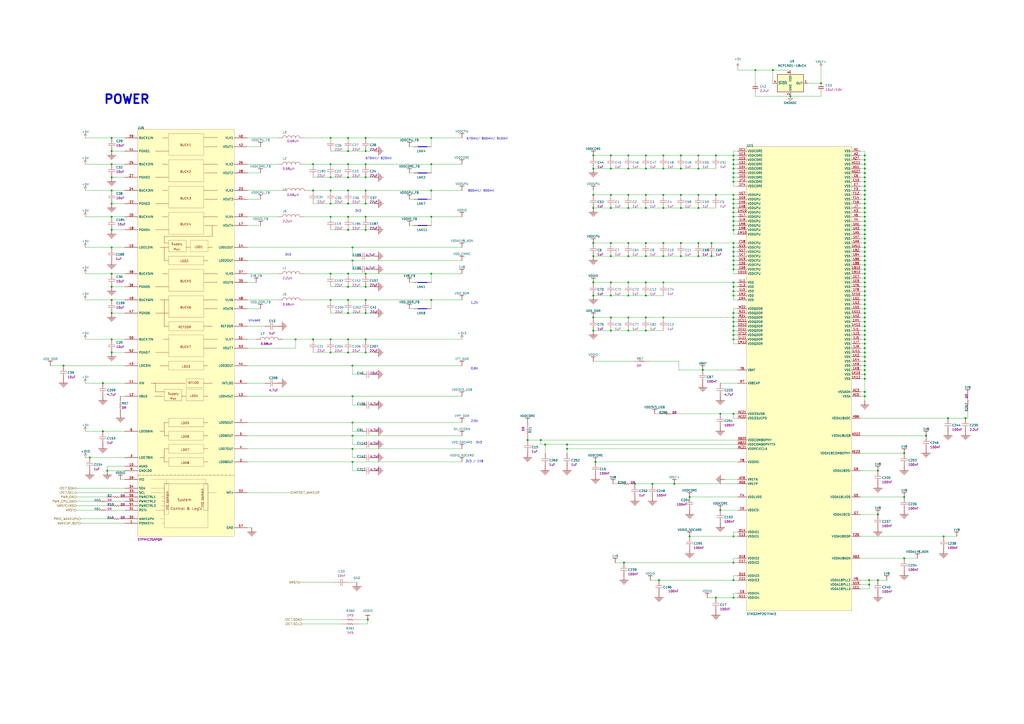
<source format=kicad_sch>
(kicad_sch (version 20250114) (generator "eeschema") (generator_version "9.0")
  (paper "A2")
  (lib_symbols
    (symbol "4ms_Capacitor:10uF_0603_10V" (pin_numbers (hide yes)) (pin_names (offset 0.254) (hide yes))
      (property "Reference" "C" (at 1.905 1.27 0))
      (property "Display" "10uF/10V" (at 1.905 -1.27 0))
      (symbol "10uF_0603_10V_1_1"
        (pin passive line (at 0 2.54 270) (length 2.032) (name "~") (number "1"))
        (pin passive line (at 0 -2.54 90) (length 2.032) (name "~") (number "2"))
      )
    )
    (symbol "4ms_Capacitor:2.2uF_0603_25V" (pin_numbers (hide yes)) (pin_names (offset 0.254) (hide yes))
      (property "Reference" "C" (at 1.905 1.27 0))
      (property "Display" "2.2uF" (at 1.905 -1.27 0))
      (symbol "2.2uF_0603_25V_1_1"
        (pin passive line (at 0 2.54 270) (length 2.032) (name "~") (number "1"))
        (pin passive line (at 0 -2.54 90) (length 2.032) (name "~") (number "2"))
      )
    )
    (symbol "4ms_Power_Symbol:GNDADC" (power) (pin_numbers (hide yes)) (pin_names (offset 0) (hide yes))
      (property "Value" "GNDADC" (at 0 -3.81 0))
      (symbol "GNDADC_1_1"
        (pin power_in line (at 0 0 270) (length 0) (hide yes) (name "GNDADC") (number "1"))
      )
    )
    (symbol "4ms_Power_Symbol:VREF+" (power) (pin_names (offset 0))
      (property "Value" "VREF+" (at 0 3.556 0))
      (symbol "VREF+_1_1"
        (pin power_in line (at 0 0 90) (length 0) (hide yes) (name "VREF+") (number "1"))
      )
    )
    (symbol "MCD_PARTS_database:U_PMIC_0_Capacitor_MCD_PARTS_database.DbLib" (pin_numbers (hide yes)) (pin_names (hide yes))
      (symbol "U_PMIC_0_Capacitor_MCD_PARTS_database.DbLib_1_0"
        (pin passive line (at -2.54 -2.54 0) (length 2.54) (name "1") (number "1"))
        (pin passive line (at 5.08 -2.54 180) (length 2.54) (name "2") (number "2"))
      )
    )
    (symbol "MCD_PARTS_database:U_PMIC_0_Inductor_MCD_PARTS_database.DbLib" (pin_numbers (hide yes)) (pin_names (hide yes))
      (symbol "U_PMIC_0_Inductor_MCD_PARTS_database.DbLib_1_0"
        (pin passive line (at -2.54 -2.54 0) (length 2.54) (name "1") (number "1"))
        (pin passive line (at 12.7 -2.54 180) (length 2.54) (name "2") (number "2"))
      )
    )
    (symbol "MCD_PARTS_database:U_PMIC_0_Resistor_MCD_PARTS_database.DbLib" (pin_numbers (hide yes)) (pin_names (hide yes))
      (symbol "U_PMIC_0_Resistor_MCD_PARTS_database.DbLib_1_0"
        (pin passive line (at -2.54 -2.54 0) (length 2.54) (name "1") (number "1"))
        (pin passive line (at 7.62 -2.54 180) (length 2.54) (name "2") (number "2"))
      )
    )
    (symbol "MCD_PARTS_database:U_PMIC_0_STPMIC2_MCD_PARTS_database.DbLib"
      (symbol "U_PMIC_0_STPMIC2_MCD_PARTS_database.DbLib_1_0"
        (text "Supply" (at 17.272 -154.178 0) (effects (font (size 1.27 1.27)) (justify left bottom)))
        (text "VIO domain" (at 17.78 -220.98 900) (effects (font (size 1.27 1.27)) (justify left bottom)))
        (text "Mux" (at 18.542 -156.972 0) (effects (font (size 1.27 1.27)) (justify left bottom)))
        (text "Control & Logic" (at 18.796 -220.98 0) (effects (font (size 1.524 1.524)) (justify left bottom)))
        (text "Supply" (at 19.304 -67.31 0) (effects (font (size 1.27 1.27)) (justify left bottom)))
        (text "Mux" (at 20.574 -70.358 0) (effects (font (size 1.27 1.27)) (justify left bottom)))
        (text "System" (at 22.86 -215.9 0) (effects (font (size 1.524 1.524)) (justify left bottom)))
        (text "REFDDR" (at 23.368 -115.57 0) (effects (font (size 1.27 1.27)) (justify left bottom)))
        (text "BUCK1" (at 24.384 -9.906 0) (effects (font (size 1.27 1.27)) (justify left bottom)))
        (text "BUCK2" (at 24.384 -25.4 0) (effects (font (size 1.27 1.27)) (justify left bottom)))
        (text "BUCK3" (at 24.384 -40.894 0) (effects (font (size 1.27 1.27)) (justify left bottom)))
        (text "BUCK4" (at 24.384 -55.88 0) (effects (font (size 1.27 1.27)) (justify left bottom)))
        (text "LDO2" (at 24.384 -77.216 0) (effects (font (size 1.27 1.27)) (justify left bottom)))
        (text "BUCK5" (at 24.384 -88.9 0) (effects (font (size 1.27 1.27)) (justify left bottom)))
        (text "BUCK6" (at 24.384 -104.14 0) (effects (font (size 1.27 1.27)) (justify left bottom)))
        (text "BUCK7" (at 24.384 -127 0) (effects (font (size 1.27 1.27)) (justify left bottom)))
        (text "LDO5" (at 24.892 -171.196 0) (effects (font (size 1.27 1.27)) (justify left bottom)))
        (text "LDO6" (at 24.892 -179.07 0) (effects (font (size 1.27 1.27)) (justify left bottom)))
        (text "LDO7" (at 24.892 -186.69 0) (effects (font (size 1.27 1.27)) (justify left bottom)))
        (text "LDO8" (at 24.892 -194.31 0) (effects (font (size 1.27 1.27)) (justify left bottom)))
        (text "LDO3" (at 25.4 -138.43 0) (effects (font (size 1.27 1.27)) (justify left bottom)))
        (text "INTLDO" (at 28.702 -147.828 0) (effects (font (size 1.27 1.27)) (justify left bottom)))
        (text "LDO4" (at 29.972 -155.448 0) (effects (font (size 1.27 1.27)) (justify left bottom)))
        (text "LDO1" (at 32.766 -69.088 0) (effects (font (size 1.27 1.27)) (justify left bottom)))
        (text "VIO domain" (at 38.1 -208.28 900) (effects (font (size 1.27 1.27)) (justify right bottom)))
        (pin passive line (at -7.62 -5.08 0) (length 7.62) (name "BUCK1IN") (number "39"))
        (pin passive line (at -7.62 -12.7 0) (length 7.62) (name "PGND1") (number "41"))
        (pin passive line (at -7.62 -20.32 0) (length 7.62) (name "BUCK2IN") (number "25"))
        (pin passive line (at -7.62 -27.94 0) (length 7.62) (name "PGND2") (number "27"))
        (pin passive line (at -7.62 -35.56 0) (length 7.62) (name "BUCK3IN") (number "24"))
        (pin passive line (at -7.62 -43.18 0) (length 7.62) (name "PGND3") (number "22"))
        (pin passive line (at -7.62 -50.8 0) (length 7.62) (name "BUCK4IN") (number "20"))
        (pin passive line (at -7.62 -58.42 0) (length 7.62) (name "PGND4") (number "18"))
        (pin passive line (at -7.62 -68.58 0) (length 7.62) (name "LDO12IN") (number "15"))
        (pin passive line (at -7.62 -83.82 0) (length 7.62) (name "BUCK5IN") (number "38"))
        (pin passive line (at -7.62 -91.44 0) (length 7.62) (name "PGND5") (number "36"))
        (pin passive line (at -7.62 -99.06 0) (length 7.62) (name "BUCK6IN") (number "49"))
        (pin passive line (at -7.62 -106.68 0) (length 7.62) (name "PGND6") (number "47"))
        (pin passive line (at -7.62 -121.92 0) (length 7.62) (name "BUCK7IN") (number "50"))
        (pin passive line (at -7.62 -129.54 0) (length 7.62) (name "PGND7") (number "52"))
        (pin passive line (at -7.62 -137.16 0) (length 7.62) (name "LDO3IN") (number "43"))
        (pin passive line (at -7.62 -147.32 0) (length 7.62) (name "VIN") (number "11"))
        (pin passive line (at -7.62 -154.94 0) (length 7.62) (name "VBUS") (number "12"))
        (pin passive line (at -7.62 -175.26 0) (length 7.62) (name "LDO56IN") (number "6"))
        (pin passive line (at -7.62 -190.5 0) (length 7.62) (name "LDO78IN") (number "3"))
        (pin passive line (at -7.62 -195.58 0) (length 7.62) (name "AGND") (number "10"))
        (pin passive line (at -7.62 -198.12 0) (length 7.62) (name "GNDLDO") (number "9"))
        (pin passive line (at -7.62 -203.2 0) (length 7.62) (name "VIO") (number "29"))
        (pin passive line (at -7.62 -208.28 0) (length 7.62) (name "SDA") (number "34"))
        (pin passive line (at -7.62 -210.82 0) (length 7.62) (name "SCL") (number "33"))
        (pin passive line (at -7.62 -213.36 0) (length 7.62) (name "PWRCTRL1") (number "56"))
        (pin passive line (at -7.62 -215.9 0) (length 7.62) (name "PWRCTRL2") (number "55"))
        (pin passive line (at -7.62 -218.44 0) (length 7.62) (name "PWRCTRL3") (number "54"))
        (pin passive line (at -7.62 -220.98 0) (length 7.62) (name "RSTn") (number "31"))
        (pin passive line (at -7.62 -226.06 0) (length 7.62) (name "WAKEUPn") (number "30"))
        (pin passive line (at -7.62 -228.6 0) (length 7.62) (name "PONKEYn") (number "1"))
        (pin passive line (at 63.5 -5.08 180) (length 7.62) (name "VLX1") (number "40"))
        (pin passive line (at 63.5 -10.16 180) (length 7.62) (name "VOUT1") (number "42"))
        (pin passive line (at 63.5 -20.32 180) (length 7.62) (name "VLX2") (number "26"))
        (pin passive line (at 63.5 -25.4 180) (length 7.62) (name "VOUT2") (number "28"))
        (pin passive line (at 63.5 -35.56 180) (length 7.62) (name "VLX3") (number "23"))
        (pin passive line (at 63.5 -40.64 180) (length 7.62) (name "VOUT3") (number "21"))
        (pin passive line (at 63.5 -50.8 180) (length 7.62) (name "VLX4") (number "19"))
        (pin passive line (at 63.5 -55.88 180) (length 7.62) (name "VOUT4") (number "17"))
        (pin passive line (at 63.5 -68.58 180) (length 7.62) (name "LDO1OUT") (number "14"))
        (pin passive line (at 63.5 -76.2 180) (length 7.62) (name "LDO2OUT") (number "16"))
        (pin passive line (at 63.5 -83.82 180) (length 7.62) (name "VLX5") (number "37"))
        (pin passive line (at 63.5 -88.9 180) (length 7.62) (name "VOUT5") (number "35"))
        (pin passive line (at 63.5 -99.06 180) (length 7.62) (name "VLX6") (number "48"))
        (pin passive line (at 63.5 -104.14 180) (length 7.62) (name "VOUT6") (number "46"))
        (pin passive line (at 63.5 -114.3 180) (length 7.62) (name "REFDDR") (number "45"))
        (pin passive line (at 63.5 -121.92 180) (length 7.62) (name "VLX7") (number "51"))
        (pin passive line (at 63.5 -127 180) (length 7.62) (name "VOUT7") (number "53"))
        (pin passive line (at 63.5 -137.16 180) (length 7.62) (name "LDO3OUT") (number "44"))
        (pin passive line (at 63.5 -147.32 180) (length 7.62) (name "INTLDO") (number "8"))
        (pin passive line (at 63.5 -154.94 180) (length 7.62) (name "LDO4OUT") (number "13"))
        (pin passive line (at 63.5 -170.18 180) (length 7.62) (name "LDO5OUT") (number "7"))
        (pin passive line (at 63.5 -177.8 180) (length 7.62) (name "LDO6OUT") (number "5"))
        (pin passive line (at 63.5 -185.42 180) (length 7.62) (name "LDO7OUT") (number "4"))
        (pin passive line (at 63.5 -193.04 180) (length 7.62) (name "LDO8OUT") (number "2"))
        (pin passive line (at 63.5 -210.82 180) (length 7.62) (name "INTn") (number "32"))
        (pin passive line (at 63.5 -231.14 180) (length 7.62) (name "GND") (number "57"))
      )
    )
    (symbol "MCD_PARTS_database:U_PMIC_1_Capacitor_MCD_PARTS_database.DbLib" (pin_numbers (hide yes)) (pin_names (hide yes))
      (symbol "U_PMIC_1_Capacitor_MCD_PARTS_database.DbLib_1_0"
        (pin passive line (at 2.54 5.08 270) (length 2.54) (name "2") (number "2"))
        (pin passive line (at 2.54 -2.54 90) (length 2.54) (name "1") (number "1"))
      )
    )
    (symbol "MCD_PARTS_database:U_PMIC_1_Resistor_MCD_PARTS_database.DbLib" (pin_numbers (hide yes)) (pin_names (hide yes))
      (symbol "U_PMIC_1_Resistor_MCD_PARTS_database.DbLib_1_0"
        (pin passive line (at 2.54 7.62 270) (length 2.54) (name "2") (number "2"))
        (pin passive line (at 2.54 -2.54 90) (length 2.54) (name "1") (number "1"))
      )
    )
    (symbol "MCD_PARTS_database:U_PMIC_1_link_200_MCD_PARTS_database.DbLib" (pin_numbers (hide yes)) (pin_names (hide yes))
      (symbol "U_PMIC_1_link_200_MCD_PARTS_database.DbLib_1_0"
        (pin passive line (at -2.54 0 0) (length 2.54) (name "2") (number "2"))
        (pin passive line (at 7.62 0 180) (length 2.54) (name "1") (number "1"))
      )
    )
    (symbol "MCD_PARTS_database:U_PMIC_2_Capacitor_MCD_PARTS_database.DbLib" (pin_numbers (hide yes)) (pin_names (hide yes))
      (symbol "U_PMIC_2_Capacitor_MCD_PARTS_database.DbLib_1_0"
        (pin passive line (at -5.08 2.54 0) (length 2.54) (name "2") (number "2"))
        (pin passive line (at 2.54 2.54 180) (length 2.54) (name "1") (number "1"))
      )
    )
    (symbol "MCD_PARTS_database:U_PMIC_3_link_200_MCD_PARTS_database.DbLib" (pin_numbers (hide yes)) (pin_names (hide yes))
      (symbol "U_PMIC_3_link_200_MCD_PARTS_database.DbLib_1_0"
        (pin passive line (at -7.62 0 0) (length 2.54) (name "1") (number "1"))
        (pin passive line (at 2.54 0 180) (length 2.54) (name "2") (number "2"))
      )
    )
    (symbol "MCD_PARTS_database:U_STM32MP25XXAK I_Os_2_Capacitor_MCD_PARTS_database.DbLib" (pin_numbers (hide yes)) (pin_names (hide yes))
      (symbol "U_STM32MP25XXAK I_Os_2_Capacitor_MCD_PARTS_database.DbLib_1_0"
        (pin passive line (at -5.08 2.54 0) (length 2.54) (name "2") (number "2"))
        (pin passive line (at 2.54 2.54 180) (length 2.54) (name "1") (number "1"))
      )
    )
    (symbol "MCD_PARTS_database:U_STM32MP25XXAK Power_0_Resistor_MCD_PARTS_database.DbLib" (pin_numbers (hide yes)) (pin_names (hide yes))
      (symbol "U_STM32MP25XXAK Power_0_Resistor_MCD_PARTS_database.DbLib_1_0"
        (pin passive line (at -2.54 -2.54 0) (length 2.54) (name "1") (number "1"))
        (pin passive line (at 7.62 -2.54 180) (length 2.54) (name "2") (number "2"))
      )
    )
    (symbol "MCD_PARTS_database:U_STM32MP25XXAK Power_0_STM32MP257FAK3_MCD_PARTS_database.DbLib"
      (symbol "U_STM32MP25XXAK Power_0_STM32MP257FAK3_MCD_PARTS_database.DbLib_1_0"
        (text "VDDIO4" (at 10.16 -66.04 900) (effects (font (size 1.27 1.27)) (justify left bottom)))
        (text "VSW" (at 15.748 -39.116 900) (effects (font (size 1.27 1.27)) (justify right bottom)))
        (text "VDDIO3" (at 25.4 -66.04 900) (effects (font (size 1.27 1.27)) (justify left bottom)))
        (pin passive line (at -5.08 -2.54 0) (length 5.08) (name "PA0") (number "AF5"))
        (pin passive line (at -5.08 -5.08 0) (length 5.08) (name "PA1") (number "AC19"))
        (pin passive line (at -5.08 -7.62 0) (length 5.08) (name "PA2") (number "AF17"))
        (pin passive line (at -5.08 -10.16 0) (length 5.08) (name "PA3") (number "AD18"))
        (pin passive line (at -5.08 -12.7 0) (length 5.08) (name "PA4") (number "AG17"))
        (pin passive line (at -5.08 -15.24 0) (length 5.08) (name "PA5") (number "AE17"))
        (pin passive line (at -5.08 -17.78 0) (length 5.08) (name "PA6") (number "AF18"))
        (pin passive line (at -5.08 -20.32 0) (length 5.08) (name "PA7") (number "AE18"))
        (pin passive line (at -5.08 -22.86 0) (length 5.08) (name "PA8") (number "AA17"))
        (pin passive line (at -5.08 -25.4 0) (length 5.08) (name "PA9") (number "AF15"))
        (pin passive line (at -5.08 -27.94 0) (length 5.08) (name "PA10") (number "AE15"))
        (pin passive line (at -5.08 -30.48 0) (length 5.08) (name "PA11") (number "AD12"))
        (pin passive line (at -5.08 -33.02 0) (length 5.08) (name "PA12") (number "AC13"))
        (pin passive line (at -5.08 -35.56 0) (length 5.08) (name "PA13") (number "AD14"))
        (pin passive line (at -5.08 -38.1 0) (length 5.08) (name "PA14") (number "AB12"))
        (pin passive line (at -5.08 -40.64 0) (length 5.08) (name "PA15") (number "AE13"))
        (pin passive line (at -5.08 -48.26 0) (length 5.08) (name "PB0") (number "B13"))
        (pin passive line (at -5.08 -50.8 0) (length 5.08) (name "PB1") (number "C12"))
        (pin passive line (at -5.08 -53.34 0) (length 5.08) (name "PB2") (number "A14"))
        (pin passive line (at -5.08 -55.88 0) (length 5.08) (name "PB3") (number "B14"))
        (pin passive line (at -5.08 -58.42 0) (length 5.08) (name "PB4") (number "B15"))
        (pin passive line (at -5.08 -60.96 0) (length 5.08) (name "PB5") (number "C14"))
        (pin passive line (at -5.08 -63.5 0) (length 5.08) (name "PB6") (number "C13"))
        (pin passive line (at -5.08 -66.04 0) (length 5.08) (name "PB7") (number "C11"))
        (pin passive line (at -5.08 -68.58 0) (length 5.08) (name "PB8") (number "D8"))
        (pin passive line (at -5.08 -71.12 0) (length 5.08) (name "PB9") (number "F10"))
        (pin passive line (at -5.08 -73.66 0) (length 5.08) (name "PB10") (number "B11"))
        (pin passive line (at -5.08 -76.2 0) (length 5.08) (name "PB11") (number "A11"))
        (pin passive line (at -5.08 -78.74 0) (length 5.08) (name "PB12") (number "C26"))
        (pin passive line (at -5.08 -81.28 0) (length 5.08) (name "PB13") (number "A26"))
        (pin passive line (at -5.08 -83.82 0) (length 5.08) (name "PB14") (number "C27"))
        (pin passive line (at -5.08 -86.36 0) (length 5.08) (name "PB15") (number "AE6"))
        (pin passive line (at 38.1 -2.54 180) (length 5.08) (name "PC0") (number "AB14"))
        (pin passive line (at 38.1 -5.08 180) (length 5.08) (name "PC1") (number "AG14"))
        (pin passive line (at 38.1 -7.62 180) (length 5.08) (name "PC2") (number "AE12"))
        (pin passive line (at 38.1 -10.16 180) (length 5.08) (name "PC3") (number "AA9"))
        (pin passive line (at 38.1 -12.7 180) (length 5.08) (name "PC4") (number "AC9"))
        (pin passive line (at 38.1 -15.24 180) (length 5.08) (name "PC5") (number "AD10"))
        (pin passive line (at 38.1 -17.78 180) (length 5.08) (name "PC6") (number "AB10"))
        (pin passive line (at 38.1 -20.32 180) (length 5.08) (name "PC7") (number "AF9"))
        (pin passive line (at 38.1 -22.86 180) (length 5.08) (name "PC8") (number "AG9"))
        (pin passive line (at 38.1 -25.4 180) (length 5.08) (name "PC9") (number "AE9"))
        (pin passive line (at 38.1 -27.94 180) (length 5.08) (name "PC10") (number "AG10"))
        (pin passive line (at 38.1 -30.48 180) (length 5.08) (name "PC11") (number "AD8"))
        (pin passive line (at 38.1 -33.02 180) (length 5.08) (name "PC12") (number "AE7"))
        (pin passive line (at 38.1 -35.56 180) (length 5.08) (name "PC13") (number "W7"))
        (pin passive line (at 38.1 -40.64 180) (length 5.08) (name "OSC32_IN") (number "AA2"))
        (pin passive line (at 38.1 -43.18 180) (length 5.08) (name "OSC32_OUT") (number "AA1"))
        (pin passive line (at 38.1 -48.26 180) (length 5.08) (name "PD0") (number "B17"))
        (pin passive line (at 38.1 -50.8 180) (length 5.08) (name "PD1") (number "A19"))
        (pin passive line (at 38.1 -53.34 180) (length 5.08) (name "PD2") (number "D12"))
        (pin passive line (at 38.1 -55.88 180) (length 5.08) (name "PD3") (number "G13"))
        (pin passive line (at 38.1 -58.42 180) (length 5.08) (name "PD4") (number "C18"))
        (pin passive line (at 38.1 -60.96 180) (length 5.08) (name "PD5") (number "B18"))
        (pin passive line (at 38.1 -63.5 180) (length 5.08) (name "PD6") (number "A18"))
        (pin passive line (at 38.1 -66.04 180) (length 5.08) (name "PD7") (number "D20"))
        (pin passive line (at 38.1 -68.58 180) (length 5.08) (name "PD8") (number "C16"))
        (pin passive line (at 38.1 -71.12 180) (length 5.08) (name "PD9") (number "C15"))
        (pin passive line (at 38.1 -73.66 180) (length 5.08) (name "PD10") (number "C17"))
        (pin passive line (at 38.1 -76.2 180) (length 5.08) (name "PD11") (number "A15"))
        (pin passive line (at 38.1 -78.74 180) (length 5.08) (name "PD12") (number "B26"))
        (pin passive line (at 38.1 -81.28 180) (length 5.08) (name "PD13") (number "D25"))
        (pin passive line (at 38.1 -83.82 180) (length 5.08) (name "PD14") (number "E19"))
        (pin passive line (at 38.1 -86.36 180) (length 5.08) (name "PD15") (number "E15"))
      )
      (symbol "U_STM32MP25XXAK Power_0_STM32MP257FAK3_MCD_PARTS_database.DbLib_2_0"
        (text "VDDIO1" (at 10.16 -12.7 900) (effects (font (size 1.27 1.27)) (justify left bottom)))
        (text "VDDIO2" (at 10.16 -33.02 900) (effects (font (size 1.27 1.27)) (justify left bottom)))
        (text "VDDA18AON" (at 32.004 -49.53 0) (effects (font (size 1.27 1.27)) (justify right bottom)))
        (pin passive line (at -5.08 -2.54 0) (length 5.08) (name "PE0") (number "B19"))
        (pin passive line (at -5.08 -5.08 0) (length 5.08) (name "PE1") (number "C19"))
        (pin passive line (at -5.08 -7.62 0) (length 5.08) (name "PE2") (number "C20"))
        (pin passive line (at -5.08 -10.16 0) (length 5.08) (name "PE3") (number "C21"))
        (pin passive line (at -5.08 -12.7 0) (length 5.08) (name "PE4") (number "B21"))
        (pin passive line (at -5.08 -15.24 0) (length 5.08) (name "PE5") (number "C22"))
        (pin passive line (at -5.08 -17.78 0) (length 5.08) (name "PE6") (number "A22"))
        (pin passive line (at -5.08 -20.32 0) (length 5.08) (name "PE7") (number "B22"))
        (pin passive line (at -5.08 -22.86 0) (length 5.08) (name "PE8") (number "C23"))
        (pin passive line (at -5.08 -25.4 0) (length 5.08) (name "PE9") (number "A23"))
        (pin passive line (at -5.08 -27.94 0) (length 5.08) (name "PE10") (number "D22"))
        (pin passive line (at -5.08 -30.48 0) (length 5.08) (name "PE11") (number "B23"))
        (pin passive line (at -5.08 -33.02 0) (length 5.08) (name "PE12") (number "C25"))
        (pin passive line (at -5.08 -35.56 0) (length 5.08) (name "PE13") (number "C24"))
        (pin passive line (at -5.08 -38.1 0) (length 5.08) (name "PE14") (number "B25"))
        (pin passive line (at -5.08 -40.64 0) (length 5.08) (name "PE15") (number "D24"))
        (pin passive line (at -5.08 -45.72 0) (length 5.08) (name "PF0") (number "AA15"))
        (pin passive line (at -5.08 -48.26 0) (length 5.08) (name "PF1") (number "AE11"))
        (pin passive line (at -5.08 -50.8 0) (length 5.08) (name "PF2") (number "AC15"))
        (pin passive line (at -5.08 -53.34 0) (length 5.08) (name "PF3") (number "AF11"))
        (pin passive line (at -5.08 -55.88 0) (length 5.08) (name "PF4") (number "AF10"))
        (pin passive line (at -5.08 -58.42 0) (length 5.08) (name "PF5") (number "AA11"))
        (pin passive line (at -5.08 -60.96 0) (length 5.08) (name "PF6") (number "AC7"))
        (pin passive line (at -5.08 -63.5 0) (length 5.08) (name "PF7") (number "AB8"))
        (pin passive line (at -5.08 -66.04 0) (length 5.08) (name "PF8") (number "AE10"))
        (pin passive line (at -5.08 -68.58 0) (length 5.08) (name "PF9") (number "AE8"))
        (pin passive line (at -5.08 -71.12 0) (length 5.08) (name "PF10") (number "AE5"))
        (pin passive line (at -5.08 -73.66 0) (length 5.08) (name "PF11") (number "AE4"))
        (pin passive line (at -5.08 -76.2 0) (length 5.08) (name "PF12") (number "P4"))
        (pin passive line (at -5.08 -78.74 0) (length 5.08) (name "PF13") (number "P2"))
        (pin passive line (at -5.08 -81.28 0) (length 5.08) (name "PF14") (number "P3"))
        (pin passive line (at -5.08 -83.82 0) (length 5.08) (name "PF15") (number "R2"))
        (pin passive line (at 38.1 -2.54 180) (length 5.08) (name "PG0") (number "AF7"))
        (pin passive line (at 38.1 -5.08 180) (length 5.08) (name "PG1") (number "AD4"))
        (pin passive line (at 38.1 -7.62 180) (length 5.08) (name "PG2") (number "AG5"))
        (pin passive line (at 38.1 -10.16 180) (length 5.08) (name "PG3") (number "AA7"))
        (pin passive line (at 38.1 -12.7 180) (length 5.08) (name "PG4") (number "AD6"))
        (pin passive line (at 38.1 -15.24 180) (length 5.08) (name "PG5") (number "R3"))
        (pin passive line (at 38.1 -17.78 180) (length 5.08) (name "PG6") (number "T3"))
        (pin passive line (at 38.1 -20.32 180) (length 5.08) (name "PG7") (number "U2"))
        (pin passive line (at 38.1 -22.86 180) (length 5.08) (name "PG8") (number "L5"))
        (pin passive line (at 38.1 -25.4 180) (length 5.08) (name "PG9") (number "M3"))
        (pin passive line (at 38.1 -27.94 180) (length 5.08) (name "PG10") (number "M4"))
        (pin passive line (at 38.1 -30.48 180) (length 5.08) (name "PG11") (number "N2"))
        (pin passive line (at 38.1 -33.02 180) (length 5.08) (name "PG12") (number "N3"))
        (pin passive line (at 38.1 -35.56 180) (length 5.08) (name "PG13") (number "P1"))
        (pin passive line (at 38.1 -38.1 180) (length 5.08) (name "PG14") (number "N1"))
        (pin passive line (at 38.1 -40.64 180) (length 5.08) (name "PG15") (number "K6"))
        (pin passive line (at 38.1 -45.72 180) (length 5.08) (name "OSC_IN") (number "AG2"))
        (pin passive line (at 38.1 -48.26 180) (length 5.08) (name "OSC_OUT") (number "AF2"))
        (pin passive line (at 38.1 -53.34 180) (length 5.08) (name "PH2") (number "AC17"))
        (pin passive line (at 38.1 -55.88 180) (length 5.08) (name "PH3") (number "AE19"))
        (pin passive line (at 38.1 -58.42 180) (length 5.08) (name "PH4") (number "AB16"))
        (pin passive line (at 38.1 -60.96 180) (length 5.08) (name "PH5") (number "AG18"))
        (pin passive line (at 38.1 -63.5 180) (length 5.08) (name "PH6") (number "AF19"))
        (pin passive line (at 38.1 -66.04 180) (length 5.08) (name "PH7") (number "AE16"))
        (pin passive line (at 38.1 -68.58 180) (length 5.08) (name "PH8") (number "AD16"))
        (pin passive line (at 38.1 -71.12 180) (length 5.08) (name "PH9") (number "AA13"))
        (pin passive line (at 38.1 -73.66 180) (length 5.08) (name "PH10") (number "AF14"))
        (pin passive line (at 38.1 -76.2 180) (length 5.08) (name "PH11") (number "AE14"))
        (pin passive line (at 38.1 -78.74 180) (length 5.08) (name "PH12") (number "AF13"))
        (pin passive line (at 38.1 -81.28 180) (length 5.08) (name "PH13") (number "AG13"))
      )
      (symbol "U_STM32MP25XXAK Power_0_STM32MP257FAK3_MCD_PARTS_database.DbLib_3_0"
        (text "VSW" (at 6.096 -24.13 0) (effects (font (size 1.27 1.27)) (justify left bottom)))
        (text "VDDA18AON" (at 31.242 -36.322 0) (effects (font (size 1.27 1.27)) (justify right bottom)))
        (pin passive line (at -5.08 -2.54 0) (length 5.08) (name "PI0") (number "L7"))
        (pin passive line (at -5.08 -5.08 0) (length 5.08) (name "PI1") (number "M6"))
        (pin passive line (at -5.08 -7.62 0) (length 5.08) (name "PI2") (number "N5"))
        (pin passive line (at -5.08 -10.16 0) (length 5.08) (name "PI3") (number "N7"))
        (pin passive line (at -5.08 -12.7 0) (length 5.08) (name "PI4") (number "P6"))
        (pin passive line (at -5.08 -15.24 0) (length 5.08) (name "PI5") (number "K4"))
        (pin passive line (at -5.08 -17.78 0) (length 5.08) (name "PI6") (number "J3"))
        (pin passive line (at -5.08 -20.32 0) (length 5.08) (name "PI7") (number "J5"))
        (pin passive line (at -5.08 -22.86 0) (length 5.08) (name "PI8") (number "U5"))
        (pin passive line (at -5.08 -25.4 0) (length 5.08) (name "PI9") (number "U1"))
        (pin passive line (at -5.08 -27.94 0) (length 5.08) (name "PI10") (number "D16"))
        (pin passive line (at -5.08 -30.48 0) (length 5.08) (name "PI11") (number "B27"))
        (pin passive line (at -5.08 -68.58 0) (length 5.08) (name "BOOT0") (number "Y3"))
        (pin passive line (at -5.08 -71.12 0) (length 5.08) (name "BOOT1") (number "AA3"))
        (pin passive line (at -5.08 -73.66 0) (length 5.08) (name "BOOT2") (number "AB1"))
        (pin passive line (at -5.08 -76.2 0) (length 5.08) (name "BOOT3") (number "AB2"))
        (pin passive line (at 38.1 -2.54 180) (length 5.08) (name "PZ0") (number "T4"))
        (pin passive line (at 38.1 -5.08 180) (length 5.08) (name "PZ1") (number "U7"))
        (pin passive line (at 38.1 -7.62 180) (length 5.08) (name "PZ2") (number "W5"))
        (pin passive line (at 38.1 -10.16 180) (length 5.08) (name "PZ3") (number "Y6"))
        (pin passive line (at 38.1 -12.7 180) (length 5.08) (name "PZ4") (number "V3"))
        (pin passive line (at 38.1 -15.24 180) (length 5.08) (name "PZ5") (number "R5"))
        (pin passive line (at 38.1 -17.78 180) (length 5.08) (name "PZ6") (number "V4"))
        (pin passive line (at 38.1 -20.32 180) (length 5.08) (name "PZ7") (number "V2"))
        (pin passive line (at 38.1 -22.86 180) (length 5.08) (name "PZ8") (number "V1"))
        (pin passive line (at 38.1 -25.4 180) (length 5.08) (name "PZ9") (number "U3"))
        (pin passive line (at 38.1 -35.56 180) (length 5.08) (name "PDR_ON") (number "W2"))
        (pin passive line (at 38.1 -43.18 180) (length 5.08) (name "NRST") (number "AE1"))
        (pin passive line (at 38.1 -45.72 180) (length 5.08) (name "NRSTC1MS") (number "W3"))
        (pin passive line (at 38.1 -53.34 180) (length 5.08) (name "PWR_ON") (number "AD3"))
        (pin passive line (at 38.1 -55.88 180) (length 5.08) (name "PWR_LP") (number "AF1"))
        (pin passive line (at 38.1 -60.96 180) (length 5.08) (name "PWR_CPUON") (number "AB4"))
        (pin passive line (at 38.1 -66.04 180) (length 5.08) (name "JTMS_SWDIO") (number "AE2"))
        (pin passive line (at 38.1 -68.58 180) (length 5.08) (name "JTCK_SWCLK") (number "AA5"))
        (pin passive line (at 38.1 -71.12 180) (length 5.08) (name "JTDI") (number "AE3"))
        (pin passive line (at 38.1 -73.66 180) (length 5.08) (name "JTDO_SWDO") (number "AC2"))
        (pin passive line (at 38.1 -76.2 180) (length 5.08) (name "NJTRST") (number "AF3"))
      )
      (symbol "U_STM32MP25XXAK Power_0_STM32MP257FAK3_MCD_PARTS_database.DbLib_4_0"
        (pin passive line (at -5.08 -7.62 0) (length 5.08) (name "DSI_REXT") (number "D6"))
        (pin passive line (at 38.1 -2.54 180) (length 5.08) (name "DSI_D2P") (number "B7"))
        (pin passive line (at 38.1 -5.08 180) (length 5.08) (name "DSI_D2N") (number "A7"))
        (pin passive line (at 38.1 -10.16 180) (length 5.08) (name "DSI_D3P") (number "A6"))
        (pin passive line (at 38.1 -12.7 180) (length 5.08) (name "DSI_D3N") (number "B6"))
        (pin passive line (at 38.1 -17.78 180) (length 5.08) (name "DSI_CKP") (number "C7"))
        (pin passive line (at 38.1 -20.32 180) (length 5.08) (name "DSI_CKN") (number "C8"))
        (pin passive line (at 38.1 -25.4 180) (length 5.08) (name "DSI_D0P") (number "B9"))
        (pin passive line (at 38.1 -27.94 180) (length 5.08) (name "DSI_D0N") (number "C9"))
        (pin passive line (at 38.1 -33.02 180) (length 5.08) (name "DSI_D1P") (number "B10"))
        (pin passive line (at 38.1 -35.56 180) (length 5.08) (name "DSI_D1N") (number "A10"))
      )
      (symbol "U_STM32MP25XXAK Power_0_STM32MP257FAK3_MCD_PARTS_database.DbLib_5_0"
        (pin passive line (at -5.08 -38.1 0) (length 5.08) (name "COMBOPHY_REXT") (number "AF27"))
        (pin passive line (at 38.1 -5.08 180) (length 5.08) (name "PCIE_CLKINN") (number "AE26"))
        (pin passive line (at 38.1 -7.62 180) (length 5.08) (name "PCIE_CLKINP") (number "AE25"))
        (pin passive line (at 38.1 -15.24 180) (length 5.08) (name "PCIE_CLKOUTN") (number "AG26"))
        (pin passive line (at 38.1 -17.78 180) (length 5.08) (name "PCIE_CLKOUTP") (number "AF26"))
        (pin passive line (at 38.1 -27.94 180) (length 5.08) (name "USB3DR_DP") (number "AF22"))
        (pin passive line (at 38.1 -30.48 180) (length 5.08) (name "USB3DR_DM") (number "AG22"))
        (pin passive line (at 38.1 -45.72 180) (length 5.08) (name "USBH_HS_DM") (number "AG21"))
        (pin passive line (at 38.1 -48.26 180) (length 5.08) (name "USBH_HS_DP") (number "AF21"))
        (pin passive line (at 38.1 -55.88 180) (length 5.08) (name "COMBOPHY_TX1P") (number "AE24"))
        (pin passive line (at 38.1 -58.42 180) (length 5.08) (name "COMBOPHY_TX1N") (number "AD24"))
        (pin passive line (at 38.1 -60.96 180) (length 5.08) (name "COMBOPHY_RX1P") (number "AG25"))
        (pin passive line (at 38.1 -63.5 180) (length 5.08) (name "COMBOPHY_RX1N") (number "AF25"))
        (pin passive line (at 38.1 -71.12 180) (length 5.08) (name "UCPD1_CC1") (number "AB18"))
        (pin passive line (at 38.1 -73.66 180) (length 5.08) (name "UCPD1_CC2") (number "AA19"))
        (pin passive line (at 38.1 -78.74 180) (length 5.08) (name "USB3DR_TXRTUNE") (number "AF23"))
        (pin passive line (at 38.1 -81.28 180) (length 5.08) (name "USBH_HS_TXRTUNE") (number "AE20"))
        (pin passive line (at 38.1 -88.9 180) (length 5.08) (name "DNC") (number "AD20"))
      )
      (symbol "U_STM32MP25XXAK Power_0_STM32MP257FAK3_MCD_PARTS_database.DbLib_6_0"
        (pin passive line (at -5.08 -2.54 0) (length 5.08) (name "DDR_DQ0") (number "AB26"))
        (pin passive line (at -5.08 -5.08 0) (length 5.08) (name "DDR_DQ1") (number "AC26"))
        (pin passive line (at -5.08 -7.62 0) (length 5.08) (name "DDR_DQ2") (number "AB27"))
        (pin passive line (at -5.08 -10.16 0) (length 5.08) (name "DDR_DQ3") (number "AC27"))
        (pin passive line (at -5.08 -12.7 0) (length 5.08) (name "DDR_DQ4") (number "W25"))
        (pin passive line (at -5.08 -15.24 0) (length 5.08) (name "DDR_DQ5") (number "W27"))
        (pin passive line (at -5.08 -17.78 0) (length 5.08) (name "DDR_DQ6") (number "W26"))
        (pin passive line (at -5.08 -20.32 0) (length 5.08) (name "DDR_DQ7") (number "Y25"))
        (pin passive line (at -5.08 -22.86 0) (length 5.08) (name "DDR_DQS0P") (number "AA25"))
        (pin passive line (at -5.08 -25.4 0) (length 5.08) (name "DDR_DQS0N") (number "AA26"))
        (pin passive line (at -5.08 -27.94 0) (length 5.08) (name "DDR_DQM0") (number "AB25"))
        (pin passive line (at -5.08 -33.02 0) (length 5.08) (name "DDR_DQ8") (number "R27"))
        (pin passive line (at -5.08 -35.56 0) (length 5.08) (name "DDR_DQ9") (number "R26"))
        (pin passive line (at -5.08 -38.1 0) (length 5.08) (name "DDR_DQ10") (number "P27"))
        (pin passive line (at -5.08 -40.64 0) (length 5.08) (name "DDR_DQ11") (number "P26"))
        (pin passive line (at -5.08 -43.18 0) (length 5.08) (name "DDR_DQ12") (number "V26"))
        (pin passive line (at -5.08 -45.72 0) (length 5.08) (name "DDR_DQ13") (number "V27"))
        (pin passive line (at -5.08 -48.26 0) (length 5.08) (name "DDR_DQ14") (number "V25"))
        (pin passive line (at -5.08 -50.8 0) (length 5.08) (name "DDR_DQ15") (number "U25"))
        (pin passive line (at -5.08 -53.34 0) (length 5.08) (name "DDR_DQS1P") (number "T25"))
        (pin passive line (at -5.08 -55.88 0) (length 5.08) (name "DDR_DQS1N") (number "R25"))
        (pin passive line (at -5.08 -58.42 0) (length 5.08) (name "DDR_DQM1") (number "U26"))
        (pin passive line (at -5.08 -63.5 0) (length 5.08) (name "DDR_DQ16") (number "F25"))
        (pin passive line (at -5.08 -66.04 0) (length 5.08) (name "DDR_DQ17") (number "E26"))
        (pin passive line (at -5.08 -68.58 0) (length 5.08) (name "DDR_DQ18") (number "F24"))
        (pin passive line (at -5.08 -71.12 0) (length 5.08) (name "DDR_DQ19") (number "E25"))
        (pin passive line (at -5.08 -73.66 0) (length 5.08) (name "DDR_DQ20") (number "J25"))
        (pin passive line (at -5.08 -76.2 0) (length 5.08) (name "DDR_DQ21") (number "H25"))
        (pin passive line (at -5.08 -78.74 0) (length 5.08) (name "DDR_DQ22") (number "G26"))
        (pin passive line (at -5.08 -81.28 0) (length 5.08) (name "DDR_DQ23") (number "G25"))
        (pin passive line (at -5.08 -83.82 0) (length 5.08) (name "DDR_DQS2P") (number "F27"))
        (pin passive line (at -5.08 -86.36 0) (length 5.08) (name "DDR_DQS2N") (number "F26"))
        (pin passive line (at -5.08 -88.9 0) (length 5.08) (name "DDR_DQM2") (number "G27"))
        (pin passive line (at -5.08 -93.98 0) (length 5.08) (name "DDR_DQ24") (number "J26"))
        (pin passive line (at -5.08 -96.52 0) (length 5.08) (name "DDR_DQ25") (number "K25"))
        (pin passive line (at -5.08 -99.06 0) (length 5.08) (name "DDR_DQ26") (number "K26"))
        (pin passive line (at -5.08 -101.6 0) (length 5.08) (name "DDR_DQ27") (number "K27"))
        (pin passive line (at -5.08 -104.14 0) (length 5.08) (name "DDR_DQ28") (number "L25"))
        (pin passive line (at -5.08 -106.68 0) (length 5.08) (name "DDR_DQ29") (number "N25"))
        (pin passive line (at -5.08 -109.22 0) (length 5.08) (name "DDR_DQ30") (number "N26"))
        (pin passive line (at -5.08 -111.76 0) (length 5.08) (name "DDR_DQ31") (number "P25"))
        (pin passive line (at -5.08 -114.3 0) (length 5.08) (name "DDR_DQS3P") (number "L26"))
        (pin passive line (at -5.08 -116.84 0) (length 5.08) (name "DDR_DQS3N") (number "L27"))
        (pin passive line (at -5.08 -119.38 0) (length 5.08) (name "DDR_DQM3") (number "M25"))
        (pin passive line (at 60.96 -2.54 180) (length 5.08) (name "DDR_A0") (number "U21"))
        (pin passive line (at 60.96 -5.08 180) (length 5.08) (name "DDR_A1") (number "AD25"))
        (pin passive line (at 60.96 -7.62 180) (length 5.08) (name "DDR_A2") (number "V24"))
        (pin passive line (at 60.96 -10.16 180) (length 5.08) (name "DDR_A3") (number "P22"))
        (pin passive line (at 60.96 -12.7 180) (length 5.08) (name "DDR_A4") (number "U23"))
        (pin passive line (at 60.96 -15.24 180) (length 5.08) (name "DDR_A5") (number "T24"))
        (pin passive line (at 60.96 -17.78 180) (length 5.08) (name "DDR_A6") (number "Y24"))
        (pin passive line (at 60.96 -20.32 180) (length 5.08) (name "DDR_A7") (number "AC25"))
        (pin passive line (at 60.96 -22.86 180) (length 5.08) (name "DDR_A8") (number "V22"))
        (pin passive line (at 60.96 -25.4 180) (length 5.08) (name "DDR_A9") (number "T22"))
        (pin passive line (at 60.96 -27.94 180) (length 5.08) (name "DDR_A10") (number "R23"))
        (pin passive line (at 60.96 -30.48 180) (length 5.08) (name "DDR_A11") (number "P24"))
        (pin passive line (at 60.96 -33.02 180) (length 5.08) (name "DDR_A12") (number "L23"))
        (pin passive line (at 60.96 -35.56 180) (length 5.08) (name "DDR_A13") (number "K24"))
        (pin passive line (at 60.96 -38.1 180) (length 5.08) (name "DDR_A14") (number "M24"))
        (pin passive line (at 60.96 -40.64 180) (length 5.08) (name "DDR_A15") (number "N23"))
        (pin passive line (at 60.96 -43.18 180) (length 5.08) (name "DDR_A16") (number "J23"))
        (pin passive line (at 60.96 -45.72 180) (length 5.08) (name "DDR_A17") (number "H24"))
        (pin passive line (at 60.96 -48.26 180) (length 5.08) (name "DDR_A18") (number "G23"))
        (pin passive line (at 60.96 -50.8 180) (length 5.08) (name "DDR_A19") (number "L21"))
        (pin passive line (at 60.96 -53.34 180) (length 5.08) (name "DDR_A20") (number "J21"))
        (pin passive line (at 60.96 -55.88 180) (length 5.08) (name "DDR_A21") (number "H22"))
        (pin passive line (at 60.96 -58.42 180) (length 5.08) (name "DDR_A22") (number "F22"))
        (pin passive line (at 60.96 -60.96 180) (length 5.08) (name "DDR_A23") (number "E23"))
        (pin passive line (at 60.96 -66.04 180) (length 5.08) (name "DDR_A25") (number "W21"))
        (pin passive line (at 60.96 -68.58 180) (length 5.08) (name "DDR_A26") (number "AB24"))
        (pin passive line (at 60.96 -71.12 180) (length 5.08) (name "DDR_A27") (number "AA23"))
        (pin passive line (at 60.96 -73.66 180) (length 5.08) (name "DDR_A28") (number "AC23"))
        (pin passive line (at 60.96 -76.2 180) (length 5.08) (name "DDR_A29") (number "Y22"))
        (pin passive line (at 60.96 -78.74 180) (length 5.08) (name "DDR_A30") (number "AA21"))
        (pin passive line (at 60.96 -81.28 180) (length 5.08) (name "DDR_A31") (number "W23"))
        (pin passive line (at 60.96 -91.44 180) (length 5.08) (name "DDR_RESETN") (number "E21"))
        (pin passive line (at 60.96 -101.6 180) (length 5.08) (name "DDR_VREF") (number "G21"))
        (pin passive line (at 60.96 -116.84 180) (length 5.08) (name "DDR_ZQ") (number "K22"))
      )
      (symbol "U_STM32MP25XXAK Power_0_STM32MP257FAK3_MCD_PARTS_database.DbLib_7_0"
        (pin passive line (at -5.08 -2.54 0) (length 5.08) (name "VDDCORE") (number "1C1"))
        (pin passive line (at -5.08 -5.08 0) (length 5.08) (name "VDDCORE") (number "1C3"))
        (pin passive line (at -5.08 -7.62 0) (length 5.08) (name "VDDCORE") (number "1C5"))
        (pin passive line (at -5.08 -10.16 0) (length 5.08) (name "VDDCORE") (number "1D2"))
        (pin passive line (at -5.08 -12.7 0) (length 5.08) (name "VDDCORE") (number "1D4"))
        (pin passive line (at -5.08 -15.24 0) (length 5.08) (name "VDDCORE") (number "1E3"))
        (pin passive line (at -5.08 -17.78 0) (length 5.08) (name "VDDCORE") (number "1E5"))
        (pin passive line (at -5.08 -20.32 0) (length 5.08) (name "VDDCORE") (number "1F2"))
        (pin passive line (at -5.08 -22.86 0) (length 5.08) (name "VDDCORE") (number "1F4"))
        (pin passive line (at -5.08 -27.94 0) (length 5.08) (name "VDDGPU") (number "1G7"))
        (pin passive line (at -5.08 -30.48 0) (length 5.08) (name "VDDGPU") (number "1G9"))
        (pin passive line (at -5.08 -33.02 0) (length 5.08) (name "VDDGPU") (number "1H6"))
        (pin passive line (at -5.08 -35.56 0) (length 5.08) (name "VDDGPU") (number "1H8"))
        (pin passive line (at -5.08 -38.1 0) (length 5.08) (name "VDDGPU") (number "1H10"))
        (pin passive line (at -5.08 -40.64 0) (length 5.08) (name "VDDGPU") (number "1L7"))
        (pin passive line (at -5.08 -43.18 0) (length 5.08) (name "VDDGPU") (number "1L9"))
        (pin passive line (at -5.08 -45.72 0) (length 5.08) (name "VDDGPU") (number "1M6"))
        (pin passive line (at -5.08 -48.26 0) (length 5.08) (name "VDDGPU") (number "1M8"))
        (pin passive line (at -5.08 -50.8 0) (length 5.08) (name "VDDGPU") (number "1M10"))
        (pin passive line (at -5.08 -55.88 0) (length 5.08) (name "VDDCPU") (number "F18"))
        (pin passive line (at -5.08 -58.42 0) (length 5.08) (name "VDDCPU") (number "G15"))
        (pin passive line (at -5.08 -60.96 0) (length 5.08) (name "VDDCPU") (number "G17"))
        (pin passive line (at -5.08 -63.5 0) (length 5.08) (name "VDDCPU") (number "1C7"))
        (pin passive line (at -5.08 -66.04 0) (length 5.08) (name "VDDCPU") (number "1C9"))
        (pin passive line (at -5.08 -68.58 0) (length 5.08) (name "VDDCPU") (number "1D6"))
        (pin passive line (at -5.08 -71.12 0) (length 5.08) (name "VDDCPU") (number "1D8"))
        (pin passive line (at -5.08 -73.66 0) (length 5.08) (name "VDDCPU") (number "1D10"))
        (pin passive line (at -5.08 -78.74 0) (length 5.08) (name "VDD") (number "1L1"))
        (pin passive line (at -5.08 -81.28 0) (length 5.08) (name "VDD") (number "1L3"))
        (pin passive line (at -5.08 -83.82 0) (length 5.08) (name "VDD") (number "1L5"))
        (pin passive line (at -5.08 -86.36 0) (length 5.08) (name "VDD") (number "1M2"))
        (pin passive line (at -5.08 -88.9 0) (length 5.08) (name "VDD") (number "1M4"))
        (pin passive line (at -5.08 -93.98 0) (length 5.08) (name "VDDQDDR") (number "M22"))
        (pin passive line (at -5.08 -96.52 0) (length 5.08) (name "VDDQDDR") (number "N21"))
        (pin passive line (at -5.08 -99.06 0) (length 5.08) (name "VDDQDDR") (number "R21"))
        (pin passive line (at -5.08 -101.6 0) (length 5.08) (name "VDDQDDR") (number "1C11"))
        (pin passive line (at -5.08 -104.14 0) (length 5.08) (name "VDDQDDR") (number "1D12"))
        (pin passive line (at -5.08 -106.68 0) (length 5.08) (name "VDDQDDR") (number "1E11"))
        (pin passive line (at -5.08 -109.22 0) (length 5.08) (name "VDDQDDR") (number "1F12"))
        (pin passive line (at -5.08 -111.76 0) (length 5.08) (name "VDDQDDR") (number "1L11"))
        (pin passive line (at -5.08 -114.3 0) (length 5.08) (name "VDDQDDR") (number "1M12"))
        (pin passive line (at -5.08 -129.54 0) (length 5.08) (name "VBAT") (number "T6"))
        (pin passive line (at -5.08 -137.16 0) (length 5.08) (name "V08CAP") (number "R7"))
        (pin passive line (at -5.08 -154.94 0) (length 5.08) (name "VDD33USB") (number "AE21"))
        (pin passive line (at -5.08 -157.48 0) (length 5.08) (name "VDD33UCPD") (number "AE22"))
        (pin passive line (at -5.08 -170.18 0) (length 5.08) (name "VDDCOMBOPHY") (number "AB20"))
        (pin passive line (at -5.08 -172.72 0) (length 5.08) (name "VDDCOMBOPHYTX") (number "AB22"))
        (pin passive line (at -5.08 -175.26 0) (length 5.08) (name "VDDPCIECLK") (number "AC21"))
        (pin passive line (at -5.08 -182.88 0) (length 5.08) (name "VDDDSI") (number "F8"))
        (pin passive line (at -5.08 -193.04 0) (length 5.08) (name "VREFN") (number "AF6"))
        (pin passive line (at -5.08 -195.58 0) (length 5.08) (name "VREFP") (number "AG6"))
        (pin passive line (at -5.08 -203.2 0) (length 5.08) (name "VDDLVDS") (number "F4"))
        (pin passive line (at -5.08 -210.82 0) (length 5.08) (name "VDDCSI") (number "E5"))
        (pin passive line (at -5.08 -223.52 0) (length 5.08) (name "VDDIO1") (number "D14"))
        (pin passive line (at -5.08 -226.06 0) (length 5.08) (name "VDDIO1") (number "E13"))
        (pin passive line (at -5.08 -238.76 0) (length 5.08) (name "VDDIO2") (number "D18"))
        (pin passive line (at -5.08 -241.3 0) (length 5.08) (name "VDDIO2") (number "E17"))
        (pin passive line (at -5.08 -248.92 0) (length 5.08) (name "VDDIO3") (number "D10"))
        (pin passive line (at -5.08 -251.46 0) (length 5.08) (name "VDDIO3") (number "E11"))
        (pin passive line (at -5.08 -259.08 0) (length 5.08) (name "VDDIO4") (number "E9"))
        (pin passive line (at -5.08 -261.62 0) (length 5.08) (name "VDDIO4") (number "G11"))
        (pin passive line (at 66.04 -2.54 180) (length 5.08) (name "VSS") (number "A1"))
        (pin passive line (at 66.04 -5.08 180) (length 5.08) (name "VSS") (number "A2"))
        (pin passive line (at 66.04 -7.62 180) (length 5.08) (name "VSS") (number "A27"))
        (pin passive line (at 66.04 -10.16 180) (length 5.08) (name "VSS") (number "AC11"))
        (pin passive line (at 66.04 -12.7 180) (length 5.08) (name "VSS") (number "AG1"))
        (pin passive line (at 66.04 -15.24 180) (length 5.08) (name "VSS") (number "AG27"))
        (pin passive line (at 66.04 -17.78 180) (length 5.08) (name "VSS") (number "C6"))
        (pin passive line (at 66.04 -20.32 180) (length 5.08) (name "VSS") (number "C10"))
        (pin passive line (at 66.04 -22.86 180) (length 5.08) (name "VSS") (number "E7"))
        (pin passive line (at 66.04 -25.4 180) (length 5.08) (name "VSS") (number "F3"))
        (pin passive line (at 66.04 -27.94 180) (length 5.08) (name "VSS") (number "F12"))
        (pin passive line (at 66.04 -30.48 180) (length 5.08) (name "VSS") (number "F14"))
        (pin passive line (at 66.04 -33.02 180) (length 5.08) (name "VSS") (number "F16"))
        (pin passive line (at 66.04 -35.56 180) (length 5.08) (name "VSS") (number "J7"))
        (pin passive line (at 66.04 -38.1 180) (length 5.08) (name "VSS") (number "K3"))
        (pin passive line (at 66.04 -40.64 180) (length 5.08) (name "VSS") (number "V6"))
        (pin passive line (at 66.04 -43.18 180) (length 5.08) (name "VSS") (number "Y4"))
        (pin passive line (at 66.04 -45.72 180) (length 5.08) (name "VSS") (number "1A1"))
        (pin passive line (at 66.04 -48.26 180) (length 5.08) (name "VSS") (number "1A3"))
        (pin passive line (at 66.04 -50.8 180) (length 5.08) (name "VSS") (number "1A5"))
        (pin passive line (at 66.04 -53.34 180) (length 5.08) (name "VSS") (number "1A7"))
        (pin passive line (at 66.04 -55.88 180) (length 5.08) (name "VSS") (number "1A9"))
        (pin passive line (at 66.04 -58.42 180) (length 5.08) (name "VSS") (number "1A11"))
        (pin passive line (at 66.04 -60.96 180) (length 5.08) (name "VSS") (number "1B2"))
        (pin passive line (at 66.04 -63.5 180) (length 5.08) (name "VSS") (number "1B4"))
        (pin passive line (at 66.04 -66.04 180) (length 5.08) (name "VSS") (number "1B6"))
        (pin passive line (at 66.04 -68.58 180) (length 5.08) (name "VSS") (number "1B8"))
        (pin passive line (at 66.04 -71.12 180) (length 5.08) (name "VSS") (number "1B10"))
        (pin passive line (at 66.04 -73.66 180) (length 5.08) (name "VSS") (number "1B12"))
        (pin passive line (at 66.04 -76.2 180) (length 5.08) (name "VSS") (number "1E7"))
        (pin passive line (at 66.04 -78.74 180) (length 5.08) (name "VSS") (number "1E9"))
        (pin passive line (at 66.04 -81.28 180) (length 5.08) (name "VSS") (number "1F6"))
        (pin passive line (at 66.04 -83.82 180) (length 5.08) (name "VSS") (number "1F8"))
        (pin passive line (at 66.04 -86.36 180) (length 5.08) (name "VSS") (number "1F10"))
        (pin passive line (at 66.04 -88.9 180) (length 5.08) (name "VSS") (number "1G1"))
        (pin passive line (at 66.04 -91.44 180) (length 5.08) (name "VSS") (number "1G3"))
        (pin passive line (at 66.04 -93.98 180) (length 5.08) (name "VSS") (number "1G5"))
        (pin passive line (at 66.04 -96.52 180) (length 5.08) (name "VSS") (number "1G11"))
        (pin passive line (at 66.04 -99.06 180) (length 5.08) (name "VSS") (number "1H2"))
        (pin passive line (at 66.04 -101.6 180) (length 5.08) (name "VSS") (number "1H4"))
        (pin passive line (at 66.04 -104.14 180) (length 5.08) (name "VSS") (number "1H12"))
        (pin passive line (at 66.04 -106.68 180) (length 5.08) (name "VSS") (number "1J1"))
        (pin passive line (at 66.04 -109.22 180) (length 5.08) (name "VSS") (number "1J3"))
        (pin passive line (at 66.04 -111.76 180) (length 5.08) (name "VSS") (number "1J5"))
        (pin passive line (at 66.04 -114.3 180) (length 5.08) (name "VSS") (number "1J7"))
        (pin passive line (at 66.04 -116.84 180) (length 5.08) (name "VSS") (number "1J9"))
        (pin passive line (at 66.04 -119.38 180) (length 5.08) (name "VSS") (number "1J11"))
        (pin passive line (at 66.04 -121.92 180) (length 5.08) (name "VSS") (number "1K2"))
        (pin passive line (at 66.04 -124.46 180) (length 5.08) (name "VSS") (number "1K4"))
        (pin passive line (at 66.04 -127 180) (length 5.08) (name "VSS") (number "1K6"))
        (pin passive line (at 66.04 -129.54 180) (length 5.08) (name "VSS") (number "1K8"))
        (pin passive line (at 66.04 -132.08 180) (length 5.08) (name "VSS") (number "1K10"))
        (pin passive line (at 66.04 -134.62 180) (length 5.08) (name "VSS") (number "1K12"))
        (pin passive line (at 66.04 -142.24 180) (length 5.08) (name "VSSAON") (number "AC3"))
        (pin passive line (at 66.04 -144.78 180) (length 5.08) (name "VSSA") (number "AC5"))
        (pin passive line (at 66.04 -157.48 180) (length 5.08) (name "VDDA18ADC") (number "AB6"))
        (pin passive line (at 66.04 -167.64 180) (length 5.08) (name "VDDA18USB") (number "AD22"))
        (pin passive line (at 66.04 -177.8 180) (length 5.08) (name "VDDA18COMBOPHY") (number "AE23"))
        (pin passive line (at 66.04 -187.96 180) (length 5.08) (name "VDDA18DSI") (number "G9"))
        (pin passive line (at 66.04 -203.2 180) (length 5.08) (name "VDDA18LVDS") (number "G5"))
        (pin passive line (at 66.04 -213.36 180) (length 5.08) (name "VDDA18CSI") (number "G7"))
        (pin passive line (at 66.04 -226.06 180) (length 5.08) (name "VDDA18DDR") (number "F20"))
        (pin passive line (at 66.04 -238.76 180) (length 5.08) (name "VDDA18AON") (number "AB3"))
        (pin passive line (at 66.04 -251.46 180) (length 5.08) (name "VDDA18PLL2") (number "H6"))
        (pin passive line (at 66.04 -254 180) (length 5.08) (name "VDDA18PLL1") (number "G19"))
        (pin passive line (at 66.04 -256.54 180) (length 5.08) (name "VDDA18PLL3") (number "1E1"))
      )
      (symbol "U_STM32MP25XXAK Power_0_STM32MP257FAK3_MCD_PARTS_database.DbLib_8_0"
        (pin passive line (at 33.02 -5.08 180) (length 5.08) (name "LVDS1_D0N") (number "G3"))
        (pin passive line (at 33.02 -7.62 180) (length 5.08) (name "LVDS1_D0P") (number "G2"))
        (pin passive line (at 33.02 -10.16 180) (length 5.08) (name "LVDS1_D1N") (number "H4"))
        (pin passive line (at 33.02 -12.7 180) (length 5.08) (name "LVDS1_D1P") (number "H3"))
        (pin passive line (at 33.02 -15.24 180) (length 5.08) (name "LVDS1_D2N") (number "J2"))
        (pin passive line (at 33.02 -17.78 180) (length 5.08) (name "LVDS1_D2P") (number "J1"))
        (pin passive line (at 33.02 -20.32 180) (length 5.08) (name "LVDS1_D3N") (number "L3"))
        (pin passive line (at 33.02 -22.86 180) (length 5.08) (name "LVDS1_D3P") (number "L2"))
        (pin passive line (at 33.02 -25.4 180) (length 5.08) (name "LVDS1_D4N") (number "K2"))
        (pin passive line (at 33.02 -27.94 180) (length 5.08) (name "LVDS1_D4P") (number "K1"))
        (pin passive line (at 33.02 -33.02 180) (length 5.08) (name "LVDS2_D0N") (number "B2"))
        (pin passive line (at 33.02 -35.56 180) (length 5.08) (name "LVDS2_D0P") (number "B1"))
        (pin passive line (at 33.02 -38.1 180) (length 5.08) (name "LVDS2_D1N") (number "C3"))
        (pin passive line (at 33.02 -40.64 180) (length 5.08) (name "LVDS2_D1P") (number "C2"))
        (pin passive line (at 33.02 -43.18 180) (length 5.08) (name "LVDS2_D2N") (number "D3"))
        (pin passive line (at 33.02 -45.72 180) (length 5.08) (name "LVDS2_D2P") (number "E3"))
        (pin passive line (at 33.02 -48.26 180) (length 5.08) (name "LVDS2_D3N") (number "E2"))
        (pin passive line (at 33.02 -50.8 180) (length 5.08) (name "LVDS2_D3P") (number "E1"))
        (pin passive line (at 33.02 -53.34 180) (length 5.08) (name "LVDS2_D4N") (number "F2"))
        (pin passive line (at 33.02 -55.88 180) (length 5.08) (name "LVDS2_D4P") (number "F1"))
      )
      (symbol "U_STM32MP25XXAK Power_0_STM32MP257FAK3_MCD_PARTS_database.DbLib_9_0"
        (pin passive line (at -5.08 -5.08 0) (length 5.08) (name "CSI_REXT") (number "F6"))
        (pin passive line (at 38.1 -2.54 180) (length 5.08) (name "CSI_CKN") (number "D4"))
        (pin passive line (at 38.1 -5.08 180) (length 5.08) (name "CSI_CKP") (number "C4"))
        (pin passive line (at 38.1 -7.62 180) (length 5.08) (name "CSI_D0N") (number "A3"))
        (pin passive line (at 38.1 -10.16 180) (length 5.08) (name "CSI_D0P") (number "B3"))
        (pin passive line (at 38.1 -12.7 180) (length 5.08) (name "CSI_D1N") (number "C5"))
        (pin passive line (at 38.1 -15.24 180) (length 5.08) (name "CSI_D1P") (number "B5"))
      )
    )
    (symbol "MCD_PARTS_database:U_STM32MP25XXAK Power_1_Capacitor_MCD_PARTS_database.DbLib" (pin_numbers (hide yes)) (pin_names (hide yes))
      (symbol "U_STM32MP25XXAK Power_1_Capacitor_MCD_PARTS_database.DbLib_1_0"
        (pin passive line (at 2.54 5.08 270) (length 2.54) (name "2") (number "2"))
        (pin passive line (at 2.54 -2.54 90) (length 2.54) (name "1") (number "1"))
      )
    )
    (symbol "MCD_PARTS_database:U_STM32MP25XXAK Power_2_Resistor_MCD_PARTS_database.DbLib" (pin_numbers (hide yes)) (pin_names (hide yes))
      (symbol "U_STM32MP25XXAK Power_2_Resistor_MCD_PARTS_database.DbLib_1_0"
        (pin passive line (at -7.62 2.54 0) (length 2.54) (name "2") (number "2"))
        (pin passive line (at 2.54 2.54 180) (length 2.54) (name "1") (number "1"))
      )
    )
    (symbol "MCD_PARTS_database:U_STM32MP25XXAK Power_3_Capacitor_MCD_PARTS_database.DbLib" (pin_numbers (hide yes)) (pin_names (hide yes))
      (symbol "U_STM32MP25XXAK Power_3_Capacitor_MCD_PARTS_database.DbLib_1_0"
        (pin passive line (at -2.54 2.54 270) (length 2.54) (name "1") (number "1"))
        (pin passive line (at -2.54 -5.08 90) (length 2.54) (name "2") (number "2"))
      )
    )
    (symbol "Reference_Voltage:MCP1501-18xCH"
      (property "Reference" "U" (at -6.35 6.35 0))
      (property "Value" "MCP1501-18xCH" (at 10.16 6.35 0))
      (symbol "MCP1501-18xCH_0_0"
        (pin input line (at -10.16 0 0) (length 2.54) (name "~{SHDN}") (number "4"))
        (pin power_in line (at 0 7.62 270) (length 2.54) (name "VDD") (number "6"))
        (pin power_in line (at 0 -7.62 90) (length 2.54) (name "GND") (number "2"))
        (pin passive line (at 0 -7.62 90) (length 2.54) (hide yes) (name "GND") (number "3"))
        (pin passive line (at 0 -7.62 90) (length 2.54) (hide yes) (name "GND") (number "5"))
        (pin power_out line (at 10.16 0 180) (length 2.54) (name "OUT") (number "1"))
      )
    )
    (symbol "STM32MP25XXAK with 2 DDR4-altium-import:1V8_BAR" (power)
      (property "Value" "1V8" (at 0 -3.81 0))
      (symbol "1V8_BAR_0_0"
        (pin power_in line (at 0 0 0) (length 0) (hide yes) (name "1V8") (number ""))
      )
    )
    (symbol "STM32MP25XXAK with 2 DDR4-altium-import:1V8_FB_BAR" (power)
      (property "Value" "1V8_FB" (at 0 -3.81 0))
      (symbol "1V8_FB_BAR_0_0"
        (pin power_in line (at 0 0 0) (length 0) (hide yes) (name "1V8_FB") (number ""))
      )
    )
    (symbol "STM32MP25XXAK with 2 DDR4-altium-import:5V_VCONN_BAR" (power)
      (property "Value" "5V_VCONN" (at 0 -3.81 0))
      (symbol "5V_VCONN_BAR_0_0"
        (pin power_in line (at 0 0 0) (length 0) (hide yes) (name "5V_VCONN") (number ""))
      )
    )
    (symbol "STM32MP25XXAK with 2 DDR4-altium-import:GND_POWER_GROUND" (power)
      (property "Value" "GND" (at 0 -6.35 0))
      (symbol "GND_POWER_GROUND_0_0"
        (pin power_in line (at 0 0 0) (length 0) (hide yes) (name "GND") (number ""))
      )
    )
    (symbol "STM32MP25XXAK with 2 DDR4-altium-import:VBAT_BAR" (power)
      (property "Value" "VBAT" (at 0 -3.81 0))
      (symbol "VBAT_BAR_0_0"
        (pin power_in line (at 0 0 0) (length 0) (hide yes) (name "VBAT") (number ""))
      )
    )
    (symbol "STM32MP25XXAK with 2 DDR4-altium-import:VDD3V3_USB_BAR" (power)
      (property "Value" "VDD3V3_USB" (at 0 -3.81 0))
      (symbol "VDD3V3_USB_BAR_0_0"
        (pin power_in line (at 0 0 0) (length 0) (hide yes) (name "VDD3V3_USB") (number ""))
      )
    )
    (symbol "STM32MP25XXAK with 2 DDR4-altium-import:VDDA1V8_AON_BAR" (power)
      (property "Value" "VDDA1V8_AON" (at 0 -3.81 0))
      (symbol "VDDA1V8_AON_BAR_0_0"
        (pin power_in line (at 0 0 0) (length 0) (hide yes) (name "VDDA1V8_AON") (number ""))
      )
    )
    (symbol "STM32MP25XXAK with 2 DDR4-altium-import:VDDCORE_BAR" (power)
      (property "Value" "VDDCORE" (at 0 -3.81 0))
      (symbol "VDDCORE_BAR_0_0"
        (pin power_in line (at 0 0 0) (length 0) (hide yes) (name "VDDCORE") (number ""))
      )
    )
    (symbol "STM32MP25XXAK with 2 DDR4-altium-import:VDDCORE_FB_BAR" (power)
      (property "Value" "VDDCORE_FB" (at 0 -3.81 0))
      (symbol "VDDCORE_FB_BAR_0_0"
        (pin power_in line (at 0 0 0) (length 0) (hide yes) (name "VDDCORE_FB") (number ""))
      )
    )
    (symbol "STM32MP25XXAK with 2 DDR4-altium-import:VDDCPU_BAR" (power)
      (property "Value" "VDDCPU" (at 0 -3.81 0))
      (symbol "VDDCPU_BAR_0_0"
        (pin power_in line (at 0 0 0) (length 0) (hide yes) (name "VDDCPU") (number ""))
      )
    )
    (symbol "STM32MP25XXAK with 2 DDR4-altium-import:VDDCPU_FB_BAR" (power)
      (property "Value" "VDDCPU_FB" (at 0 -3.81 0))
      (symbol "VDDCPU_FB_BAR_0_0"
        (pin power_in line (at 0 0 0) (length 0) (hide yes) (name "VDDCPU_FB") (number ""))
      )
    )
    (symbol "STM32MP25XXAK with 2 DDR4-altium-import:VDDGPU_BAR" (power)
      (property "Value" "VDDGPU" (at 0 -3.81 0))
      (symbol "VDDGPU_BAR_0_0"
        (pin power_in line (at 0 0 0) (length 0) (hide yes) (name "VDDGPU") (number ""))
      )
    )
    (symbol "STM32MP25XXAK with 2 DDR4-altium-import:VDDGPU_FB_BAR" (power)
      (property "Value" "VDDGPU_FB" (at 0 -3.81 0))
      (symbol "VDDGPU_FB_BAR_0_0"
        (pin power_in line (at 0 0 0) (length 0) (hide yes) (name "VDDGPU_FB") (number ""))
      )
    )
    (symbol "STM32MP25XXAK with 2 DDR4-altium-import:VDDIO_BAR" (power)
      (property "Value" "VDDIO" (at 0 -3.81 0))
      (symbol "VDDIO_BAR_0_0"
        (pin power_in line (at 0 0 0) (length 0) (hide yes) (name "VDDIO") (number ""))
      )
    )
    (symbol "STM32MP25XXAK with 2 DDR4-altium-import:VDDIO_FB_BAR" (power)
      (property "Value" "VDDIO_FB" (at 0 -3.81 0))
      (symbol "VDDIO_FB_BAR_0_0"
        (pin power_in line (at 0 0 0) (length 0) (hide yes) (name "VDDIO_FB") (number ""))
      )
    )
    (symbol "STM32MP25XXAK with 2 DDR4-altium-import:VDDIO_SDCARD_BAR" (power)
      (property "Value" "VDDIO_SDCARD" (at 0 -3.81 0))
      (symbol "VDDIO_SDCARD_BAR_0_0"
        (pin power_in line (at 0 0 0) (length 0) (hide yes) (name "VDDIO_SDCARD") (number ""))
      )
    )
    (symbol "STM32MP25XXAK with 2 DDR4-altium-import:VDD_DDR_BAR" (power)
      (property "Value" "VDD_DDR" (at 0 -3.81 0))
      (symbol "VDD_DDR_BAR_0_0"
        (pin power_in line (at 0 0 0) (length 0) (hide yes) (name "VDD_DDR") (number ""))
      )
    )
    (symbol "STM32MP25XXAK with 2 DDR4-altium-import:VDD_DDR_FB_BAR" (power)
      (property "Value" "VDD_DDR_FB" (at 0 -3.81 0))
      (symbol "VDD_DDR_FB_BAR_0_0"
        (pin power_in line (at 0 0 0) (length 0) (hide yes) (name "VDD_DDR_FB") (number ""))
      )
    )
    (symbol "STM32MP25XXAK with 2 DDR4-altium-import:VDD_EMMC_BAR" (power)
      (property "Value" "VDD_EMMC" (at 0 -3.81 0))
      (symbol "VDD_EMMC_BAR_0_0"
        (pin power_in line (at 0 0 0) (length 0) (hide yes) (name "VDD_EMMC") (number ""))
      )
    )
    (symbol "STM32MP25XXAK with 2 DDR4-altium-import:VDD_SDCARD_BAR" (power)
      (property "Value" "VDD_SDCARD" (at 0 -3.81 0))
      (symbol "VDD_SDCARD_BAR_0_0"
        (pin power_in line (at 0 0 0) (length 0) (hide yes) (name "VDD_SDCARD") (number ""))
      )
    )
    (symbol "STM32MP25XXAK with 2 DDR4-altium-import:VPP_DDR_BAR" (power)
      (property "Value" "VPP_DDR" (at 0 -3.81 0))
      (symbol "VPP_DDR_BAR_0_0"
        (pin power_in line (at 0 0 0) (length 0) (hide yes) (name "VPP_DDR") (number ""))
      )
    )
    (symbol "STM32MP25XXAK with 2 DDR4-altium-import:VREF+_BAR" (power)
      (property "Value" "VREF+" (at 0 -3.81 0))
      (symbol "VREF+_BAR_0_0"
        (pin power_in line (at 0 0 0) (length 0) (hide yes) (name "VREF+") (number ""))
      )
    )
    (symbol "STM32MP25XXAK with 2 DDR4-altium-import:VTT_DDR_BAR" (power)
      (property "Value" "VTT_DDR" (at 0 -3.81 0))
      (symbol "VTT_DDR_BAR_0_0"
        (pin power_in line (at 0 0 0) (length 0) (hide yes) (name "VTT_DDR") (number ""))
      )
    )
    (symbol "U_PMIC_0_Inductor_MCD_PARTS_database.DbLib_1" (pin_numbers (hide yes)) (pin_names (hide yes))
      (symbol "U_PMIC_0_Inductor_MCD_PARTS_database.DbLib_1_1_0"
        (pin passive line (at -2.54 -2.54 0) (length 2.54) (name "1") (number "1"))
        (pin passive line (at 12.7 -2.54 180) (length 2.54) (name "2") (number "2"))
      )
    )
    (symbol "U_PMIC_0_Inductor_MCD_PARTS_database.DbLib_2" (pin_numbers (hide yes)) (pin_names (hide yes))
      (symbol "U_PMIC_0_Inductor_MCD_PARTS_database.DbLib_2_1_0"
        (pin passive line (at -2.54 -2.54 0) (length 2.54) (name "1") (number "1"))
        (pin passive line (at 12.7 -2.54 180) (length 2.54) (name "2") (number "2"))
      )
    )
    (symbol "U_PMIC_0_Inductor_MCD_PARTS_database.DbLib_3" (pin_numbers (hide yes)) (pin_names (hide yes))
      (symbol "U_PMIC_0_Inductor_MCD_PARTS_database.DbLib_3_1_0"
        (pin passive line (at -2.54 -2.54 0) (length 2.54) (name "1") (number "1"))
        (pin passive line (at 12.7 -2.54 180) (length 2.54) (name "2") (number "2"))
      )
    )
    (symbol "U_PMIC_0_Inductor_MCD_PARTS_database.DbLib_4" (pin_numbers (hide yes)) (pin_names (hide yes))
      (symbol "U_PMIC_0_Inductor_MCD_PARTS_database.DbLib_4_1_0"
        (pin passive line (at -2.54 -2.54 0) (length 2.54) (name "1") (number "1"))
        (pin passive line (at 12.7 -2.54 180) (length 2.54) (name "2") (number "2"))
      )
    )
    (symbol "U_PMIC_1_Capacitor_MCD_PARTS_database.DbLib_1" (pin_numbers (hide yes)) (pin_names (hide yes))
      (symbol "U_PMIC_1_Capacitor_MCD_PARTS_database.DbLib_1_1_0"
        (pin passive line (at 2.54 5.08 270) (length 2.54) (name "2") (number "2"))
        (pin passive line (at 2.54 -2.54 90) (length 2.54) (name "1") (number "1"))
      )
    )
    (symbol "U_PMIC_1_Capacitor_MCD_PARTS_database.DbLib_10" (pin_numbers (hide yes)) (pin_names (hide yes))
      (symbol "U_PMIC_1_Capacitor_MCD_PARTS_database.DbLib_10_1_0"
        (pin passive line (at 2.54 5.08 270) (length 2.54) (name "2") (number "2"))
        (pin passive line (at 2.54 -2.54 90) (length 2.54) (name "1") (number "1"))
      )
    )
    (symbol "U_PMIC_1_Capacitor_MCD_PARTS_database.DbLib_11" (pin_numbers (hide yes)) (pin_names (hide yes))
      (symbol "U_PMIC_1_Capacitor_MCD_PARTS_database.DbLib_11_1_0"
        (pin passive line (at 2.54 5.08 270) (length 2.54) (name "2") (number "2"))
        (pin passive line (at 2.54 -2.54 90) (length 2.54) (name "1") (number "1"))
      )
    )
    (symbol "U_PMIC_1_Capacitor_MCD_PARTS_database.DbLib_12" (pin_numbers (hide yes)) (pin_names (hide yes))
      (symbol "U_PMIC_1_Capacitor_MCD_PARTS_database.DbLib_12_1_0"
        (pin passive line (at 2.54 5.08 270) (length 2.54) (name "2") (number "2"))
        (pin passive line (at 2.54 -2.54 90) (length 2.54) (name "1") (number "1"))
      )
    )
    (symbol "U_PMIC_1_Capacitor_MCD_PARTS_database.DbLib_13" (pin_numbers (hide yes)) (pin_names (hide yes))
      (symbol "U_PMIC_1_Capacitor_MCD_PARTS_database.DbLib_13_1_0"
        (pin passive line (at 2.54 5.08 270) (length 2.54) (name "2") (number "2"))
        (pin passive line (at 2.54 -2.54 90) (length 2.54) (name "1") (number "1"))
      )
    )
    (symbol "U_PMIC_1_Capacitor_MCD_PARTS_database.DbLib_14" (pin_numbers (hide yes)) (pin_names (hide yes))
      (symbol "U_PMIC_1_Capacitor_MCD_PARTS_database.DbLib_14_1_0"
        (pin passive line (at 2.54 5.08 270) (length 2.54) (name "2") (number "2"))
        (pin passive line (at 2.54 -2.54 90) (length 2.54) (name "1") (number "1"))
      )
    )
    (symbol "U_PMIC_1_Capacitor_MCD_PARTS_database.DbLib_15" (pin_numbers (hide yes)) (pin_names (hide yes))
      (symbol "U_PMIC_1_Capacitor_MCD_PARTS_database.DbLib_15_1_0"
        (pin passive line (at 2.54 5.08 270) (length 2.54) (name "2") (number "2"))
        (pin passive line (at 2.54 -2.54 90) (length 2.54) (name "1") (number "1"))
      )
    )
    (symbol "U_PMIC_1_Capacitor_MCD_PARTS_database.DbLib_16" (pin_numbers (hide yes)) (pin_names (hide yes))
      (symbol "U_PMIC_1_Capacitor_MCD_PARTS_database.DbLib_16_1_0"
        (pin passive line (at 2.54 5.08 270) (length 2.54) (name "2") (number "2"))
        (pin passive line (at 2.54 -2.54 90) (length 2.54) (name "1") (number "1"))
      )
    )
    (symbol "U_PMIC_1_Capacitor_MCD_PARTS_database.DbLib_17" (pin_numbers (hide yes)) (pin_names (hide yes))
      (symbol "U_PMIC_1_Capacitor_MCD_PARTS_database.DbLib_17_1_0"
        (pin passive line (at 2.54 5.08 270) (length 2.54) (name "2") (number "2"))
        (pin passive line (at 2.54 -2.54 90) (length 2.54) (name "1") (number "1"))
      )
    )
    (symbol "U_PMIC_1_Capacitor_MCD_PARTS_database.DbLib_18" (pin_numbers (hide yes)) (pin_names (hide yes))
      (symbol "U_PMIC_1_Capacitor_MCD_PARTS_database.DbLib_18_1_0"
        (pin passive line (at 2.54 5.08 270) (length 2.54) (name "2") (number "2"))
        (pin passive line (at 2.54 -2.54 90) (length 2.54) (name "1") (number "1"))
      )
    )
    (symbol "U_PMIC_1_Capacitor_MCD_PARTS_database.DbLib_19" (pin_numbers (hide yes)) (pin_names (hide yes))
      (symbol "U_PMIC_1_Capacitor_MCD_PARTS_database.DbLib_19_1_0"
        (pin passive line (at 2.54 5.08 270) (length 2.54) (name "2") (number "2"))
        (pin passive line (at 2.54 -2.54 90) (length 2.54) (name "1") (number "1"))
      )
    )
    (symbol "U_PMIC_1_Capacitor_MCD_PARTS_database.DbLib_2" (pin_numbers (hide yes)) (pin_names (hide yes))
      (symbol "U_PMIC_1_Capacitor_MCD_PARTS_database.DbLib_2_1_0"
        (pin passive line (at 2.54 5.08 270) (length 2.54) (name "2") (number "2"))
        (pin passive line (at 2.54 -2.54 90) (length 2.54) (name "1") (number "1"))
      )
    )
    (symbol "U_PMIC_1_Capacitor_MCD_PARTS_database.DbLib_20" (pin_numbers (hide yes)) (pin_names (hide yes))
      (symbol "U_PMIC_1_Capacitor_MCD_PARTS_database.DbLib_20_1_0"
        (pin passive line (at 2.54 5.08 270) (length 2.54) (name "2") (number "2"))
        (pin passive line (at 2.54 -2.54 90) (length 2.54) (name "1") (number "1"))
      )
    )
    (symbol "U_PMIC_1_Capacitor_MCD_PARTS_database.DbLib_21" (pin_numbers (hide yes)) (pin_names (hide yes))
      (symbol "U_PMIC_1_Capacitor_MCD_PARTS_database.DbLib_21_1_0"
        (pin passive line (at 2.54 5.08 270) (length 2.54) (name "2") (number "2"))
        (pin passive line (at 2.54 -2.54 90) (length 2.54) (name "1") (number "1"))
      )
    )
    (symbol "U_PMIC_1_Capacitor_MCD_PARTS_database.DbLib_22" (pin_numbers (hide yes)) (pin_names (hide yes))
      (symbol "U_PMIC_1_Capacitor_MCD_PARTS_database.DbLib_22_1_0"
        (pin passive line (at 2.54 5.08 270) (length 2.54) (name "2") (number "2"))
        (pin passive line (at 2.54 -2.54 90) (length 2.54) (name "1") (number "1"))
      )
    )
    (symbol "U_PMIC_1_Capacitor_MCD_PARTS_database.DbLib_23" (pin_numbers (hide yes)) (pin_names (hide yes))
      (symbol "U_PMIC_1_Capacitor_MCD_PARTS_database.DbLib_23_1_0"
        (pin passive line (at 2.54 5.08 270) (length 2.54) (name "2") (number "2"))
        (pin passive line (at 2.54 -2.54 90) (length 2.54) (name "1") (number "1"))
      )
    )
    (symbol "U_PMIC_1_Capacitor_MCD_PARTS_database.DbLib_24" (pin_numbers (hide yes)) (pin_names (hide yes))
      (symbol "U_PMIC_1_Capacitor_MCD_PARTS_database.DbLib_24_1_0"
        (pin passive line (at 2.54 5.08 270) (length 2.54) (name "2") (number "2"))
        (pin passive line (at 2.54 -2.54 90) (length 2.54) (name "1") (number "1"))
      )
    )
    (symbol "U_PMIC_1_Capacitor_MCD_PARTS_database.DbLib_25" (pin_numbers (hide yes)) (pin_names (hide yes))
      (symbol "U_PMIC_1_Capacitor_MCD_PARTS_database.DbLib_25_1_0"
        (pin passive line (at 2.54 5.08 270) (length 2.54) (name "2") (number "2"))
        (pin passive line (at 2.54 -2.54 90) (length 2.54) (name "1") (number "1"))
      )
    )
    (symbol "U_PMIC_1_Capacitor_MCD_PARTS_database.DbLib_26" (pin_numbers (hide yes)) (pin_names (hide yes))
      (symbol "U_PMIC_1_Capacitor_MCD_PARTS_database.DbLib_26_1_0"
        (pin passive line (at 2.54 5.08 270) (length 2.54) (name "2") (number "2"))
        (pin passive line (at 2.54 -2.54 90) (length 2.54) (name "1") (number "1"))
      )
    )
    (symbol "U_PMIC_1_Capacitor_MCD_PARTS_database.DbLib_3" (pin_numbers (hide yes)) (pin_names (hide yes))
      (symbol "U_PMIC_1_Capacitor_MCD_PARTS_database.DbLib_3_1_0"
        (pin passive line (at 2.54 5.08 270) (length 2.54) (name "2") (number "2"))
        (pin passive line (at 2.54 -2.54 90) (length 2.54) (name "1") (number "1"))
      )
    )
    (symbol "U_PMIC_1_Capacitor_MCD_PARTS_database.DbLib_4" (pin_numbers (hide yes)) (pin_names (hide yes))
      (symbol "U_PMIC_1_Capacitor_MCD_PARTS_database.DbLib_4_1_0"
        (pin passive line (at 2.54 5.08 270) (length 2.54) (name "2") (number "2"))
        (pin passive line (at 2.54 -2.54 90) (length 2.54) (name "1") (number "1"))
      )
    )
    (symbol "U_PMIC_1_Capacitor_MCD_PARTS_database.DbLib_5" (pin_numbers (hide yes)) (pin_names (hide yes))
      (symbol "U_PMIC_1_Capacitor_MCD_PARTS_database.DbLib_5_1_0"
        (pin passive line (at 2.54 5.08 270) (length 2.54) (name "2") (number "2"))
        (pin passive line (at 2.54 -2.54 90) (length 2.54) (name "1") (number "1"))
      )
    )
    (symbol "U_PMIC_1_Capacitor_MCD_PARTS_database.DbLib_6" (pin_numbers (hide yes)) (pin_names (hide yes))
      (symbol "U_PMIC_1_Capacitor_MCD_PARTS_database.DbLib_6_1_0"
        (pin passive line (at 2.54 5.08 270) (length 2.54) (name "2") (number "2"))
        (pin passive line (at 2.54 -2.54 90) (length 2.54) (name "1") (number "1"))
      )
    )
    (symbol "U_PMIC_1_Capacitor_MCD_PARTS_database.DbLib_7" (pin_numbers (hide yes)) (pin_names (hide yes))
      (symbol "U_PMIC_1_Capacitor_MCD_PARTS_database.DbLib_7_1_0"
        (pin passive line (at 2.54 5.08 270) (length 2.54) (name "2") (number "2"))
        (pin passive line (at 2.54 -2.54 90) (length 2.54) (name "1") (number "1"))
      )
    )
    (symbol "U_PMIC_1_Capacitor_MCD_PARTS_database.DbLib_8" (pin_numbers (hide yes)) (pin_names (hide yes))
      (symbol "U_PMIC_1_Capacitor_MCD_PARTS_database.DbLib_8_1_0"
        (pin passive line (at 2.54 5.08 270) (length 2.54) (name "2") (number "2"))
        (pin passive line (at 2.54 -2.54 90) (length 2.54) (name "1") (number "1"))
      )
    )
    (symbol "U_PMIC_1_Capacitor_MCD_PARTS_database.DbLib_9" (pin_numbers (hide yes)) (pin_names (hide yes))
      (symbol "U_PMIC_1_Capacitor_MCD_PARTS_database.DbLib_9_1_0"
        (pin passive line (at 2.54 5.08 270) (length 2.54) (name "2") (number "2"))
        (pin passive line (at 2.54 -2.54 90) (length 2.54) (name "1") (number "1"))
      )
    )
    (symbol "U_PMIC_2_Capacitor_MCD_PARTS_database.DbLib_1" (pin_numbers (hide yes)) (pin_names (hide yes))
      (symbol "U_PMIC_2_Capacitor_MCD_PARTS_database.DbLib_1_1_0"
        (pin passive line (at -5.08 2.54 0) (length 2.54) (name "2") (number "2"))
        (pin passive line (at 2.54 2.54 180) (length 2.54) (name "1") (number "1"))
      )
    )
    (symbol "U_PMIC_2_Capacitor_MCD_PARTS_database.DbLib_2" (pin_numbers (hide yes)) (pin_names (hide yes))
      (symbol "U_PMIC_2_Capacitor_MCD_PARTS_database.DbLib_2_1_0"
        (pin passive line (at -5.08 2.54 0) (length 2.54) (name "2") (number "2"))
        (pin passive line (at 2.54 2.54 180) (length 2.54) (name "1") (number "1"))
      )
    )
    (symbol "U_PMIC_2_Capacitor_MCD_PARTS_database.DbLib_3" (pin_numbers (hide yes)) (pin_names (hide yes))
      (symbol "U_PMIC_2_Capacitor_MCD_PARTS_database.DbLib_3_1_0"
        (pin passive line (at -5.08 2.54 0) (length 2.54) (name "2") (number "2"))
        (pin passive line (at 2.54 2.54 180) (length 2.54) (name "1") (number "1"))
      )
    )
    (symbol "U_STM32MP25XXAK I_Os_0_Resistor_MCD_PARTS_database.DbLib_1" (pin_numbers (hide yes)) (pin_names (hide yes))
      (symbol "U_STM32MP25XXAK I_Os_0_Resistor_MCD_PARTS_database.DbLib_1_1_0"
        (pin passive line (at -2.54 -2.54 0) (length 2.54) (name "1") (number "1"))
        (pin passive line (at 7.62 -2.54 180) (length 2.54) (name "2") (number "2"))
      )
    )
    (symbol "U_STM32MP25XXAK I_Os_0_Resistor_MCD_PARTS_database.DbLib_2" (pin_numbers (hide yes)) (pin_names (hide yes))
      (symbol "U_STM32MP25XXAK I_Os_0_Resistor_MCD_PARTS_database.DbLib_2_1_0"
        (pin passive line (at -2.54 -2.54 0) (length 2.54) (name "1") (number "1"))
        (pin passive line (at 7.62 -2.54 180) (length 2.54) (name "2") (number "2"))
      )
    )
    (symbol "U_STM32MP25XXAK Power_0_Resistor_MCD_PARTS_database.DbLib_2" (pin_numbers (hide yes)) (pin_names (hide yes))
      (symbol "U_STM32MP25XXAK Power_0_Resistor_MCD_PARTS_database.DbLib_2_1_0"
        (pin passive line (at -2.54 -2.54 0) (length 2.54) (name "1") (number "1"))
        (pin passive line (at 7.62 -2.54 180) (length 2.54) (name "2") (number "2"))
      )
    )
    (symbol "U_STM32MP25XXAK Power_1_Capacitor_MCD_PARTS_database.DbLib_1" (pin_numbers (hide yes)) (pin_names (hide yes))
      (symbol "U_STM32MP25XXAK Power_1_Capacitor_MCD_PARTS_database.DbLib_1_1_0"
        (pin passive line (at 2.54 5.08 270) (length 2.54) (name "2") (number "2"))
        (pin passive line (at 2.54 -2.54 90) (length 2.54) (name "1") (number "1"))
      )
    )
    (symbol "U_STM32MP25XXAK Power_1_Capacitor_MCD_PARTS_database.DbLib_10" (pin_numbers (hide yes)) (pin_names (hide yes))
      (symbol "U_STM32MP25XXAK Power_1_Capacitor_MCD_PARTS_database.DbLib_10_1_0"
        (pin passive line (at 2.54 5.08 270) (length 2.54) (name "2") (number "2"))
        (pin passive line (at 2.54 -2.54 90) (length 2.54) (name "1") (number "1"))
      )
    )
    (symbol "U_STM32MP25XXAK Power_1_Capacitor_MCD_PARTS_database.DbLib_11" (pin_numbers (hide yes)) (pin_names (hide yes))
      (symbol "U_STM32MP25XXAK Power_1_Capacitor_MCD_PARTS_database.DbLib_11_1_0"
        (pin passive line (at 2.54 5.08 270) (length 2.54) (name "2") (number "2"))
        (pin passive line (at 2.54 -2.54 90) (length 2.54) (name "1") (number "1"))
      )
    )
    (symbol "U_STM32MP25XXAK Power_1_Capacitor_MCD_PARTS_database.DbLib_13" (pin_numbers (hide yes)) (pin_names (hide yes))
      (symbol "U_STM32MP25XXAK Power_1_Capacitor_MCD_PARTS_database.DbLib_13_1_0"
        (pin passive line (at 2.54 5.08 270) (length 2.54) (name "2") (number "2"))
        (pin passive line (at 2.54 -2.54 90) (length 2.54) (name "1") (number "1"))
      )
    )
    (symbol "U_STM32MP25XXAK Power_1_Capacitor_MCD_PARTS_database.DbLib_14" (pin_numbers (hide yes)) (pin_names (hide yes))
      (symbol "U_STM32MP25XXAK Power_1_Capacitor_MCD_PARTS_database.DbLib_14_1_0"
        (pin passive line (at 2.54 5.08 270) (length 2.54) (name "2") (number "2"))
        (pin passive line (at 2.54 -2.54 90) (length 2.54) (name "1") (number "1"))
      )
    )
    (symbol "U_STM32MP25XXAK Power_1_Capacitor_MCD_PARTS_database.DbLib_15" (pin_numbers (hide yes)) (pin_names (hide yes))
      (symbol "U_STM32MP25XXAK Power_1_Capacitor_MCD_PARTS_database.DbLib_15_1_0"
        (pin passive line (at 2.54 5.08 270) (length 2.54) (name "2") (number "2"))
        (pin passive line (at 2.54 -2.54 90) (length 2.54) (name "1") (number "1"))
      )
    )
    (symbol "U_STM32MP25XXAK Power_1_Capacitor_MCD_PARTS_database.DbLib_16" (pin_numbers (hide yes)) (pin_names (hide yes))
      (symbol "U_STM32MP25XXAK Power_1_Capacitor_MCD_PARTS_database.DbLib_16_1_0"
        (pin passive line (at 2.54 5.08 270) (length 2.54) (name "2") (number "2"))
        (pin passive line (at 2.54 -2.54 90) (length 2.54) (name "1") (number "1"))
      )
    )
    (symbol "U_STM32MP25XXAK Power_1_Capacitor_MCD_PARTS_database.DbLib_17" (pin_numbers (hide yes)) (pin_names (hide yes))
      (symbol "U_STM32MP25XXAK Power_1_Capacitor_MCD_PARTS_database.DbLib_17_1_0"
        (pin passive line (at 2.54 5.08 270) (length 2.54) (name "2") (number "2"))
        (pin passive line (at 2.54 -2.54 90) (length 2.54) (name "1") (number "1"))
      )
    )
    (symbol "U_STM32MP25XXAK Power_1_Capacitor_MCD_PARTS_database.DbLib_18" (pin_numbers (hide yes)) (pin_names (hide yes))
      (symbol "U_STM32MP25XXAK Power_1_Capacitor_MCD_PARTS_database.DbLib_18_1_0"
        (pin passive line (at 2.54 5.08 270) (length 2.54) (name "2") (number "2"))
        (pin passive line (at 2.54 -2.54 90) (length 2.54) (name "1") (number "1"))
      )
    )
    (symbol "U_STM32MP25XXAK Power_1_Capacitor_MCD_PARTS_database.DbLib_19" (pin_numbers (hide yes)) (pin_names (hide yes))
      (symbol "U_STM32MP25XXAK Power_1_Capacitor_MCD_PARTS_database.DbLib_19_1_0"
        (pin passive line (at 2.54 5.08 270) (length 2.54) (name "2") (number "2"))
        (pin passive line (at 2.54 -2.54 90) (length 2.54) (name "1") (number "1"))
      )
    )
    (symbol "U_STM32MP25XXAK Power_1_Capacitor_MCD_PARTS_database.DbLib_2" (pin_numbers (hide yes)) (pin_names (hide yes))
      (symbol "U_STM32MP25XXAK Power_1_Capacitor_MCD_PARTS_database.DbLib_2_1_0"
        (pin passive line (at 2.54 5.08 270) (length 2.54) (name "2") (number "2"))
        (pin passive line (at 2.54 -2.54 90) (length 2.54) (name "1") (number "1"))
      )
    )
    (symbol "U_STM32MP25XXAK Power_1_Capacitor_MCD_PARTS_database.DbLib_20" (pin_numbers (hide yes)) (pin_names (hide yes))
      (symbol "U_STM32MP25XXAK Power_1_Capacitor_MCD_PARTS_database.DbLib_20_1_0"
        (pin passive line (at 2.54 5.08 270) (length 2.54) (name "2") (number "2"))
        (pin passive line (at 2.54 -2.54 90) (length 2.54) (name "1") (number "1"))
      )
    )
    (symbol "U_STM32MP25XXAK Power_1_Capacitor_MCD_PARTS_database.DbLib_21" (pin_numbers (hide yes)) (pin_names (hide yes))
      (symbol "U_STM32MP25XXAK Power_1_Capacitor_MCD_PARTS_database.DbLib_21_1_0"
        (pin passive line (at 2.54 5.08 270) (length 2.54) (name "2") (number "2"))
        (pin passive line (at 2.54 -2.54 90) (length 2.54) (name "1") (number "1"))
      )
    )
    (symbol "U_STM32MP25XXAK Power_1_Capacitor_MCD_PARTS_database.DbLib_22" (pin_numbers (hide yes)) (pin_names (hide yes))
      (symbol "U_STM32MP25XXAK Power_1_Capacitor_MCD_PARTS_database.DbLib_22_1_0"
        (pin passive line (at 2.54 5.08 270) (length 2.54) (name "2") (number "2"))
        (pin passive line (at 2.54 -2.54 90) (length 2.54) (name "1") (number "1"))
      )
    )
    (symbol "U_STM32MP25XXAK Power_1_Capacitor_MCD_PARTS_database.DbLib_23" (pin_numbers (hide yes)) (pin_names (hide yes))
      (symbol "U_STM32MP25XXAK Power_1_Capacitor_MCD_PARTS_database.DbLib_23_1_0"
        (pin passive line (at 2.54 5.08 270) (length 2.54) (name "2") (number "2"))
        (pin passive line (at 2.54 -2.54 90) (length 2.54) (name "1") (number "1"))
      )
    )
    (symbol "U_STM32MP25XXAK Power_1_Capacitor_MCD_PARTS_database.DbLib_24" (pin_numbers (hide yes)) (pin_names (hide yes))
      (symbol "U_STM32MP25XXAK Power_1_Capacitor_MCD_PARTS_database.DbLib_24_1_0"
        (pin passive line (at 2.54 5.08 270) (length 2.54) (name "2") (number "2"))
        (pin passive line (at 2.54 -2.54 90) (length 2.54) (name "1") (number "1"))
      )
    )
    (symbol "U_STM32MP25XXAK Power_1_Capacitor_MCD_PARTS_database.DbLib_25" (pin_numbers (hide yes)) (pin_names (hide yes))
      (symbol "U_STM32MP25XXAK Power_1_Capacitor_MCD_PARTS_database.DbLib_25_1_0"
        (pin passive line (at 2.54 5.08 270) (length 2.54) (name "2") (number "2"))
        (pin passive line (at 2.54 -2.54 90) (length 2.54) (name "1") (number "1"))
      )
    )
    (symbol "U_STM32MP25XXAK Power_1_Capacitor_MCD_PARTS_database.DbLib_26" (pin_numbers (hide yes)) (pin_names (hide yes))
      (symbol "U_STM32MP25XXAK Power_1_Capacitor_MCD_PARTS_database.DbLib_26_1_0"
        (pin passive line (at 2.54 5.08 270) (length 2.54) (name "2") (number "2"))
        (pin passive line (at 2.54 -2.54 90) (length 2.54) (name "1") (number "1"))
      )
    )
    (symbol "U_STM32MP25XXAK Power_1_Capacitor_MCD_PARTS_database.DbLib_27" (pin_numbers (hide yes)) (pin_names (hide yes))
      (symbol "U_STM32MP25XXAK Power_1_Capacitor_MCD_PARTS_database.DbLib_27_1_0"
        (pin passive line (at 2.54 5.08 270) (length 2.54) (name "2") (number "2"))
        (pin passive line (at 2.54 -2.54 90) (length 2.54) (name "1") (number "1"))
      )
    )
    (symbol "U_STM32MP25XXAK Power_1_Capacitor_MCD_PARTS_database.DbLib_28" (pin_numbers (hide yes)) (pin_names (hide yes))
      (symbol "U_STM32MP25XXAK Power_1_Capacitor_MCD_PARTS_database.DbLib_28_1_0"
        (pin passive line (at 2.54 5.08 270) (length 2.54) (name "2") (number "2"))
        (pin passive line (at 2.54 -2.54 90) (length 2.54) (name "1") (number "1"))
      )
    )
    (symbol "U_STM32MP25XXAK Power_1_Capacitor_MCD_PARTS_database.DbLib_29" (pin_numbers (hide yes)) (pin_names (hide yes))
      (symbol "U_STM32MP25XXAK Power_1_Capacitor_MCD_PARTS_database.DbLib_29_1_0"
        (pin passive line (at 2.54 5.08 270) (length 2.54) (name "2") (number "2"))
        (pin passive line (at 2.54 -2.54 90) (length 2.54) (name "1") (number "1"))
      )
    )
    (symbol "U_STM32MP25XXAK Power_1_Capacitor_MCD_PARTS_database.DbLib_3" (pin_numbers (hide yes)) (pin_names (hide yes))
      (symbol "U_STM32MP25XXAK Power_1_Capacitor_MCD_PARTS_database.DbLib_3_1_0"
        (pin passive line (at 2.54 5.08 270) (length 2.54) (name "2") (number "2"))
        (pin passive line (at 2.54 -2.54 90) (length 2.54) (name "1") (number "1"))
      )
    )
    (symbol "U_STM32MP25XXAK Power_1_Capacitor_MCD_PARTS_database.DbLib_30" (pin_numbers (hide yes)) (pin_names (hide yes))
      (symbol "U_STM32MP25XXAK Power_1_Capacitor_MCD_PARTS_database.DbLib_30_1_0"
        (pin passive line (at 2.54 5.08 270) (length 2.54) (name "2") (number "2"))
        (pin passive line (at 2.54 -2.54 90) (length 2.54) (name "1") (number "1"))
      )
    )
    (symbol "U_STM32MP25XXAK Power_1_Capacitor_MCD_PARTS_database.DbLib_31" (pin_numbers (hide yes)) (pin_names (hide yes))
      (symbol "U_STM32MP25XXAK Power_1_Capacitor_MCD_PARTS_database.DbLib_31_1_0"
        (pin passive line (at 2.54 5.08 270) (length 2.54) (name "2") (number "2"))
        (pin passive line (at 2.54 -2.54 90) (length 2.54) (name "1") (number "1"))
      )
    )
    (symbol "U_STM32MP25XXAK Power_1_Capacitor_MCD_PARTS_database.DbLib_32" (pin_numbers (hide yes)) (pin_names (hide yes))
      (symbol "U_STM32MP25XXAK Power_1_Capacitor_MCD_PARTS_database.DbLib_32_1_0"
        (pin passive line (at 2.54 5.08 270) (length 2.54) (name "2") (number "2"))
        (pin passive line (at 2.54 -2.54 90) (length 2.54) (name "1") (number "1"))
      )
    )
    (symbol "U_STM32MP25XXAK Power_1_Capacitor_MCD_PARTS_database.DbLib_33" (pin_numbers (hide yes)) (pin_names (hide yes))
      (symbol "U_STM32MP25XXAK Power_1_Capacitor_MCD_PARTS_database.DbLib_33_1_0"
        (pin passive line (at 2.54 5.08 270) (length 2.54) (name "2") (number "2"))
        (pin passive line (at 2.54 -2.54 90) (length 2.54) (name "1") (number "1"))
      )
    )
    (symbol "U_STM32MP25XXAK Power_1_Capacitor_MCD_PARTS_database.DbLib_34" (pin_numbers (hide yes)) (pin_names (hide yes))
      (symbol "U_STM32MP25XXAK Power_1_Capacitor_MCD_PARTS_database.DbLib_34_1_0"
        (pin passive line (at 2.54 5.08 270) (length 2.54) (name "2") (number "2"))
        (pin passive line (at 2.54 -2.54 90) (length 2.54) (name "1") (number "1"))
      )
    )
    (symbol "U_STM32MP25XXAK Power_1_Capacitor_MCD_PARTS_database.DbLib_35" (pin_numbers (hide yes)) (pin_names (hide yes))
      (symbol "U_STM32MP25XXAK Power_1_Capacitor_MCD_PARTS_database.DbLib_35_1_0"
        (pin passive line (at 2.54 5.08 270) (length 2.54) (name "2") (number "2"))
        (pin passive line (at 2.54 -2.54 90) (length 2.54) (name "1") (number "1"))
      )
    )
    (symbol "U_STM32MP25XXAK Power_1_Capacitor_MCD_PARTS_database.DbLib_4" (pin_numbers (hide yes)) (pin_names (hide yes))
      (symbol "U_STM32MP25XXAK Power_1_Capacitor_MCD_PARTS_database.DbLib_4_1_0"
        (pin passive line (at 2.54 5.08 270) (length 2.54) (name "2") (number "2"))
        (pin passive line (at 2.54 -2.54 90) (length 2.54) (name "1") (number "1"))
      )
    )
    (symbol "U_STM32MP25XXAK Power_1_Capacitor_MCD_PARTS_database.DbLib_5" (pin_numbers (hide yes)) (pin_names (hide yes))
      (symbol "U_STM32MP25XXAK Power_1_Capacitor_MCD_PARTS_database.DbLib_5_1_0"
        (pin passive line (at 2.54 5.08 270) (length 2.54) (name "2") (number "2"))
        (pin passive line (at 2.54 -2.54 90) (length 2.54) (name "1") (number "1"))
      )
    )
    (symbol "U_STM32MP25XXAK Power_1_Capacitor_MCD_PARTS_database.DbLib_6" (pin_numbers (hide yes)) (pin_names (hide yes))
      (symbol "U_STM32MP25XXAK Power_1_Capacitor_MCD_PARTS_database.DbLib_6_1_0"
        (pin passive line (at 2.54 5.08 270) (length 2.54) (name "2") (number "2"))
        (pin passive line (at 2.54 -2.54 90) (length 2.54) (name "1") (number "1"))
      )
    )
    (symbol "U_STM32MP25XXAK Power_1_Capacitor_MCD_PARTS_database.DbLib_7" (pin_numbers (hide yes)) (pin_names (hide yes))
      (symbol "U_STM32MP25XXAK Power_1_Capacitor_MCD_PARTS_database.DbLib_7_1_0"
        (pin passive line (at 2.54 5.08 270) (length 2.54) (name "2") (number "2"))
        (pin passive line (at 2.54 -2.54 90) (length 2.54) (name "1") (number "1"))
      )
    )
    (symbol "U_STM32MP25XXAK Power_1_Capacitor_MCD_PARTS_database.DbLib_8" (pin_numbers (hide yes)) (pin_names (hide yes))
      (symbol "U_STM32MP25XXAK Power_1_Capacitor_MCD_PARTS_database.DbLib_8_1_0"
        (pin passive line (at 2.54 5.08 270) (length 2.54) (name "2") (number "2"))
        (pin passive line (at 2.54 -2.54 90) (length 2.54) (name "1") (number "1"))
      )
    )
    (symbol "U_STM32MP25XXAK Power_1_Capacitor_MCD_PARTS_database.DbLib_9" (pin_numbers (hide yes)) (pin_names (hide yes))
      (symbol "U_STM32MP25XXAK Power_1_Capacitor_MCD_PARTS_database.DbLib_9_1_0"
        (pin passive line (at 2.54 5.08 270) (length 2.54) (name "2") (number "2"))
        (pin passive line (at 2.54 -2.54 90) (length 2.54) (name "1") (number "1"))
      )
    )
    (symbol "power:+3.3V" (power) (pin_numbers (hide yes)) (pin_names (offset 0) (hide yes))
      (property "Value" "+3.3V" (at 0 3.556 0))
      (symbol "+3.3V_1_1"
        (pin power_in line (at 0 0 90) (length 0) (name "~") (number "1"))
      )
    )
    (symbol "power:+5V" (power) (pin_numbers (hide yes)) (pin_names (offset 0) (hide yes))
      (property "Value" "+5V" (at 0 3.556 0))
      (symbol "+5V_1_1"
        (pin power_in line (at 0 0 90) (length 0) (name "~") (number "1"))
      )
    )
  )
  (text "3V3" (at 168.91 148.59 0) (effects (font (size 1.27 1.27)) (justify right bottom)))
  (text "3V3" (at 279.654 257.556 0) (effects (font (size 1.27 1.27)) (justify right bottom)))
  (text "POWER" (at 59.944 60.706 0) (effects (font (size 5.08 5.08) (thickness 1.016) (bold yes)) (justify left bottom)))
  (text "3V3" (at 209.55 123.19 0) (effects (font (size 1.27 1.27)) (justify right bottom)))
  (text "1.2V" (at 273.05 176.53 0) (effects (font (size 1.27 1.27)) (justify left bottom)))
  (text "2.5V" (at 273.05 245.11 0) (effects (font (size 1.27 1.27)) (justify left bottom)))
  (text "670mV/ 820mV" (at 227.33 92.71 0) (effects (font (size 1.27 1.27)) (justify right bottom)))
  (text "800mV/ 900mV" (at 286.766 111.506 0) (effects (font (size 1.27 1.27)) (justify right bottom)))
  (text "3V3 / 1V8" (at 280.416 268.478 0) (effects (font (size 1.27 1.27)) (justify right bottom)))
  (text "" (at 273.05 245.11 0) (effects (font (size 1.27 1.27)) (justify left bottom)))
  (text "Unused" (at 151.13 186.69 0) (effects (font (size 1.27 1.27)) (justify right bottom)))
  (text "0.6V" (at 273.05 214.63 0) (effects (font (size 1.27 1.27)) (justify left bottom)))
  (text "670mV/ 800mV/ 910mV" (at 294.64 81.28 0) (effects (font (size 1.27 1.27)) (justify right bottom)))
  (junction (at 364.49 97.79))
  (junction (at 64.77 166.37))
  (junction (at 384.81 163.83))
  (junction (at 501.65 107.95))
  (junction (at 448.31 40.64))
  (junction (at 425.45 186.69))
  (junction (at 384.81 148.59))
  (junction (at 354.33 90.17))
  (junction (at 415.29 90.17))
  (junction (at 501.65 102.87))
  (junction (at 191.77 204.47))
  (junction (at 250.19 80.01))
  (junction (at 501.65 161.29))
  (junction (at 476.25 48.26))
  (junction (at 212.09 102.87))
  (junction (at 501.65 135.89))
  (junction (at 212.09 173.99))
  (junction (at 501.65 138.43))
  (junction (at 181.61 110.49))
  (junction (at 405.13 140.97))
  (junction (at 204.47 245.11))
  (junction (at 345.44 267.97))
  (junction (at 354.33 191.77))
  (junction (at 191.77 158.75))
  (junction (at 191.77 118.11))
  (junction (at 201.93 173.99))
  (junction (at 425.45 191.77))
  (junction (at 191.77 125.73))
  (junction (at 425.45 181.61))
  (junction (at 501.65 227.33))
  (junction (at 384.81 113.03))
  (junction (at 64.77 204.47))
  (junction (at 438.15 40.64))
  (junction (at 501.65 128.27))
  (junction (at 374.65 97.79))
  (junction (at 425.45 105.41))
  (junction (at 344.17 90.17))
  (junction (at 204.47 229.87))
  (junction (at 64.77 133.35))
  (junction (at 201.93 133.35))
  (junction (at 425.45 196.85))
  (junction (at 425.45 130.81))
  (junction (at 547.37 311.15))
  (junction (at 425.45 120.65))
  (junction (at 504.19 336.55))
  (junction (at 405.13 113.03))
  (junction (at 415.29 113.03))
  (junction (at 374.65 140.97))
  (junction (at 201.93 125.73))
  (junction (at 501.65 168.91))
  (junction (at 417.83 295.91))
  (junction (at 64.77 110.49))
  (junction (at 201.93 87.63))
  (junction (at 64.77 118.11))
  (junction (at 425.45 156.21))
  (junction (at 501.65 130.81))
  (junction (at 509.27 336.55))
  (junction (at 425.45 168.91))
  (junction (at 364.49 148.59))
  (junction (at 524.51 288.29))
  (junction (at 384.81 140.97))
  (junction (at 405.13 90.17))
  (junction (at 415.29 346.71))
  (junction (at 394.97 90.17))
  (junction (at 201.93 80.01))
  (junction (at 425.45 148.59))
  (junction (at 212.09 181.61))
  (junction (at 181.61 196.85))
  (junction (at 250.19 173.99))
  (junction (at 204.47 212.09))
  (junction (at 62.23 273.05))
  (junction (at 425.45 151.13))
  (junction (at 425.45 97.79))
  (junction (at 501.65 199.39))
  (junction (at 425.45 153.67))
  (junction (at 191.77 80.01))
  (junction (at 412.75 140.97))
  (junction (at 374.65 191.77))
  (junction (at 212.09 87.63))
  (junction (at 425.45 92.71))
  (junction (at 204.47 151.13))
  (junction (at 374.65 90.17))
  (junction (at 405.13 148.59))
  (junction (at 374.65 184.15))
  (junction (at 425.45 194.31))
  (junction (at 425.45 115.57))
  (junction (at 64.77 196.85))
  (junction (at 425.45 146.05))
  (junction (at 201.93 181.61))
  (junction (at 501.65 151.13))
  (junction (at 501.65 204.47))
  (junction (at 425.45 311.15))
  (junction (at 361.95 326.39))
  (junction (at 212.09 80.01))
  (junction (at 425.45 166.37))
  (junction (at 201.93 158.75))
  (junction (at 354.33 163.83))
  (junction (at 212.09 118.11))
  (junction (at 400.05 311.15))
  (junction (at 501.65 100.33))
  (junction (at 425.45 346.71))
  (junction (at 425.45 336.55))
  (junction (at 364.49 113.03))
  (junction (at 425.45 128.27))
  (junction (at 191.77 95.25))
  (junction (at 391.16 280.67))
  (junction (at 501.65 95.25))
  (junction (at 64.77 173.99))
  (junction (at 64.77 125.73))
  (junction (at 364.49 191.77))
  (junction (at 501.65 146.05))
  (junction (at 537.21 252.73))
  (junction (at 501.65 115.57))
  (junction (at 509.27 273.05))
  (junction (at 250.19 95.25))
  (junction (at 509.27 298.45))
  (junction (at 501.65 113.03))
  (junction (at 344.17 148.59))
  (junction (at 354.33 120.65))
  (junction (at 501.65 194.31))
  (junction (at 501.65 176.53))
  (junction (at 59.69 222.25))
  (junction (at 364.49 163.83))
  (junction (at 213.36 359.41))
  (junction (at 191.77 110.49))
  (junction (at 425.45 90.17))
  (junction (at 425.45 102.87))
  (junction (at 191.77 196.85))
  (junction (at 212.09 158.75))
  (junction (at 181.61 95.25))
  (junction (at 501.65 171.45))
  (junction (at 501.65 163.83))
  (junction (at 191.77 102.87))
  (junction (at 501.65 166.37))
  (junction (at 59.69 250.19))
  (junction (at 52.07 265.43))
  (junction (at 425.45 125.73))
  (junction (at 425.45 123.19))
  (junction (at 344.17 140.97))
  (junction (at 201.93 196.85))
  (junction (at 501.65 156.21))
  (junction (at 374.65 148.59))
  (junction (at 417.83 240.03))
  (junction (at 316.23 257.81))
  (junction (at 204.47 143.51))
  (junction (at 501.65 173.99))
  (junction (at 344.17 171.45))
  (junction (at 212.09 110.49))
  (junction (at 212.09 95.25))
  (junction (at 549.91 242.57))
  (junction (at 501.65 143.51))
  (junction (at 378.46 280.67))
  (junction (at 212.09 204.47))
  (junction (at 501.65 219.71))
  (junction (at 394.97 120.65))
  (junction (at 560.07 242.57))
  (junction (at 201.93 102.87))
  (junction (at 394.97 97.79))
  (junction (at 501.65 105.41))
  (junction (at 425.45 163.83))
  (junction (at 425.45 184.15))
  (junction (at 364.49 184.15))
  (junction (at 405.13 97.79))
  (junction (at 405.13 120.65))
  (junction (at 384.81 120.65))
  (junction (at 204.47 252.73))
  (junction (at 328.93 257.81))
  (junction (at 501.65 133.35))
  (junction (at 364.49 90.17))
  (junction (at 36.83 212.09))
  (junction (at 201.93 110.49))
  (junction (at 204.47 267.97))
  (junction (at 501.65 120.65))
  (junction (at 501.65 212.09))
  (junction (at 501.65 153.67))
  (junction (at 412.75 148.59))
  (junction (at 201.93 166.37))
  (junction (at 425.45 100.33))
  (junction (at 425.45 171.45))
  (junction (at 313.69 255.27))
  (junction (at 354.33 97.79))
  (junction (at 212.09 125.73))
  (junction (at 458.47 55.88))
  (junction (at 425.45 140.97))
  (junction (at 501.65 191.77))
  (junction (at 501.65 97.79))
  (junction (at 250.19 125.73))
  (junction (at 64.77 102.87))
  (junction (at 171.45 196.85))
  (junction (at 501.65 186.69))
  (junction (at 212.09 133.35))
  (junction (at 344.17 191.77))
  (junction (at 354.33 171.45))
  (junction (at 501.65 123.19))
  (junction (at 64.77 143.51))
  (junction (at 201.93 95.25))
  (junction (at 364.49 171.45))
  (junction (at 354.33 184.15))
  (junction (at 407.67 214.63))
  (junction (at 524.51 323.85))
  (junction (at 354.33 140.97))
  (junction (at 501.65 148.59))
  (junction (at 212.09 166.37))
  (junction (at 382.27 336.55))
  (junction (at 501.65 181.61))
  (junction (at 364.49 140.97))
  (junction (at 374.65 113.03))
  (junction (at 64.77 158.75))
  (junction (at 354.33 148.59))
  (junction (at 384.81 90.17))
  (junction (at 501.65 229.87))
  (junction (at 364.49 120.65))
  (junction (at 368.3 280.67))
  (junction (at 344.17 163.83))
  (junction (at 384.81 184.15))
  (junction (at 212.09 196.85))
  (junction (at 384.81 97.79))
  (junction (at 425.45 118.11))
  (junction (at 374.65 120.65))
  (junction (at 501.65 90.17))
  (junction (at 425.45 143.51))
  (junction (at 344.17 97.79))
  (junction (at 306.07 255.27))
  (junction (at 501.65 92.71))
  (junction (at 501.65 196.85))
  (junction (at 250.19 110.49))
  (junction (at 400.05 288.29))
  (junction (at 501.65 184.15))
  (junction (at 501.65 125.73))
  (junction (at 394.97 140.97))
  (junction (at 425.45 133.35))
  (junction (at 501.65 110.49))
  (junction (at 425.45 240.03))
  (junction (at 501.65 201.93))
  (junction (at 64.77 87.63))
  (junction (at 425.45 326.39))
  (junction (at 201.93 118.11))
  (junction (at 374.65 163.83))
  (junction (at 344.17 184.15))
  (junction (at 201.93 204.47))
  (junction (at 501.65 209.55))
  (junction (at 394.97 113.03))
  (junction (at 328.93 260.35))
  (junction (at 394.97 148.59))
  (junction (at 425.45 95.25))
  (junction (at 501.65 118.11))
  (junction (at 354.33 113.03))
  (junction (at 524.51 262.89))
  (junction (at 191.77 173.99))
  (junction (at 64.77 95.25))
  (junction (at 344.17 120.65))
  (junction (at 374.65 171.45))
  (junction (at 344.17 113.03))
  (junction (at 204.47 260.35))
  (junction (at 504.19 339.09))
  (junction (at 425.45 189.23))
  (junction (at 250.19 158.75))
  (junction (at 64.77 80.01))
  (junction (at 425.45 113.03))
  (junction (at 501.65 179.07))
  (junction (at 501.65 207.01))
  (junction (at 501.65 189.23))
  (junction (at 501.65 214.63))
  (junction (at 501.65 140.97))
  (junction (at 501.65 158.75))
  (junction (at 501.65 217.17))
  (junction (at 64.77 181.61))
  (wire (pts (xy 354.33 140.97) (xy 364.49 140.97)))
  (wire (pts (xy 412.75 140.97) (xy 425.45 140.97)))
  (wire (pts (xy 267.97 143.51) (xy 204.47 143.51)))
  (wire (pts (xy 250.19 95.25) (xy 267.97 95.25)))
  (wire (pts (xy 191.77 173.99) (xy 201.93 173.99)))
  (wire (pts (xy 354.33 148.59) (xy 364.49 148.59)))
  (wire (pts (xy 250.19 125.73) (xy 267.97 125.73)))
  (wire (pts (xy 425.45 148.59) (xy 427.99 148.59)))
  (wire (pts (xy 501.65 123.19) (xy 501.65 120.65)))
  (wire (pts (xy 204.47 229.87) (xy 267.97 229.87)))
  (wire (pts (xy 201.93 87.63) (xy 212.09 87.63)))
  (wire (pts (xy 427.99 255.27) (xy 313.69 255.27)))
  (wire (pts (xy 501.65 110.49) (xy 499.11 110.49)))
  (wire (pts (xy 425.45 163.83) (xy 425.45 166.37)))
  (wire (pts (xy 425.45 326.39) (xy 425.45 323.85)))
  (wire (pts (xy 501.65 115.57) (xy 501.65 113.03)))
  (wire (pts (xy 46.99 300.99) (xy 62.23 300.99)))
  (wire (pts (xy 64.77 125.73) (xy 49.53 125.73)))
  (wire (pts (xy 344.17 97.79) (xy 354.33 97.79)))
  (wire (pts (xy 501.65 168.91) (xy 501.65 166.37)))
  (wire (pts (xy 201.93 125.73) (xy 212.09 125.73)))
  (wire (pts (xy 143.51 306.07) (xy 146.05 306.07)))
  (wire (pts (xy 354.33 184.15) (xy 364.49 184.15)))
  (wire (pts (xy 501.65 214.63) (xy 499.11 214.63)))
  (wire (pts (xy 501.65 161.29) (xy 499.11 161.29)))
  (wire (pts (xy 204.47 212.09) (xy 267.97 212.09)))
  (wire (pts (xy 143.51 130.81) (xy 151.13 130.81)))
  (wire (pts (xy 501.65 204.47) (xy 501.65 201.93)))
  (wire (pts (xy 237.49 115.57) (xy 240.03 115.57)))
  (wire (pts (xy 501.65 153.67) (xy 499.11 153.67)))
  (wire (pts (xy 425.45 133.35) (xy 425.45 135.89)))
  (wire (pts (xy 393.7 214.63) (xy 393.7 209.55)))
  (wire (pts (xy 204.47 143.51) (xy 204.47 148.59)))
  (wire (pts (xy 501.65 156.21) (xy 499.11 156.21)))
  (wire (pts (xy 425.45 158.75) (xy 427.99 158.75)))
  (wire (pts (xy 501.65 176.53) (xy 499.11 176.53)))
  (wire (pts (xy 499.11 311.15) (xy 547.37 311.15)))
  (wire (pts (xy 425.45 97.79) (xy 427.99 97.79)))
  (wire (pts (xy 394.97 90.17) (xy 405.13 90.17)))
  (wire (pts (xy 394.97 140.97) (xy 405.13 140.97)))
  (wire (pts (xy 64.77 173.99) (xy 72.39 173.99)))
  (wire (pts (xy 425.45 102.87) (xy 427.99 102.87)))
  (wire (pts (xy 212.09 196.85) (xy 201.93 196.85)))
  (wire (pts (xy 364.49 184.15) (xy 374.65 184.15)))
  (wire (pts (xy 52.07 265.43) (xy 49.53 265.43)))
  (wire (pts (xy 425.45 100.33) (xy 425.45 102.87)))
  (wire (pts (xy 250.19 80.01) (xy 250.19 85.09)))
  (wire (pts (xy 425.45 171.45) (xy 425.45 173.99)))
  (wire (pts (xy 250.19 110.49) (xy 250.19 115.57)))
  (wire (pts (xy 501.65 191.77) (xy 501.65 189.23)))
  (wire (pts (xy 501.65 186.69) (xy 501.65 184.15)))
  (wire (pts (xy 148.59 196.85) (xy 143.51 196.85)))
  (wire (pts (xy 176.53 95.25) (xy 181.61 95.25)))
  (wire (pts (xy 504.19 336.55) (xy 509.27 336.55)))
  (wire (pts (xy 143.51 245.11) (xy 204.47 245.11)))
  (wire (pts (xy 62.23 273.05) (xy 62.23 270.51)))
  (wire (pts (xy 384.81 113.03) (xy 394.97 113.03)))
  (wire (pts (xy 501.65 161.29) (xy 501.65 158.75)))
  (wire (pts (xy 44.45 285.75) (xy 72.39 285.75)))
  (wire (pts (xy 425.45 90.17) (xy 427.99 90.17)))
  (wire (pts (xy 209.55 257.81) (xy 204.47 257.81)))
  (wire (pts (xy 212.09 118.11) (xy 217.17 118.11)))
  (wire (pts (xy 417.83 240.03) (xy 392.43 240.03)))
  (wire (pts (xy 425.45 156.21) (xy 427.99 156.21)))
  (wire (pts (xy 72.39 95.25) (xy 64.77 95.25)))
  (wire (pts (xy 501.65 184.15) (xy 501.65 181.61)))
  (wire (pts (xy 49.53 250.19) (xy 59.69 250.19)))
  (wire (pts (xy 425.45 115.57) (xy 427.99 115.57)))
  (wire (pts (xy 72.39 110.49) (xy 64.77 110.49)))
  (wire (pts (xy 212.09 110.49) (xy 250.19 110.49)))
  (wire (pts (xy 143.51 100.33) (xy 151.13 100.33)))
  (wire (pts (xy 458.47 55.88) (xy 476.25 55.88)))
  (wire (pts (xy 425.45 199.39) (xy 427.99 199.39)))
  (wire (pts (xy 374.65 97.79) (xy 384.81 97.79)))
  (wire (pts (xy 212.09 166.37) (xy 201.93 166.37)))
  (wire (pts (xy 501.65 168.91) (xy 499.11 168.91)))
  (wire (pts (xy 427.99 181.61) (xy 425.45 181.61)))
  (wire (pts (xy 501.65 140.97) (xy 501.65 138.43)))
  (wire (pts (xy 501.65 125.73) (xy 501.65 123.19)))
  (wire (pts (xy 368.3 280.67) (xy 378.46 280.67)))
  (wire (pts (xy 344.17 140.97) (xy 354.33 140.97)))
  (wire (pts (xy 425.45 186.69) (xy 427.99 186.69)))
  (wire (pts (xy 425.45 166.37) (xy 427.99 166.37)))
  (wire (pts (xy 191.77 125.73) (xy 201.93 125.73)))
  (wire (pts (xy 425.45 336.55) (xy 427.99 336.55)))
  (wire (pts (xy 501.65 120.65) (xy 501.65 118.11)))
  (wire (pts (xy 354.33 120.65) (xy 344.17 120.65)))
  (wire (pts (xy 501.65 105.41) (xy 499.11 105.41)))
  (wire (pts (xy 501.65 148.59) (xy 499.11 148.59)))
  (wire (pts (xy 425.45 179.07) (xy 425.45 181.61)))
  (wire (pts (xy 501.65 171.45) (xy 501.65 168.91)))
  (wire (pts (xy 176.53 173.99) (xy 191.77 173.99)))
  (wire (pts (xy 427.99 222.25) (xy 417.83 222.25)))
  (wire (pts (xy 405.13 90.17) (xy 415.29 90.17)))
  (wire (pts (xy 438.15 55.88) (xy 458.47 55.88)))
  (wire (pts (xy 72.39 102.87) (xy 64.77 102.87)))
  (wire (pts (xy 191.77 133.35) (xy 201.93 133.35)))
  (wire (pts (xy 204.47 151.13) (xy 204.47 156.21)))
  (wire (pts (xy 201.93 204.47) (xy 212.09 204.47)))
  (wire (pts (xy 204.47 245.11) (xy 204.47 250.19)))
  (wire (pts (xy 204.47 217.17) (xy 209.55 217.17)))
  (wire (pts (xy 384.81 140.97) (xy 394.97 140.97)))
  (wire (pts (xy 143.51 267.97) (xy 204.47 267.97)))
  (wire (pts (xy 64.77 158.75) (xy 72.39 158.75)))
  (wire (pts (xy 405.13 148.59) (xy 412.75 148.59)))
  (wire (pts (xy 425.45 133.35) (xy 427.99 133.35)))
  (wire (pts (xy 425.45 128.27) (xy 425.45 130.81)))
  (wire (pts (xy 201.93 118.11) (xy 212.09 118.11)))
  (wire (pts (xy 425.45 148.59) (xy 425.45 151.13)))
  (wire (pts (xy 501.65 87.63) (xy 499.11 87.63)))
  (wire (pts (xy 364.49 171.45) (xy 354.33 171.45)))
  (wire (pts (xy 407.67 214.63) (xy 393.7 214.63)))
  (wire (pts (xy 501.65 219.71) (xy 499.11 219.71)))
  (wire (pts (xy 501.65 163.83) (xy 501.65 161.29)))
  (wire (pts (xy 364.49 140.97) (xy 374.65 140.97)))
  (wire (pts (xy 354.33 113.03) (xy 364.49 113.03)))
  (wire (pts (xy 72.39 212.09) (xy 36.83 212.09)))
  (wire (pts (xy 425.45 123.19) (xy 427.99 123.19)))
  (wire (pts (xy 72.39 222.25) (xy 59.69 222.25)))
  (wire (pts (xy 49.53 158.75) (xy 64.77 158.75)))
  (wire (pts (xy 64.77 87.63) (xy 72.39 87.63)))
  (wire (pts (xy 501.65 212.09) (xy 501.65 209.55)))
  (wire (pts (xy 501.65 138.43) (xy 499.11 138.43)))
  (wire (pts (xy 501.65 138.43) (xy 501.65 135.89)))
  (wire (pts (xy 501.65 207.01) (xy 499.11 207.01)))
  (wire (pts (xy 425.45 153.67) (xy 425.45 156.21)))
  (wire (pts (xy 374.65 191.77) (xy 384.81 191.77)))
  (wire (pts (xy 501.65 135.89) (xy 499.11 135.89)))
  (wire (pts (xy 425.45 90.17) (xy 425.45 92.71)))
  (wire (pts (xy 501.65 199.39) (xy 501.65 196.85)))
  (wire (pts (xy 425.45 334.01) (xy 427.99 334.01)))
  (wire (pts (xy 425.45 308.61) (xy 425.45 311.15)))
  (wire (pts (xy 501.65 191.77) (xy 499.11 191.77)))
  (wire (pts (xy 425.45 336.55) (xy 425.45 334.01)))
  (wire (pts (xy 501.65 97.79) (xy 499.11 97.79)))
  (wire (pts (xy 384.81 148.59) (xy 394.97 148.59)))
  (wire (pts (xy 213.36 361.95) (xy 213.36 359.41)))
  (wire (pts (xy 344.17 163.83) (xy 354.33 163.83)))
  (wire (pts (xy 425.45 118.11) (xy 427.99 118.11)))
  (wire (pts (xy 427.99 242.57) (xy 425.45 242.57)))
  (wire (pts (xy 501.65 151.13) (xy 501.65 148.59)))
  (wire (pts (xy 501.65 107.95) (xy 499.11 107.95)))
  (wire (pts (xy 64.77 290.83) (xy 72.39 290.83)))
  (wire (pts (xy 425.45 156.21) (xy 425.45 158.75)))
  (wire (pts (xy 201.93 133.35) (xy 212.09 133.35)))
  (wire (pts (xy 384.81 163.83) (xy 425.45 163.83)))
  (wire (pts (xy 143.51 80.01) (xy 161.29 80.01)))
  (wire (pts (xy 425.45 189.23) (xy 425.45 191.77)))
  (wire (pts (xy 191.77 196.85) (xy 181.61 196.85)))
  (wire (pts (xy 400.05 288.29) (xy 427.99 288.29)))
  (wire (pts (xy 64.77 80.01) (xy 72.39 80.01)))
  (wire (pts (xy 425.45 120.65) (xy 427.99 120.65)))
  (wire (pts (xy 415.29 346.71) (xy 425.45 346.71)))
  (wire (pts (xy 501.65 196.85) (xy 499.11 196.85)))
  (wire (pts (xy 364.49 120.65) (xy 354.33 120.65)))
  (wire (pts (xy 191.77 102.87) (xy 201.93 102.87)))
  (wire (pts (xy 64.77 110.49) (xy 49.53 110.49)))
  (wire (pts (xy 191.77 80.01) (xy 201.93 80.01)))
  (wire (pts (xy 501.65 118.11) (xy 499.11 118.11)))
  (wire (pts (xy 501.65 189.23) (xy 501.65 186.69)))
  (wire (pts (xy 377.19 209.55) (xy 393.7 209.55)))
  (wire (pts (xy 354.33 163.83) (xy 364.49 163.83)))
  (wire (pts (xy 328.93 262.89) (xy 328.93 260.35)))
  (wire (pts (xy 499.11 252.73) (xy 537.21 252.73)))
  (wire (pts (xy 374.65 90.17) (xy 384.81 90.17)))
  (wire (pts (xy 250.19 125.73) (xy 250.19 130.81)))
  (wire (pts (xy 171.45 196.85) (xy 171.45 201.93)))
  (wire (pts (xy 44.45 283.21) (xy 72.39 283.21)))
  (wire (pts (xy 379.73 240.03) (xy 382.27 240.03)))
  (wire (pts (xy 501.65 209.55) (xy 501.65 207.01)))
  (wire (pts (xy 425.45 346.71) (xy 425.45 344.17)))
  (wire (pts (xy 501.65 90.17) (xy 499.11 90.17)))
  (wire (pts (xy 64.77 143.51) (xy 49.53 143.51)))
  (wire (pts (xy 425.45 113.03) (xy 425.45 115.57)))
  (wire (pts (xy 425.45 151.13) (xy 427.99 151.13)))
  (wire (pts (xy 313.69 257.81) (xy 316.23 257.81)))
  (wire (pts (xy 427.99 214.63) (xy 407.67 214.63)))
  (wire (pts (xy 501.65 110.49) (xy 501.65 107.95)))
  (wire (pts (xy 501.65 92.71) (xy 501.65 90.17)))
  (wire (pts (xy 204.47 250.19) (xy 209.55 250.19)))
  (wire (pts (xy 501.65 102.87) (xy 499.11 102.87)))
  (wire (pts (xy 501.65 209.55) (xy 499.11 209.55)))
  (wire (pts (xy 501.65 196.85) (xy 501.65 194.31)))
  (wire (pts (xy 524.51 323.85) (xy 499.11 323.85)))
  (wire (pts (xy 499.11 339.09) (xy 504.19 339.09)))
  (wire (pts (xy 547.37 311.15) (xy 554.99 311.15)))
  (wire (pts (xy 143.51 151.13) (xy 204.47 151.13)))
  (wire (pts (xy 175.26 359.41) (xy 198.12 359.41)))
  (wire (pts (xy 204.47 267.97) (xy 204.47 273.05)))
  (wire (pts (xy 213.36 359.41) (xy 208.28 359.41)))
  (wire (pts (xy 148.59 163.83) (xy 143.51 163.83)))
  (wire (pts (xy 425.45 326.39) (xy 427.99 326.39)))
  (wire (pts (xy 501.65 146.05) (xy 499.11 146.05)))
  (wire (pts (xy 161.29 158.75) (xy 143.51 158.75)))
  (wire (pts (xy 49.53 173.99) (xy 64.77 173.99)))
  (wire (pts (xy 405.13 113.03) (xy 415.29 113.03)))
  (wire (pts (xy 425.45 92.71) (xy 425.45 95.25)))
  (wire (pts (xy 425.45 97.79) (xy 425.45 100.33)))
  (wire (pts (xy 501.65 120.65) (xy 499.11 120.65)))
  (wire (pts (xy 425.45 125.73) (xy 427.99 125.73)))
  (wire (pts (xy 191.77 87.63) (xy 201.93 87.63)))
  (wire (pts (xy 143.51 285.75) (xy 168.91 285.75)))
  (wire (pts (xy 501.65 90.17) (xy 501.65 87.63)))
  (wire (pts (xy 501.65 158.75) (xy 499.11 158.75)))
  (wire (pts (xy 364.49 113.03) (xy 374.65 113.03)))
  (wire (pts (xy 532.13 323.85) (xy 524.51 323.85)))
  (wire (pts (xy 509.27 336.55) (xy 514.35 336.55)))
  (wire (pts (xy 208.28 361.95) (xy 213.36 361.95)))
  (wire (pts (xy 212.09 204.47) (xy 217.17 204.47)))
  (wire (pts (xy 425.45 166.37) (xy 425.45 168.91)))
  (wire (pts (xy 501.65 128.27) (xy 501.65 125.73)))
  (wire (pts (xy 504.19 341.63) (xy 504.19 339.09)))
  (wire (pts (xy 501.65 207.01) (xy 501.65 204.47)))
  (wire (pts (xy 217.17 166.37) (xy 212.09 166.37)))
  (wire (pts (xy 364.49 90.17) (xy 374.65 90.17)))
  (wire (pts (xy 181.61 95.25) (xy 191.77 95.25)))
  (wire (pts (xy 44.45 295.91) (xy 54.61 295.91)))
  (wire (pts (xy 425.45 143.51) (xy 425.45 146.05)))
  (wire (pts (xy 64.77 95.25) (xy 49.53 95.25)))
  (wire (pts (xy 425.45 92.71) (xy 427.99 92.71)))
  (wire (pts (xy 201.93 181.61) (xy 212.09 181.61)))
  (wire (pts (xy 405.13 140.97) (xy 412.75 140.97)))
  (wire (pts (xy 501.65 105.41) (xy 501.65 102.87)))
  (wire (pts (xy 501.65 176.53) (xy 501.65 173.99)))
  (wire (pts (xy 425.45 140.97) (xy 425.45 143.51)))
  (wire (pts (xy 427.99 278.13) (xy 420.37 278.13)))
  (wire (pts (xy 344.17 148.59) (xy 354.33 148.59)))
  (wire (pts (xy 204.47 212.09) (xy 204.47 217.17)))
  (wire (pts (xy 212.09 102.87) (xy 217.17 102.87)))
  (wire (pts (xy 425.45 196.85) (xy 425.45 199.39)))
  (wire (pts (xy 501.65 156.21) (xy 501.65 153.67)))
  (wire (pts (xy 59.69 222.25) (xy 49.53 222.25)))
  (wire (pts (xy 344.17 113.03) (xy 354.33 113.03)))
  (wire (pts (xy 549.91 242.57) (xy 560.07 242.57)))
  (wire (pts (xy 425.45 140.97) (xy 427.99 140.97)))
  (wire (pts (xy 501.65 146.05) (xy 501.65 143.51)))
  (wire (pts (xy 501.65 173.99) (xy 499.11 173.99)))
  (wire (pts (xy 176.53 158.75) (xy 191.77 158.75)))
  (wire (pts (xy 171.45 201.93) (xy 143.51 201.93)))
  (wire (pts (xy 72.39 166.37) (xy 64.77 166.37)))
  (wire (pts (xy 501.65 171.45) (xy 499.11 171.45)))
  (wire (pts (xy 412.75 148.59) (xy 415.29 148.59)))
  (wire (pts (xy 425.45 115.57) (xy 425.45 118.11)))
  (wire (pts (xy 501.65 107.95) (xy 501.65 105.41)))
  (wire (pts (xy 501.65 95.25) (xy 501.65 92.71)))
  (wire (pts (xy 501.65 143.51) (xy 501.65 140.97)))
  (wire (pts (xy 204.47 260.35) (xy 204.47 265.43)))
  (wire (pts (xy 382.27 336.55) (xy 425.45 336.55)))
  (wire (pts (xy 425.45 125.73) (xy 425.45 128.27)))
  (wire (pts (xy 72.39 181.61) (xy 64.77 181.61)))
  (wire (pts (xy 425.45 194.31) (xy 425.45 196.85)))
  (wire (pts (xy 204.47 156.21) (xy 207.01 156.21)))
  (wire (pts (xy 425.45 146.05) (xy 427.99 146.05)))
  (wire (pts (xy 181.61 110.49) (xy 191.77 110.49)))
  (wire (pts (xy 201.93 158.75) (xy 212.09 158.75)))
  (wire (pts (xy 212.09 87.63) (xy 217.17 87.63)))
  (wire (pts (xy 364.49 163.83) (xy 374.65 163.83)))
  (wire (pts (xy 212.09 125.73) (xy 250.19 125.73)))
  (wire (pts (xy 191.77 181.61) (xy 201.93 181.61)))
  (wire (pts (xy 354.33 171.45) (xy 344.17 171.45)))
  (wire (pts (xy 425.45 130.81) (xy 427.99 130.81)))
  (wire (pts (xy 501.65 201.93) (xy 499.11 201.93)))
  (wire (pts (xy 501.65 219.71) (xy 501.65 217.17)))
  (wire (pts (xy 212.09 80.01) (xy 250.19 80.01)))
  (wire (pts (xy 405.13 97.79) (xy 415.29 97.79)))
  (wire (pts (xy 250.19 173.99) (xy 267.97 173.99)))
  (wire (pts (xy 367.03 209.55) (xy 344.17 209.55)))
  (wire (pts (xy 468.63 48.26) (xy 476.25 48.26)))
  (wire (pts (xy 345.44 267.97) (xy 427.99 267.97)))
  (wire (pts (xy 143.51 229.87) (xy 204.47 229.87)))
  (wire (pts (xy 374.65 148.59) (xy 384.81 148.59)))
  (wire (pts (xy 425.45 120.65) (xy 425.45 123.19)))
  (wire (pts (xy 410.21 346.71) (xy 415.29 346.71)))
  (wire (pts (xy 384.81 97.79) (xy 394.97 97.79)))
  (wire (pts (xy 143.51 252.73) (xy 204.47 252.73)))
  (wire (pts (xy 425.45 163.83) (xy 427.99 163.83)))
  (wire (pts (xy 356.87 326.39) (xy 361.95 326.39)))
  (wire (pts (xy 212.09 173.99) (xy 250.19 173.99)))
  (wire (pts (xy 175.26 361.95) (xy 198.12 361.95)))
  (wire (pts (xy 501.65 199.39) (xy 499.11 199.39)))
  (wire (pts (xy 46.99 303.53) (xy 72.39 303.53)))
  (wire (pts (xy 448.31 40.64) (xy 458.47 40.64)))
  (wire (pts (xy 425.45 346.71) (xy 427.99 346.71)))
  (wire (pts (xy 201.93 337.82) (xy 207.01 337.82)))
  (wire (pts (xy 394.97 148.59) (xy 405.13 148.59)))
  (wire (pts (xy 181.61 196.85) (xy 171.45 196.85)))
  (wire (pts (xy 501.65 102.87) (xy 501.65 100.33)))
  (wire (pts (xy 425.45 194.31) (xy 427.99 194.31)))
  (wire (pts (xy 501.65 201.93) (xy 501.65 199.39)))
  (wire (pts (xy 501.65 100.33) (xy 499.11 100.33)))
  (wire (pts (xy 425.45 184.15) (xy 427.99 184.15)))
  (wire (pts (xy 143.51 125.73) (xy 161.29 125.73)))
  (wire (pts (xy 501.65 204.47) (xy 499.11 204.47)))
  (wire (pts (xy 501.65 173.99) (xy 501.65 171.45)))
  (wire (pts (xy 425.45 242.57) (xy 425.45 240.03)))
  (wire (pts (xy 499.11 336.55) (xy 504.19 336.55)))
  (wire (pts (xy 72.39 204.47) (xy 64.77 204.47)))
  (wire (pts (xy 204.47 273.05) (xy 209.55 273.05)))
  (wire (pts (xy 374.65 140.97) (xy 384.81 140.97)))
  (wire (pts (xy 501.65 232.41) (xy 501.65 229.87)))
  (wire (pts (xy 499.11 341.63) (xy 504.19 341.63)))
  (wire (pts (xy 250.19 110.49) (xy 267.97 110.49)))
  (wire (pts (xy 374.65 184.15) (xy 384.81 184.15)))
  (wire (pts (xy 161.29 173.99) (xy 143.51 173.99)))
  (wire (pts (xy 212.09 158.75) (xy 250.19 158.75)))
  (wire (pts (xy 405.13 120.65) (xy 394.97 120.65)))
  (wire (pts (xy 44.45 290.83) (xy 54.61 290.83)))
  (wire (pts (xy 415.29 113.03) (xy 425.45 113.03)))
  (wire (pts (xy 425.45 311.15) (xy 400.05 311.15)))
  (wire (pts (xy 364.49 191.77) (xy 374.65 191.77)))
  (wire (pts (xy 316.23 257.81) (xy 316.23 262.89)))
  (wire (pts (xy 344.17 184.15) (xy 354.33 184.15)))
  (wire (pts (xy 501.65 227.33) (xy 499.11 227.33)))
  (wire (pts (xy 204.47 143.51) (xy 143.51 143.51)))
  (wire (pts (xy 501.65 229.87) (xy 499.11 229.87)))
  (wire (pts (xy 267.97 196.85) (xy 212.09 196.85)))
  (wire (pts (xy 425.45 186.69) (xy 425.45 189.23)))
  (wire (pts (xy 191.77 118.11) (xy 201.93 118.11)))
  (wire (pts (xy 501.65 135.89) (xy 501.65 133.35)))
  (wire (pts (xy 204.47 257.81) (xy 204.47 252.73)))
  (wire (pts (xy 364.49 148.59) (xy 374.65 148.59)))
  (wire (pts (xy 501.65 212.09) (xy 499.11 212.09)))
  (wire (pts (xy 427.99 295.91) (xy 417.83 295.91)))
  (wire (pts (xy 374.65 120.65) (xy 364.49 120.65)))
  (wire (pts (xy 501.65 143.51) (xy 499.11 143.51)))
  (wire (pts (xy 36.83 212.09) (xy 29.21 212.09)))
  (wire (pts (xy 143.51 85.09) (xy 151.13 85.09)))
  (wire (pts (xy 201.93 80.01) (xy 212.09 80.01)))
  (wire (pts (xy 501.65 184.15) (xy 499.11 184.15)))
  (wire (pts (xy 176.53 125.73) (xy 191.77 125.73)))
  (wire (pts (xy 384.81 120.65) (xy 374.65 120.65)))
  (wire (pts (xy 425.45 240.03) (xy 427.99 240.03)))
  (wire (pts (xy 501.65 133.35) (xy 501.65 130.81)))
  (wire (pts (xy 425.45 151.13) (xy 425.45 153.67)))
  (wire (pts (xy 425.45 123.19) (xy 425.45 125.73)))
  (wire (pts (xy 415.29 120.65) (xy 405.13 120.65)))
  (wire (pts (xy 72.39 196.85) (xy 64.77 196.85)))
  (wire (pts (xy 204.47 148.59) (xy 207.01 148.59)))
  (wire (pts (xy 313.69 255.27) (xy 313.69 257.81)))
  (wire (pts (xy 425.45 87.63) (xy 425.45 90.17)))
  (wire (pts (xy 499.11 288.29) (xy 524.51 288.29)))
  (wire (pts (xy 143.51 95.25) (xy 161.29 95.25)))
  (wire (pts (xy 501.65 128.27) (xy 499.11 128.27)))
  (wire (pts (xy 64.77 196.85) (xy 49.53 196.85)))
  (wire (pts (xy 425.45 105.41) (xy 425.45 107.95)))
  (wire (pts (xy 427.99 308.61) (xy 425.45 308.61)))
  (wire (pts (xy 72.39 265.43) (xy 52.07 265.43)))
  (wire (pts (xy 501.65 158.75) (xy 501.65 156.21)))
  (wire (pts (xy 427.99 40.64) (xy 438.15 40.64)))
  (wire (pts (xy 384.81 171.45) (xy 374.65 171.45)))
  (wire (pts (xy 69.85 278.13) (xy 72.39 278.13)))
  (wire (pts (xy 504.19 339.09) (xy 504.19 336.55)))
  (wire (pts (xy 44.45 293.37) (xy 62.23 293.37)))
  (wire (pts (xy 361.95 326.39) (xy 425.45 326.39)))
  (wire (pts (xy 561.34 238.76) (xy 561.34 242.57)))
  (wire (pts (xy 425.45 196.85) (xy 427.99 196.85)))
  (wire (pts (xy 355.6 280.67) (xy 358.14 280.67)))
  (wire (pts (xy 501.65 95.25) (xy 499.11 95.25)))
  (wire (pts (xy 250.19 80.01) (xy 267.97 80.01)))
  (wire (pts (xy 344.17 191.77) (xy 354.33 191.77)))
  (wire (pts (xy 425.45 311.15) (xy 427.99 311.15)))
  (wire (pts (xy 438.15 40.64) (xy 448.31 40.64)))
  (wire (pts (xy 561.34 242.57) (xy 560.07 242.57)))
  (wire (pts (xy 499.11 242.57) (xy 549.91 242.57)))
  (wire (pts (xy 501.65 229.87) (xy 501.65 227.33)))
  (wire (pts (xy 501.65 148.59) (xy 501.65 146.05)))
  (wire (pts (xy 501.65 179.07) (xy 501.65 176.53)))
  (wire (pts (xy 204.47 265.43) (xy 209.55 265.43)))
  (wire (pts (xy 374.65 171.45) (xy 364.49 171.45)))
  (wire (pts (xy 501.65 179.07) (xy 499.11 179.07)))
  (wire (pts (xy 501.65 151.13) (xy 499.11 151.13)))
  (wire (pts (xy 250.19 158.75) (xy 267.97 158.75)))
  (wire (pts (xy 316.23 257.81) (xy 328.93 257.81)))
  (wire (pts (xy 64.77 82.55) (xy 64.77 80.01)))
  (wire (pts (xy 171.45 196.85) (xy 163.83 196.85)))
  (wire (pts (xy 425.45 107.95) (xy 427.99 107.95)))
  (wire (pts (xy 425.45 135.89) (xy 427.99 135.89)))
  (wire (pts (xy 394.97 97.79) (xy 405.13 97.79)))
  (wire (pts (xy 143.51 260.35) (xy 204.47 260.35)))
  (wire (pts (xy 501.65 217.17) (xy 501.65 214.63)))
  (wire (pts (xy 204.47 245.11) (xy 267.97 245.11)))
  (wire (pts (xy 476.25 53.34) (xy 476.25 55.88)))
  (wire (pts (xy 501.65 166.37) (xy 499.11 166.37)))
  (wire (pts (xy 72.39 118.11) (xy 64.77 118.11)))
  (wire (pts (xy 181.61 102.87) (xy 191.77 102.87)))
  (wire (pts (xy 501.65 140.97) (xy 499.11 140.97)))
  (wire (pts (xy 151.13 115.57) (xy 143.51 115.57)))
  (wire (pts (xy 501.65 194.31) (xy 501.65 191.77)))
  (wire (pts (xy 425.45 171.45) (xy 427.99 171.45)))
  (wire (pts (xy 501.65 181.61) (xy 501.65 179.07)))
  (wire (pts (xy 191.77 158.75) (xy 201.93 158.75)))
  (wire (pts (xy 501.65 189.23) (xy 499.11 189.23)))
  (wire (pts (xy 201.93 95.25) (xy 212.09 95.25)))
  (wire (pts (xy 501.65 115.57) (xy 499.11 115.57)))
  (wire (pts (xy 425.45 100.33) (xy 427.99 100.33)))
  (wire (pts (xy 425.45 118.11) (xy 425.45 120.65)))
  (wire (pts (xy 425.45 143.51) (xy 427.99 143.51)))
  (wire (pts (xy 501.65 97.79) (xy 501.65 95.25)))
  (wire (pts (xy 354.33 97.79) (xy 364.49 97.79)))
  (wire (pts (xy 425.45 168.91) (xy 425.45 171.45)))
  (wire (pts (xy 181.61 118.11) (xy 191.77 118.11)))
  (wire (pts (xy 374.65 163.83) (xy 384.81 163.83)))
  (wire (pts (xy 425.45 191.77) (xy 427.99 191.77)))
  (wire (pts (xy 425.45 95.25) (xy 427.99 95.25)))
  (wire (pts (xy 425.45 102.87) (xy 425.45 105.41)))
  (wire (pts (xy 501.65 92.71) (xy 499.11 92.71)))
  (wire (pts (xy 427.99 39.37) (xy 427.99 40.64)))
  (wire (pts (xy 204.47 260.35) (xy 267.97 260.35)))
  (wire (pts (xy 425.45 105.41) (xy 427.99 105.41)))
  (wire (pts (xy 499.11 273.05) (xy 509.27 273.05)))
  (wire (pts (xy 250.19 173.99) (xy 250.19 179.07)))
  (wire (pts (xy 201.93 110.49) (xy 212.09 110.49)))
  (wire (pts (xy 217.17 148.59) (xy 214.63 148.59)))
  (wire (pts (xy 448.31 40.64) (xy 448.31 48.26)))
  (wire (pts (xy 501.65 217.17) (xy 499.11 217.17)))
  (wire (pts (xy 44.45 288.29) (xy 62.23 288.29)))
  (wire (pts (xy 384.81 184.15) (xy 425.45 184.15)))
  (wire (pts (xy 176.53 80.01) (xy 191.77 80.01)))
  (wire (pts (xy 425.45 181.61) (xy 425.45 184.15)))
  (wire (pts (xy 427.99 179.07) (xy 425.45 179.07)))
  (wire (pts (xy 143.51 179.07) (xy 151.13 179.07)))
  (wire (pts (xy 62.23 270.51) (xy 72.39 270.51)))
  (wire (pts (xy 201.93 166.37) (xy 191.77 166.37)))
  (wire (pts (xy 59.69 250.19) (xy 72.39 250.19)))
  (wire (pts (xy 354.33 191.77) (xy 364.49 191.77)))
  (wire (pts (xy 501.65 113.03) (xy 501.65 110.49)))
  (wire (pts (xy 306.07 255.27) (xy 313.69 255.27)))
  (wire (pts (xy 72.39 125.73) (xy 64.77 125.73)))
  (wire (pts (xy 72.39 273.05) (xy 62.23 273.05)))
  (wire (pts (xy 438.15 53.34) (xy 438.15 55.88)))
  (wire (pts (xy 425.45 130.81) (xy 425.45 133.35)))
  (wire (pts (xy 212.09 181.61) (xy 217.17 181.61)))
  (wire (pts (xy 201.93 102.87) (xy 212.09 102.87)))
  (wire (pts (xy 191.77 204.47) (xy 201.93 204.47)))
  (wire (pts (xy 425.45 323.85) (xy 427.99 323.85)))
  (wire (pts (xy 204.47 252.73) (xy 267.97 252.73)))
  (wire (pts (xy 328.93 257.81) (xy 427.99 257.81)))
  (wire (pts (xy 201.93 196.85) (xy 191.77 196.85)))
  (wire (pts (xy 501.65 125.73) (xy 499.11 125.73)))
  (wire (pts (xy 344.17 90.17) (xy 354.33 90.17)))
  (wire (pts (xy 204.47 234.95) (xy 209.55 234.95)))
  (wire (pts (xy 374.65 113.03) (xy 384.81 113.03)))
  (wire (pts (xy 237.49 179.07) (xy 240.03 179.07)))
  (wire (pts (xy 425.45 95.25) (xy 425.45 97.79)))
  (wire (pts (xy 328.93 260.35) (xy 328.93 257.81)))
  (wire (pts (xy 212.09 95.25) (xy 250.19 95.25)))
  (wire (pts (xy 204.47 267.97) (xy 267.97 267.97)))
  (wire (pts (xy 72.39 143.51) (xy 64.77 143.51)))
  (wire (pts (xy 237.49 130.81) (xy 240.03 130.81)))
  (wire (pts (xy 72.39 133.35) (xy 64.77 133.35)))
  (wire (pts (xy 501.65 214.63) (xy 501.65 212.09)))
  (wire (pts (xy 501.65 100.33) (xy 501.65 97.79)))
  (wire (pts (xy 49.53 80.01) (xy 64.77 80.01)))
  (wire (pts (xy 425.45 191.77) (xy 425.45 194.31)))
  (wire (pts (xy 425.45 168.91) (xy 427.99 168.91)))
  (wire (pts (xy 501.65 194.31) (xy 499.11 194.31)))
  (wire (pts (xy 250.19 158.75) (xy 250.19 163.83)))
  (wire (pts (xy 425.45 146.05) (xy 425.45 148.59)))
  (wire (pts (xy 425.45 344.17) (xy 427.99 344.17)))
  (wire (pts (xy 524.51 262.89) (xy 499.11 262.89)))
  (wire (pts (xy 181.61 110.49) (xy 179.07 110.49)))
  (wire (pts (xy 501.65 227.33) (xy 501.65 219.71)))
  (wire (pts (xy 501.65 118.11) (xy 501.65 115.57)))
  (wire (pts (xy 501.65 123.19) (xy 499.11 123.19)))
  (wire (pts (xy 501.65 181.61) (xy 499.11 181.61)))
  (wire (pts (xy 153.67 222.25) (xy 143.51 222.25)))
  (wire (pts (xy 240.03 163.83) (xy 237.49 163.83)))
  (wire (pts (xy 501.65 133.35) (xy 499.11 133.35)))
  (wire (pts (xy 501.65 186.69) (xy 499.11 186.69)))
  (wire (pts (xy 237.49 100.33) (xy 240.03 100.33)))
  (wire (pts (xy 425.45 184.15) (xy 425.45 186.69)))
  (wire (pts (xy 201.93 173.99) (xy 212.09 173.99)))
  (wire (pts (xy 143.51 110.49) (xy 163.83 110.49)))
  (wire (pts (xy 378.46 280.67) (xy 391.16 280.67)))
  (wire (pts (xy 501.65 130.81) (xy 499.11 130.81)))
  (wire (pts (xy 425.45 113.03) (xy 427.99 113.03)))
  (wire (pts (xy 204.47 151.13) (xy 267.97 151.13)))
  (wire (pts (xy 69.85 229.87) (xy 72.39 229.87)))
  (wire (pts (xy 394.97 113.03) (xy 405.13 113.03)))
  (wire (pts (xy 499.11 298.45) (xy 509.27 298.45)))
  (wire (pts (xy 143.51 189.23) (xy 153.67 189.23)))
  (wire (pts (xy 212.09 133.35) (xy 217.17 133.35)))
  (wire (pts (xy 204.47 229.87) (xy 204.47 234.95)))
  (wire (pts (xy 425.45 240.03) (xy 417.83 240.03)))
  (wire (pts (xy 501.65 113.03) (xy 499.11 113.03)))
  (wire (pts (xy 237.49 85.09) (xy 240.03 85.09)))
  (wire (pts (xy 425.45 153.67) (xy 427.99 153.67)))
  (wire (pts (xy 217.17 156.21) (xy 214.63 156.21)))
  (wire (pts (xy 501.65 166.37) (xy 501.65 163.83)))
  (wire (pts (xy 250.19 100.33) (xy 250.19 95.25)))
  (wire (pts (xy 476.25 39.37) (xy 476.25 48.26)))
  (wire (pts (xy 501.65 163.83) (xy 499.11 163.83)))
  (wire (pts (xy 438.15 40.64) (xy 438.15 48.26)))
  (wire (pts (xy 377.19 336.55) (xy 382.27 336.55)))
  (wire (pts (xy 328.93 260.35) (xy 427.99 260.35)))
  (wire (pts (xy 364.49 97.79) (xy 374.65 97.79)))
  (wire (pts (xy 427.99 87.63) (xy 425.45 87.63)))
  (wire (pts (xy 173.99 337.82) (xy 194.31 337.82)))
  (wire (pts (xy 181.61 204.47) (xy 191.77 204.47)))
  (wire (pts (xy 344.17 110.49) (xy 344.17 113.03)))
  (wire (pts (xy 64.77 295.91) (xy 72.39 295.91)))
  (wire (pts (xy 425.45 128.27) (xy 427.99 128.27)))
  (wire (pts (xy 143.51 212.09) (xy 204.47 212.09)))
  (wire (pts (xy 384.81 90.17) (xy 394.97 90.17)))
  (wire (pts (xy 501.65 153.67) (xy 501.65 151.13)))
  (wire (pts (xy 191.77 95.25) (xy 201.93 95.25)))
  (wire (pts (xy 425.45 189.23) (xy 427.99 189.23)))
  (wire (pts (xy 354.33 90.17) (xy 364.49 90.17)))
  (wire (pts (xy 501.65 130.81) (xy 501.65 128.27)))
  (wire (pts (xy 425.45 173.99) (xy 427.99 173.99)))
  (wire (pts (xy 191.77 110.49) (xy 201.93 110.49)))
  (wire (pts (xy 394.97 120.65) (xy 384.81 120.65)))
  (wire (pts (xy 391.16 280.67) (xy 427.99 280.67)))
  (wire (pts (xy 415.29 90.17) (xy 425.45 90.17)))
  (hierarchical_label "MP257_WAKEUP" (shape output) (at 168.91 285.75 0))
  (hierarchical_label "WAKEUP_BUT" (shape input) (at 46.99 303.53 180))
  (hierarchical_label "I2C7.SDA" (shape bidirectional) (at 44.45 283.21 180))
  (hierarchical_label "I2C7.SCL" (shape input) (at 175.26 361.95 180))
  (hierarchical_label "NRST" (shape input) (at 44.45 295.91 180))
  (hierarchical_label "PWR_ON" (shape input) (at 44.45 288.29 180))
  (hierarchical_label "I2C7.SDA" (shape input) (at 175.26 359.41 180))
  (hierarchical_label "I2C7.SCL" (shape bidirectional) (at 44.45 285.75 180))
  (hierarchical_label "PWR_CPU_ON" (shape input) (at 44.45 290.83 180))
  (hierarchical_label "NRSTC1MS" (shape input) (at 44.45 293.37 180))
  (hierarchical_label "PMIC_WAKEUPn" (shape input) (at 46.99 300.99 180))
  (hierarchical_label "NRST" (shape input) (at 173.99 337.82 180))
  (symbol (lib_name "U_PMIC_1_Capacitor_MCD_PARTS_database.DbLib_26") (lib_id "MCD_PARTS_database:U_PMIC_1_Capacitor_MCD_PARTS_database.DbLib") (at 209.55 115.57 0) (unit 1)
    (property "Reference" "C37" (at 214.63 115.57 0) (effects (justify left bottom)))
    (property "Value" "Capacitor" (effects (hide yes)))
    (property "Footprint" "C0603" (effects (hide yes)))
    (property "Description" "Capacitor, MLCC, 22uF, 6V3, X5R, +/-20%, 0603, T=0,8mm" (effects (hide yes)))
    (property "ALTIUM_VALUE" "22uF" (at 214.376 117.856 0) (effects (justify left bottom)))
    (property "INTERNAL_PART_NUMBER" "MCD-00100" (effects (hide yes)))
    (property "STATUS" "Released" (effects (hide yes)))
    (property "PART_TYPE" "Capacitor" (effects (hide yes)))
    (property "MANUFACTURER_PART_NUMBER" "GRM188R60J226MEA0J" (effects (hide yes)))
    (property "MANUFACTURER" "MURATA" (effects (hide yes)))
    (property "PACKAGE" "0603" (effects (hide yes)))
    (property "COMPONENTLINK1DESCRIPTION" "Part_Information" (effects (hide yes)))
    (property "COMPONENTLINK1URL" "http://tunmcdsvn.tun.st.com/Component_Documentation_Library/Trunk/Capacitor/MURATA_GRM_Series" (effects (hide yes)))
    (property "ORDER_CODE_DIGIKEY" "490-7612-2-ND" (effects (hide yes)))
    (property "ORDER_CODE_FARNELL" "N/A" (effects (hide yes)))
    (property "ORDER_CODE_RS" "N/A" (effects (hide yes)))
    (property "PART_PREFERENCE" "Recommended" (effects (hide yes)))
    (property "ALTERNATE_MANUFACTURER" "N/A" (effects (hide yes)))
    (property "ALTERNATE_MANUFACTURER_PART_NUMBER" "N/A" (effects (hide yes)))
    (property "COMPONENT_COUNTRY_OF_ORIGIN" "Japan" (effects (hide yes)))
    (property "ID" "2766" (effects (hide yes)))
    (property "SHOWFIELDS" "YES" (effects (hide yes)))
  )
  (symbol (lib_id "STM32MP25XXAK with 2 DDR4-altium-import:GND_POWER_GROUND") (at 344.17 97.79 0) (unit 1)
    (property "Reference" "#PWR061" (effects (hide yes)))
    (property "Value" "GND" (effects (hide yes)))
  )
  (symbol (lib_id "MCD_PARTS_database:U_PMIC_0_Resistor_MCD_PARTS_database.DbLib") (at 57.15 288.29 0) (unit 1)
    (property "Reference" "R60" (at 54.61 290.83 0) (effects (justify left bottom)))
    (property "Footprint" "R0402" (effects (hide yes)))
    (property "Description" "Resistor,0R,0402,5%,1/16W" (effects (hide yes)))
    (property "ALTIUM_VALUE" "0R" (at 62.23 290.83 0) (effects (justify left bottom)))
    (property "INTERNAL_PART_NUMBER" "MCD-00052" (effects (hide yes)))
    (property "MANUFACTURER_PART_NUMBER" "RC0402JR-070RL" (effects (hide yes)))
    (property "MANUFACTURER" "YAGEO" (effects (hide yes)))
    (property "COMPONENTLINK1DESCRIPTION" "Datasheet" (effects (hide yes)))
    (property "ECCN_US" "EAR99" (effects (hide yes)))
    (property "ECCN_EU" "NEC" (effects (hide yes)))
    (property "PROVIDED_BY" "SUBCO" (effects (hide yes)))
    (property "STATUS" "Released" (effects (hide yes)))
    (property "PART_TYPE" "Resistor" (effects (hide yes)))
    (property "INITIAL_BOARD_REFERENCE" "mb1274" (effects (hide yes)))
    (property "COMPONENTLINK1URL" "http://tunmcdsvn.tun.st.com/Component_Documentation_Library/Trunk/Resistor/YAGEO_RC_L_Series" (effects (hide yes)))
    (property "PACKAGE" "0402" (effects (hide yes)))
    (property "ALTERNATE_MANUFACTURER" "N/A" (effects (hide yes)))
    (property "ALTERNATE_MANUFACTURER_PART_NUMBER" "N/A" (effects (hide yes)))
    (property "ORDER_CODE_DIGIKEY" "311-0.0JRCT-ND" (effects (hide yes)))
    (property "ORDER_CODE_FARNELL" "9232516RL" (effects (hide yes)))
    (property "ORDER_CODE_RS" "618-5804" (effects (hide yes)))
    (property "PART_PREFERENCE" "Recommended" (effects (hide yes)))
    (property "COMPONENT_COUNTRY_OF_ORIGIN" "China" (effects (hide yes)))
    (property "ID" "2540" (effects (hide yes)))
    (property "SHOWFIELDS" "YES" (effects (hide yes)))
  )
  (symbol (lib_id "STM32MP25XXAK with 2 DDR4-altium-import:GND_POWER_GROUND") (at 524.51 295.91 0) (unit 1)
    (property "Reference" "#PWR0120" (effects (hide yes)))
    (property "Value" "GND" (effects (hide yes)))
  )
  (symbol (lib_name "U_PMIC_1_Capacitor_MCD_PARTS_database.DbLib_17") (lib_id "MCD_PARTS_database:U_PMIC_1_Capacitor_MCD_PARTS_database.DbLib") (at 179.07 115.57 0) (unit 1)
    (property "Reference" "C34" (at 183.642 115.062 0) (effects (justify left bottom)))
    (property "Value" "Capacitor" (effects (hide yes)))
    (property "Footprint" "C0603" (effects (hide yes)))
    (property "Description" "Capacitor, MLCC, 22uF, 6V3, X5R, +/-20%, 0603, T=0,8mm" (effects (hide yes)))
    (property "ALTIUM_VALUE" "22uF" (at 183.896 117.856 0) (effects (justify left bottom)))
    (property "INTERNAL_PART_NUMBER" "MCD-00100" (effects (hide yes)))
    (property "STATUS" "Released" (effects (hide yes)))
    (property "PART_TYPE" "Capacitor" (effects (hide yes)))
    (property "MANUFACTURER_PART_NUMBER" "GRM188R60J226MEA0J" (effects (hide yes)))
    (property "MANUFACTURER" "MURATA" (effects (hide yes)))
    (property "PACKAGE" "0603" (effects (hide yes)))
    (property "COMPONENTLINK1DESCRIPTION" "Part_Information" (effects (hide yes)))
    (property "COMPONENTLINK1URL" "http://tunmcdsvn.tun.st.com/Component_Documentation_Library/Trunk/Capacitor/MURATA_GRM_Series" (effects (hide yes)))
    (property "ORDER_CODE_DIGIKEY" "490-7612-2-ND" (effects (hide yes)))
    (property "ORDER_CODE_FARNELL" "N/A" (effects (hide yes)))
    (property "ORDER_CODE_RS" "N/A" (effects (hide yes)))
    (property "PART_PREFERENCE" "Recommended" (effects (hide yes)))
    (property "ALTERNATE_MANUFACTURER" "N/A" (effects (hide yes)))
    (property "ALTERNATE_MANUFACTURER_PART_NUMBER" "N/A" (effects (hide yes)))
    (property "COMPONENT_COUNTRY_OF_ORIGIN" "Japan" (effects (hide yes)))
    (property "ID" "2766" (effects (hide yes)))
    (property "SHOWFIELDS" "YES" (effects (hide yes)))
  )
  (symbol (lib_id "STM32MP25XXAK with 2 DDR4-altium-import:GND_POWER_GROUND") (at 509.27 344.17 0) (unit 1)
    (property "Reference" "#PWR0107" (effects (hide yes)))
    (property "Value" "GND" (effects (hide yes)))
  )
  (symbol (lib_id "power:+5V") (at 49.53 110.49 0) (mirror y) (unit 1)
    (property "Reference" "#PWR09" (effects (hide yes)))
    (property "Value" "+5V" (at 49.53 106.934 0))
    (property "Description" "Power symbol creates a global label with name \"+5V\"" (effects (hide yes)))
  )
  (symbol (lib_id "MCD_PARTS_database:U_STM32MP25XXAK Power_0_Resistor_MCD_PARTS_database.DbLib") (at 558.8 236.22 90) (unit 1)
    (property "Reference" "R267" (at 561.34 238.76 0) (effects (justify left bottom)))
    (property "Footprint" "R0402" (effects (hide yes)))
    (property "Description" "Resistor,0R,0402,5%,1/16W" (effects (hide yes)))
    (property "ALTIUM_VALUE" "0R" (at 561.34 231.14 0) (effects (justify left bottom)))
    (property "INTERNAL_PART_NUMBER" "MCD-00052" (effects (hide yes)))
    (property "MANUFACTURER_PART_NUMBER" "RC0402JR-070RL" (effects (hide yes)))
    (property "MANUFACTURER" "YAGEO" (effects (hide yes)))
    (property "COMPONENTLINK1DESCRIPTION" "Datasheet" (effects (hide yes)))
    (property "ECCN_US" "EAR99" (effects (hide yes)))
    (property "ECCN_EU" "NEC" (effects (hide yes)))
    (property "PROVIDED_BY" "SUBCO" (effects (hide yes)))
    (property "STATUS" "Released" (effects (hide yes)))
    (property "PART_TYPE" "Resistor" (effects (hide yes)))
    (property "INITIAL_BOARD_REFERENCE" "mb1274" (effects (hide yes)))
    (property "COMPONENTLINK1URL" "http://tunmcdsvn.tun.st.com/Component_Documentation_Library/Trunk/Resistor/YAGEO_RC_L_Series" (effects (hide yes)))
    (property "PACKAGE" "0402" (effects (hide yes)))
    (property "ALTERNATE_MANUFACTURER" "N/A" (effects (hide yes)))
    (property "ALTERNATE_MANUFACTURER_PART_NUMBER" "N/A" (effects (hide yes)))
    (property "ORDER_CODE_DIGIKEY" "311-0.0JRCT-ND" (effects (hide yes)))
    (property "ORDER_CODE_FARNELL" "9232516RL" (effects (hide yes)))
    (property "ORDER_CODE_RS" "618-5804" (effects (hide yes)))
    (property "PART_PREFERENCE" "Recommended" (effects (hide yes)))
    (property "COMPONENT_COUNTRY_OF_ORIGIN" "China" (effects (hide yes)))
    (property "ID" "2540" (effects (hide yes)))
    (property "SHOWFIELDS" "YES" (effects (hide yes)))
  )
  (symbol (lib_name "U_STM32MP25XXAK Power_1_Capacitor_MCD_PARTS_database.DbLib_15") (lib_id "MCD_PARTS_database:U_STM32MP25XXAK Power_1_Capacitor_MCD_PARTS_database.DbLib") (at 382.27 95.25 0) (unit 1)
    (property "Reference" "C48" (at 387.096 94.996 0) (effects (justify left bottom)))
    (property "Value" "${ALTIUM_VALUE}" (effects (hide yes)))
    (property "Footprint" "C0201_MURATA_GRM033_H0P3" (effects (hide yes)))
    (property "Description" "Capacitor, MLCC, 1uF, 6.3V, X5R, +/-20%, 0201, T=0,3mm" (effects (hide yes)))
    (property "STATUS" "Checked" (effects (hide yes)))
    (property "ALTIUM_VALUE" "1uF" (at 387.096 97.536 0) (effects (justify left bottom)))
    (property "INTERNAL_PART_NUMBER" "MCD-02377" (effects (hide yes)))
    (property "PART_TYPE" "Capacitor" (effects (hide yes)))
    (property "PART_PREFERENCE" "Recommended" (effects (hide yes)))
    (property "MANUFACTURER" "MURATA" (effects (hide yes)))
    (property "MANUFACTURER_PART_NUMBER" "GRM033R60J105MEA2" (effects (hide yes)))
    (property "PACKAGE" "0201" (effects (hide yes)))
    (property "COMPONENTLINK1URL" "http://tunmcdsvn.tun.st.com/Component_Documentation_Library/Trunk/Capacitor/MURATA_GRM_Series/GRM033R60J105MEA2/" (effects (hide yes)))
    (property "ORDER_CODE_DIGIKEY" "490-7229-2-ND" (effects (hide yes)))
    (property "ORDER_CODE_FARNELL" "2470448" (effects (hide yes)))
    (property "ORDER_CODE_RS" "820-0643" (effects (hide yes)))
    (property "COMPONENT_COUNTRY_OF_ORIGIN" "Japan" (effects (hide yes)))
    (property "SHOWFIELDS" "YES" (effects (hide yes)))
    (property "ID" "4483" (effects (hide yes)))
  )
  (symbol (lib_id "STM32MP25XXAK with 2 DDR4-altium-import:GND_POWER_GROUND") (at 524.51 331.47 0) (unit 1)
    (property "Reference" "#PWR0121" (effects (hide yes)))
    (property "Value" "GND" (effects (hide yes)))
  )
  (symbol (lib_id "STM32MP25XXAK with 2 DDR4-altium-import:GND_POWER_GROUND") (at 417.83 247.65 0) (unit 1)
    (property "Reference" "#PWR093" (effects (hide yes)))
    (property "Value" "GND" (effects (hide yes)))
  )
  (symbol (lib_id "MCD_PARTS_database:U_STM32MP25XXAK Power_1_Capacitor_MCD_PARTS_database.DbLib") (at 521.97 293.37 0) (unit 1)
    (property "Reference" "C236" (at 526.796 293.116 0) (effects (justify left bottom)))
    (property "Value" "Capacitor" (effects (hide yes)))
    (property "Footprint" "C0201_MURATA_GRM033_H0P3" (effects (hide yes)))
    (property "Description" "Capacitor, MLCC,100nF, 10V, X7R, +/-10%, 0201, T=0.3mm" (effects (hide yes)))
    (property "INTERNAL_PART_NUMBER" "MCD-01535" (effects (hide yes)))
    (property "ALTIUM_VALUE" "100nF" (at 526.796 295.656 0) (effects (justify left bottom)))
    (property "STATUS" "Checked" (effects (hide yes)))
    (property "PART_TYPE" "Capacitor" (effects (hide yes)))
    (property "PART_PREFERENCE" "Recommended" (effects (hide yes)))
    (property "MANUFACTURER" "MURATA" (effects (hide yes)))
    (property "MANUFACTURER_PART_NUMBER" "GRM033R61A104KE15" (effects (hide yes)))
    (property "ALTERNATE_MANUFACTURER" "N/A" (effects (hide yes)))
    (property "ALTERNATE_MANUFACTURER_PART_NUMBER" "N/A" (effects (hide yes)))
    (property "PACKAGE" "0201" (effects (hide yes)))
    (property "COMPONENTLINK1URL" "http://tunmcdsvn.tun.st.com/Component_Documentation_Library/Trunk/Capacitor/MURATA_GRM_Series" (effects (hide yes)))
    (property "ORDER_CODE_DIGIKEY" "490-5881-1-ND" (effects (hide yes)))
    (property "ORDER_CODE_FARNELL" "2470450" (effects (hide yes)))
    (property "ORDER_CODE_RS" "790-2742" (effects (hide yes)))
    (property "COMPONENT_COUNTRY_OF_ORIGIN" "Japan" (effects (hide yes)))
    (property "ID" "3635" (effects (hide yes)))
    (property "SHOWFIELDS" "YES" (effects (hide yes)))
  )
  (symbol (lib_id "MCD_PARTS_database:U_PMIC_1_Capacitor_MCD_PARTS_database.DbLib") (at 209.55 163.83 0) (unit 1)
    (property "Reference" "C157" (at 214.376 163.576 0) (effects (justify left bottom)))
    (property "Value" "Capacitor" (effects (hide yes)))
    (property "Footprint" "C0805" (effects (hide yes)))
    (property "Description" "Capacitor, MLCC, 22uF, 10V, X5R, +/-20%, 0805, T=1,25mm" (effects (hide yes)))
    (property "INTERNAL_PART_NUMBER" "MCD-03139" (effects (hide yes)))
    (property "ALTIUM_VALUE" "22uF" (at 214.376 166.116 0) (effects (justify left bottom)))
    (property "STATUS" "Checked" (effects (hide yes)))
    (property "PART_TYPE" "Capacitor" (effects (hide yes)))
    (property "PART_PREFERENCE" "Recommended" (effects (hide yes)))
    (property "MANUFACTURER" "MURATA" (effects (hide yes)))
    (property "MANUFACTURER_PART_NUMBER" "GRM21BR61A226ME51L" (effects (hide yes)))
    (property "PACKAGE" "0805" (effects (hide yes)))
    (property "COMPONENTLINK1URL" "http://tunmcdsvn.tun.st.com/Component_Documentation_Library/Trunk/Capacitor/MURATA_GRM_Series" (effects (hide yes)))
    (property "ORDER_CODE_DIGIKEY" "490-10511-2-ND" (effects (hide yes)))
    (property "ORDER_CODE_FARNELL" "2494270" (effects (hide yes)))
    (property "ORDER_CODE_RS" "N/A" (effects (hide yes)))
    (property "SHOWFIELDS" "YES" (effects (hide yes)))
    (property "ID" "5255" (effects (hide yes)))
    (property "COMPONENT_COUNTRY_OF_ORIGIN" "China, Japan" (effects (hide yes)))
  )
  (symbol (lib_id "Reference_Voltage:MCP1501-18xCH") (at 458.47 48.26 0) (unit 1)
    (property "Reference" "U9" (at 459.486 35.56 0))
    (property "Value" "MCP1501-18xCH" (at 459.486 38.1 0))
    (property "Footprint" "Package_TO_SOT_SMD:SOT-23-6" (effects (hide yes)))
    (property "Datasheet" "http://ww1.microchip.com/downloads/en/DeviceDoc/20005474E.pdf" (effects (hide yes)))
    (property "Description" "1.8V, 0.1%, 20mA, Precision Voltage Reference, SOT-23-6" (effects (hide yes)))
  )
  (symbol (lib_id "MCD_PARTS_database:U_STM32MP25XXAK Power_1_Capacitor_MCD_PARTS_database.DbLib") (at 412.75 351.79 0) (unit 1)
    (property "Reference" "C17" (at 417.576 351.536 0) (effects (justify left bottom)))
    (property "Value" "Capacitor" (effects (hide yes)))
    (property "Footprint" "C0201_MURATA_GRM033_H0P3" (effects (hide yes)))
    (property "Description" "Capacitor, MLCC,100nF, 10V, X7R, +/-10%, 0201, T=0.3mm" (effects (hide yes)))
    (property "INTERNAL_PART_NUMBER" "MCD-01535" (effects (hide yes)))
    (property "ALTIUM_VALUE" "100nF" (at 417.576 354.076 0) (effects (justify left bottom)))
    (property "STATUS" "Checked" (effects (hide yes)))
    (property "PART_TYPE" "Capacitor" (effects (hide yes)))
    (property "PART_PREFERENCE" "Recommended" (effects (hide yes)))
    (property "MANUFACTURER" "MURATA" (effects (hide yes)))
    (property "MANUFACTURER_PART_NUMBER" "GRM033R61A104KE15" (effects (hide yes)))
    (property "ALTERNATE_MANUFACTURER" "N/A" (effects (hide yes)))
    (property "ALTERNATE_MANUFACTURER_PART_NUMBER" "N/A" (effects (hide yes)))
    (property "PACKAGE" "0201" (effects (hide yes)))
    (property "COMPONENTLINK1URL" "http://tunmcdsvn.tun.st.com/Component_Documentation_Library/Trunk/Capacitor/MURATA_GRM_Series" (effects (hide yes)))
    (property "ORDER_CODE_DIGIKEY" "490-5881-1-ND" (effects (hide yes)))
    (property "ORDER_CODE_FARNELL" "2470450" (effects (hide yes)))
    (property "ORDER_CODE_RS" "790-2742" (effects (hide yes)))
    (property "COMPONENT_COUNTRY_OF_ORIGIN" "Japan" (effects (hide yes)))
    (property "ID" "3635" (effects (hide yes)))
    (property "SHOWFIELDS" "YES" (effects (hide yes)))
  )
  (symbol (lib_id "MCD_PARTS_database:U_STM32MP25XXAK Power_1_Capacitor_MCD_PARTS_database.DbLib") (at 506.73 303.53 0) (unit 1)
    (property "Reference" "C237" (at 511.556 303.276 0) (effects (justify left bottom)))
    (property "Value" "Capacitor" (effects (hide yes)))
    (property "Footprint" "C0201_MURATA_GRM033_H0P3" (effects (hide yes)))
    (property "Description" "Capacitor, MLCC,100nF, 10V, X7R, +/-10%, 0201, T=0.3mm" (effects (hide yes)))
    (property "INTERNAL_PART_NUMBER" "MCD-01535" (effects (hide yes)))
    (property "ALTIUM_VALUE" "100nF" (at 511.556 305.816 0) (effects (justify left bottom)))
    (property "STATUS" "Checked" (effects (hide yes)))
    (property "PART_TYPE" "Capacitor" (effects (hide yes)))
    (property "PART_PREFERENCE" "Recommended" (effects (hide yes)))
    (property "MANUFACTURER" "MURATA" (effects (hide yes)))
    (property "MANUFACTURER_PART_NUMBER" "GRM033R61A104KE15" (effects (hide yes)))
    (property "ALTERNATE_MANUFACTURER" "N/A" (effects (hide yes)))
    (property "ALTERNATE_MANUFACTURER_PART_NUMBER" "N/A" (effects (hide yes)))
    (property "PACKAGE" "0201" (effects (hide yes)))
    (property "COMPONENTLINK1URL" "http://tunmcdsvn.tun.st.com/Component_Documentation_Library/Trunk/Capacitor/MURATA_GRM_Series" (effects (hide yes)))
    (property "ORDER_CODE_DIGIKEY" "490-5881-1-ND" (effects (hide yes)))
    (property "ORDER_CODE_FARNELL" "2470450" (effects (hide yes)))
    (property "ORDER_CODE_RS" "790-2742" (effects (hide yes)))
    (property "COMPONENT_COUNTRY_OF_ORIGIN" "Japan" (effects (hide yes)))
    (property "ID" "3635" (effects (hide yes)))
    (property "SHOWFIELDS" "YES" (effects (hide yes)))
  )
  (symbol (lib_name "U_PMIC_2_Capacitor_MCD_PARTS_database.DbLib_3") (lib_id "MCD_PARTS_database:U_PMIC_2_Capacitor_MCD_PARTS_database.DbLib") (at 212.09 151.13 0) (unit 1)
    (property "Reference" "C189" (at 204.47 148.59 0) (effects (justify left bottom)))
    (property "Value" "Capacitor" (effects (hide yes)))
    (property "Footprint" "C0402" (effects (hide yes)))
    (property "Description" "Capacitor, MLCC, 4.7uF, 6V3, X5R, +/-20%, 0402, T=0.5mm" (effects (hide yes)))
    (property "ALTIUM_VALUE" "4.7uF" (at 212.09 148.59 0) (effects (justify left bottom)))
    (property "INTERNAL_PART_NUMBER" "MCD-01356" (effects (hide yes)))
    (property "STATUS" "Released" (effects (hide yes)))
    (property "PART_TYPE" "Capacitor" (effects (hide yes)))
    (property "MANUFACTURER_PART_NUMBER" "GRM155R60J475ME47" (effects (hide yes)))
    (property "MANUFACTURER" "MURATA" (effects (hide yes)))
    (property "PACKAGE" "0402" (effects (hide yes)))
    (property "COMPONENTLINK1URL" "http://tunmcdsvn.tun.st.com/Component_Documentation_Library/Trunk/Capacitor/MURATA_GRM_Series" (effects (hide yes)))
    (property "ORDER_CODE_DIGIKEY" "490-5915-1-ND" (effects (hide yes)))
    (property "ORDER_CODE_FARNELL" "2666407" (effects (hide yes)))
    (property "ORDER_CODE_RS" "814-5230" (effects (hide yes)))
    (property "PART_PREFERENCE" "Recommended" (effects (hide yes)))
    (property "COMPONENT_COUNTRY_OF_ORIGIN" "Japan" (effects (hide yes)))
    (property "SHOWFIELDS" "YES" (effects (hide yes)))
    (property "ID" "3456" (effects (hide yes)))
  )
  (symbol (lib_id "power:+5V") (at 49.53 158.75 0) (mirror y) (unit 1)
    (property "Reference" "#PWR0101" (effects (hide yes)))
    (property "Value" "+5V" (at 49.53 155.194 0))
    (property "Description" "Power symbol creates a global label with name \"+5V\"" (effects (hide yes)))
  )
  (symbol (lib_id "STM32MP25XXAK with 2 DDR4-altium-import:GND_POWER_GROUND") (at 217.17 250.19 90) (unit 1)
    (property "Reference" "#PWR0174" (effects (hide yes)))
    (property "Value" "GND" (effects (hide yes)))
  )
  (symbol (lib_name "U_PMIC_0_Inductor_MCD_PARTS_database.DbLib_4") (lib_id "MCD_PARTS_database:U_PMIC_0_Inductor_MCD_PARTS_database.DbLib") (at 163.83 92.71 0) (unit 1)
    (property "Reference" "L2" (at 163.83 92.71 0) (effects (justify left bottom)))
    (property "Value" "Inductor" (effects (hide yes)))
    (property "Footprint" "IND_2520_TOKO_DFE252012P" (effects (hide yes)))
    (property "Description" "Inductor, 0.68uH, +/-20%, Itemp= 3900mA, Isat= 5400mA, 0R031, 1008, T=1.2mm" (effects (hide yes)))
    (property "INTERNAL_PART_NUMBER" "MCD-03142" (effects (hide yes)))
    (property "ALTIUM_VALUE" "0.68µH" (at 163.83 98.552 0) (effects (justify left bottom)))
    (property "STATUS" "Checked" (effects (hide yes)))
    (property "PART_TYPE" "Inductor" (effects (hide yes)))
    (property "PART_PREFERENCE" "Recommended" (effects (hide yes)))
    (property "MANUFACTURER" "MURATA" (effects (hide yes)))
    (property "MANUFACTURER_PART_NUMBER" "DFE252012F-R68M=P2" (effects (hide yes)))
    (property "PACKAGE" "1008" (effects (hide yes)))
    (property "COMPONENTLINK1URL" "http://tunmcdsvn.tun.st.com/Component_Documentation_Library/Trunk/Inductor/MURATA_DFE252012F-6R8M=P2" (effects (hide yes)))
    (property "ORDER_CODE_DIGIKEY" "490-13044-2-ND" (effects (hide yes)))
    (property "ORDER_CODE_FARNELL" "N/A" (effects (hide yes)))
    (property "ORDER_CODE_RS" "N/A" (effects (hide yes)))
    (property "SHOWFIELDS" "YES" (effects (hide yes)))
    (property "ID" "5258" (effects (hide yes)))
    (property "COMPONENT_COUNTRY_OF_ORIGIN" "Vietnam" (effects (hide yes)))
  )
  (symbol (lib_id "STM32MP25XXAK with 2 DDR4-altium-import:VDDCPU_BAR") (at 344.17 140.97 180) (unit 1)
    (property "Reference" "#PWR064" (effects (hide yes)))
    (property "Value" "VDDCPU" (at 344.17 137.16 0))
  )
  (symbol (lib_id "STM32MP25XXAK with 2 DDR4-altium-import:GND_POWER_GROUND") (at 64.77 87.63 0) (unit 1)
    (property "Reference" "#PWR0138" (effects (hide yes)))
    (property "Value" "GND" (effects (hide yes)))
  )
  (symbol (lib_id "STM32MP25XXAK with 2 DDR4-altium-import:GND_POWER_GROUND") (at 146.05 306.07 0) (unit 1)
    (property "Reference" "#PWR0151" (effects (hide yes)))
    (property "Value" "GND" (effects (hide yes)))
  )
  (symbol (lib_id "power:+5V") (at 49.53 95.25 0) (mirror y) (unit 1)
    (property "Reference" "#PWR07" (effects (hide yes)))
    (property "Value" "+5V" (at 49.53 91.694 0))
    (property "Description" "Power symbol creates a global label with name \"+5V\"" (effects (hide yes)))
  )
  (symbol (lib_id "MCD_PARTS_database:U_PMIC_0_Inductor_MCD_PARTS_database.DbLib") (at 163.83 171.45 0) (unit 1)
    (property "Reference" "L5" (at 163.83 171.45 0) (effects (justify left bottom)))
    (property "Value" "Inductor" (effects (hide yes)))
    (property "Footprint" "IND_2016_MURATA_LQM2MPN2R2NG0" (effects (hide yes)))
    (property "Description" "Inductor, 0.68uH, +/-20%, Itemp= 3100mA, Isat= 4300mA, 0R043, 0806, T=1mm" (effects (hide yes)))
    (property "INTERNAL_PART_NUMBER" "MCD-03141" (effects (hide yes)))
    (property "ALTIUM_VALUE" "0.68uH" (at 163.83 177.292 0) (effects (justify left bottom)))
    (property "STATUS" "Checked" (effects (hide yes)))
    (property "PART_TYPE" "Inductor" (effects (hide yes)))
    (property "PART_PREFERENCE" "Recommended" (effects (hide yes)))
    (property "MANUFACTURER" "MURATA" (effects (hide yes)))
    (property "MANUFACTURER_PART_NUMBER" "DFE201610E-R68M=P2" (effects (hide yes)))
    (property "PACKAGE" "0806" (effects (hide yes)))
    (property "COMPONENTLINK1URL" "http://tunmcdsvn.tun.st.com/Component_Documentation_Library/Trunk/Inductor/MURATA_DFE201610E_Series" (effects (hide yes)))
    (property "ORDER_CODE_DIGIKEY" "N/A" (effects (hide yes)))
    (property "ORDER_CODE_FARNELL" "N/A" (effects (hide yes)))
    (property "ORDER_CODE_RS" "N/A" (effects (hide yes)))
    (property "SHOWFIELDS" "YES" (effects (hide yes)))
    (property "ID" "5257" (effects (hide yes)))
    (property "COMPONENT_COUNTRY_OF_ORIGIN" "Vietnam" (effects (hide yes)))
  )
  (symbol (lib_name "U_PMIC_2_Capacitor_MCD_PARTS_database.DbLib_2") (lib_id "MCD_PARTS_database:U_PMIC_2_Capacitor_MCD_PARTS_database.DbLib") (at 214.63 237.49 0) (unit 1)
    (property "Reference" "C156" (at 207.01 234.95 0) (effects (justify left bottom)))
    (property "Value" "Capacitor" (effects (hide yes)))
    (property "Footprint" "C0402" (effects (hide yes)))
    (property "Description" "Capacitor, MLCC, 4.7uF, 6V3, X5R, +/-20%, 0402, T=0.5mm" (effects (hide yes)))
    (property "ALTIUM_VALUE" "4.7uF" (at 214.63 234.95 0) (effects (justify left bottom)))
    (property "INTERNAL_PART_NUMBER" "MCD-01356" (effects (hide yes)))
    (property "STATUS" "Released" (effects (hide yes)))
    (property "PART_TYPE" "Capacitor" (effects (hide yes)))
    (property "MANUFACTURER_PART_NUMBER" "GRM155R60J475ME47" (effects (hide yes)))
    (property "MANUFACTURER" "MURATA" (effects (hide yes)))
    (property "PACKAGE" "0402" (effects (hide yes)))
    (property "COMPONENTLINK1URL" "http://tunmcdsvn.tun.st.com/Component_Documentation_Library/Trunk/Capacitor/MURATA_GRM_Series" (effects (hide yes)))
    (property "ORDER_CODE_DIGIKEY" "490-5915-1-ND" (effects (hide yes)))
    (property "ORDER_CODE_FARNELL" "2666407" (effects (hide yes)))
    (property "ORDER_CODE_RS" "814-5230" (effects (hide yes)))
    (property "PART_PREFERENCE" "Recommended" (effects (hide yes)))
    (property "COMPONENT_COUNTRY_OF_ORIGIN" "Japan" (effects (hide yes)))
    (property "SHOWFIELDS" "YES" (effects (hide yes)))
    (property "ID" "3456" (effects (hide yes)))
  )
  (symbol (lib_name "U_PMIC_1_Capacitor_MCD_PARTS_database.DbLib_3") (lib_id "MCD_PARTS_database:U_PMIC_1_Capacitor_MCD_PARTS_database.DbLib") (at 62.23 163.83 0) (unit 1)
    (property "Reference" "C30" (at 67.31 161.29 0) (effects (justify left bottom)))
    (property "Value" "Capacitor" (effects (hide yes)))
    (property "Footprint" "C0603" (effects (hide yes)))
    (property "Description" "Capacitor, MLCC, 10uF, 10V, X5R, +/-10%, 0603, T=0,8mm" (effects (hide yes)))
    (property "ALTIUM_VALUE" "10uF" (at 67.31 163.83 0) (effects (justify left bottom)))
    (property "INTERNAL_PART_NUMBER" "MCD-00099" (effects (hide yes)))
    (property "STATUS" "Released" (effects (hide yes)))
    (property "PART_TYPE" "Capacitor" (effects (hide yes)))
    (property "MANUFACTURER_PART_NUMBER" "GRM188R61A106KE69D" (effects (hide yes)))
    (property "MANUFACTURER" "MURATA" (effects (hide yes)))
    (property "PACKAGE" "0603" (effects (hide yes)))
    (property "COMPONENTLINK1DESCRIPTION" "Part_Information" (effects (hide yes)))
    (property "COMPONENTLINK1URL" "http://tunmcdsvn.tun.st.com/Component_Documentation_Library/Trunk/Capacitor/MURATA_GRM_Series" (effects (hide yes)))
    (property "ORDER_CODE_DIGIKEY" "490-10474-1-ND" (effects (hide yes)))
    (property "ORDER_CODE_FARNELL" "2494233" (effects (hide yes)))
    (property "ORDER_CODE_RS" "170-6168" (effects (hide yes)))
    (property "PART_PREFERENCE" "Recommended" (effects (hide yes)))
    (property "ALTERNATE_MANUFACTURER" "N/A" (effects (hide yes)))
    (property "ALTERNATE_MANUFACTURER_PART_NUMBER" "N/A" (effects (hide yes)))
    (property "COMPONENT_COUNTRY_OF_ORIGIN" "Japan" (effects (hide yes)))
    (property "ID" "2770" (effects (hide yes)))
    (property "SHOWFIELDS" "YES" (effects (hide yes)))
  )
  (symbol (lib_id "MCD_PARTS_database:U_PMIC_1_link_200_MCD_PARTS_database.DbLib") (at 242.57 85.09 0) (unit 1)
    (property "Reference" "LNK4" (at 241.808 88.392 0) (effects (justify left bottom)))
    (property "Value" "${ALTIUM_VALUE}" (effects (hide yes)))
    (property "Footprint" "LINK200" (effects (hide yes)))
    (property "Description" "Track link on PCB 200um width for layout routing" (effects (hide yes)))
    (property "ALTIUM_VALUE" "link_200" (effects (hide yes)))
    (property "COMPONENTLINK1URL" "http://tunmcdsvn.tun.st.com/Component_Documentation_Library/Trunk" (effects (hide yes)))
    (property "ID" "4889" (effects (hide yes)))
    (property "INTERNAL_PART_NUMBER" "MCD-02777" (effects (hide yes)))
    (property "MANUFACTURER" "N/A" (effects (hide yes)))
    (property "MANUFACTURER_PART_NUMBER" "link_200" (effects (hide yes)))
    (property "ORDER_CODE_DIGIKEY" "N/A" (effects (hide yes)))
    (property "ORDER_CODE_FARNELL" "N/A" (effects (hide yes)))
    (property "ORDER_CODE_RS" "N/A" (effects (hide yes)))
    (property "PART_PREFERENCE" "Recommended" (effects (hide yes)))
    (property "PART_TYPE" "Misc" (effects (hide yes)))
    (property "SHOWFIELDS" "YES" (effects (hide yes)))
    (property "STATUS" "Checked" (effects (hide yes)))
  )
  (symbol (lib_name "U_STM32MP25XXAK Power_1_Capacitor_MCD_PARTS_database.DbLib_31") (lib_id "MCD_PARTS_database:U_STM32MP25XXAK Power_1_Capacitor_MCD_PARTS_database.DbLib") (at 402.59 95.25 0) (unit 1)
    (property "Reference" "C50" (at 407.416 94.996 0) (effects (justify left bottom)))
    (property "Value" "${ALTIUM_VALUE}" (effects (hide yes)))
    (property "Footprint" "C0201_MURATA_GRM033_H0P3" (effects (hide yes)))
    (property "Description" "Capacitor, MLCC, 1uF, 6.3V, X5R, +/-20%, 0201, T=0,3mm" (effects (hide yes)))
    (property "STATUS" "Checked" (effects (hide yes)))
    (property "ALTIUM_VALUE" "1uF" (at 407.416 97.536 0) (effects (justify left bottom)))
    (property "INTERNAL_PART_NUMBER" "MCD-02377" (effects (hide yes)))
    (property "PART_TYPE" "Capacitor" (effects (hide yes)))
    (property "PART_PREFERENCE" "Recommended" (effects (hide yes)))
    (property "MANUFACTURER" "MURATA" (effects (hide yes)))
    (property "MANUFACTURER_PART_NUMBER" "GRM033R60J105MEA2" (effects (hide yes)))
    (property "PACKAGE" "0201" (effects (hide yes)))
    (property "COMPONENTLINK1URL" "http://tunmcdsvn.tun.st.com/Component_Documentation_Library/Trunk/Capacitor/MURATA_GRM_Series/GRM033R60J105MEA2/" (effects (hide yes)))
    (property "ORDER_CODE_DIGIKEY" "490-7229-2-ND" (effects (hide yes)))
    (property "ORDER_CODE_FARNELL" "2470448" (effects (hide yes)))
    (property "ORDER_CODE_RS" "820-0643" (effects (hide yes)))
    (property "COMPONENT_COUNTRY_OF_ORIGIN" "Japan" (effects (hide yes)))
    (property "SHOWFIELDS" "YES" (effects (hide yes)))
    (property "ID" "4483" (effects (hide yes)))
  )
  (symbol (lib_name "U_STM32MP25XXAK Power_1_Capacitor_MCD_PARTS_database.DbLib_10") (lib_id "MCD_PARTS_database:U_STM32MP25XXAK Power_1_Capacitor_MCD_PARTS_database.DbLib") (at 382.27 189.23 0) (unit 1)
    (property "Reference" "C13" (at 387.096 188.976 0) (effects (justify left bottom)))
    (property "Value" "${ALTIUM_VALUE}" (effects (hide yes)))
    (property "Footprint" "C0201_MURATA_GRM033_H0P3" (effects (hide yes)))
    (property "Description" "Capacitor, MLCC, 1uF, 6.3V, X5R, +/-20%, 0201, T=0,3mm" (effects (hide yes)))
    (property "STATUS" "Checked" (effects (hide yes)))
    (property "ALTIUM_VALUE" "1uF" (at 387.096 191.516 0) (effects (justify left bottom)))
    (property "INTERNAL_PART_NUMBER" "MCD-02377" (effects (hide yes)))
    (property "PART_TYPE" "Capacitor" (effects (hide yes)))
    (property "PART_PREFERENCE" "Recommended" (effects (hide yes)))
    (property "MANUFACTURER" "MURATA" (effects (hide yes)))
    (property "MANUFACTURER_PART_NUMBER" "GRM033R60J105MEA2" (effects (hide yes)))
    (property "PACKAGE" "0201" (effects (hide yes)))
    (property "COMPONENTLINK1URL" "http://tunmcdsvn.tun.st.com/Component_Documentation_Library/Trunk/Capacitor/MURATA_GRM_Series/GRM033R60J105MEA2/" (effects (hide yes)))
    (property "ORDER_CODE_DIGIKEY" "490-7229-2-ND" (effects (hide yes)))
    (property "ORDER_CODE_FARNELL" "2470448" (effects (hide yes)))
    (property "ORDER_CODE_RS" "820-0643" (effects (hide yes)))
    (property "COMPONENT_COUNTRY_OF_ORIGIN" "Japan" (effects (hide yes)))
    (property "SHOWFIELDS" "YES" (effects (hide yes)))
    (property "ID" "4483" (effects (hide yes)))
  )
  (symbol (lib_name "U_PMIC_1_Capacitor_MCD_PARTS_database.DbLib_20") (lib_id "MCD_PARTS_database:U_PMIC_1_Capacitor_MCD_PARTS_database.DbLib") (at 199.39 179.07 0) (unit 1)
    (property "Reference" "C202" (at 204.47 179.07 0) (effects (justify left bottom)))
    (property "Value" "Capacitor" (effects (hide yes)))
    (property "Footprint" "C0603" (effects (hide yes)))
    (property "Description" "Capacitor, MLCC, 22uF, 6V3, X5R, +/-20%, 0603, T=0,8mm" (effects (hide yes)))
    (property "ALTIUM_VALUE" "22uF" (at 204.47 181.61 0) (effects (justify left bottom)))
    (property "INTERNAL_PART_NUMBER" "MCD-00100" (effects (hide yes)))
    (property "STATUS" "Released" (effects (hide yes)))
    (property "PART_TYPE" "Capacitor" (effects (hide yes)))
    (property "MANUFACTURER_PART_NUMBER" "GRM188R60J226MEA0J" (effects (hide yes)))
    (property "MANUFACTURER" "MURATA" (effects (hide yes)))
    (property "PACKAGE" "0603" (effects (hide yes)))
    (property "COMPONENTLINK1DESCRIPTION" "Part_Information" (effects (hide yes)))
    (property "COMPONENTLINK1URL" "http://tunmcdsvn.tun.st.com/Component_Documentation_Library/Trunk/Capacitor/MURATA_GRM_Series" (effects (hide yes)))
    (property "ORDER_CODE_DIGIKEY" "490-7612-2-ND" (effects (hide yes)))
    (property "ORDER_CODE_FARNELL" "N/A" (effects (hide yes)))
    (property "ORDER_CODE_RS" "N/A" (effects (hide yes)))
    (property "PART_PREFERENCE" "Recommended" (effects (hide yes)))
    (property "ALTERNATE_MANUFACTURER" "N/A" (effects (hide yes)))
    (property "ALTERNATE_MANUFACTURER_PART_NUMBER" "N/A" (effects (hide yes)))
    (property "COMPONENT_COUNTRY_OF_ORIGIN" "Japan" (effects (hide yes)))
    (property "ID" "2766" (effects (hide yes)))
    (property "SHOWFIELDS" "YES" (effects (hide yes)))
  )
  (symbol (lib_id "MCD_PARTS_database:U_PMIC_0_Inductor_MCD_PARTS_database.DbLib") (at 163.83 77.47 0) (unit 1)
    (property "Reference" "L3" (at 163.83 77.47 0) (effects (justify left bottom)))
    (property "Value" "Inductor" (effects (hide yes)))
    (property "Footprint" "IND_2016_MURATA_LQM2MPN2R2NG0" (effects (hide yes)))
    (property "Description" "Inductor, 0.68uH, +/-20%, Itemp= 3100mA, Isat= 4300mA, 0R043, 0806, T=1mm" (effects (hide yes)))
    (property "INTERNAL_PART_NUMBER" "MCD-03141" (effects (hide yes)))
    (property "ALTIUM_VALUE" "0.68uH" (at 166.37 82.55 0) (effects (justify left bottom)))
    (property "STATUS" "Checked" (effects (hide yes)))
    (property "PART_TYPE" "Inductor" (effects (hide yes)))
    (property "PART_PREFERENCE" "Recommended" (effects (hide yes)))
    (property "MANUFACTURER" "MURATA" (effects (hide yes)))
    (property "MANUFACTURER_PART_NUMBER" "DFE201610E-R68M=P2" (effects (hide yes)))
    (property "PACKAGE" "0806" (effects (hide yes)))
    (property "COMPONENTLINK1URL" "http://tunmcdsvn.tun.st.com/Component_Documentation_Library/Trunk/Inductor/MURATA_DFE201610E_Series" (effects (hide yes)))
    (property "ORDER_CODE_DIGIKEY" "N/A" (effects (hide yes)))
    (property "ORDER_CODE_FARNELL" "N/A" (effects (hide yes)))
    (property "ORDER_CODE_RS" "N/A" (effects (hide yes)))
    (property "SHOWFIELDS" "YES" (effects (hide yes)))
    (property "ID" "5257" (effects (hide yes)))
    (property "COMPONENT_COUNTRY_OF_ORIGIN" "Vietnam" (effects (hide yes)))
  )
  (symbol (lib_id "MCD_PARTS_database:U_STM32MP25XXAK Power_1_Capacitor_MCD_PARTS_database.DbLib") (at 397.51 316.23 0) (unit 1)
    (property "Reference" "C195" (at 402.336 315.976 0) (effects (justify left bottom)))
    (property "Value" "Capacitor" (effects (hide yes)))
    (property "Footprint" "C0201_MURATA_GRM033_H0P3" (effects (hide yes)))
    (property "Description" "Capacitor, MLCC,100nF, 10V, X7R, +/-10%, 0201, T=0.3mm" (effects (hide yes)))
    (property "INTERNAL_PART_NUMBER" "MCD-01535" (effects (hide yes)))
    (property "ALTIUM_VALUE" "100nF" (at 402.336 318.516 0) (effects (justify left bottom)))
    (property "STATUS" "Checked" (effects (hide yes)))
    (property "PART_TYPE" "Capacitor" (effects (hide yes)))
    (property "PART_PREFERENCE" "Recommended" (effects (hide yes)))
    (property "MANUFACTURER" "MURATA" (effects (hide yes)))
    (property "MANUFACTURER_PART_NUMBER" "GRM033R61A104KE15" (effects (hide yes)))
    (property "ALTERNATE_MANUFACTURER" "N/A" (effects (hide yes)))
    (property "ALTERNATE_MANUFACTURER_PART_NUMBER" "N/A" (effects (hide yes)))
    (property "PACKAGE" "0201" (effects (hide yes)))
    (property "COMPONENTLINK1URL" "http://tunmcdsvn.tun.st.com/Component_Documentation_Library/Trunk/Capacitor/MURATA_GRM_Series" (effects (hide yes)))
    (property "ORDER_CODE_DIGIKEY" "490-5881-1-ND" (effects (hide yes)))
    (property "ORDER_CODE_FARNELL" "2470450" (effects (hide yes)))
    (property "ORDER_CODE_RS" "790-2742" (effects (hide yes)))
    (property "COMPONENT_COUNTRY_OF_ORIGIN" "Japan" (effects (hide yes)))
    (property "ID" "3635" (effects (hide yes)))
    (property "SHOWFIELDS" "YES" (effects (hide yes)))
  )
  (symbol (lib_id "MCD_PARTS_database:U_PMIC_1_Capacitor_MCD_PARTS_database.DbLib") (at 199.39 201.93 0) (unit 1)
    (property "Reference" "C206" (at 204.216 201.676 0) (effects (justify left bottom)))
    (property "Value" "Capacitor" (effects (hide yes)))
    (property "Footprint" "C0805" (effects (hide yes)))
    (property "Description" "Capacitor, MLCC, 22uF, 10V, X5R, +/-20%, 0805, T=1,25mm" (effects (hide yes)))
    (property "INTERNAL_PART_NUMBER" "MCD-03139" (effects (hide yes)))
    (property "ALTIUM_VALUE" "22uF" (at 204.216 204.216 0) (effects (justify left bottom)))
    (property "STATUS" "Checked" (effects (hide yes)))
    (property "PART_TYPE" "Capacitor" (effects (hide yes)))
    (property "PART_PREFERENCE" "Recommended" (effects (hide yes)))
    (property "MANUFACTURER" "MURATA" (effects (hide yes)))
    (property "MANUFACTURER_PART_NUMBER" "GRM21BR61A226ME51L" (effects (hide yes)))
    (property "PACKAGE" "0805" (effects (hide yes)))
    (property "COMPONENTLINK1URL" "http://tunmcdsvn.tun.st.com/Component_Documentation_Library/Trunk/Capacitor/MURATA_GRM_Series" (effects (hide yes)))
    (property "ORDER_CODE_DIGIKEY" "490-10511-2-ND" (effects (hide yes)))
    (property "ORDER_CODE_FARNELL" "2494270" (effects (hide yes)))
    (property "ORDER_CODE_RS" "N/A" (effects (hide yes)))
    (property "SHOWFIELDS" "YES" (effects (hide yes)))
    (property "ID" "5255" (effects (hide yes)))
    (property "COMPONENT_COUNTRY_OF_ORIGIN" "China, Japan" (effects (hide yes)))
  )
  (symbol (lib_id "power:+5V") (at 49.53 250.19 0) (mirror y) (unit 1)
    (property "Reference" "#PWR0115" (effects (hide yes)))
    (property "Value" "+5V" (at 49.53 246.634 0))
    (property "Description" "Power symbol creates a global label with name \"+5V\"" (effects (hide yes)))
  )
  (symbol (lib_id "STM32MP25XXAK with 2 DDR4-altium-import:VDD_DDR_FB_BAR") (at 237.49 179.07 180) (unit 1)
    (property "Reference" "#PWR0183" (effects (hide yes)))
    (property "Value" "VDD_DDR_FB" (at 237.49 175.26 0))
  )
  (symbol (lib_id "MCD_PARTS_database:U_PMIC_1_Capacitor_MCD_PARTS_database.DbLib") (at 179.07 201.93 0) (unit 1)
    (property "Reference" "C21" (at 183.896 201.676 0) (effects (justify left bottom)))
    (property "Value" "Capacitor" (effects (hide yes)))
    (property "Footprint" "C0805" (effects (hide yes)))
    (property "Description" "Capacitor, MLCC, 22uF, 10V, X5R, +/-20%, 0805, T=1,25mm" (effects (hide yes)))
    (property "INTERNAL_PART_NUMBER" "MCD-03139" (effects (hide yes)))
    (property "ALTIUM_VALUE" "22uF" (at 183.896 204.216 0) (effects (justify left bottom)))
    (property "STATUS" "Checked" (effects (hide yes)))
    (property "PART_TYPE" "Capacitor" (effects (hide yes)))
    (property "PART_PREFERENCE" "Recommended" (effects (hide yes)))
    (property "MANUFACTURER" "MURATA" (effects (hide yes)))
    (property "MANUFACTURER_PART_NUMBER" "GRM21BR61A226ME51L" (effects (hide yes)))
    (property "PACKAGE" "0805" (effects (hide yes)))
    (property "COMPONENTLINK1URL" "http://tunmcdsvn.tun.st.com/Component_Documentation_Library/Trunk/Capacitor/MURATA_GRM_Series" (effects (hide yes)))
    (property "ORDER_CODE_DIGIKEY" "490-10511-2-ND" (effects (hide yes)))
    (property "ORDER_CODE_FARNELL" "2494270" (effects (hide yes)))
    (property "ORDER_CODE_RS" "N/A" (effects (hide yes)))
    (property "SHOWFIELDS" "YES" (effects (hide yes)))
    (property "ID" "5255" (effects (hide yes)))
    (property "COMPONENT_COUNTRY_OF_ORIGIN" "China, Japan" (effects (hide yes)))
  )
  (symbol (lib_id "MCD_PARTS_database:U_STM32MP25XXAK Power_1_Capacitor_MCD_PARTS_database.DbLib") (at 397.51 293.37 0) (unit 1)
    (property "Reference" "C201" (at 394.97 290.83 0) (effects (justify left bottom)))
    (property "Value" "Capacitor" (effects (hide yes)))
    (property "Footprint" "C0201_MURATA_GRM033_H0P3" (effects (hide yes)))
    (property "Description" "Capacitor, MLCC,100nF, 10V, X7R, +/-10%, 0201, T=0.3mm" (effects (hide yes)))
    (property "INTERNAL_PART_NUMBER" "MCD-01535" (effects (hide yes)))
    (property "ALTIUM_VALUE" "100nF" (at 392.43 293.37 0) (effects (justify left bottom)))
    (property "STATUS" "Checked" (effects (hide yes)))
    (property "PART_TYPE" "Capacitor" (effects (hide yes)))
    (property "PART_PREFERENCE" "Recommended" (effects (hide yes)))
    (property "MANUFACTURER" "MURATA" (effects (hide yes)))
    (property "MANUFACTURER_PART_NUMBER" "GRM033R61A104KE15" (effects (hide yes)))
    (property "ALTERNATE_MANUFACTURER" "N/A" (effects (hide yes)))
    (property "ALTERNATE_MANUFACTURER_PART_NUMBER" "N/A" (effects (hide yes)))
    (property "PACKAGE" "0201" (effects (hide yes)))
    (property "COMPONENTLINK1URL" "http://tunmcdsvn.tun.st.com/Component_Documentation_Library/Trunk/Capacitor/MURATA_GRM_Series" (effects (hide yes)))
    (property "ORDER_CODE_DIGIKEY" "490-5881-1-ND" (effects (hide yes)))
    (property "ORDER_CODE_FARNELL" "2470450" (effects (hide yes)))
    (property "ORDER_CODE_RS" "790-2742" (effects (hide yes)))
    (property "COMPONENT_COUNTRY_OF_ORIGIN" "Japan" (effects (hide yes)))
    (property "ID" "3635" (effects (hide yes)))
    (property "SHOWFIELDS" "YES" (effects (hide yes)))
  )
  (symbol (lib_id "MCD_PARTS_database:U_PMIC_3_link_200_MCD_PARTS_database.DbLib") (at 247.65 163.83 0) (unit 1)
    (property "Reference" "LNK1" (at 241.808 167.132 0) (effects (justify left bottom)))
    (property "Value" "${ALTIUM_VALUE}" (effects (hide yes)))
    (property "Footprint" "LINK200" (effects (hide yes)))
    (property "Description" "Track link on PCB 200um width for layout routing" (effects (hide yes)))
    (property "ALTIUM_VALUE" "link_200" (effects (hide yes)))
    (property "COMPONENTLINK1URL" "http://tunmcdsvn.tun.st.com/Component_Documentation_Library/Trunk" (effects (hide yes)))
    (property "ID" "4889" (effects (hide yes)))
    (property "INTERNAL_PART_NUMBER" "MCD-02777" (effects (hide yes)))
    (property "MANUFACTURER" "N/A" (effects (hide yes)))
    (property "MANUFACTURER_PART_NUMBER" "link_200" (effects (hide yes)))
    (property "ORDER_CODE_DIGIKEY" "N/A" (effects (hide yes)))
    (property "ORDER_CODE_FARNELL" "N/A" (effects (hide yes)))
    (property "ORDER_CODE_RS" "N/A" (effects (hide yes)))
    (property "PART_PREFERENCE" "Recommended" (effects (hide yes)))
    (property "PART_TYPE" "Misc" (effects (hide yes)))
    (property "SHOWFIELDS" "YES" (effects (hide yes)))
    (property "STATUS" "Checked" (effects (hide yes)))
  )
  (symbol (lib_id "4ms_Power_Symbol:VREF+") (at 476.25 39.37 0) (unit 1)
    (property "Reference" "#PWR0103" (effects (hide yes)))
    (property "Value" "VREF+" (at 476.25 35.814 0))
  )
  (symbol (lib_id "STM32MP25XXAK with 2 DDR4-altium-import:GND_POWER_GROUND") (at 378.46 288.29 0) (unit 1)
    (property "Reference" "#PWR079" (effects (hide yes)))
    (property "Value" "GND" (effects (hide yes)))
  )
  (symbol (lib_id "MCD_PARTS_database:U_PMIC_1_Capacitor_MCD_PARTS_database.DbLib") (at 189.23 163.83 0) (unit 1)
    (property "Reference" "C193" (at 194.056 163.576 0) (effects (justify left bottom)))
    (property "Value" "Capacitor" (effects (hide yes)))
    (property "Footprint" "C0805" (effects (hide yes)))
    (property "Description" "Capacitor, MLCC, 22uF, 10V, X5R, +/-20%, 0805, T=1,25mm" (effects (hide yes)))
    (property "INTERNAL_PART_NUMBER" "MCD-03139" (effects (hide yes)))
    (property "ALTIUM_VALUE" "22uF" (at 194.056 166.116 0) (effects (justify left bottom)))
    (property "STATUS" "Checked" (effects (hide yes)))
    (property "PART_TYPE" "Capacitor" (effects (hide yes)))
    (property "PART_PREFERENCE" "Recommended" (effects (hide yes)))
    (property "MANUFACTURER" "MURATA" (effects (hide yes)))
    (property "MANUFACTURER_PART_NUMBER" "GRM21BR61A226ME51L" (effects (hide yes)))
    (property "PACKAGE" "0805" (effects (hide yes)))
    (property "COMPONENTLINK1URL" "http://tunmcdsvn.tun.st.com/Component_Documentation_Library/Trunk/Capacitor/MURATA_GRM_Series" (effects (hide yes)))
    (property "ORDER_CODE_DIGIKEY" "490-10511-2-ND" (effects (hide yes)))
    (property "ORDER_CODE_FARNELL" "2494270" (effects (hide yes)))
    (property "ORDER_CODE_RS" "N/A" (effects (hide yes)))
    (property "SHOWFIELDS" "YES" (effects (hide yes)))
    (property "ID" "5255" (effects (hide yes)))
    (property "COMPONENT_COUNTRY_OF_ORIGIN" "China, Japan" (effects (hide yes)))
  )
  (symbol (lib_name "U_STM32MP25XXAK Power_1_Capacitor_MCD_PARTS_database.DbLib_13") (lib_id "MCD_PARTS_database:U_STM32MP25XXAK Power_1_Capacitor_MCD_PARTS_database.DbLib") (at 351.79 95.25 0) (unit 1)
    (property "Reference" "C45" (at 356.616 94.996 0) (effects (justify left bottom)))
    (property "Value" "${ALTIUM_VALUE}" (effects (hide yes)))
    (property "Footprint" "C0201_MURATA_GRM033_H0P3" (effects (hide yes)))
    (property "Description" "Capacitor, MLCC, 1uF, 6.3V, X5R, +/-20%, 0201, T=0,3mm" (effects (hide yes)))
    (property "STATUS" "Checked" (effects (hide yes)))
    (property "ALTIUM_VALUE" "1uF" (at 356.616 97.536 0) (effects (justify left bottom)))
    (property "INTERNAL_PART_NUMBER" "MCD-02377" (effects (hide yes)))
    (property "PART_TYPE" "Capacitor" (effects (hide yes)))
    (property "PART_PREFERENCE" "Recommended" (effects (hide yes)))
    (property "MANUFACTURER" "MURATA" (effects (hide yes)))
    (property "MANUFACTURER_PART_NUMBER" "GRM033R60J105MEA2" (effects (hide yes)))
    (property "PACKAGE" "0201" (effects (hide yes)))
    (property "COMPONENTLINK1URL" "http://tunmcdsvn.tun.st.com/Component_Documentation_Library/Trunk/Capacitor/MURATA_GRM_Series/GRM033R60J105MEA2/" (effects (hide yes)))
    (property "ORDER_CODE_DIGIKEY" "490-7229-2-ND" (effects (hide yes)))
    (property "ORDER_CODE_FARNELL" "2470448" (effects (hide yes)))
    (property "ORDER_CODE_RS" "820-0643" (effects (hide yes)))
    (property "COMPONENT_COUNTRY_OF_ORIGIN" "Japan" (effects (hide yes)))
    (property "SHOWFIELDS" "YES" (effects (hide yes)))
    (property "ID" "4483" (effects (hide yes)))
  )
  (symbol (lib_name "U_STM32MP25XXAK Power_1_Capacitor_MCD_PARTS_database.DbLib_29") (lib_id "MCD_PARTS_database:U_STM32MP25XXAK Power_1_Capacitor_MCD_PARTS_database.DbLib") (at 351.79 146.05 0) (unit 1)
    (property "Reference" "C7" (at 356.616 145.796 0) (effects (justify left bottom)))
    (property "Value" "${ALTIUM_VALUE}" (effects (hide yes)))
    (property "Footprint" "C0201_MURATA_GRM033_H0P3" (effects (hide yes)))
    (property "Description" "Capacitor, MLCC, 1uF, 6.3V, X5R, +/-20%, 0201, T=0,3mm" (effects (hide yes)))
    (property "STATUS" "Checked" (effects (hide yes)))
    (property "ALTIUM_VALUE" "1uF" (at 356.616 148.336 0) (effects (justify left bottom)))
    (property "INTERNAL_PART_NUMBER" "MCD-02377" (effects (hide yes)))
    (property "PART_TYPE" "Capacitor" (effects (hide yes)))
    (property "PART_PREFERENCE" "Recommended" (effects (hide yes)))
    (property "MANUFACTURER" "MURATA" (effects (hide yes)))
    (property "MANUFACTURER_PART_NUMBER" "GRM033R60J105MEA2" (effects (hide yes)))
    (property "PACKAGE" "0201" (effects (hide yes)))
    (property "COMPONENTLINK1URL" "http://tunmcdsvn.tun.st.com/Component_Documentation_Library/Trunk/Capacitor/MURATA_GRM_Series/GRM033R60J105MEA2/" (effects (hide yes)))
    (property "ORDER_CODE_DIGIKEY" "490-7229-2-ND" (effects (hide yes)))
    (property "ORDER_CODE_FARNELL" "2470448" (effects (hide yes)))
    (property "ORDER_CODE_RS" "820-0643" (effects (hide yes)))
    (property "COMPONENT_COUNTRY_OF_ORIGIN" "Japan" (effects (hide yes)))
    (property "SHOWFIELDS" "YES" (effects (hide yes)))
    (property "ID" "4483" (effects (hide yes)))
  )
  (symbol (lib_id "STM32MP25XXAK with 2 DDR4-altium-import:1V8_BAR") (at 561.34 228.6 180) (unit 1)
    (property "Reference" "#PWR0129" (effects (hide yes)))
    (property "Value" "1V8" (at 561.34 224.79 0))
  )
  (symbol (lib_id "STM32MP25XXAK with 2 DDR4-altium-import:GND_POWER_GROUND") (at 306.07 262.89 0) (unit 1)
    (property "Reference" "#PWR046" (effects (hide yes)))
    (property "Value" "GND" (effects (hide yes)))
  )
  (symbol (lib_id "MCD_PARTS_database:U_PMIC_3_link_200_MCD_PARTS_database.DbLib") (at 247.65 130.81 0) (unit 1)
    (property "Reference" "LNK11" (at 241.808 134.112 0) (effects (justify left bottom)))
    (property "Value" "${ALTIUM_VALUE}" (effects (hide yes)))
    (property "Footprint" "LINK200" (effects (hide yes)))
    (property "Description" "Track link on PCB 200um width for layout routing" (effects (hide yes)))
    (property "ALTIUM_VALUE" "link_200" (effects (hide yes)))
    (property "COMPONENTLINK1URL" "http://tunmcdsvn.tun.st.com/Component_Documentation_Library/Trunk" (effects (hide yes)))
    (property "ID" "4889" (effects (hide yes)))
    (property "INTERNAL_PART_NUMBER" "MCD-02777" (effects (hide yes)))
    (property "MANUFACTURER" "N/A" (effects (hide yes)))
    (property "MANUFACTURER_PART_NUMBER" "link_200" (effects (hide yes)))
    (property "ORDER_CODE_DIGIKEY" "N/A" (effects (hide yes)))
    (property "ORDER_CODE_FARNELL" "N/A" (effects (hide yes)))
    (property "ORDER_CODE_RS" "N/A" (effects (hide yes)))
    (property "PART_PREFERENCE" "Recommended" (effects (hide yes)))
    (property "PART_TYPE" "Misc" (effects (hide yes)))
    (property "SHOWFIELDS" "YES" (effects (hide yes)))
    (property "STATUS" "Checked" (effects (hide yes)))
  )
  (symbol (lib_name "U_PMIC_1_Capacitor_MCD_PARTS_database.DbLib_4") (lib_id "MCD_PARTS_database:U_PMIC_1_Capacitor_MCD_PARTS_database.DbLib") (at 49.53 270.51 0) (unit 1)
    (property "Reference" "C154" (at 54.356 270.256 0) (effects (justify left bottom)))
    (property "Value" "Capacitor" (effects (hide yes)))
    (property "Footprint" "C0402" (effects (hide yes)))
    (property "Description" "Capacitor, MLCC, 1uF, 25V, X5R, +/-10%, 0402, T=0.5mm" (effects (hide yes)))
    (property "INTERNAL_PART_NUMBER" "MCD-00095" (effects (hide yes)))
    (property "ALTIUM_VALUE" "1uF" (at 54.356 272.796 0) (effects (justify left bottom)))
    (property "STATUS" "Released" (effects (hide yes)))
    (property "PART_TYPE" "Capacitor" (effects (hide yes)))
    (property "PART_PREFERENCE" "Recommended" (effects (hide yes)))
    (property "MANUFACTURER" "MURATA" (effects (hide yes)))
    (property "MANUFACTURER_PART_NUMBER" "GRM155R61E105KA12" (effects (hide yes)))
    (property "PACKAGE" "0402" (effects (hide yes)))
    (property "COMPONENTLINK1URL" "http://tunmcdsvn.tun.st.com/Component_Documentation_Library/Trunk/Capacitor/MURATA_GRM_Series" (effects (hide yes)))
    (property "ORDER_CODE_DIGIKEY" "490-10017-1-ND" (effects (hide yes)))
    (property "ORDER_CODE_FARNELL" "2218855" (effects (hide yes)))
    (property "ORDER_CODE_RS" "846-7287" (effects (hide yes)))
    (property "COMPONENT_COUNTRY_OF_ORIGIN" "Japan" (effects (hide yes)))
    (property "SHOWFIELDS" "YES" (effects (hide yes)))
    (property "ID" "2772" (effects (hide yes)))
  )
  (symbol (lib_name "U_PMIC_1_Capacitor_MCD_PARTS_database.DbLib_5") (lib_id "MCD_PARTS_database:U_PMIC_1_Capacitor_MCD_PARTS_database.DbLib") (at 57.15 255.27 0) (unit 1)
    (property "Reference" "C153" (at 61.976 255.016 0) (effects (justify left bottom)))
    (property "Value" "Capacitor" (effects (hide yes)))
    (property "Footprint" "C0402" (effects (hide yes)))
    (property "Description" "Capacitor, MLCC, 1uF, 25V, X5R, +/-10%, 0402, T=0.5mm" (effects (hide yes)))
    (property "INTERNAL_PART_NUMBER" "MCD-00095" (effects (hide yes)))
    (property "ALTIUM_VALUE" "1uF" (at 61.976 257.556 0) (effects (justify left bottom)))
    (property "STATUS" "Released" (effects (hide yes)))
    (property "PART_TYPE" "Capacitor" (effects (hide yes)))
    (property "PART_PREFERENCE" "Recommended" (effects (hide yes)))
    (property "MANUFACTURER" "MURATA" (effects (hide yes)))
    (property "MANUFACTURER_PART_NUMBER" "GRM155R61E105KA12" (effects (hide yes)))
    (property "PACKAGE" "0402" (effects (hide yes)))
    (property "COMPONENTLINK1URL" "http://tunmcdsvn.tun.st.com/Component_Documentation_Library/Trunk/Capacitor/MURATA_GRM_Series" (effects (hide yes)))
    (property "ORDER_CODE_DIGIKEY" "490-10017-1-ND" (effects (hide yes)))
    (property "ORDER_CODE_FARNELL" "2218855" (effects (hide yes)))
    (property "ORDER_CODE_RS" "846-7287" (effects (hide yes)))
    (property "COMPONENT_COUNTRY_OF_ORIGIN" "Japan" (effects (hide yes)))
    (property "SHOWFIELDS" "YES" (effects (hide yes)))
    (property "ID" "2772" (effects (hide yes)))
  )
  (symbol (lib_id "STM32MP25XXAK with 2 DDR4-altium-import:1V8_BAR") (at 537.21 252.73 180) (unit 1)
    (property "Reference" "#PWR0123" (effects (hide yes)))
    (property "Value" "1V8" (at 537.21 248.92 0))
  )
  (symbol (lib_id "STM32MP25XXAK with 2 DDR4-altium-import:VBAT_BAR") (at 407.67 214.63 180) (unit 1)
    (property "Reference" "#PWR088" (effects (hide yes)))
    (property "Value" "VBAT" (at 407.67 210.82 0))
  )
  (symbol (lib_id "4ms_Capacitor:10uF_0603_10V") (at 476.25 50.8 0) (unit 1)
    (property "Reference" "C53" (at 478.79 49.5362 0) (effects (justify left)))
    (property "Value" "10uF_0603_10V" (effects (hide yes)))
    (property "Footprint" "4ms_Capacitor:C_0603" (effects (hide yes)))
    (property "Specifications" "10uF, Min. 10V X5R 10%" (effects (hide yes)))
    (property "Manufacturer" "Murata" (effects (hide yes)))
    (property "Part Number" "GRM188R61A106KE69D" (effects (hide yes)))
    (property "Display" "10uF/10V" (at 478.79 52.0762 0) (effects (justify left)))
    (property "JLCPCB ID" "C19702" (effects (hide yes)))
    (property "Production Stage" "A" (effects (hide yes)))
  )
  (symbol (lib_id "STM32MP25XXAK with 2 DDR4-altium-import:GND_POWER_GROUND") (at 217.17 148.59 90) (unit 1)
    (property "Reference" "#PWR0166" (effects (hide yes)))
    (property "Value" "GND" (effects (hide yes)))
  )
  (symbol (lib_id "MCD_PARTS_database:U_PMIC_3_link_200_MCD_PARTS_database.DbLib") (at 247.65 179.07 0) (unit 1)
    (property "Reference" "LNK8" (at 241.808 182.372 0) (effects (justify left bottom)))
    (property "Value" "${ALTIUM_VALUE}" (effects (hide yes)))
    (property "Footprint" "LINK200" (effects (hide yes)))
    (property "Description" "Track link on PCB 200um width for layout routing" (effects (hide yes)))
    (property "ALTIUM_VALUE" "link_200" (effects (hide yes)))
    (property "COMPONENTLINK1URL" "http://tunmcdsvn.tun.st.com/Component_Documentation_Library/Trunk" (effects (hide yes)))
    (property "ID" "4889" (effects (hide yes)))
    (property "INTERNAL_PART_NUMBER" "MCD-02777" (effects (hide yes)))
    (property "MANUFACTURER" "N/A" (effects (hide yes)))
    (property "MANUFACTURER_PART_NUMBER" "link_200" (effects (hide yes)))
    (property "ORDER_CODE_DIGIKEY" "N/A" (effects (hide yes)))
    (property "ORDER_CODE_FARNELL" "N/A" (effects (hide yes)))
    (property "ORDER_CODE_RS" "N/A" (effects (hide yes)))
    (property "PART_PREFERENCE" "Recommended" (effects (hide yes)))
    (property "PART_TYPE" "Misc" (effects (hide yes)))
    (property "SHOWFIELDS" "YES" (effects (hide yes)))
    (property "STATUS" "Checked" (effects (hide yes)))
  )
  (symbol (lib_id "MCD_PARTS_database:U_STM32MP25XXAK Power_0_Resistor_MCD_PARTS_database.DbLib") (at 384.81 237.49 0) (unit 1)
    (property "Reference" "R286" (at 382.27 240.03 0) (effects (justify left bottom)))
    (property "Footprint" "R0402" (effects (hide yes)))
    (property "Description" "Resistor,0R,0402,5%,1/16W" (effects (hide yes)))
    (property "ALTIUM_VALUE" "0R" (at 389.89 240.03 0) (effects (justify left bottom)))
    (property "INTERNAL_PART_NUMBER" "MCD-00052" (effects (hide yes)))
    (property "MANUFACTURER_PART_NUMBER" "RC0402JR-070RL" (effects (hide yes)))
    (property "MANUFACTURER" "YAGEO" (effects (hide yes)))
    (property "COMPONENTLINK1DESCRIPTION" "Datasheet" (effects (hide yes)))
    (property "ECCN_US" "EAR99" (effects (hide yes)))
    (property "ECCN_EU" "NEC" (effects (hide yes)))
    (property "PROVIDED_BY" "SUBCO" (effects (hide yes)))
    (property "STATUS" "Released" (effects (hide yes)))
    (property "PART_TYPE" "Resistor" (effects (hide yes)))
    (property "INITIAL_BOARD_REFERENCE" "mb1274" (effects (hide yes)))
    (property "COMPONENTLINK1URL" "http://tunmcdsvn.tun.st.com/Component_Documentation_Library/Trunk/Resistor/YAGEO_RC_L_Series" (effects (hide yes)))
    (property "PACKAGE" "0402" (effects (hide yes)))
    (property "ALTERNATE_MANUFACTURER" "N/A" (effects (hide yes)))
    (property "ALTERNATE_MANUFACTURER_PART_NUMBER" "N/A" (effects (hide yes)))
    (property "ORDER_CODE_DIGIKEY" "311-0.0JRCT-ND" (effects (hide yes)))
    (property "ORDER_CODE_FARNELL" "9232516RL" (effects (hide yes)))
    (property "ORDER_CODE_RS" "618-5804" (effects (hide yes)))
    (property "PART_PREFERENCE" "Recommended" (effects (hide yes)))
    (property "COMPONENT_COUNTRY_OF_ORIGIN" "China" (effects (hide yes)))
    (property "ID" "2540" (effects (hide yes)))
    (property "SHOWFIELDS" "YES" (effects (hide yes)))
  )
  (symbol (lib_id "STM32MP25XXAK with 2 DDR4-altium-import:GND_POWER_GROUND") (at 509.27 280.67 0) (unit 1)
    (property "Reference" "#PWR0100" (effects (hide yes)))
    (property "Value" "GND" (effects (hide yes)))
  )
  (symbol (lib_name "U_PMIC_1_Capacitor_MCD_PARTS_database.DbLib_15") (lib_id "MCD_PARTS_database:U_PMIC_1_Capacitor_MCD_PARTS_database.DbLib") (at 199.39 85.09 0) (unit 1)
    (property "Reference" "C27" (at 204.216 84.836 0) (effects (justify left bottom)))
    (property "Value" "Capacitor" (effects (hide yes)))
    (property "Footprint" "C0603" (effects (hide yes)))
    (property "Description" "Capacitor, MLCC, 22uF, 6V3, X5R, +/-20%, 0603, T=0,8mm" (effects (hide yes)))
    (property "INTERNAL_PART_NUMBER" "MCD-00100" (effects (hide yes)))
    (property "ALTIUM_VALUE" "22uF" (at 204.216 87.376 0) (effects (justify left bottom)))
    (property "STATUS" "Released" (effects (hide yes)))
    (property "PART_TYPE" "Capacitor" (effects (hide yes)))
    (property "PART_PREFERENCE" "Recommended" (effects (hide yes)))
    (property "MANUFACTURER" "MURATA" (effects (hide yes)))
    (property "MANUFACTURER_PART_NUMBER" "GRM188R60J226MEA0J" (effects (hide yes)))
    (property "PACKAGE" "0603" (effects (hide yes)))
    (property "COMPONENTLINK1URL" "http://tunmcdsvn.tun.st.com/Component_Documentation_Library/Trunk/Capacitor/MURATA_GRM_Series" (effects (hide yes)))
    (property "ORDER_CODE_DIGIKEY" "490-7612-2-ND" (effects (hide yes)))
    (property "ORDER_CODE_FARNELL" "N/A" (effects (hide yes)))
    (property "ORDER_CODE_RS" "N/A" (effects (hide yes)))
    (property "COMPONENTLINK1DESCRIPTION" "Part_Information" (effects (hide yes)))
    (property "ALTERNATE_MANUFACTURER" "N/A" (effects (hide yes)))
    (property "ALTERNATE_MANUFACTURER_PART_NUMBER" "N/A" (effects (hide yes)))
    (property "COMPONENT_COUNTRY_OF_ORIGIN" "Japan" (effects (hide yes)))
    (property "ID" "2766" (effects (hide yes)))
    (property "SHOWFIELDS" "YES" (effects (hide yes)))
  )
  (symbol (lib_id "STM32MP25XXAK with 2 DDR4-altium-import:GND_POWER_GROUND") (at 361.95 334.01 0) (unit 1)
    (property "Reference" "#PWR078" (effects (hide yes)))
    (property "Value" "GND" (effects (hide yes)))
  )
  (symbol (lib_id "STM32MP25XXAK with 2 DDR4-altium-import:VDDGPU_BAR") (at 267.97 110.49 180) (unit 1)
    (property "Reference" "#PWR0186" (effects (hide yes)))
    (property "Value" "VDDGPU" (at 267.97 106.68 0))
  )
  (symbol (lib_id "MCD_PARTS_database:U_PMIC_0_Capacitor_MCD_PARTS_database.DbLib") (at 156.21 219.71 0) (unit 1)
    (property "Reference" "C208" (at 155.956 219.964 0) (effects (justify left bottom)))
    (property "Value" "Capacitor" (effects (hide yes)))
    (property "Footprint" "C0402" (effects (hide yes)))
    (property "Description" "Capacitor, MLCC, 4.7uF, 6V3, X5R, +/-20%, 0402, T=0.5mm" (effects (hide yes)))
    (property "ALTIUM_VALUE" "4.7uF" (at 155.956 227.076 0) (effects (justify left bottom)))
    (property "INTERNAL_PART_NUMBER" "MCD-01356" (effects (hide yes)))
    (property "STATUS" "Released" (effects (hide yes)))
    (property "PART_TYPE" "Capacitor" (effects (hide yes)))
    (property "MANUFACTURER_PART_NUMBER" "GRM155R60J475ME47" (effects (hide yes)))
    (property "MANUFACTURER" "MURATA" (effects (hide yes)))
    (property "PACKAGE" "0402" (effects (hide yes)))
    (property "COMPONENTLINK1URL" "http://tunmcdsvn.tun.st.com/Component_Documentation_Library/Trunk/Capacitor/MURATA_GRM_Series" (effects (hide yes)))
    (property "ORDER_CODE_DIGIKEY" "490-5915-1-ND" (effects (hide yes)))
    (property "ORDER_CODE_FARNELL" "2666407" (effects (hide yes)))
    (property "ORDER_CODE_RS" "814-5230" (effects (hide yes)))
    (property "PART_PREFERENCE" "Recommended" (effects (hide yes)))
    (property "COMPONENT_COUNTRY_OF_ORIGIN" "Japan" (effects (hide yes)))
    (property "SHOWFIELDS" "YES" (effects (hide yes)))
    (property "ID" "3456" (effects (hide yes)))
  )
  (symbol (lib_name "U_STM32MP25XXAK Power_1_Capacitor_MCD_PARTS_database.DbLib_19") (lib_id "MCD_PARTS_database:U_STM32MP25XXAK Power_1_Capacitor_MCD_PARTS_database.DbLib") (at 392.43 146.05 0) (unit 1)
    (property "Reference" "C11" (at 397.256 145.796 0) (effects (justify left bottom)))
    (property "Value" "${ALTIUM_VALUE}" (effects (hide yes)))
    (property "Footprint" "C0201_MURATA_GRM033_H0P3" (effects (hide yes)))
    (property "Description" "Capacitor, MLCC, 1uF, 6.3V, X5R, +/-20%, 0201, T=0,3mm" (effects (hide yes)))
    (property "STATUS" "Checked" (effects (hide yes)))
    (property "ALTIUM_VALUE" "1uF" (at 397.256 148.336 0) (effects (justify left bottom)))
    (property "INTERNAL_PART_NUMBER" "MCD-02377" (effects (hide yes)))
    (property "PART_TYPE" "Capacitor" (effects (hide yes)))
    (property "PART_PREFERENCE" "Recommended" (effects (hide yes)))
    (property "MANUFACTURER" "MURATA" (effects (hide yes)))
    (property "MANUFACTURER_PART_NUMBER" "GRM033R60J105MEA2" (effects (hide yes)))
    (property "PACKAGE" "0201" (effects (hide yes)))
    (property "COMPONENTLINK1URL" "http://tunmcdsvn.tun.st.com/Component_Documentation_Library/Trunk/Capacitor/MURATA_GRM_Series/GRM033R60J105MEA2/" (effects (hide yes)))
    (property "ORDER_CODE_DIGIKEY" "490-7229-2-ND" (effects (hide yes)))
    (property "ORDER_CODE_FARNELL" "2470448" (effects (hide yes)))
    (property "ORDER_CODE_RS" "820-0643" (effects (hide yes)))
    (property "COMPONENT_COUNTRY_OF_ORIGIN" "Japan" (effects (hide yes)))
    (property "SHOWFIELDS" "YES" (effects (hide yes)))
    (property "ID" "4483" (effects (hide yes)))
  )
  (symbol (lib_name "U_PMIC_1_Capacitor_MCD_PARTS_database.DbLib_19") (lib_id "MCD_PARTS_database:U_PMIC_1_Capacitor_MCD_PARTS_database.DbLib") (at 189.23 179.07 0) (unit 1)
    (property "Reference" "C200" (at 194.31 179.07 0) (effects (justify left bottom)))
    (property "Value" "Capacitor" (effects (hide yes)))
    (property "Footprint" "C0603" (effects (hide yes)))
    (property "Description" "Capacitor, MLCC, 22uF, 6V3, X5R, +/-20%, 0603, T=0,8mm" (effects (hide yes)))
    (property "ALTIUM_VALUE" "22uF" (at 194.31 181.61 0) (effects (justify left bottom)))
    (property "INTERNAL_PART_NUMBER" "MCD-00100" (effects (hide yes)))
    (property "STATUS" "Released" (effects (hide yes)))
    (property "PART_TYPE" "Capacitor" (effects (hide yes)))
    (property "MANUFACTURER_PART_NUMBER" "GRM188R60J226MEA0J" (effects (hide yes)))
    (property "MANUFACTURER" "MURATA" (effects (hide yes)))
    (property "PACKAGE" "0603" (effects (hide yes)))
    (property "COMPONENTLINK1DESCRIPTION" "Part_Information" (effects (hide yes)))
    (property "COMPONENTLINK1URL" "http://tunmcdsvn.tun.st.com/Component_Documentation_Library/Trunk/Capacitor/MURATA_GRM_Series" (effects (hide yes)))
    (property "ORDER_CODE_DIGIKEY" "490-7612-2-ND" (effects (hide yes)))
    (property "ORDER_CODE_FARNELL" "N/A" (effects (hide yes)))
    (property "ORDER_CODE_RS" "N/A" (effects (hide yes)))
    (property "PART_PREFERENCE" "Recommended" (effects (hide yes)))
    (property "ALTERNATE_MANUFACTURER" "N/A" (effects (hide yes)))
    (property "ALTERNATE_MANUFACTURER_PART_NUMBER" "N/A" (effects (hide yes)))
    (property "COMPONENT_COUNTRY_OF_ORIGIN" "Japan" (effects (hide yes)))
    (property "ID" "2766" (effects (hide yes)))
    (property "SHOWFIELDS" "YES" (effects (hide yes)))
  )
  (symbol (lib_name "U_STM32MP25XXAK Power_1_Capacitor_MCD_PARTS_database.DbLib_27") (lib_id "MCD_PARTS_database:U_STM32MP25XXAK Power_1_Capacitor_MCD_PARTS_database.DbLib") (at 382.27 118.11 0) (unit 1)
    (property "Reference" "C4" (at 387.096 117.856 0) (effects (justify left bottom)))
    (property "Value" "${ALTIUM_VALUE}" (effects (hide yes)))
    (property "Footprint" "C0201_MURATA_GRM033_H0P3" (effects (hide yes)))
    (property "Description" "Capacitor, MLCC, 1uF, 6.3V, X5R, +/-20%, 0201, T=0,3mm" (effects (hide yes)))
    (property "STATUS" "Checked" (effects (hide yes)))
    (property "ALTIUM_VALUE" "1uF" (at 387.096 120.396 0) (effects (justify left bottom)))
    (property "INTERNAL_PART_NUMBER" "MCD-02377" (effects (hide yes)))
    (property "PART_TYPE" "Capacitor" (effects (hide yes)))
    (property "PART_PREFERENCE" "Recommended" (effects (hide yes)))
    (property "MANUFACTURER" "MURATA" (effects (hide yes)))
    (property "MANUFACTURER_PART_NUMBER" "GRM033R60J105MEA2" (effects (hide yes)))
    (property "PACKAGE" "0201" (effects (hide yes)))
    (property "COMPONENTLINK1URL" "http://tunmcdsvn.tun.st.com/Component_Documentation_Library/Trunk/Capacitor/MURATA_GRM_Series/GRM033R60J105MEA2/" (effects (hide yes)))
    (property "ORDER_CODE_DIGIKEY" "490-7229-2-ND" (effects (hide yes)))
    (property "ORDER_CODE_FARNELL" "2470448" (effects (hide yes)))
    (property "ORDER_CODE_RS" "820-0643" (effects (hide yes)))
    (property "COMPONENT_COUNTRY_OF_ORIGIN" "Japan" (effects (hide yes)))
    (property "SHOWFIELDS" "YES" (effects (hide yes)))
    (property "ID" "4483" (effects (hide yes)))
  )
  (symbol (lib_name "U_PMIC_0_Inductor_MCD_PARTS_database.DbLib_1") (lib_id "MCD_PARTS_database:U_PMIC_0_Inductor_MCD_PARTS_database.DbLib") (at 163.83 156.21 0) (unit 1)
    (property "Reference" "L1" (at 163.83 156.21 0) (effects (justify left bottom)))
    (property "Value" "Inductor" (effects (hide yes)))
    (property "Footprint" "IND_2016_MURATA_LQM2MPN2R2NG0" (effects (hide yes)))
    (property "Description" "Inductor, 2.2uH, +/-20%, Itemp= 1700mA, Isat= 2400mA, 0R140, 0806, T=1mm" (effects (hide yes)))
    (property "INTERNAL_PART_NUMBER" "MCD-03143" (effects (hide yes)))
    (property "ALTIUM_VALUE" "2.2uH" (at 163.83 162.052 0) (effects (justify left bottom)))
    (property "STATUS" "Checked" (effects (hide yes)))
    (property "PART_TYPE" "Inductor" (effects (hide yes)))
    (property "PART_PREFERENCE" "Recommended" (effects (hide yes)))
    (property "MANUFACTURER" "MURATA" (effects (hide yes)))
    (property "MANUFACTURER_PART_NUMBER" "DFE201610E-2R2M=P2" (effects (hide yes)))
    (property "PACKAGE" "0806" (effects (hide yes)))
    (property "COMPONENTLINK1URL" "http://tunmcdsvn.tun.st.com/Component_Documentation_Library/Trunk/Inductor/MURATA_DFE201610E_Series" (effects (hide yes)))
    (property "ORDER_CODE_DIGIKEY" "490-17728-2-ND -" (effects (hide yes)))
    (property "ORDER_CODE_FARNELL" "N/A" (effects (hide yes)))
    (property "ORDER_CODE_RS" "N/A" (effects (hide yes)))
    (property "SHOWFIELDS" "YES" (effects (hide yes)))
    (property "ID" "5259" (effects (hide yes)))
    (property "COMPONENT_COUNTRY_OF_ORIGIN" "Vietnam" (effects (hide yes)))
  )
  (symbol (lib_id "MCD_PARTS_database:U_PMIC_3_link_200_MCD_PARTS_database.DbLib") (at 247.65 115.57 0) (unit 1)
    (property "Reference" "LNK7" (at 241.808 118.872 0) (effects (justify left bottom)))
    (property "Value" "${ALTIUM_VALUE}" (effects (hide yes)))
    (property "Footprint" "LINK200" (effects (hide yes)))
    (property "Description" "Track link on PCB 200um width for layout routing" (effects (hide yes)))
    (property "ALTIUM_VALUE" "link_200" (effects (hide yes)))
    (property "COMPONENTLINK1URL" "http://tunmcdsvn.tun.st.com/Component_Documentation_Library/Trunk" (effects (hide yes)))
    (property "ID" "4889" (effects (hide yes)))
    (property "INTERNAL_PART_NUMBER" "MCD-02777" (effects (hide yes)))
    (property "MANUFACTURER" "N/A" (effects (hide yes)))
    (property "MANUFACTURER_PART_NUMBER" "link_200" (effects (hide yes)))
    (property "ORDER_CODE_DIGIKEY" "N/A" (effects (hide yes)))
    (property "ORDER_CODE_FARNELL" "N/A" (effects (hide yes)))
    (property "ORDER_CODE_RS" "N/A" (effects (hide yes)))
    (property "PART_PREFERENCE" "Recommended" (effects (hide yes)))
    (property "PART_TYPE" "Misc" (effects (hide yes)))
    (property "SHOWFIELDS" "YES" (effects (hide yes)))
    (property "STATUS" "Checked" (effects (hide yes)))
  )
  (symbol (lib_id "STM32MP25XXAK with 2 DDR4-altium-import:GND_POWER_GROUND") (at 407.67 222.25 0) (unit 1)
    (property "Reference" "#PWR089" (effects (hide yes)))
    (property "Value" "GND" (effects (hide yes)))
  )
  (symbol (lib_id "STM32MP25XXAK with 2 DDR4-altium-import:VDDIO_BAR") (at 344.17 209.55 180) (unit 1)
    (property "Reference" "#PWR073" (effects (hide yes)))
    (property "Value" "VDDIO" (at 344.17 205.74 0))
  )
  (symbol (lib_id "MCD_PARTS_database:U_PMIC_0_Resistor_MCD_PARTS_database.DbLib") (at 64.77 298.45 0) (unit 1)
    (property "Reference" "R46" (at 62.23 300.99 0) (effects (justify left bottom)))
    (property "Footprint" "R0402" (effects (hide yes)))
    (property "Description" "Resistor,0R,0402,5%,1/16W" (effects (hide yes)))
    (property "ALTIUM_VALUE" "0R" (at 69.85 300.99 0) (effects (justify left bottom)))
    (property "INTERNAL_PART_NUMBER" "MCD-00052" (effects (hide yes)))
    (property "MANUFACTURER_PART_NUMBER" "RC0402JR-070RL" (effects (hide yes)))
    (property "MANUFACTURER" "YAGEO" (effects (hide yes)))
    (property "COMPONENTLINK1DESCRIPTION" "Datasheet" (effects (hide yes)))
    (property "ECCN_US" "EAR99" (effects (hide yes)))
    (property "ECCN_EU" "NEC" (effects (hide yes)))
    (property "PROVIDED_BY" "SUBCO" (effects (hide yes)))
    (property "STATUS" "Released" (effects (hide yes)))
    (property "PART_TYPE" "Resistor" (effects (hide yes)))
    (property "INITIAL_BOARD_REFERENCE" "mb1274" (effects (hide yes)))
    (property "COMPONENTLINK1URL" "http://tunmcdsvn.tun.st.com/Component_Documentation_Library/Trunk/Resistor/YAGEO_RC_L_Series" (effects (hide yes)))
    (property "PACKAGE" "0402" (effects (hide yes)))
    (property "ALTERNATE_MANUFACTURER" "N/A" (effects (hide yes)))
    (property "ALTERNATE_MANUFACTURER_PART_NUMBER" "N/A" (effects (hide yes)))
    (property "ORDER_CODE_DIGIKEY" "311-0.0JRCT-ND" (effects (hide yes)))
    (property "ORDER_CODE_FARNELL" "9232516RL" (effects (hide yes)))
    (property "ORDER_CODE_RS" "618-5804" (effects (hide yes)))
    (property "PART_PREFERENCE" "Recommended" (effects (hide yes)))
    (property "COMPONENT_COUNTRY_OF_ORIGIN" "China" (effects (hide yes)))
    (property "ID" "2540" (effects (hide yes)))
    (property "SHOWFIELDS" "YES" (effects (hide yes)))
  )
  (symbol (lib_id "STM32MP25XXAK with 2 DDR4-altium-import:GND_POWER_GROUND") (at 417.83 229.87 0) (unit 1)
    (property "Reference" "#PWR092" (effects (hide yes)))
    (property "Value" "GND" (effects (hide yes)))
  )
  (symbol (lib_id "STM32MP25XXAK with 2 DDR4-altium-import:GND_POWER_GROUND") (at 368.3 288.29 0) (unit 1)
    (property "Reference" "#PWR077" (effects (hide yes)))
    (property "Value" "GND" (effects (hide yes)))
  )
  (symbol (lib_name "U_PMIC_1_Capacitor_MCD_PARTS_database.DbLib_25") (lib_id "MCD_PARTS_database:U_PMIC_1_Capacitor_MCD_PARTS_database.DbLib") (at 199.39 115.57 0) (unit 1)
    (property "Reference" "C36" (at 204.47 115.57 0) (effects (justify left bottom)))
    (property "Value" "Capacitor" (effects (hide yes)))
    (property "Footprint" "C0603" (effects (hide yes)))
    (property "Description" "Capacitor, MLCC, 22uF, 6V3, X5R, +/-20%, 0603, T=0,8mm" (effects (hide yes)))
    (property "ALTIUM_VALUE" "22uF" (at 204.216 117.856 0) (effects (justify left bottom)))
    (property "INTERNAL_PART_NUMBER" "MCD-00100" (effects (hide yes)))
    (property "STATUS" "Released" (effects (hide yes)))
    (property "PART_TYPE" "Capacitor" (effects (hide yes)))
    (property "MANUFACTURER_PART_NUMBER" "GRM188R60J226MEA0J" (effects (hide yes)))
    (property "MANUFACTURER" "MURATA" (effects (hide yes)))
    (property "PACKAGE" "0603" (effects (hide yes)))
    (property "COMPONENTLINK1DESCRIPTION" "Part_Information" (effects (hide yes)))
    (property "COMPONENTLINK1URL" "http://tunmcdsvn.tun.st.com/Component_Documentation_Library/Trunk/Capacitor/MURATA_GRM_Series" (effects (hide yes)))
    (property "ORDER_CODE_DIGIKEY" "490-7612-2-ND" (effects (hide yes)))
    (property "ORDER_CODE_FARNELL" "N/A" (effects (hide yes)))
    (property "ORDER_CODE_RS" "N/A" (effects (hide yes)))
    (property "PART_PREFERENCE" "Recommended" (effects (hide yes)))
    (property "ALTERNATE_MANUFACTURER" "N/A" (effects (hide yes)))
    (property "ALTERNATE_MANUFACTURER_PART_NUMBER" "N/A" (effects (hide yes)))
    (property "COMPONENT_COUNTRY_OF_ORIGIN" "Japan" (effects (hide yes)))
    (property "ID" "2766" (effects (hide yes)))
    (property "SHOWFIELDS" "YES" (effects (hide yes)))
  )
  (symbol (lib_id "STM32MP25XXAK with 2 DDR4-altium-import:GND_POWER_GROUND") (at 217.17 102.87 90) (unit 1)
    (property "Reference" "#PWR0161" (effects (hide yes)))
    (property "Value" "GND" (effects (hide yes)))
  )
  (symbol (lib_id "STM32MP25XXAK with 2 DDR4-altium-import:GND_POWER_GROUND") (at 344.17 120.65 0) (unit 1)
    (property "Reference" "#PWR063" (effects (hide yes)))
    (property "Value" "GND" (effects (hide yes)))
  )
  (symbol (lib_id "power:+5V") (at 427.99 39.37 0) (unit 1)
    (property "Reference" "#PWR011" (effects (hide yes)))
    (property "Value" "+5V" (at 427.99 34.29 0))
    (property "Description" "Power symbol creates a global label with name \"+5V\"" (effects (hide yes)))
  )
  (symbol (lib_name "U_STM32MP25XXAK Power_1_Capacitor_MCD_PARTS_database.DbLib_6") (lib_id "MCD_PARTS_database:U_STM32MP25XXAK Power_1_Capacitor_MCD_PARTS_database.DbLib") (at 415.29 227.33 0) (unit 1)
    (property "Reference" "C225" (at 420.116 227.076 0) (effects (justify left bottom)))
    (property "Value" "Capacitor" (effects (hide yes)))
    (property "Footprint" "C0201_H0P5" (effects (hide yes)))
    (property "Description" "Capacitor, MLCC, 4,7uF, 6V3, X5R, +/-20%, 0201, T=0.5mm" (effects (hide yes)))
    (property "INTERNAL_PART_NUMBER" "MCD-01534" (effects (hide yes)))
    (property "ALTIUM_VALUE" "4.7uF" (at 420.116 229.616 0) (effects (justify left bottom)))
    (property "STATUS" "Checked" (effects (hide yes)))
    (property "PART_TYPE" "Capacitor" (effects (hide yes)))
    (property "PART_PREFERENCE" "Recommended" (effects (hide yes)))
    (property "MANUFACTURER" "MURATA" (effects (hide yes)))
    (property "MANUFACTURER_PART_NUMBER" "GRM035R60J475ME15" (effects (hide yes)))
    (property "ALTERNATE_MANUFACTURER" "N/A" (effects (hide yes)))
    (property "ALTERNATE_MANUFACTURER_PART_NUMBER" "N/A" (effects (hide yes)))
    (property "PACKAGE" "0201" (effects (hide yes)))
    (property "COMPONENTLINK1URL" "http://tunmcdsvn.tun.st.com/Component_Documentation_Library/Trunk/Capacitor/MURATA_GRM_Series" (effects (hide yes)))
    (property "ORDER_CODE_DIGIKEY" "490-13230-1-ND" (effects (hide yes)))
    (property "ORDER_CODE_FARNELL" "N/A" (effects (hide yes)))
    (property "ORDER_CODE_RS" "N/A" (effects (hide yes)))
    (property "COMPONENT_COUNTRY_OF_ORIGIN" "Japan" (effects (hide yes)))
    (property "ID" "3634" (effects (hide yes)))
    (property "SHOWFIELDS" "YES" (effects (hide yes)))
  )
  (symbol (lib_id "STM32MP25XXAK with 2 DDR4-altium-import:GND_POWER_GROUND") (at 344.17 148.59 0) (unit 1)
    (property "Reference" "#PWR065" (effects (hide yes)))
    (property "Value" "GND" (effects (hide yes)))
  )
  (symbol (lib_id "STM32MP25XXAK with 2 DDR4-altium-import:VDDIO_SDCARD_BAR") (at 267.97 267.97 180) (unit 1)
    (property "Reference" "#PWR0199" (effects (hide yes)))
    (property "Value" "VDDIO_SDCARD" (at 267.97 264.16 0))
  )
  (symbol (lib_name "U_STM32MP25XXAK Power_1_Capacitor_MCD_PARTS_database.DbLib_18") (lib_id "MCD_PARTS_database:U_STM32MP25XXAK Power_1_Capacitor_MCD_PARTS_database.DbLib") (at 361.95 146.05 0) (unit 1)
    (property "Reference" "C64" (at 366.776 145.796 0) (effects (justify left bottom)))
    (property "Value" "${ALTIUM_VALUE}" (effects (hide yes)))
    (property "Footprint" "C0201_MURATA_GRM033_H0P3" (effects (hide yes)))
    (property "Description" "Capacitor, MLCC, 1uF, 6.3V, X5R, +/-20%, 0201, T=0,3mm" (effects (hide yes)))
    (property "STATUS" "Checked" (effects (hide yes)))
    (property "ALTIUM_VALUE" "1uF" (at 366.776 148.336 0) (effects (justify left bottom)))
    (property "INTERNAL_PART_NUMBER" "MCD-02377" (effects (hide yes)))
    (property "PART_TYPE" "Capacitor" (effects (hide yes)))
    (property "PART_PREFERENCE" "Recommended" (effects (hide yes)))
    (property "MANUFACTURER" "MURATA" (effects (hide yes)))
    (property "MANUFACTURER_PART_NUMBER" "GRM033R60J105MEA2" (effects (hide yes)))
    (property "PACKAGE" "0201" (effects (hide yes)))
    (property "COMPONENTLINK1URL" "http://tunmcdsvn.tun.st.com/Component_Documentation_Library/Trunk/Capacitor/MURATA_GRM_Series/GRM033R60J105MEA2/" (effects (hide yes)))
    (property "ORDER_CODE_DIGIKEY" "490-7229-2-ND" (effects (hide yes)))
    (property "ORDER_CODE_FARNELL" "2470448" (effects (hide yes)))
    (property "ORDER_CODE_RS" "820-0643" (effects (hide yes)))
    (property "COMPONENT_COUNTRY_OF_ORIGIN" "Japan" (effects (hide yes)))
    (property "SHOWFIELDS" "YES" (effects (hide yes)))
    (property "ID" "4483" (effects (hide yes)))
  )
  (symbol (lib_id "MCD_PARTS_database:U_STM32MP25XXAK Power_3_Capacitor_MCD_PARTS_database.DbLib") (at 346.71 143.51 0) (unit 1)
    (property "Reference" "C6" (at 346.456 145.796 0) (effects (justify left bottom)))
    (property "Value" "${ALTIUM_VALUE}" (effects (hide yes)))
    (property "Footprint" "C0201_MURATA_GRM033_H0P3" (effects (hide yes)))
    (property "Description" "Capacitor, MLCC, 1uF, 6.3V, X5R, +/-20%, 0201, T=0,3mm" (effects (hide yes)))
    (property "STATUS" "Checked" (effects (hide yes)))
    (property "ALTIUM_VALUE" "1uF" (at 346.456 148.336 0) (effects (justify left bottom)))
    (property "INTERNAL_PART_NUMBER" "MCD-02377" (effects (hide yes)))
    (property "PART_TYPE" "Capacitor" (effects (hide yes)))
    (property "PART_PREFERENCE" "Recommended" (effects (hide yes)))
    (property "MANUFACTURER" "MURATA" (effects (hide yes)))
    (property "MANUFACTURER_PART_NUMBER" "GRM033R60J105MEA2" (effects (hide yes)))
    (property "PACKAGE" "0201" (effects (hide yes)))
    (property "COMPONENTLINK1URL" "http://tunmcdsvn.tun.st.com/Component_Documentation_Library/Trunk/Capacitor/MURATA_GRM_Series/GRM033R60J105MEA2/" (effects (hide yes)))
    (property "ORDER_CODE_DIGIKEY" "490-7229-2-ND" (effects (hide yes)))
    (property "ORDER_CODE_FARNELL" "2470448" (effects (hide yes)))
    (property "ORDER_CODE_RS" "820-0643" (effects (hide yes)))
    (property "COMPONENT_COUNTRY_OF_ORIGIN" "Japan" (effects (hide yes)))
    (property "SHOWFIELDS" "YES" (effects (hide yes)))
    (property "ID" "4483" (effects (hide yes)))
  )
  (symbol (lib_id "STM32MP25XXAK with 2 DDR4-altium-import:GND_POWER_GROUND") (at 217.17 87.63 90) (unit 1)
    (property "Reference" "#PWR0160" (effects (hide yes)))
    (property "Value" "GND" (effects (hide yes)))
  )
  (symbol (lib_id "MCD_PARTS_database:U_STM32MP25XXAK Power_1_Capacitor_MCD_PARTS_database.DbLib") (at 544.83 316.23 0) (unit 1)
    (property "Reference" "C238" (at 549.656 315.976 0) (effects (justify left bottom)))
    (property "Value" "Capacitor" (effects (hide yes)))
    (property "Footprint" "C0201_MURATA_GRM033_H0P3" (effects (hide yes)))
    (property "Description" "Capacitor, MLCC,100nF, 10V, X7R, +/-10%, 0201, T=0.3mm" (effects (hide yes)))
    (property "INTERNAL_PART_NUMBER" "MCD-01535" (effects (hide yes)))
    (property "ALTIUM_VALUE" "100nF" (at 549.656 318.516 0) (effects (justify left bottom)))
    (property "STATUS" "Checked" (effects (hide yes)))
    (property "PART_TYPE" "Capacitor" (effects (hide yes)))
    (property "PART_PREFERENCE" "Recommended" (effects (hide yes)))
    (property "MANUFACTURER" "MURATA" (effects (hide yes)))
    (property "MANUFACTURER_PART_NUMBER" "GRM033R61A104KE15" (effects (hide yes)))
    (property "ALTERNATE_MANUFACTURER" "N/A" (effects (hide yes)))
    (property "ALTERNATE_MANUFACTURER_PART_NUMBER" "N/A" (effects (hide yes)))
    (property "PACKAGE" "0201" (effects (hide yes)))
    (property "COMPONENTLINK1URL" "http://tunmcdsvn.tun.st.com/Component_Documentation_Library/Trunk/Capacitor/MURATA_GRM_Series" (effects (hide yes)))
    (property "ORDER_CODE_DIGIKEY" "490-5881-1-ND" (effects (hide yes)))
    (property "ORDER_CODE_FARNELL" "2470450" (effects (hide yes)))
    (property "ORDER_CODE_RS" "790-2742" (effects (hide yes)))
    (property "COMPONENT_COUNTRY_OF_ORIGIN" "Japan" (effects (hide yes)))
    (property "ID" "3635" (effects (hide yes)))
    (property "SHOWFIELDS" "YES" (effects (hide yes)))
  )
  (symbol (lib_id "STM32MP25XXAK with 2 DDR4-altium-import:GND_POWER_GROUND") (at 69.85 240.03 0) (unit 1)
    (property "Reference" "#PWR0148" (effects (hide yes)))
    (property "Value" "GND" (effects (hide yes)))
  )
  (symbol (lib_id "STM32MP25XXAK with 2 DDR4-altium-import:GND_POWER_GROUND") (at 62.23 273.05 0) (unit 1)
    (property "Reference" "#PWR0137" (effects (hide yes)))
    (property "Value" "GND" (effects (hide yes)))
  )
  (symbol (lib_id "STM32MP25XXAK with 2 DDR4-altium-import:1V8_BAR") (at 356.87 326.39 180) (unit 1)
    (property "Reference" "#PWR076" (effects (hide yes)))
    (property "Value" "1V8" (at 356.87 322.58 0))
  )
  (symbol (lib_id "STM32MP25XXAK with 2 DDR4-altium-import:VDDCPU_FB_BAR") (at 151.13 85.09 180) (unit 1)
    (property "Reference" "#PWR0153" (effects (hide yes)))
    (property "Value" "VDDCPU_FB" (at 151.13 81.28 0))
  )
  (symbol (lib_id "STM32MP25XXAK with 2 DDR4-altium-import:GND_POWER_GROUND") (at 52.07 273.05 0) (unit 1)
    (property "Reference" "#PWR0133" (effects (hide yes)))
    (property "Value" "GND" (effects (hide yes)))
  )
  (symbol (lib_id "MCD_PARTS_database:U_PMIC_1_Capacitor_MCD_PARTS_database.DbLib") (at 199.39 163.83 0) (unit 1)
    (property "Reference" "C152" (at 204.216 163.576 0) (effects (justify left bottom)))
    (property "Value" "Capacitor" (effects (hide yes)))
    (property "Footprint" "C0805" (effects (hide yes)))
    (property "Description" "Capacitor, MLCC, 22uF, 10V, X5R, +/-20%, 0805, T=1,25mm" (effects (hide yes)))
    (property "INTERNAL_PART_NUMBER" "MCD-03139" (effects (hide yes)))
    (property "ALTIUM_VALUE" "22uF" (at 204.216 166.116 0) (effects (justify left bottom)))
    (property "STATUS" "Checked" (effects (hide yes)))
    (property "PART_TYPE" "Capacitor" (effects (hide yes)))
    (property "PART_PREFERENCE" "Recommended" (effects (hide yes)))
    (property "MANUFACTURER" "MURATA" (effects (hide yes)))
    (property "MANUFACTURER_PART_NUMBER" "GRM21BR61A226ME51L" (effects (hide yes)))
    (property "PACKAGE" "0805" (effects (hide yes)))
    (property "COMPONENTLINK1URL" "http://tunmcdsvn.tun.st.com/Component_Documentation_Library/Trunk/Capacitor/MURATA_GRM_Series" (effects (hide yes)))
    (property "ORDER_CODE_DIGIKEY" "490-10511-2-ND" (effects (hide yes)))
    (property "ORDER_CODE_FARNELL" "2494270" (effects (hide yes)))
    (property "ORDER_CODE_RS" "N/A" (effects (hide yes)))
    (property "SHOWFIELDS" "YES" (effects (hide yes)))
    (property "ID" "5255" (effects (hide yes)))
    (property "COMPONENT_COUNTRY_OF_ORIGIN" "China, Japan" (effects (hide yes)))
  )
  (symbol (lib_id "STM32MP25XXAK with 2 DDR4-altium-import:VDDIO_BAR") (at 267.97 125.73 180) (unit 1)
    (property "Reference" "#PWR0189" (effects (hide yes)))
    (property "Value" "VDDIO" (at 267.97 121.92 0))
  )
  (symbol (lib_id "MCD_PARTS_database:U_STM32MP25XXAK Power_1_Capacitor_MCD_PARTS_database.DbLib") (at 506.73 278.13 0) (unit 1)
    (property "Reference" "C220" (at 511.556 277.876 0) (effects (justify left bottom)))
    (property "Value" "Capacitor" (effects (hide yes)))
    (property "Footprint" "C0201_MURATA_GRM033_H0P3" (effects (hide yes)))
    (property "Description" "Capacitor, MLCC,100nF, 10V, X7R, +/-10%, 0201, T=0.3mm" (effects (hide yes)))
    (property "INTERNAL_PART_NUMBER" "MCD-01535" (effects (hide yes)))
    (property "ALTIUM_VALUE" "100nF" (at 511.556 280.416 0) (effects (justify left bottom)))
    (property "STATUS" "Checked" (effects (hide yes)))
    (property "PART_TYPE" "Capacitor" (effects (hide yes)))
    (property "PART_PREFERENCE" "Recommended" (effects (hide yes)))
    (property "MANUFACTURER" "MURATA" (effects (hide yes)))
    (property "MANUFACTURER_PART_NUMBER" "GRM033R61A104KE15" (effects (hide yes)))
    (property "ALTERNATE_MANUFACTURER" "N/A" (effects (hide yes)))
    (property "ALTERNATE_MANUFACTURER_PART_NUMBER" "N/A" (effects (hide yes)))
    (property "PACKAGE" "0201" (effects (hide yes)))
    (property "COMPONENTLINK1URL" "http://tunmcdsvn.tun.st.com/Component_Documentation_Library/Trunk/Capacitor/MURATA_GRM_Series" (effects (hide yes)))
    (property "ORDER_CODE_DIGIKEY" "490-5881-1-ND" (effects (hide yes)))
    (property "ORDER_CODE_FARNELL" "2470450" (effects (hide yes)))
    (property "ORDER_CODE_RS" "790-2742" (effects (hide yes)))
    (property "COMPONENT_COUNTRY_OF_ORIGIN" "Japan" (effects (hide yes)))
    (property "ID" "3635" (effects (hide yes)))
    (property "SHOWFIELDS" "YES" (effects (hide yes)))
  )
  (symbol (lib_id "STM32MP25XXAK with 2 DDR4-altium-import:VDDCORE_BAR") (at 267.97 95.25 180) (unit 1)
    (property "Reference" "#PWR0185" (effects (hide yes)))
    (property "Value" "VDDCORE" (at 267.97 91.44 0))
  )
  (symbol (lib_id "MCD_PARTS_database:U_PMIC_1_Capacitor_MCD_PARTS_database.DbLib") (at 199.39 130.81 0) (unit 1)
    (property "Reference" "C186" (at 204.216 130.556 0) (effects (justify left bottom)))
    (property "Value" "Capacitor" (effects (hide yes)))
    (property "Footprint" "C0805" (effects (hide yes)))
    (property "Description" "Capacitor, MLCC, 22uF, 10V, X5R, +/-20%, 0805, T=1,25mm" (effects (hide yes)))
    (property "INTERNAL_PART_NUMBER" "MCD-03139" (effects (hide yes)))
    (property "ALTIUM_VALUE" "22uF" (at 204.216 133.096 0) (effects (justify left bottom)))
    (property "STATUS" "Checked" (effects (hide yes)))
    (property "PART_TYPE" "Capacitor" (effects (hide yes)))
    (property "PART_PREFERENCE" "Recommended" (effects (hide yes)))
    (property "MANUFACTURER" "MURATA" (effects (hide yes)))
    (property "MANUFACTURER_PART_NUMBER" "GRM21BR61A226ME51L" (effects (hide yes)))
    (property "PACKAGE" "0805" (effects (hide yes)))
    (property "COMPONENTLINK1URL" "http://tunmcdsvn.tun.st.com/Component_Documentation_Library/Trunk/Capacitor/MURATA_GRM_Series" (effects (hide yes)))
    (property "ORDER_CODE_DIGIKEY" "490-10511-2-ND" (effects (hide yes)))
    (property "ORDER_CODE_FARNELL" "2494270" (effects (hide yes)))
    (property "ORDER_CODE_RS" "N/A" (effects (hide yes)))
    (property "SHOWFIELDS" "YES" (effects (hide yes)))
    (property "ID" "5255" (effects (hide yes)))
    (property "COMPONENT_COUNTRY_OF_ORIGIN" "China, Japan" (effects (hide yes)))
  )
  (symbol (lib_id "MCD_PARTS_database:U_PMIC_0_Capacitor_MCD_PARTS_database.DbLib") (at 212.09 270.51 0) (unit 1)
    (property "Reference" "C217" (at 207.01 273.05 0) (effects (justify left bottom)))
    (property "Value" "Capacitor" (effects (hide yes)))
    (property "Footprint" "C0402" (effects (hide yes)))
    (property "Description" "Capacitor, MLCC, 4.7uF, 6V3, X5R, +/-20%, 0402, T=0.5mm" (effects (hide yes)))
    (property "ALTIUM_VALUE" "4.7uF" (at 214.63 273.05 0) (effects (justify left bottom)))
    (property "INTERNAL_PART_NUMBER" "MCD-01356" (effects (hide yes)))
    (property "STATUS" "Released" (effects (hide yes)))
    (property "PART_TYPE" "Capacitor" (effects (hide yes)))
    (property "MANUFACTURER_PART_NUMBER" "GRM155R60J475ME47" (effects (hide yes)))
    (property "MANUFACTURER" "MURATA" (effects (hide yes)))
    (property "PACKAGE" "0402" (effects (hide yes)))
    (property "COMPONENTLINK1URL" "http://tunmcdsvn.tun.st.com/Component_Documentation_Library/Trunk/Capacitor/MURATA_GRM_Series" (effects (hide yes)))
    (property "ORDER_CODE_DIGIKEY" "490-5915-1-ND" (effects (hide yes)))
    (property "ORDER_CODE_FARNELL" "2666407" (effects (hide yes)))
    (property "ORDER_CODE_RS" "814-5230" (effects (hide yes)))
    (property "PART_PREFERENCE" "Recommended" (effects (hide yes)))
    (property "COMPONENT_COUNTRY_OF_ORIGIN" "Japan" (effects (hide yes)))
    (property "SHOWFIELDS" "YES" (effects (hide yes)))
    (property "ID" "3456" (effects (hide yes)))
  )
  (symbol (lib_name "U_STM32MP25XXAK Power_1_Capacitor_MCD_PARTS_database.DbLib_9") (lib_id "MCD_PARTS_database:U_STM32MP25XXAK Power_1_Capacitor_MCD_PARTS_database.DbLib") (at 372.11 189.23 0) (unit 1)
    (property "Reference" "C82" (at 376.936 188.976 0) (effects (justify left bottom)))
    (property "Value" "${ALTIUM_VALUE}" (effects (hide yes)))
    (property "Footprint" "C0201_MURATA_GRM033_H0P3" (effects (hide yes)))
    (property "Description" "Capacitor, MLCC, 1uF, 6.3V, X5R, +/-20%, 0201, T=0,3mm" (effects (hide yes)))
    (property "STATUS" "Checked" (effects (hide yes)))
    (property "ALTIUM_VALUE" "1uF" (at 376.936 191.516 0) (effects (justify left bottom)))
    (property "INTERNAL_PART_NUMBER" "MCD-02377" (effects (hide yes)))
    (property "PART_TYPE" "Capacitor" (effects (hide yes)))
    (property "PART_PREFERENCE" "Recommended" (effects (hide yes)))
    (property "MANUFACTURER" "MURATA" (effects (hide yes)))
    (property "MANUFACTURER_PART_NUMBER" "GRM033R60J105MEA2" (effects (hide yes)))
    (property "PACKAGE" "0201" (effects (hide yes)))
    (property "COMPONENTLINK1URL" "http://tunmcdsvn.tun.st.com/Component_Documentation_Library/Trunk/Capacitor/MURATA_GRM_Series/GRM033R60J105MEA2/" (effects (hide yes)))
    (property "ORDER_CODE_DIGIKEY" "490-7229-2-ND" (effects (hide yes)))
    (property "ORDER_CODE_FARNELL" "2470448" (effects (hide yes)))
    (property "ORDER_CODE_RS" "820-0643" (effects (hide yes)))
    (property "COMPONENT_COUNTRY_OF_ORIGIN" "Japan" (effects (hide yes)))
    (property "SHOWFIELDS" "YES" (effects (hide yes)))
    (property "ID" "4483" (effects (hide yes)))
  )
  (symbol (lib_name "U_STM32MP25XXAK Power_0_Resistor_MCD_PARTS_database.DbLib_2") (lib_id "MCD_PARTS_database:U_STM32MP25XXAK Power_0_Resistor_MCD_PARTS_database.DbLib") (at 308.61 247.65 270) (unit 1)
    (property "Reference" "R11" (at 306.832 247.396 0) (effects (justify left bottom)))
    (property "Value" "Resistor" (effects (hide yes)))
    (property "Footprint" "R0603" (effects (hide yes)))
    (property "Description" "Resistor, 0R, 0603, +/-5%, 1/10W" (effects (hide yes)))
    (property "INTERNAL_PART_NUMBER" "MCD-00056" (effects (hide yes)))
    (property "ALTIUM_VALUE" "0R" (at 302.768 247.396 0) (effects (justify left bottom)))
    (property "STATUS" "Released" (effects (hide yes)))
    (property "PART_TYPE" "Resistor" (effects (hide yes)))
    (property "PART_PREFERENCE" "Recommended" (effects (hide yes)))
    (property "MANUFACTURER" "YAGEO" (effects (hide yes)))
    (property "MANUFACTURER_PART_NUMBER" "RC0603JR-070RL" (effects (hide yes)))
    (property "PACKAGE" "0603" (effects (hide yes)))
    (property "COMPONENTLINK1URL" "http://tunmcdsvn.tun.st.com/Component_Documentation_Library/Trunk/Resistor/YAGEO_RC_L_Series" (effects (hide yes)))
    (property "ORDER_CODE_DIGIKEY" "311-0.0GRCT-ND" (effects (hide yes)))
    (property "ORDER_CODE_FARNELL" "9233130RL" (effects (hide yes)))
    (property "ORDER_CODE_RS" "N/A" (effects (hide yes)))
    (property "COMPONENT_COUNTRY_OF_ORIGIN" "China" (effects (hide yes)))
    (property "SHOWFIELDS" "YES" (effects (hide yes)))
    (property "ID" "2536" (effects (hide yes)))
  )
  (symbol (lib_name "U_STM32MP25XXAK Power_1_Capacitor_MCD_PARTS_database.DbLib_5") (lib_id "MCD_PARTS_database:U_STM32MP25XXAK Power_1_Capacitor_MCD_PARTS_database.DbLib") (at 365.76 285.75 0) (unit 1)
    (property "Reference" "C250" (at 370.586 285.496 0) (effects (justify left bottom)))
    (property "Value" "Capacitor" (effects (hide yes)))
    (property "Footprint" "C0201_MURATA_GRM033_H0P3" (effects (hide yes)))
    (property "Description" "Capacitor, MLCC, 1uF, 6.3V, X5R, +/-20%, 0201, T=0,3mm" (effects (hide yes)))
    (property "STATUS" "Checked" (effects (hide yes)))
    (property "ALTIUM_VALUE" "1uF" (at 370.586 288.036 0) (effects (justify left bottom)))
    (property "INTERNAL_PART_NUMBER" "MCD-02377" (effects (hide yes)))
    (property "PART_TYPE" "Capacitor" (effects (hide yes)))
    (property "MANUFACTURER_PART_NUMBER" "GRM033R60J105MEA2" (effects (hide yes)))
    (property "MANUFACTURER" "MURATA" (effects (hide yes)))
    (property "ALTERNATE_MANUFACTURER_PART_NUMBER" "N/A" (effects (hide yes)))
    (property "ALTERNATE_MANUFACTURER" "N/A" (effects (hide yes)))
    (property "PACKAGE" "0201" (effects (hide yes)))
    (property "COMPONENTLINK1URL" "http://tunmcdsvn.tun.st.com/Component_Documentation_Library/Trunk/Capacitor/MURATA_GRM_Series/GRM033R60J105MEA2/" (effects (hide yes)))
    (property "ORDER_CODE_DIGIKEY" "490-7229-2-ND" (effects (hide yes)))
    (property "ORDER_CODE_FARNELL" "2470448" (effects (hide yes)))
    (property "ORDER_CODE_RS" "820-0643" (effects (hide yes)))
    (property "PART_PREFERENCE" "Recommended" (effects (hide yes)))
    (property "COMPONENT_COUNTRY_OF_ORIGIN" "Japan" (effects (hide yes)))
    (property "ID" "4483" (effects (hide yes)))
    (property "SHOWFIELDS" "YES" (effects (hide yes)))
  )
  (symbol (lib_id "STM32MP25XXAK with 2 DDR4-altium-import:GND_POWER_GROUND") (at 415.29 354.33 0) (unit 1)
    (property "Reference" "#PWR091" (effects (hide yes)))
    (property "Value" "GND" (effects (hide yes)))
  )
  (symbol (lib_id "STM32MP25XXAK with 2 DDR4-altium-import:1V8_BAR") (at 524.51 288.29 180) (unit 1)
    (property "Reference" "#PWR0118" (effects (hide yes)))
    (property "Value" "1V8" (at 524.51 284.48 0))
  )
  (symbol (lib_name "U_STM32MP25XXAK Power_1_Capacitor_MCD_PARTS_database.DbLib_23") (lib_id "MCD_PARTS_database:U_STM32MP25XXAK Power_1_Capacitor_MCD_PARTS_database.DbLib") (at 410.21 146.05 0) (unit 1)
    (property "Reference" "C69" (at 415.036 145.796 0) (effects (justify left bottom)))
    (property "Value" "${ALTIUM_VALUE}" (effects (hide yes)))
    (property "Footprint" "C0201_MURATA_GRM033_H0P3" (effects (hide yes)))
    (property "Description" "Capacitor, MLCC, 1uF, 6.3V, X5R, +/-20%, 0201, T=0,3mm" (effects (hide yes)))
    (property "STATUS" "Checked" (effects (hide yes)))
    (property "ALTIUM_VALUE" "1uF" (at 415.036 148.336 0) (effects (justify left bottom)))
    (property "INTERNAL_PART_NUMBER" "MCD-02377" (effects (hide yes)))
    (property "PART_TYPE" "Capacitor" (effects (hide yes)))
    (property "PART_PREFERENCE" "Recommended" (effects (hide yes)))
    (property "MANUFACTURER" "MURATA" (effects (hide yes)))
    (property "MANUFACTURER_PART_NUMBER" "GRM033R60J105MEA2" (effects (hide yes)))
    (property "PACKAGE" "0201" (effects (hide yes)))
    (property "COMPONENTLINK1URL" "http://tunmcdsvn.tun.st.com/Component_Documentation_Library/Trunk/Capacitor/MURATA_GRM_Series/GRM033R60J105MEA2/" (effects (hide yes)))
    (property "ORDER_CODE_DIGIKEY" "490-7229-2-ND" (effects (hide yes)))
    (property "ORDER_CODE_FARNELL" "2470448" (effects (hide yes)))
    (property "ORDER_CODE_RS" "820-0643" (effects (hide yes)))
    (property "COMPONENT_COUNTRY_OF_ORIGIN" "Japan" (effects (hide yes)))
    (property "SHOWFIELDS" "YES" (effects (hide yes)))
    (property "ID" "4483" (effects (hide yes)))
  )
  (symbol (lib_name "U_PMIC_1_Capacitor_MCD_PARTS_database.DbLib_1") (lib_id "MCD_PARTS_database:U_PMIC_1_Capacitor_MCD_PARTS_database.DbLib") (at 62.23 179.07 0) (unit 1)
    (property "Reference" "C199" (at 67.31 176.53 0) (effects (justify left bottom)))
    (property "Value" "Capacitor" (effects (hide yes)))
    (property "Footprint" "C0603" (effects (hide yes)))
    (property "Description" "Capacitor, MLCC, 10uF, 10V, X5R, +/-10%, 0603, T=0,8mm" (effects (hide yes)))
    (property "ALTIUM_VALUE" "10uF" (at 67.31 179.07 0) (effects (justify left bottom)))
    (property "INTERNAL_PART_NUMBER" "MCD-00099" (effects (hide yes)))
    (property "STATUS" "Released" (effects (hide yes)))
    (property "PART_TYPE" "Capacitor" (effects (hide yes)))
    (property "MANUFACTURER_PART_NUMBER" "GRM188R61A106KE69D" (effects (hide yes)))
    (property "MANUFACTURER" "MURATA" (effects (hide yes)))
    (property "PACKAGE" "0603" (effects (hide yes)))
    (property "COMPONENTLINK1DESCRIPTION" "Part_Information" (effects (hide yes)))
    (property "COMPONENTLINK1URL" "http://tunmcdsvn.tun.st.com/Component_Documentation_Library/Trunk/Capacitor/MURATA_GRM_Series" (effects (hide yes)))
    (property "ORDER_CODE_DIGIKEY" "490-10474-1-ND" (effects (hide yes)))
    (property "ORDER_CODE_FARNELL" "2494233" (effects (hide yes)))
    (property "ORDER_CODE_RS" "170-6168" (effects (hide yes)))
    (property "PART_PREFERENCE" "Recommended" (effects (hide yes)))
    (property "ALTERNATE_MANUFACTURER" "N/A" (effects (hide yes)))
    (property "ALTERNATE_MANUFACTURER_PART_NUMBER" "N/A" (effects (hide yes)))
    (property "COMPONENT_COUNTRY_OF_ORIGIN" "Japan" (effects (hide yes)))
    (property "ID" "2770" (effects (hide yes)))
    (property "SHOWFIELDS" "YES" (effects (hide yes)))
  )
  (symbol (lib_id "power:+3.3V") (at 49.53 265.43 0) (unit 1)
    (property "Reference" "#PWR0116" (effects (hide yes)))
    (property "Value" "+3V3" (at 49.53 261.874 0))
  )
  (symbol (lib_id "STM32MP25XXAK with 2 DDR4-altium-import:VDDIO_SDCARD_BAR") (at 400.05 311.15 180) (unit 1)
    (property "Reference" "#PWR086" (effects (hide yes)))
    (property "Value" "VDDIO_SDCARD" (at 400.05 307.34 0))
  )
  (symbol (lib_id "MCD_PARTS_database:U_PMIC_0_Inductor_MCD_PARTS_database.DbLib") (at 151.13 194.31 0) (unit 1)
    (property "Reference" "L7" (at 151.13 194.31 0) (effects (justify left bottom)))
    (property "Value" "Inductor" (effects (hide yes)))
    (property "Footprint" "IND_2016_MURATA_LQM2MPN2R2NG0" (effects (hide yes)))
    (property "Description" "Inductor, 0.68uH, +/-20%, Itemp= 3100mA, Isat= 4300mA, 0R043, 0806, T=1mm" (effects (hide yes)))
    (property "INTERNAL_PART_NUMBER" "MCD-03141" (effects (hide yes)))
    (property "ALTIUM_VALUE" "0.68uH" (at 151.13 200.152 0) (effects (justify left bottom)))
    (property "STATUS" "Checked" (effects (hide yes)))
    (property "PART_TYPE" "Inductor" (effects (hide yes)))
    (property "PART_PREFERENCE" "Recommended" (effects (hide yes)))
    (property "MANUFACTURER" "MURATA" (effects (hide yes)))
    (property "MANUFACTURER_PART_NUMBER" "DFE201610E-R68M=P2" (effects (hide yes)))
    (property "PACKAGE" "0806" (effects (hide yes)))
    (property "COMPONENTLINK1URL" "http://tunmcdsvn.tun.st.com/Component_Documentation_Library/Trunk/Inductor/MURATA_DFE201610E_Series" (effects (hide yes)))
    (property "ORDER_CODE_DIGIKEY" "N/A" (effects (hide yes)))
    (property "ORDER_CODE_FARNELL" "N/A" (effects (hide yes)))
    (property "ORDER_CODE_RS" "N/A" (effects (hide yes)))
    (property "SHOWFIELDS" "YES" (effects (hide yes)))
    (property "ID" "5257" (effects (hide yes)))
    (property "COMPONENT_COUNTRY_OF_ORIGIN" "Vietnam" (effects (hide yes)))
  )
  (symbol (lib_name "U_PMIC_2_Capacitor_MCD_PARTS_database.DbLib_1") (lib_id "MCD_PARTS_database:U_PMIC_2_Capacitor_MCD_PARTS_database.DbLib") (at 214.63 219.71 0) (unit 1)
    (property "Reference" "C40" (at 207.01 217.17 0) (effects (justify left bottom)))
    (property "Value" "Capacitor" (effects (hide yes)))
    (property "Footprint" "C0402" (effects (hide yes)))
    (property "Description" "Capacitor, MLCC, 10uF, 6.3V, X5R, +/-20%, 0402, T=0.5mm" (effects (hide yes)))
    (property "INTERNAL_PART_NUMBER" "MCD-03140" (effects (hide yes)))
    (property "ALTIUM_VALUE" "10uF" (at 214.63 217.17 0) (effects (justify left bottom)))
    (property "STATUS" "Checked" (effects (hide yes)))
    (property "PART_TYPE" "Capacitor" (effects (hide yes)))
    (property "PART_PREFERENCE" "Recommended" (effects (hide yes)))
    (property "MANUFACTURER" "MURATA" (effects (hide yes)))
    (property "MANUFACTURER_PART_NUMBER" "GRM155R60J106ME05D" (effects (hide yes)))
    (property "PACKAGE" "0402" (effects (hide yes)))
    (property "COMPONENTLINK1URL" "http://tunmcdsvn.tun.st.com/Component_Documentation_Library/Trunk/Capacitor/MURATA_GRM_Series" (effects (hide yes)))
    (property "ORDER_CODE_DIGIKEY" "490-GRM155R60J106ME05DTR-ND" (effects (hide yes)))
    (property "ORDER_CODE_FARNELL" "3784428" (effects (hide yes)))
    (property "ORDER_CODE_RS" "N/A" (effects (hide yes)))
    (property "SHOWFIELDS" "YES" (effects (hide yes)))
    (property "ID" "5256" (effects (hide yes)))
    (property "COMPONENT_COUNTRY_OF_ORIGIN" "China, Japan" (effects (hide yes)))
  )
  (symbol (lib_id "MCD_PARTS_database:U_PMIC_0_Capacitor_MCD_PARTS_database.DbLib") (at 212.09 255.27 0) (unit 1)
    (property "Reference" "C1141" (at 207.01 257.81 0) (effects (justify left bottom)))
    (property "Value" "Capacitor" (effects (hide yes)))
    (property "Footprint" "C0402" (effects (hide yes)))
    (property "Description" "Capacitor, MLCC, 4.7uF, 6V3, X5R, +/-20%, 0402, T=0.5mm" (effects (hide yes)))
    (property "ALTIUM_VALUE" "4.7uF" (at 214.63 257.81 0) (effects (justify left bottom)))
    (property "INTERNAL_PART_NUMBER" "MCD-01356" (effects (hide yes)))
    (property "STATUS" "Released" (effects (hide yes)))
    (property "PART_TYPE" "Capacitor" (effects (hide yes)))
    (property "MANUFACTURER_PART_NUMBER" "GRM155R60J475ME47" (effects (hide yes)))
    (property "MANUFACTURER" "MURATA" (effects (hide yes)))
    (property "PACKAGE" "0402" (effects (hide yes)))
    (property "COMPONENTLINK1URL" "http://tunmcdsvn.tun.st.com/Component_Documentation_Library/Trunk/Capacitor/MURATA_GRM_Series" (effects (hide yes)))
    (property "ORDER_CODE_DIGIKEY" "490-5915-1-ND" (effects (hide yes)))
    (property "ORDER_CODE_FARNELL" "2666407" (effects (hide yes)))
    (property "ORDER_CODE_RS" "814-5230" (effects (hide yes)))
    (property "PART_PREFERENCE" "Recommended" (effects (hide yes)))
    (property "COMPONENT_COUNTRY_OF_ORIGIN" "Japan" (effects (hide yes)))
    (property "SHOWFIELDS" "YES" (effects (hide yes)))
    (property "ID" "3456" (effects (hide yes)))
  )
  (symbol (lib_name "U_PMIC_1_Capacitor_MCD_PARTS_database.DbLib_8") (lib_id "MCD_PARTS_database:U_PMIC_1_Capacitor_MCD_PARTS_database.DbLib") (at 62.23 85.09 0) (unit 1)
    (property "Reference" "C29" (at 67.31 82.55 0) (effects (justify left bottom)))
    (property "Value" "Capacitor" (effects (hide yes)))
    (property "Footprint" "C0603" (effects (hide yes)))
    (property "Description" "Capacitor, MLCC, 10uF, 10V, X5R, +/-10%, 0603, T=0,8mm" (effects (hide yes)))
    (property "ALTIUM_VALUE" "10uF" (at 67.31 85.09 0) (effects (justify left bottom)))
    (property "INTERNAL_PART_NUMBER" "MCD-00099" (effects (hide yes)))
    (property "STATUS" "Released" (effects (hide yes)))
    (property "PART_TYPE" "Capacitor" (effects (hide yes)))
    (property "MANUFACTURER_PART_NUMBER" "GRM188R61A106KE69D" (effects (hide yes)))
    (property "MANUFACTURER" "MURATA" (effects (hide yes)))
    (property "PACKAGE" "0603" (effects (hide yes)))
    (property "COMPONENTLINK1DESCRIPTION" "Part_Information" (effects (hide yes)))
    (property "COMPONENTLINK1URL" "http://tunmcdsvn.tun.st.com/Component_Documentation_Library/Trunk/Capacitor/MURATA_GRM_Series" (effects (hide yes)))
    (property "ORDER_CODE_DIGIKEY" "490-10474-1-ND" (effects (hide yes)))
    (property "ORDER_CODE_FARNELL" "2494233" (effects (hide yes)))
    (property "ORDER_CODE_RS" "170-6168" (effects (hide yes)))
    (property "PART_PREFERENCE" "Recommended" (effects (hide yes)))
    (property "ALTERNATE_MANUFACTURER" "N/A" (effects (hide yes)))
    (property "ALTERNATE_MANUFACTURER_PART_NUMBER" "N/A" (effects (hide yes)))
    (property "COMPONENT_COUNTRY_OF_ORIGIN" "Japan" (effects (hide yes)))
    (property "ID" "2770" (effects (hide yes)))
    (property "SHOWFIELDS" "YES" (effects (hide yes)))
  )
  (symbol (lib_id "STM32MP25XXAK with 2 DDR4-altium-import:GND_POWER_GROUND") (at 64.77 102.87 0) (unit 1)
    (property "Reference" "#PWR0139" (effects (hide yes)))
    (property "Value" "GND" (effects (hide yes)))
  )
  (symbol (lib_id "STM32MP25XXAK with 2 DDR4-altium-import:GND_POWER_GROUND") (at 537.21 260.35 0) (unit 1)
    (property "Reference" "#PWR0124" (effects (hide yes)))
    (property "Value" "GND" (effects (hide yes)))
  )
  (symbol (lib_id "STM32MP25XXAK with 2 DDR4-altium-import:GND_POWER_GROUND") (at 217.17 156.21 90) (unit 1)
    (property "Reference" "#PWR0167" (effects (hide yes)))
    (property "Value" "GND" (effects (hide yes)))
  )
  (symbol (lib_id "MCD_PARTS_database:U_STM32MP25XXAK Power_1_Capacitor_MCD_PARTS_database.DbLib") (at 506.73 341.63 0) (unit 1)
    (property "Reference" "C240" (at 511.556 341.376 0) (effects (justify left bottom)))
    (property "Value" "Capacitor" (effects (hide yes)))
    (property "Footprint" "C0201_MURATA_GRM033_H0P3" (effects (hide yes)))
    (property "Description" "Capacitor, MLCC,100nF, 10V, X7R, +/-10%, 0201, T=0.3mm" (effects (hide yes)))
    (property "INTERNAL_PART_NUMBER" "MCD-01535" (effects (hide yes)))
    (property "ALTIUM_VALUE" "100nF" (at 511.556 343.916 0) (effects (justify left bottom)))
    (property "STATUS" "Checked" (effects (hide yes)))
    (property "PART_TYPE" "Capacitor" (effects (hide yes)))
    (property "PART_PREFERENCE" "Recommended" (effects (hide yes)))
    (property "MANUFACTURER" "MURATA" (effects (hide yes)))
    (property "MANUFACTURER_PART_NUMBER" "GRM033R61A104KE15" (effects (hide yes)))
    (property "ALTERNATE_MANUFACTURER" "N/A" (effects (hide yes)))
    (property "ALTERNATE_MANUFACTURER_PART_NUMBER" "N/A" (effects (hide yes)))
    (property "PACKAGE" "0201" (effects (hide yes)))
    (property "COMPONENTLINK1URL" "http://tunmcdsvn.tun.st.com/Component_Documentation_Library/Trunk/Capacitor/MURATA_GRM_Series" (effects (hide yes)))
    (property "ORDER_CODE_DIGIKEY" "490-5881-1-ND" (effects (hide yes)))
    (property "ORDER_CODE_FARNELL" "2470450" (effects (hide yes)))
    (property "ORDER_CODE_RS" "790-2742" (effects (hide yes)))
    (property "COMPONENT_COUNTRY_OF_ORIGIN" "Japan" (effects (hide yes)))
    (property "ID" "3635" (effects (hide yes)))
    (property "SHOWFIELDS" "YES" (effects (hide yes)))
  )
  (symbol (lib_name "U_STM32MP25XXAK I_Os_0_Resistor_MCD_PARTS_database.DbLib_1") (lib_id "MCD_PARTS_database:U_STM32MP25XXAK I_Os_0_Resistor_MCD_PARTS_database.DbLib") (at 200.66 356.87 0) (unit 1)
    (property "Reference" "R260" (at 203.2 354.33 0))
    (property "Value" "Resistor" (effects (hide yes)))
    (property "Footprint" "R0402" (effects (hide yes)))
    (property "Description" "Resistor,1K5,0402,1%,1/16W" (effects (hide yes)))
    (property "INTERNAL_PART_NUMBER" "MCD-00068" (effects (hide yes)))
    (property "ALTIUM_VALUE" "1K5" (at 203.2 356.87 0))
    (property "STATUS" "Released" (effects (hide yes)))
    (property "PART_PREFERENCE" "Recommended" (effects (hide yes)))
    (property "PART_TYPE" "Resistor" (effects (hide yes)))
    (property "MANUFACTURER" "YAGEO" (effects (hide yes)))
    (property "MANUFACTURER_PART_NUMBER" "RC0402FR-071K5L" (effects (hide yes)))
    (property "PACKAGE" "0402" (effects (hide yes)))
    (property "COMPONENTLINK1DESCRIPTION" "Datasheet" (effects (hide yes)))
    (property "COMPONENTLINK1URL" "http://tunmcdsvn.tun.st.com/Component_Documentation_Library/Trunk/Resistor/YAGEO_RC_L_Series" (effects (hide yes)))
    (property "ORDER_CODE_DIGIKEY" "311-1.50KLRCT-ND" (effects (hide yes)))
    (property "ORDER_CODE_FARNELL" "9239251" (effects (hide yes)))
    (property "ORDER_CODE_RS" "N/A" (effects (hide yes)))
    (property "COMPONENT_COUNTRY_OF_ORIGIN" "China" (effects (hide yes)))
    (property "ID" "2524" (effects (hide yes)))
    (property "SHOWFIELDS" "YES" (effects (hide yes)))
  )
  (symbol (lib_id "STM32MP25XXAK with 2 DDR4-altium-import:VDDCORE_BAR") (at 344.17 90.17 180) (unit 1)
    (property "Reference" "#PWR060" (effects (hide yes)))
    (property "Value" "VDDCORE" (at 344.17 86.36 0))
  )
  (symbol (lib_id "STM32MP25XXAK with 2 DDR4-altium-import:VDDIO_FB_BAR") (at 237.49 130.81 180) (unit 1)
    (property "Reference" "#PWR0181" (effects (hide yes)))
    (property "Value" "VDDIO_FB" (at 237.49 127 0))
  )
  (symbol (lib_id "STM32MP25XXAK with 2 DDR4-altium-import:GND_POWER_GROUND") (at 217.17 273.05 90) (unit 1)
    (property "Reference" "#PWR0177" (effects (hide yes)))
    (property "Value" "GND" (effects (hide yes)))
  )
  (symbol (lib_name "U_STM32MP25XXAK Power_1_Capacitor_MCD_PARTS_database.DbLib_25") (lib_id "MCD_PARTS_database:U_STM32MP25XXAK Power_1_Capacitor_MCD_PARTS_database.DbLib") (at 361.95 118.11 0) (unit 1)
    (property "Reference" "C2" (at 366.776 117.856 0) (effects (justify left bottom)))
    (property "Value" "${ALTIUM_VALUE}" (effects (hide yes)))
    (property "Footprint" "C0201_MURATA_GRM033_H0P3" (effects (hide yes)))
    (property "Description" "Capacitor, MLCC, 1uF, 6.3V, X5R, +/-20%, 0201, T=0,3mm" (effects (hide yes)))
    (property "STATUS" "Checked" (effects (hide yes)))
    (property "ALTIUM_VALUE" "1uF" (at 366.776 120.396 0) (effects (justify left bottom)))
    (property "INTERNAL_PART_NUMBER" "MCD-02377" (effects (hide yes)))
    (property "PART_TYPE" "Capacitor" (effects (hide yes)))
    (property "PART_PREFERENCE" "Recommended" (effects (hide yes)))
    (property "MANUFACTURER" "MURATA" (effects (hide yes)))
    (property "MANUFACTURER_PART_NUMBER" "GRM033R60J105MEA2" (effects (hide yes)))
    (property "PACKAGE" "0201" (effects (hide yes)))
    (property "COMPONENTLINK1URL" "http://tunmcdsvn.tun.st.com/Component_Documentation_Library/Trunk/Capacitor/MURATA_GRM_Series/GRM033R60J105MEA2/" (effects (hide yes)))
    (property "ORDER_CODE_DIGIKEY" "490-7229-2-ND" (effects (hide yes)))
    (property "ORDER_CODE_FARNELL" "2470448" (effects (hide yes)))
    (property "ORDER_CODE_RS" "820-0643" (effects (hide yes)))
    (property "COMPONENT_COUNTRY_OF_ORIGIN" "Japan" (effects (hide yes)))
    (property "SHOWFIELDS" "YES" (effects (hide yes)))
    (property "ID" "4483" (effects (hide yes)))
  )
  (symbol (lib_id "STM32MP25XXAK with 2 DDR4-altium-import:GND_POWER_GROUND") (at 64.77 204.47 0) (unit 1)
    (property "Reference" "#PWR0147" (effects (hide yes)))
    (property "Value" "GND" (effects (hide yes)))
  )
  (symbol (lib_id "STM32MP25XXAK with 2 DDR4-altium-import:VDDIO_BAR") (at 377.19 336.55 180) (unit 1)
    (property "Reference" "#PWR080" (effects (hide yes)))
    (property "Value" "VDDIO" (at 377.19 332.74 0))
  )
  (symbol (lib_name "U_PMIC_1_Capacitor_MCD_PARTS_database.DbLib_12") (lib_id "MCD_PARTS_database:U_PMIC_1_Capacitor_MCD_PARTS_database.DbLib") (at 62.23 115.57 0) (unit 1)
    (property "Reference" "C38" (at 67.31 113.03 0) (effects (justify left bottom)))
    (property "Value" "Capacitor" (effects (hide yes)))
    (property "Footprint" "C0603" (effects (hide yes)))
    (property "Description" "Capacitor, MLCC, 10uF, 10V, X5R, +/-10%, 0603, T=0,8mm" (effects (hide yes)))
    (property "ALTIUM_VALUE" "10uF" (at 67.31 115.57 0) (effects (justify left bottom)))
    (property "INTERNAL_PART_NUMBER" "MCD-00099" (effects (hide yes)))
    (property "STATUS" "Released" (effects (hide yes)))
    (property "PART_TYPE" "Capacitor" (effects (hide yes)))
    (property "MANUFACTURER_PART_NUMBER" "GRM188R61A106KE69D" (effects (hide yes)))
    (property "MANUFACTURER" "MURATA" (effects (hide yes)))
    (property "PACKAGE" "0603" (effects (hide yes)))
    (property "COMPONENTLINK1DESCRIPTION" "Part_Information" (effects (hide yes)))
    (property "COMPONENTLINK1URL" "http://tunmcdsvn.tun.st.com/Component_Documentation_Library/Trunk/Capacitor/MURATA_GRM_Series" (effects (hide yes)))
    (property "ORDER_CODE_DIGIKEY" "490-10474-1-ND" (effects (hide yes)))
    (property "ORDER_CODE_FARNELL" "2494233" (effects (hide yes)))
    (property "ORDER_CODE_RS" "170-6168" (effects (hide yes)))
    (property "PART_PREFERENCE" "Recommended" (effects (hide yes)))
    (property "ALTERNATE_MANUFACTURER" "N/A" (effects (hide yes)))
    (property "ALTERNATE_MANUFACTURER_PART_NUMBER" "N/A" (effects (hide yes)))
    (property "COMPONENT_COUNTRY_OF_ORIGIN" "Japan" (effects (hide yes)))
    (property "ID" "2770" (effects (hide yes)))
    (property "SHOWFIELDS" "YES" (effects (hide yes)))
  )
  (symbol (lib_id "MCD_PARTS_database:U_STM32MP25XXAK I_Os_2_Capacitor_MCD_PARTS_database.DbLib") (at 199.39 340.36 0) (unit 1)
    (property "Reference" "C33" (at 198.12 331.47 0))
    (property "Value" "Capacitor" (effects (hide yes)))
    (property "Footprint" "C0402" (effects (hide yes)))
    (property "Description" "Capacitor, MLCC, 10nF, 16V, X7R, 10%, 0402, T=0.5mm" (effects (hide yes)))
    (property "INTERNAL_PART_NUMBER" "MCD-00011" (effects (hide yes)))
    (property "ALTIUM_VALUE" "10nF" (at 198.12 334.01 0))
    (property "STATUS" "Released" (effects (hide yes)))
    (property "PART_TYPE" "Capacitor" (effects (hide yes)))
    (property "MANUFACTURER_PART_NUMBER" "CC0402KRX7R7BB103" (effects (hide yes)))
    (property "MANUFACTURER" "YAGEO" (effects (hide yes)))
    (property "PACKAGE" "C0402" (effects (hide yes)))
    (property "COMPONENTLINK1DESCRIPTION" "Datasheet" (effects (hide yes)))
    (property "COMPONENTLINK1URL" "http://tunmcdsvn.tun.st.com/Component_Datasheet_Library/Trunk/Capacitors/Yageo_Multilayer_Capacitor_X7R_series_100pF_to_22uF" (effects (hide yes)))
    (property "ECCN_US" "n/a" (effects (hide yes)))
    (property "ECCN_EU" "n/a" (effects (hide yes)))
    (property "PROVIDED_BY" "SUBCO" (effects (hide yes)))
    (property "INITIAL_BOARD_REFERENCE" "MB1274" (effects (hide yes)))
  )
  (symbol (lib_id "power:+5V") (at 49.53 196.85 0) (mirror y) (unit 1)
    (property "Reference" "#PWR0113" (effects (hide yes)))
    (property "Value" "+5V" (at 49.53 193.294 0))
    (property "Description" "Power symbol creates a global label with name \"+5V\"" (effects (hide yes)))
  )
  (symbol (lib_id "STM32MP25XXAK with 2 DDR4-altium-import:VDDCORE_BAR") (at 400.05 288.29 180) (unit 1)
    (property "Reference" "#PWR084" (effects (hide yes)))
    (property "Value" "VDDCORE" (at 400.05 284.48 0))
  )
  (symbol (lib_id "power:+5V") (at 49.53 143.51 0) (mirror y) (unit 1)
    (property "Reference" "#PWR070" (effects (hide yes)))
    (property "Value" "+5V" (at 49.53 139.954 0))
    (property "Description" "Power symbol creates a global label with name \"+5V\"" (effects (hide yes)))
  )
  (symbol (lib_name "U_PMIC_1_Capacitor_MCD_PARTS_database.DbLib_21") (lib_id "MCD_PARTS_database:U_PMIC_1_Capacitor_MCD_PARTS_database.DbLib") (at 189.23 115.57 0) (unit 1)
    (property "Reference" "C35" (at 194.31 115.57 0) (effects (justify left bottom)))
    (property "Value" "Capacitor" (effects (hide yes)))
    (property "Footprint" "C0603" (effects (hide yes)))
    (property "Description" "Capacitor, MLCC, 22uF, 6V3, X5R, +/-20%, 0603, T=0,8mm" (effects (hide yes)))
    (property "ALTIUM_VALUE" "22uF" (at 194.056 117.856 0) (effects (justify left bottom)))
    (property "INTERNAL_PART_NUMBER" "MCD-00100" (effects (hide yes)))
    (property "STATUS" "Released" (effects (hide yes)))
    (property "PART_TYPE" "Capacitor" (effects (hide yes)))
    (property "MANUFACTURER_PART_NUMBER" "GRM188R60J226MEA0J" (effects (hide yes)))
    (property "MANUFACTURER" "MURATA" (effects (hide yes)))
    (property "PACKAGE" "0603" (effects (hide yes)))
    (property "COMPONENTLINK1DESCRIPTION" "Part_Information" (effects (hide yes)))
    (property "COMPONENTLINK1URL" "http://tunmcdsvn.tun.st.com/Component_Documentation_Library/Trunk/Capacitor/MURATA_GRM_Series" (effects (hide yes)))
    (property "ORDER_CODE_DIGIKEY" "490-7612-2-ND" (effects (hide yes)))
    (property "ORDER_CODE_FARNELL" "N/A" (effects (hide yes)))
    (property "ORDER_CODE_RS" "N/A" (effects (hide yes)))
    (property "PART_PREFERENCE" "Recommended" (effects (hide yes)))
    (property "ALTERNATE_MANUFACTURER" "N/A" (effects (hide yes)))
    (property "ALTERNATE_MANUFACTURER_PART_NUMBER" "N/A" (effects (hide yes)))
    (property "COMPONENT_COUNTRY_OF_ORIGIN" "Japan" (effects (hide yes)))
    (property "ID" "2766" (effects (hide yes)))
    (property "SHOWFIELDS" "YES" (effects (hide yes)))
  )
  (symbol (lib_name "U_PMIC_1_Capacitor_MCD_PARTS_database.DbLib_7") (lib_id "MCD_PARTS_database:U_PMIC_1_Capacitor_MCD_PARTS_database.DbLib") (at 34.29 217.17 0) (unit 1)
    (property "Reference" "C39" (at 39.116 216.916 0) (effects (justify left bottom)))
    (property "Value" "Capacitor" (effects (hide yes)))
    (property "Footprint" "C__VIRGIL_AAA__JOB_ALTIUM_STM_Library_Altium_Library_Altium_STM-LMS_MCD_PARTS.PcbLib:C0402" (effects (hide yes)))
    (property "Description" "Capacitor, MLCC, 10uF, 6.3V, X5R, +/-20%, 0402, T=0.5mm" (effects (hide yes)))
    (property "INTERNAL_PART_NUMBER" "MCD-03140" (effects (hide yes)))
    (property "ALTIUM_VALUE" "10uF" (at 39.116 219.456 0) (effects (justify left bottom)))
    (property "STATUS" "New" (effects (hide yes)))
    (property "PART_TYPE" "Capacitor" (effects (hide yes)))
    (property "PART_PREFERENCE" "Recommended" (effects (hide yes)))
    (property "MANUFACTURER" "MURATA" (effects (hide yes)))
    (property "MANUFACTURER_PART_NUMBER" "GRM155R60J106ME05D" (effects (hide yes)))
    (property "PACKAGE" "0402" (effects (hide yes)))
    (property "COMPONENTLINK1URL" "http://tunmcdsvn.tun.st.com/Component_Documentation_Library/Trunk/Capacitor/MURATA_GRM_Series" (effects (hide yes)))
    (property "ORDER_CODE_DIGIKEY" "490-GRM155R60J106ME05DTR-ND" (effects (hide yes)))
    (property "ORDER_CODE_FARNELL" "3784428" (effects (hide yes)))
    (property "ORDER_CODE_RS" "N/A" (effects (hide yes)))
    (property "SHOWFIELDS" "YES" (effects (hide yes)))
    (property "ID" "5256" (effects (hide yes)))
  )
  (symbol (lib_id "STM32MP25XXAK with 2 DDR4-altium-import:5V_VCONN_BAR") (at 267.97 252.73 180) (unit 1)
    (property "Reference" "#PWR0197" (effects (hide yes)))
    (property "Value" "5V_VCONN" (at 267.97 248.92 0))
  )
  (symbol (lib_id "MCD_PARTS_database:U_STM32MP25XXAK Power_1_Capacitor_MCD_PARTS_database.DbLib") (at 521.97 328.93 0) (unit 1)
    (property "Reference" "C234" (at 526.796 328.676 0) (effects (justify left bottom)))
    (property "Value" "Capacitor" (effects (hide yes)))
    (property "Footprint" "C0201_MURATA_GRM033_H0P3" (effects (hide yes)))
    (property "Description" "Capacitor, MLCC,100nF, 10V, X7R, +/-10%, 0201, T=0.3mm" (effects (hide yes)))
    (property "INTERNAL_PART_NUMBER" "MCD-01535" (effects (hide yes)))
    (property "ALTIUM_VALUE" "100nF" (at 526.796 331.216 0) (effects (justify left bottom)))
    (property "STATUS" "Checked" (effects (hide yes)))
    (property "PART_TYPE" "Capacitor" (effects (hide yes)))
    (property "PART_PREFERENCE" "Recommended" (effects (hide yes)))
    (property "MANUFACTURER" "MURATA" (effects (hide yes)))
    (property "MANUFACTURER_PART_NUMBER" "GRM033R61A104KE15" (effects (hide yes)))
    (property "ALTERNATE_MANUFACTURER" "N/A" (effects (hide yes)))
    (property "ALTERNATE_MANUFACTURER_PART_NUMBER" "N/A" (effects (hide yes)))
    (property "PACKAGE" "0201" (effects (hide yes)))
    (property "COMPONENTLINK1URL" "http://tunmcdsvn.tun.st.com/Component_Documentation_Library/Trunk/Capacitor/MURATA_GRM_Series" (effects (hide yes)))
    (property "ORDER_CODE_DIGIKEY" "490-5881-1-ND" (effects (hide yes)))
    (property "ORDER_CODE_FARNELL" "2470450" (effects (hide yes)))
    (property "ORDER_CODE_RS" "790-2742" (effects (hide yes)))
    (property "COMPONENT_COUNTRY_OF_ORIGIN" "Japan" (effects (hide yes)))
    (property "ID" "3635" (effects (hide yes)))
    (property "SHOWFIELDS" "YES" (effects (hide yes)))
  )
  (symbol (lib_id "STM32MP25XXAK with 2 DDR4-altium-import:1V8_BAR") (at 509.27 273.05 180) (unit 1)
    (property "Reference" "#PWR098" (effects (hide yes)))
    (property "Value" "1V8" (at 509.27 269.24 0))
  )
  (symbol (lib_name "U_STM32MP25XXAK Power_1_Capacitor_MCD_PARTS_database.DbLib_22") (lib_id "MCD_PARTS_database:U_STM32MP25XXAK Power_1_Capacitor_MCD_PARTS_database.DbLib") (at 402.59 146.05 0) (unit 1)
    (property "Reference" "C68" (at 407.416 145.796 0) (effects (justify left bottom)))
    (property "Value" "${ALTIUM_VALUE}" (effects (hide yes)))
    (property "Footprint" "C0201_MURATA_GRM033_H0P3" (effects (hide yes)))
    (property "Description" "Capacitor, MLCC, 1uF, 6.3V, X5R, +/-20%, 0201, T=0,3mm" (effects (hide yes)))
    (property "STATUS" "Checked" (effects (hide yes)))
    (property "ALTIUM_VALUE" "1uF" (at 407.416 148.336 0) (effects (justify left bottom)))
    (property "INTERNAL_PART_NUMBER" "MCD-02377" (effects (hide yes)))
    (property "PART_TYPE" "Capacitor" (effects (hide yes)))
    (property "PART_PREFERENCE" "Recommended" (effects (hide yes)))
    (property "MANUFACTURER" "MURATA" (effects (hide yes)))
    (property "MANUFACTURER_PART_NUMBER" "GRM033R60J105MEA2" (effects (hide yes)))
    (property "PACKAGE" "0201" (effects (hide yes)))
    (property "COMPONENTLINK1URL" "http://tunmcdsvn.tun.st.com/Component_Documentation_Library/Trunk/Capacitor/MURATA_GRM_Series/GRM033R60J105MEA2/" (effects (hide yes)))
    (property "ORDER_CODE_DIGIKEY" "490-7229-2-ND" (effects (hide yes)))
    (property "ORDER_CODE_FARNELL" "2470448" (effects (hide yes)))
    (property "ORDER_CODE_RS" "820-0643" (effects (hide yes)))
    (property "COMPONENT_COUNTRY_OF_ORIGIN" "Japan" (effects (hide yes)))
    (property "SHOWFIELDS" "YES" (effects (hide yes)))
    (property "ID" "4483" (effects (hide yes)))
  )
  (symbol (lib_id "MCD_PARTS_database:U_PMIC_0_Capacitor_MCD_PARTS_database.DbLib") (at 212.09 262.89 0) (unit 1)
    (property "Reference" "C142" (at 207.01 265.43 0) (effects (justify left bottom)))
    (property "Value" "Capacitor" (effects (hide yes)))
    (property "Footprint" "C0402" (effects (hide yes)))
    (property "Description" "Capacitor, MLCC, 4.7uF, 6V3, X5R, +/-20%, 0402, T=0.5mm" (effects (hide yes)))
    (property "ALTIUM_VALUE" "4.7uF" (at 214.63 265.43 0) (effects (justify left bottom)))
    (property "INTERNAL_PART_NUMBER" "MCD-01356" (effects (hide yes)))
    (property "STATUS" "Released" (effects (hide yes)))
    (property "PART_TYPE" "Capacitor" (effects (hide yes)))
    (property "MANUFACTURER_PART_NUMBER" "GRM155R60J475ME47" (effects (hide yes)))
    (property "MANUFACTURER" "MURATA" (effects (hide yes)))
    (property "PACKAGE" "0402" (effects (hide yes)))
    (property "COMPONENTLINK1URL" "http://tunmcdsvn.tun.st.com/Component_Documentation_Library/Trunk/Capacitor/MURATA_GRM_Series" (effects (hide yes)))
    (property "ORDER_CODE_DIGIKEY" "490-5915-1-ND" (effects (hide yes)))
    (property "ORDER_CODE_FARNELL" "2666407" (effects (hide yes)))
    (property "ORDER_CODE_RS" "814-5230" (effects (hide yes)))
    (property "PART_PREFERENCE" "Recommended" (effects (hide yes)))
    (property "COMPONENT_COUNTRY_OF_ORIGIN" "Japan" (effects (hide yes)))
    (property "SHOWFIELDS" "YES" (effects (hide yes)))
    (property "ID" "3456" (effects (hide yes)))
  )
  (symbol (lib_id "STM32MP25XXAK with 2 DDR4-altium-import:VDDGPU_FB_BAR") (at 237.49 115.57 180) (unit 1)
    (property "Reference" "#PWR0180" (effects (hide yes)))
    (property "Value" "VDDGPU_FB" (at 237.49 111.76 0))
  )
  (symbol (lib_id "STM32MP25XXAK with 2 DDR4-altium-import:GND_POWER_GROUND") (at 400.05 295.91 0) (unit 1)
    (property "Reference" "#PWR085" (effects (hide yes)))
    (property "Value" "GND" (effects (hide yes)))
  )
  (symbol (lib_name "U_STM32MP25XXAK Power_1_Capacitor_MCD_PARTS_database.DbLib_34") (lib_id "MCD_PARTS_database:U_STM32MP25XXAK Power_1_Capacitor_MCD_PARTS_database.DbLib") (at 412.75 118.11 0) (unit 1)
    (property "Reference" "C5" (at 417.576 117.856 0) (effects (justify left bottom)))
    (property "Value" "${ALTIUM_VALUE}" (effects (hide yes)))
    (property "Footprint" "C0201_MURATA_GRM033_H0P3" (effects (hide yes)))
    (property "Description" "Capacitor, MLCC, 1uF, 6.3V, X5R, +/-20%, 0201, T=0,3mm" (effects (hide yes)))
    (property "STATUS" "Checked" (effects (hide yes)))
    (property "ALTIUM_VALUE" "1uF" (at 417.576 120.396 0) (effects (justify left bottom)))
    (property "INTERNAL_PART_NUMBER" "MCD-02377" (effects (hide yes)))
    (property "PART_TYPE" "Capacitor" (effects (hide yes)))
    (property "PART_PREFERENCE" "Recommended" (effects (hide yes)))
    (property "MANUFACTURER" "MURATA" (effects (hide yes)))
    (property "MANUFACTURER_PART_NUMBER" "GRM033R60J105MEA2" (effects (hide yes)))
    (property "PACKAGE" "0201" (effects (hide yes)))
    (property "COMPONENTLINK1URL" "http://tunmcdsvn.tun.st.com/Component_Documentation_Library/Trunk/Capacitor/MURATA_GRM_Series/GRM033R60J105MEA2/" (effects (hide yes)))
    (property "ORDER_CODE_DIGIKEY" "490-7229-2-ND" (effects (hide yes)))
    (property "ORDER_CODE_FARNELL" "2470448" (effects (hide yes)))
    (property "ORDER_CODE_RS" "820-0643" (effects (hide yes)))
    (property "COMPONENT_COUNTRY_OF_ORIGIN" "Japan" (effects (hide yes)))
    (property "SHOWFIELDS" "YES" (effects (hide yes)))
    (property "ID" "4483" (effects (hide yes)))
  )
  (symbol (lib_name "U_PMIC_1_Capacitor_MCD_PARTS_database.DbLib_23") (lib_id "MCD_PARTS_database:U_PMIC_1_Capacitor_MCD_PARTS_database.DbLib") (at 199.39 100.33 0) (unit 1)
    (property "Reference" "C23" (at 204.216 100.076 0) (effects (justify left bottom)))
    (property "Value" "Capacitor" (effects (hide yes)))
    (property "Footprint" "C0603" (effects (hide yes)))
    (property "Description" "Capacitor, MLCC, 22uF, 6V3, X5R, +/-20%, 0603, T=0,8mm" (effects (hide yes)))
    (property "ALTIUM_VALUE" "22uF" (at 204.216 102.616 0) (effects (justify left bottom)))
    (property "INTERNAL_PART_NUMBER" "MCD-00100" (effects (hide yes)))
    (property "STATUS" "Released" (effects (hide yes)))
    (property "PART_TYPE" "Capacitor" (effects (hide yes)))
    (property "MANUFACTURER_PART_NUMBER" "GRM188R60J226MEA0J" (effects (hide yes)))
    (property "MANUFACTURER" "MURATA" (effects (hide yes)))
    (property "PACKAGE" "0603" (effects (hide yes)))
    (property "COMPONENTLINK1DESCRIPTION" "Part_Information" (effects (hide yes)))
    (property "COMPONENTLINK1URL" "http://tunmcdsvn.tun.st.com/Component_Documentation_Library/Trunk/Capacitor/MURATA_GRM_Series" (effects (hide yes)))
    (property "ORDER_CODE_DIGIKEY" "490-7612-2-ND" (effects (hide yes)))
    (property "ORDER_CODE_FARNELL" "N/A" (effects (hide yes)))
    (property "ORDER_CODE_RS" "N/A" (effects (hide yes)))
    (property "PART_PREFERENCE" "Recommended" (effects (hide yes)))
    (property "ALTERNATE_MANUFACTURER" "N/A" (effects (hide yes)))
    (property "ALTERNATE_MANUFACTURER_PART_NUMBER" "N/A" (effects (hide yes)))
    (property "COMPONENT_COUNTRY_OF_ORIGIN" "Japan" (effects (hide yes)))
    (property "ID" "2766" (effects (hide yes)))
    (property "SHOWFIELDS" "YES" (effects (hide yes)))
  )
  (symbol (lib_id "STM32MP25XXAK with 2 DDR4-altium-import:GND_POWER_GROUND") (at 217.17 265.43 90) (unit 1)
    (property "Reference" "#PWR0176" (effects (hide yes)))
    (property "Value" "GND" (effects (hide yes)))
  )
  (symbol (lib_id "4ms_Capacitor:2.2uF_0603_25V") (at 438.15 50.8 0) (unit 1)
    (property "Reference" "C42" (at 440.69 50.1713 0) (effects (justify left)))
    (property "Value" "2.2uF_0603_25V" (effects (hide yes)))
    (property "Footprint" "4ms_Capacitor:C_0603" (effects (hide yes)))
    (property "Specifications" "2.2uF, Min 25V 10% X5R" (effects (hide yes)))
    (property "Manufacturer" "Murata" (effects (hide yes)))
    (property "Part Number" "GRM188R6YA225KA12D" (effects (hide yes)))
    (property "Display" "2.2uF" (at 440.69 52.7113 0) (effects (justify left)))
    (property "JLCPCB ID" "C57895" (effects (hide yes)))
    (property "Production Stage" "A" (effects (hide yes)))
  )
  (symbol (lib_id "MCD_PARTS_database:U_STM32MP25XXAK Power_3_Capacitor_MCD_PARTS_database.DbLib") (at 367.03 186.69 0) (unit 1)
    (property "Reference" "C77" (at 366.776 188.976 0) (effects (justify left bottom)))
    (property "Value" "${ALTIUM_VALUE}" (effects (hide yes)))
    (property "Footprint" "C0201_MURATA_GRM033_H0P3" (effects (hide yes)))
    (property "Description" "Capacitor, MLCC, 1uF, 6.3V, X5R, +/-20%, 0201, T=0,3mm" (effects (hide yes)))
    (property "STATUS" "Checked" (effects (hide yes)))
    (property "ALTIUM_VALUE" "1uF" (at 366.776 191.516 0) (effects (justify left bottom)))
    (property "INTERNAL_PART_NUMBER" "MCD-02377" (effects (hide yes)))
    (property "PART_TYPE" "Capacitor" (effects (hide yes)))
    (property "PART_PREFERENCE" "Recommended" (effects (hide yes)))
    (property "MANUFACTURER" "MURATA" (effects (hide yes)))
    (property "MANUFACTURER_PART_NUMBER" "GRM033R60J105MEA2" (effects (hide yes)))
    (property "PACKAGE" "0201" (effects (hide yes)))
    (property "COMPONENTLINK1URL" "http://tunmcdsvn.tun.st.com/Component_Documentation_Library/Trunk/Capacitor/MURATA_GRM_Series/GRM033R60J105MEA2/" (effects (hide yes)))
    (property "ORDER_CODE_DIGIKEY" "490-7229-2-ND" (effects (hide yes)))
    (property "ORDER_CODE_FARNELL" "2470448" (effects (hide yes)))
    (property "ORDER_CODE_RS" "820-0643" (effects (hide yes)))
    (property "COMPONENT_COUNTRY_OF_ORIGIN" "Japan" (effects (hide yes)))
    (property "SHOWFIELDS" "YES" (effects (hide yes)))
    (property "ID" "4483" (effects (hide yes)))
  )
  (symbol (lib_id "STM32MP25XXAK with 2 DDR4-altium-import:GND_POWER_GROUND") (at 217.17 204.47 90) (unit 1)
    (property "Reference" "#PWR0171" (effects (hide yes)))
    (property "Value" "GND" (effects (hide yes)))
  )
  (symbol (lib_id "STM32MP25XXAK with 2 DDR4-altium-import:VDDIO_BAR") (at 69.85 278.13 180) (unit 1)
    (property "Reference" "#PWR0150" (effects (hide yes)))
    (property "Value" "VDDIO" (at 69.85 274.32 0))
  )
  (symbol (lib_name "U_STM32MP25XXAK Power_1_Capacitor_MCD_PARTS_database.DbLib_14") (lib_id "MCD_PARTS_database:U_STM32MP25XXAK Power_1_Capacitor_MCD_PARTS_database.DbLib") (at 341.63 118.11 0) (unit 1)
    (property "Reference" "C52" (at 346.456 117.856 0) (effects (justify left bottom)))
    (property "Value" "${ALTIUM_VALUE}" (effects (hide yes)))
    (property "Footprint" "C0201_MURATA_GRM033_H0P3" (effects (hide yes)))
    (property "Description" "Capacitor, MLCC, 1uF, 6.3V, X5R, +/-20%, 0201, T=0,3mm" (effects (hide yes)))
    (property "STATUS" "Checked" (effects (hide yes)))
    (property "ALTIUM_VALUE" "1uF" (at 346.456 120.396 0) (effects (justify left bottom)))
    (property "INTERNAL_PART_NUMBER" "MCD-02377" (effects (hide yes)))
    (property "PART_TYPE" "Capacitor" (effects (hide yes)))
    (property "PART_PREFERENCE" "Recommended" (effects (hide yes)))
    (property "MANUFACTURER" "MURATA" (effects (hide yes)))
    (property "MANUFACTURER_PART_NUMBER" "GRM033R60J105MEA2" (effects (hide yes)))
    (property "PACKAGE" "0201" (effects (hide yes)))
    (property "COMPONENTLINK1URL" "http://tunmcdsvn.tun.st.com/Component_Documentation_Library/Trunk/Capacitor/MURATA_GRM_Series/GRM033R60J105MEA2/" (effects (hide yes)))
    (property "ORDER_CODE_DIGIKEY" "490-7229-2-ND" (effects (hide yes)))
    (property "ORDER_CODE_FARNELL" "2470448" (effects (hide yes)))
    (property "ORDER_CODE_RS" "820-0643" (effects (hide yes)))
    (property "COMPONENT_COUNTRY_OF_ORIGIN" "Japan" (effects (hide yes)))
    (property "SHOWFIELDS" "YES" (effects (hide yes)))
    (property "ID" "4483" (effects (hide yes)))
  )
  (symbol (lib_id "STM32MP25XXAK with 2 DDR4-altium-import:GND_POWER_GROUND") (at 217.17 181.61 90) (unit 1)
    (property "Reference" "#PWR0170" (effects (hide yes)))
    (property "Value" "GND" (effects (hide yes)))
  )
  (symbol (lib_name "U_STM32MP25XXAK Power_1_Capacitor_MCD_PARTS_database.DbLib_17") (lib_id "MCD_PARTS_database:U_STM32MP25XXAK Power_1_Capacitor_MCD_PARTS_database.DbLib") (at 361.95 95.25 0) (unit 1)
    (property "Reference" "C46" (at 366.776 94.996 0) (effects (justify left bottom)))
    (property "Value" "${ALTIUM_VALUE}" (effects (hide yes)))
    (property "Footprint" "C0201_MURATA_GRM033_H0P3" (effects (hide yes)))
    (property "Description" "Capacitor, MLCC, 1uF, 6.3V, X5R, +/-20%, 0201, T=0,3mm" (effects (hide yes)))
    (property "STATUS" "Checked" (effects (hide yes)))
    (property "ALTIUM_VALUE" "1uF" (at 366.776 97.536 0) (effects (justify left bottom)))
    (property "INTERNAL_PART_NUMBER" "MCD-02377" (effects (hide yes)))
    (property "PART_TYPE" "Capacitor" (effects (hide yes)))
    (property "PART_PREFERENCE" "Recommended" (effects (hide yes)))
    (property "MANUFACTURER" "MURATA" (effects (hide yes)))
    (property "MANUFACTURER_PART_NUMBER" "GRM033R60J105MEA2" (effects (hide yes)))
    (property "PACKAGE" "0201" (effects (hide yes)))
    (property "COMPONENTLINK1URL" "http://tunmcdsvn.tun.st.com/Component_Documentation_Library/Trunk/Capacitor/MURATA_GRM_Series/GRM033R60J105MEA2/" (effects (hide yes)))
    (property "ORDER_CODE_DIGIKEY" "490-7229-2-ND" (effects (hide yes)))
    (property "ORDER_CODE_FARNELL" "2470448" (effects (hide yes)))
    (property "ORDER_CODE_RS" "820-0643" (effects (hide yes)))
    (property "COMPONENT_COUNTRY_OF_ORIGIN" "Japan" (effects (hide yes)))
    (property "SHOWFIELDS" "YES" (effects (hide yes)))
    (property "ID" "4483" (effects (hide yes)))
  )
  (symbol (lib_id "STM32MP25XXAK with 2 DDR4-altium-import:GND_POWER_GROUND") (at 400.05 318.77 0) (unit 1)
    (property "Reference" "#PWR087" (effects (hide yes)))
    (property "Value" "GND" (effects (hide yes)))
  )
  (symbol (lib_id "STM32MP25XXAK with 2 DDR4-altium-import:GND_POWER_GROUND") (at 64.77 181.61 0) (unit 1)
    (property "Reference" "#PWR0146" (effects (hide yes)))
    (property "Value" "GND" (effects (hide yes)))
  )
  (symbol (lib_id "STM32MP25XXAK with 2 DDR4-altium-import:VDDCORE_FB_BAR") (at 237.49 100.33 180) (unit 1)
    (property "Reference" "#PWR0179" (effects (hide yes)))
    (property "Value" "VDDCORE_FB" (at 237.49 96.52 0))
  )
  (symbol (lib_id "STM32MP25XXAK with 2 DDR4-altium-import:GND_POWER_GROUND") (at 217.17 257.81 90) (unit 1)
    (property "Reference" "#PWR0175" (effects (hide yes)))
    (property "Value" "GND" (effects (hide yes)))
  )
  (symbol (lib_name "U_PMIC_0_Inductor_MCD_PARTS_database.DbLib_2") (lib_id "MCD_PARTS_database:U_PMIC_0_Inductor_MCD_PARTS_database.DbLib") (at 166.37 107.95 0) (unit 1)
    (property "Reference" "L4" (at 163.83 110.49 0) (effects (justify left bottom)))
    (property "Value" "Inductor" (effects (hide yes)))
    (property "Footprint" "IND_2520_TOKO_DFE252012P" (effects (hide yes)))
    (property "Description" "Inductor, 0.68uH, +/-20%, Itemp= 3900mA, Isat= 5400mA, 0R031, 1008, T=1.2mm" (effects (hide yes)))
    (property "INTERNAL_PART_NUMBER" "MCD-03142" (effects (hide yes)))
    (property "ALTIUM_VALUE" "0.68µH" (at 166.37 113.792 0) (effects (justify left bottom)))
    (property "STATUS" "Checked" (effects (hide yes)))
    (property "PART_TYPE" "Inductor" (effects (hide yes)))
    (property "PART_PREFERENCE" "Recommended" (effects (hide yes)))
    (property "MANUFACTURER" "MURATA" (effects (hide yes)))
    (property "MANUFACTURER_PART_NUMBER" "DFE252012F-R68M=P2" (effects (hide yes)))
    (property "PACKAGE" "1008" (effects (hide yes)))
    (property "COMPONENTLINK1URL" "http://tunmcdsvn.tun.st.com/Component_Documentation_Library/Trunk/Inductor/MURATA_DFE252012F-6R8M=P2" (effects (hide yes)))
    (property "ORDER_CODE_DIGIKEY" "490-13044-2-ND" (effects (hide yes)))
    (property "ORDER_CODE_FARNELL" "N/A" (effects (hide yes)))
    (property "ORDER_CODE_RS" "N/A" (effects (hide yes)))
    (property "SHOWFIELDS" "YES" (effects (hide yes)))
    (property "ID" "5258" (effects (hide yes)))
    (property "COMPONENT_COUNTRY_OF_ORIGIN" "Vietnam" (effects (hide yes)))
  )
  (symbol (lib_id "STM32MP25XXAK with 2 DDR4-altium-import:GND_POWER_GROUND") (at 217.17 166.37 90) (unit 1)
    (property "Reference" "#PWR0169" (effects (hide yes)))
    (property "Value" "GND" (effects (hide yes)))
  )
  (symbol (lib_id "STM32MP25XXAK with 2 DDR4-altium-import:VDD_DDR_BAR") (at 267.97 173.99 180) (unit 1)
    (property "Reference" "#PWR0193" (effects (hide yes)))
    (property "Value" "VDD_DDR" (at 267.97 170.18 0))
  )
  (symbol (lib_id "STM32MP25XXAK with 2 DDR4-altium-import:GND_POWER_GROUND") (at 560.07 250.19 0) (unit 1)
    (property "Reference" "#PWR0128" (effects (hide yes)))
    (property "Value" "GND" (effects (hide yes)))
  )
  (symbol (lib_id "MCD_PARTS_database:U_STM32MP25XXAK Power_1_Capacitor_MCD_PARTS_database.DbLib") (at 359.41 331.47 0) (unit 1)
    (property "Reference" "C239" (at 364.236 331.216 0) (effects (justify left bottom)))
    (property "Value" "Capacitor" (effects (hide yes)))
    (property "Footprint" "C0201_MURATA_GRM033_H0P3" (effects (hide yes)))
    (property "Description" "Capacitor, MLCC,100nF, 10V, X7R, +/-10%, 0201, T=0.3mm" (effects (hide yes)))
    (property "INTERNAL_PART_NUMBER" "MCD-01535" (effects (hide yes)))
    (property "ALTIUM_VALUE" "100nF" (at 364.236 333.756 0) (effects (justify left bottom)))
    (property "STATUS" "Checked" (effects (hide yes)))
    (property "PART_TYPE" "Capacitor" (effects (hide yes)))
    (property "PART_PREFERENCE" "Recommended" (effects (hide yes)))
    (property "MANUFACTURER" "MURATA" (effects (hide yes)))
    (property "MANUFACTURER_PART_NUMBER" "GRM033R61A104KE15" (effects (hide yes)))
    (property "ALTERNATE_MANUFACTURER" "N/A" (effects (hide yes)))
    (property "ALTERNATE_MANUFACTURER_PART_NUMBER" "N/A" (effects (hide yes)))
    (property "PACKAGE" "0201" (effects (hide yes)))
    (property "COMPONENTLINK1URL" "http://tunmcdsvn.tun.st.com/Component_Documentation_Library/Trunk/Capacitor/MURATA_GRM_Series" (effects (hide yes)))
    (property "ORDER_CODE_DIGIKEY" "490-5881-1-ND" (effects (hide yes)))
    (property "ORDER_CODE_FARNELL" "2470450" (effects (hide yes)))
    (property "ORDER_CODE_RS" "790-2742" (effects (hide yes)))
    (property "COMPONENT_COUNTRY_OF_ORIGIN" "Japan" (effects (hide yes)))
    (property "ID" "3635" (effects (hide yes)))
    (property "SHOWFIELDS" "YES" (effects (hide yes)))
  )
  (symbol (lib_id "STM32MP25XXAK with 2 DDR4-altium-import:VDD3V3_USB_BAR") (at 267.97 229.87 180) (unit 1)
    (property "Reference" "#PWR0195" (effects (hide yes)))
    (property "Value" "VDD3V3_USB" (at 267.97 226.06 0))
  )
  (symbol (lib_id "MCD_PARTS_database:U_STM32MP25XXAK Power_1_Capacitor_MCD_PARTS_database.DbLib") (at 375.92 285.75 0) (unit 1)
    (property "Reference" "C248" (at 380.746 285.496 0) (effects (justify left bottom)))
    (property "Value" "Capacitor" (effects (hide yes)))
    (property "Footprint" "C0201_MURATA_GRM033_H0P3" (effects (hide yes)))
    (property "Description" "Capacitor, MLCC,100nF, 10V, X7R, +/-10%, 0201, T=0.3mm" (effects (hide yes)))
    (property "INTERNAL_PART_NUMBER" "MCD-01535" (effects (hide yes)))
    (property "ALTIUM_VALUE" "100nF" (at 380.746 288.036 0) (effects (justify left bottom)))
    (property "STATUS" "Checked" (effects (hide yes)))
    (property "PART_TYPE" "Capacitor" (effects (hide yes)))
    (property "PART_PREFERENCE" "Recommended" (effects (hide yes)))
    (property "MANUFACTURER" "MURATA" (effects (hide yes)))
    (property "MANUFACTURER_PART_NUMBER" "GRM033R61A104KE15" (effects (hide yes)))
    (property "ALTERNATE_MANUFACTURER" "N/A" (effects (hide yes)))
    (property "ALTERNATE_MANUFACTURER_PART_NUMBER" "N/A" (effects (hide yes)))
    (property "PACKAGE" "0201" (effects (hide yes)))
    (property "COMPONENTLINK1URL" "http://tunmcdsvn.tun.st.com/Component_Documentation_Library/Trunk/Capacitor/MURATA_GRM_Series" (effects (hide yes)))
    (property "ORDER_CODE_DIGIKEY" "490-5881-1-ND" (effects (hide yes)))
    (property "ORDER_CODE_FARNELL" "2470450" (effects (hide yes)))
    (property "ORDER_CODE_RS" "790-2742" (effects (hide yes)))
    (property "COMPONENT_COUNTRY_OF_ORIGIN" "Japan" (effects (hide yes)))
    (property "ID" "3635" (effects (hide yes)))
    (property "SHOWFIELDS" "YES" (effects (hide yes)))
  )
  (symbol (lib_id "MCD_PARTS_database:U_STM32MP25XXAK Power_1_Capacitor_MCD_PARTS_database.DbLib") (at 547.37 247.65 0) (unit 1)
    (property "Reference" "C244" (at 552.196 247.396 0) (effects (justify left bottom)))
    (property "Value" "Capacitor" (effects (hide yes)))
    (property "Footprint" "C0201_MURATA_GRM033_H0P3" (effects (hide yes)))
    (property "Description" "Capacitor, MLCC,100nF, 10V, X7R, +/-10%, 0201, T=0.3mm" (effects (hide yes)))
    (property "INTERNAL_PART_NUMBER" "MCD-01535" (effects (hide yes)))
    (property "ALTIUM_VALUE" "100nF" (at 552.196 249.936 0) (effects (justify left bottom)))
    (property "STATUS" "Checked" (effects (hide yes)))
    (property "PART_TYPE" "Capacitor" (effects (hide yes)))
    (property "PART_PREFERENCE" "Recommended" (effects (hide yes)))
    (property "MANUFACTURER" "MURATA" (effects (hide yes)))
    (property "MANUFACTURER_PART_NUMBER" "GRM033R61A104KE15" (effects (hide yes)))
    (property "ALTERNATE_MANUFACTURER" "N/A" (effects (hide yes)))
    (property "ALTERNATE_MANUFACTURER_PART_NUMBER" "N/A" (effects (hide yes)))
    (property "PACKAGE" "0201" (effects (hide yes)))
    (property "COMPONENTLINK1URL" "http://tunmcdsvn.tun.st.com/Component_Documentation_Library/Trunk/Capacitor/MURATA_GRM_Series" (effects (hide yes)))
    (property "ORDER_CODE_DIGIKEY" "490-5881-1-ND" (effects (hide yes)))
    (property "ORDER_CODE_FARNELL" "2470450" (effects (hide yes)))
    (property "ORDER_CODE_RS" "790-2742" (effects (hide yes)))
    (property "COMPONENT_COUNTRY_OF_ORIGIN" "Japan" (effects (hide yes)))
    (property "ID" "3635" (effects (hide yes)))
    (property "SHOWFIELDS" "YES" (effects (hide yes)))
  )
  (symbol (lib_name "U_STM32MP25XXAK Power_1_Capacitor_MCD_PARTS_database.DbLib_35") (lib_id "MCD_PARTS_database:U_STM32MP25XXAK Power_1_Capacitor_MCD_PARTS_database.DbLib") (at 361.95 168.91 0) (unit 1)
    (property "Reference" "C72" (at 366.776 168.656 0) (effects (justify left bottom)))
    (property "Value" "${ALTIUM_VALUE}" (effects (hide yes)))
    (property "Footprint" "C0201_MURATA_GRM033_H0P3" (effects (hide yes)))
    (property "Description" "Capacitor, MLCC, 1uF, 6.3V, X5R, +/-20%, 0201, T=0,3mm" (effects (hide yes)))
    (property "STATUS" "Checked" (effects (hide yes)))
    (property "ALTIUM_VALUE" "1uF" (at 366.776 171.196 0) (effects (justify left bottom)))
    (property "INTERNAL_PART_NUMBER" "MCD-02377" (effects (hide yes)))
    (property "PART_TYPE" "Capacitor" (effects (hide yes)))
    (property "PART_PREFERENCE" "Recommended" (effects (hide yes)))
    (property "MANUFACTURER" "MURATA" (effects (hide yes)))
    (property "MANUFACTURER_PART_NUMBER" "GRM033R60J105MEA2" (effects (hide yes)))
    (property "PACKAGE" "0201" (effects (hide yes)))
    (property "COMPONENTLINK1URL" "http://tunmcdsvn.tun.st.com/Component_Documentation_Library/Trunk/Capacitor/MURATA_GRM_Series/GRM033R60J105MEA2/" (effects (hide yes)))
    (property "ORDER_CODE_DIGIKEY" "490-7229-2-ND" (effects (hide yes)))
    (property "ORDER_CODE_FARNELL" "2470448" (effects (hide yes)))
    (property "ORDER_CODE_RS" "820-0643" (effects (hide yes)))
    (property "COMPONENT_COUNTRY_OF_ORIGIN" "Japan" (effects (hide yes)))
    (property "SHOWFIELDS" "YES" (effects (hide yes)))
    (property "ID" "4483" (effects (hide yes)))
  )
  (symbol (lib_id "STM32MP25XXAK with 2 DDR4-altium-import:GND_POWER_GROUND") (at 549.91 250.19 0) (unit 1)
    (property "Reference" "#PWR0126" (effects (hide yes)))
    (property "Value" "GND" (effects (hide yes)))
  )
  (symbol (lib_name "U_STM32MP25XXAK Power_1_Capacitor_MCD_PARTS_database.DbLib_3") (lib_id "MCD_PARTS_database:U_STM32MP25XXAK Power_1_Capacitor_MCD_PARTS_database.DbLib") (at 303.53 260.35 0) (unit 1)
    (property "Reference" "C15" (at 308.356 260.096 0) (effects (justify left bottom)))
    (property "Value" "Capacitor" (effects (hide yes)))
    (property "Footprint" "C0201_MURATA_GRM033_H0P3" (effects (hide yes)))
    (property "Description" "Capacitor, MLCC, 1uF, 6.3V, X5R, +/-20%, 0201, T=0,3mm" (effects (hide yes)))
    (property "STATUS" "Checked" (effects (hide yes)))
    (property "ALTIUM_VALUE" "1uF" (at 308.356 262.636 0) (effects (justify left bottom)))
    (property "INTERNAL_PART_NUMBER" "MCD-02377" (effects (hide yes)))
    (property "PART_TYPE" "Capacitor" (effects (hide yes)))
    (property "MANUFACTURER_PART_NUMBER" "GRM033R60J105MEA2" (effects (hide yes)))
    (property "MANUFACTURER" "MURATA" (effects (hide yes)))
    (property "ALTERNATE_MANUFACTURER_PART_NUMBER" "N/A" (effects (hide yes)))
    (property "ALTERNATE_MANUFACTURER" "N/A" (effects (hide yes)))
    (property "PACKAGE" "0201" (effects (hide yes)))
    (property "COMPONENTLINK1URL" "http://tunmcdsvn.tun.st.com/Component_Documentation_Library/Trunk/Capacitor/MURATA_GRM_Series/GRM033R60J105MEA2/" (effects (hide yes)))
    (property "ORDER_CODE_DIGIKEY" "490-7229-2-ND" (effects (hide yes)))
    (property "ORDER_CODE_FARNELL" "2470448" (effects (hide yes)))
    (property "ORDER_CODE_RS" "820-0643" (effects (hide yes)))
    (property "PART_PREFERENCE" "Recommended" (effects (hide yes)))
    (property "COMPONENT_COUNTRY_OF_ORIGIN" "Japan" (effects (hide yes)))
    (property "ID" "4483" (effects (hide yes)))
    (property "SHOWFIELDS" "YES" (effects (hide yes)))
  )
  (symbol (lib_id "power:+5V") (at 49.53 222.25 0) (mirror y) (unit 1)
    (property "Reference" "#PWR0114" (effects (hide yes)))
    (property "Value" "+5V" (at 49.53 218.694 0))
    (property "Description" "Power symbol creates a global label with name \"+5V\"" (effects (hide yes)))
  )
  (symbol (lib_id "STM32MP25XXAK with 2 DDR4-altium-import:GND_POWER_GROUND") (at 217.17 217.17 90) (unit 1)
    (property "Reference" "#PWR0172" (effects (hide yes)))
    (property "Value" "GND" (effects (hide yes)))
  )
  (symbol (lib_id "MCD_PARTS_database:U_STM32MP25XXAK Power_1_Capacitor_MCD_PARTS_database.DbLib") (at 415.29 245.11 0) (unit 1)
    (property "Reference" "C251" (at 420.116 244.856 0) (effects (justify left bottom)))
    (property "Value" "Capacitor" (effects (hide yes)))
    (property "Footprint" "C0201_MURATA_GRM033_H0P3" (effects (hide yes)))
    (property "Description" "Capacitor, MLCC,100nF, 10V, X7R, +/-10%, 0201, T=0.3mm" (effects (hide yes)))
    (property "INTERNAL_PART_NUMBER" "MCD-01535" (effects (hide yes)))
    (property "ALTIUM_VALUE" "100nF" (at 420.116 247.396 0) (effects (justify left bottom)))
    (property "STATUS" "Checked" (effects (hide yes)))
    (property "PART_TYPE" "Capacitor" (effects (hide yes)))
    (property "PART_PREFERENCE" "Recommended" (effects (hide yes)))
    (property "MANUFACTURER" "MURATA" (effects (hide yes)))
    (property "MANUFACTURER_PART_NUMBER" "GRM033R61A104KE15" (effects (hide yes)))
    (property "ALTERNATE_MANUFACTURER" "N/A" (effects (hide yes)))
    (property "ALTERNATE_MANUFACTURER_PART_NUMBER" "N/A" (effects (hide yes)))
    (property "PACKAGE" "0201" (effects (hide yes)))
    (property "COMPONENTLINK1URL" "http://tunmcdsvn.tun.st.com/Component_Documentation_Library/Trunk/Capacitor/MURATA_GRM_Series" (effects (hide yes)))
    (property "ORDER_CODE_DIGIKEY" "490-5881-1-ND" (effects (hide yes)))
    (property "ORDER_CODE_FARNELL" "2470450" (effects (hide yes)))
    (property "ORDER_CODE_RS" "790-2742" (effects (hide yes)))
    (property "COMPONENT_COUNTRY_OF_ORIGIN" "Japan" (effects (hide yes)))
    (property "ID" "3635" (effects (hide yes)))
    (property "SHOWFIELDS" "YES" (effects (hide yes)))
  )
  (symbol (lib_id "STM32MP25XXAK with 2 DDR4-altium-import:1V8_BAR") (at 509.27 298.45 180) (unit 1)
    (property "Reference" "#PWR0105" (effects (hide yes)))
    (property "Value" "1V8" (at 509.27 294.64 0))
  )
  (symbol (lib_id "STM32MP25XXAK with 2 DDR4-altium-import:GND_POWER_GROUND") (at 64.77 166.37 0) (unit 1)
    (property "Reference" "#PWR0145" (effects (hide yes)))
    (property "Value" "GND" (effects (hide yes)))
  )
  (symbol (lib_id "STM32MP25XXAK with 2 DDR4-altium-import:VTT_DDR_BAR") (at 267.97 212.09 180) (unit 1)
    (property "Reference" "#PWR0194" (effects (hide yes)))
    (property "Value" "VTT_DDR" (at 267.97 208.28 0))
  )
  (symbol (lib_id "STM32MP25XXAK with 2 DDR4-altium-import:GND_POWER_GROUND") (at 64.77 133.35 0) (unit 1)
    (property "Reference" "#PWR0143" (effects (hide yes)))
    (property "Value" "GND" (effects (hide yes)))
  )
  (symbol (lib_name "U_STM32MP25XXAK Power_1_Capacitor_MCD_PARTS_database.DbLib_1") (lib_id "MCD_PARTS_database:U_STM32MP25XXAK Power_1_Capacitor_MCD_PARTS_database.DbLib") (at 557.53 247.65 0) (unit 1)
    (property "Reference" "C235" (at 562.356 247.396 0) (effects (justify left bottom)))
    (property "Value" "Capacitor" (effects (hide yes)))
    (property "Footprint" "C0201_H0P5" (effects (hide yes)))
    (property "Description" "Capacitor, MLCC, 2.2uF, 10V, X5R,+/-10%, 0201, T=0.5mm" (effects (hide yes)))
    (property "INTERNAL_PART_NUMBER" "MCD-02235" (effects (hide yes)))
    (property "ALTIUM_VALUE" "2.2uF" (at 562.356 249.936 0) (effects (justify left bottom)))
    (property "STATUS" "Checked" (effects (hide yes)))
    (property "PART_TYPE" "Capacitor" (effects (hide yes)))
    (property "PART_PREFERENCE" "Recommended" (effects (hide yes)))
    (property "MANUFACTURER" "MURATA" (effects (hide yes)))
    (property "MANUFACTURER_PART_NUMBER" "GRM033R61A225KE47D" (effects (hide yes)))
    (property "PACKAGE" "0201" (effects (hide yes)))
    (property "COMPONENTLINK1URL" "http://tunmcdsvn.tun.st.com/Component_Documentation_Library/Trunk/Capacitor/MURATA_GRM_Series" (effects (hide yes)))
    (property "ORDER_CODE_DIGIKEY" "490-13227-1-ND" (effects (hide yes)))
    (property "ORDER_CODE_FARNELL" "NA" (effects (hide yes)))
    (property "ORDER_CODE_RS" "NA" (effects (hide yes)))
    (property "COMPONENT_COUNTRY_OF_ORIGIN" "Japan" (effects (hide yes)))
    (property "SHOWFIELDS" "YES" (effects (hide yes)))
    (property "ID" "4335" (effects (hide yes)))
  )
  (symbol (lib_id "STM32MP25XXAK with 2 DDR4-altium-import:GND_POWER_GROUND") (at 420.37 278.13 270) (unit 1)
    (property "Reference" "#PWR096" (effects (hide yes)))
    (property "Value" "GND" (effects (hide yes)))
  )
  (symbol (lib_id "STM32MP25XXAK with 2 DDR4-altium-import:1V8_BAR") (at 355.6 280.67 180) (unit 1)
    (property "Reference" "#PWR074" (effects (hide yes)))
    (property "Value" "1V8" (at 355.6 276.86 0))
  )
  (symbol (lib_id "MCD_PARTS_database:U_PMIC_0_Resistor_MCD_PARTS_database.DbLib") (at 57.15 293.37 0) (unit 1)
    (property "Reference" "R81" (at 54.61 295.91 0) (effects (justify left bottom)))
    (property "Footprint" "R0402" (effects (hide yes)))
    (property "Description" "Resistor,0R,0402,5%,1/16W" (effects (hide yes)))
    (property "ALTIUM_VALUE" "0R" (at 62.23 295.91 0) (effects (justify left bottom)))
    (property "INTERNAL_PART_NUMBER" "MCD-00052" (effects (hide yes)))
    (property "MANUFACTURER_PART_NUMBER" "RC0402JR-070RL" (effects (hide yes)))
    (property "MANUFACTURER" "YAGEO" (effects (hide yes)))
    (property "COMPONENTLINK1DESCRIPTION" "Datasheet" (effects (hide yes)))
    (property "ECCN_US" "EAR99" (effects (hide yes)))
    (property "ECCN_EU" "NEC" (effects (hide yes)))
    (property "PROVIDED_BY" "SUBCO" (effects (hide yes)))
    (property "STATUS" "Released" (effects (hide yes)))
    (property "PART_TYPE" "Resistor" (effects (hide yes)))
    (property "INITIAL_BOARD_REFERENCE" "mb1274" (effects (hide yes)))
    (property "COMPONENTLINK1URL" "http://tunmcdsvn.tun.st.com/Component_Documentation_Library/Trunk/Resistor/YAGEO_RC_L_Series" (effects (hide yes)))
    (property "PACKAGE" "0402" (effects (hide yes)))
    (property "ALTERNATE_MANUFACTURER" "N/A" (effects (hide yes)))
    (property "ALTERNATE_MANUFACTURER_PART_NUMBER" "N/A" (effects (hide yes)))
    (property "ORDER_CODE_DIGIKEY" "311-0.0JRCT-ND" (effects (hide yes)))
    (property "ORDER_CODE_FARNELL" "9232516RL" (effects (hide yes)))
    (property "ORDER_CODE_RS" "618-5804" (effects (hide yes)))
    (property "PART_PREFERENCE" "Recommended" (effects (hide yes)))
    (property "COMPONENT_COUNTRY_OF_ORIGIN" "China" (effects (hide yes)))
    (property "ID" "2540" (effects (hide yes)))
    (property "SHOWFIELDS" "YES" (effects (hide yes)))
  )
  (symbol (lib_id "MCD_PARTS_database:U_STM32MP25XXAK Power_0_STM32MP257FAK3_MCD_PARTS_database.DbLib") (at 433.07 85.09 0) (unit 7)
    (property "Reference" "U1" (at 433.07 85.09 0) (effects (justify left bottom)))
    (property "Value" "STM32MP257FAK3" (at 433.07 356.87 0) (effects (justify left bottom)))
    (property "Footprint" "ICC_TFBGA424_14X14_P050_H1P20_CODE-B0A2" (effects (hide yes)))
    (property "Description" "MPU , 2xCortex-A35@1.5GHz, Cortex-M33@400MHz, TFBGA 14x14, pitch 0.5, 648KB SRAM, With Crypto" (effects (hide yes)))
    (property "ALTIUM_VALUE" "STM32MP257FAK3" (effects (hide yes)))
    (property "INTERNAL_PART_NUMBER" "MCD-03375" (effects (hide yes)))
    (property "STATUS" "Checked" (effects (hide yes)))
    (property "PART_TYPE" "IC" (effects (hide yes)))
    (property "PART_PREFERENCE" "Recommended" (effects (hide yes)))
    (property "MANUFACTURER" "STMICROELECTRONICS" (effects (hide yes)))
    (property "MANUFACTURER_PART_NUMBER" "STM32MP257FAK3" (effects (hide yes)))
    (property "PACKAGE" "TFBGA" (effects (hide yes)))
    (property "COMPONENTLINK1URL" "http://tunmcdsvn.tun.st.com/Component_Documentation_Library/Trunk/IC/STMICROELECTRONICS_STM32MP257FAK3" (effects (hide yes)))
    (property "ORDER_CODE_DIGIKEY" "N/A" (effects (hide yes)))
    (property "ORDER_CODE_FARNELL" "N/A" (effects (hide yes)))
    (property "ORDER_CODE_RS" "N/A" (effects (hide yes)))
    (property "COMPONENT_COUNTRY_OF_ORIGIN" "Unknown" (effects (hide yes)))
    (property "SHOWFIELDS" "YES" (effects (hide yes)))
    (property "ID" "5491" (effects (hide yes)))
  )
  (symbol (lib_id "STM32MP25XXAK with 2 DDR4-altium-import:GND_POWER_GROUND") (at 161.29 189.23 90) (unit 1)
    (property "Reference" "#PWR0158" (effects (hide yes)))
    (property "Value" "GND" (effects (hide yes)))
  )
  (symbol (lib_id "STM32MP25XXAK with 2 DDR4-altium-import:1V8_BAR") (at 267.97 158.75 180) (unit 1)
    (property "Reference" "#PWR0192" (effects (hide yes)))
    (property "Value" "1V8" (at 267.97 154.94 0))
  )
  (symbol (lib_id "MCD_PARTS_database:U_PMIC_1_Resistor_MCD_PARTS_database.DbLib") (at 67.31 237.49 0) (unit 1)
    (property "Reference" "R57" (at 70.612 234.696 0) (effects (justify left bottom)))
    (property "Footprint" "R0402" (effects (hide yes)))
    (property "Description" "Resistor,0R,0402,5%,1/16W" (effects (hide yes)))
    (property "ALTIUM_VALUE" "0R" (at 70.612 237.236 0) (effects (justify left bottom)))
    (property "INTERNAL_PART_NUMBER" "MCD-00052" (effects (hide yes)))
    (property "MANUFACTURER_PART_NUMBER" "RC0402JR-070RL" (effects (hide yes)))
    (property "MANUFACTURER" "YAGEO" (effects (hide yes)))
    (property "COMPONENTLINK1DESCRIPTION" "Datasheet" (effects (hide yes)))
    (property "ECCN_US" "EAR99" (effects (hide yes)))
    (property "ECCN_EU" "NEC" (effects (hide yes)))
    (property "PROVIDED_BY" "SUBCO" (effects (hide yes)))
    (property "STATUS" "Released" (effects (hide yes)))
    (property "PART_TYPE" "Resistor" (effects (hide yes)))
    (property "INITIAL_BOARD_REFERENCE" "mb1274" (effects (hide yes)))
    (property "COMPONENTLINK1URL" "http://tunmcdsvn.tun.st.com/Component_Documentation_Library/Trunk/Resistor/YAGEO_RC_L_Series" (effects (hide yes)))
    (property "PACKAGE" "0402" (effects (hide yes)))
    (property "ALTERNATE_MANUFACTURER" "N/A" (effects (hide yes)))
    (property "ALTERNATE_MANUFACTURER_PART_NUMBER" "N/A" (effects (hide yes)))
    (property "ORDER_CODE_DIGIKEY" "311-0.0JRCT-ND" (effects (hide yes)))
    (property "ORDER_CODE_FARNELL" "9232516RL" (effects (hide yes)))
    (property "ORDER_CODE_RS" "618-5804" (effects (hide yes)))
    (property "PART_PREFERENCE" "Recommended" (effects (hide yes)))
    (property "COMPONENT_COUNTRY_OF_ORIGIN" "China" (effects (hide yes)))
    (property "ID" "2540" (effects (hide yes)))
    (property "SHOWFIELDS" "YES" (effects (hide yes)))
  )
  (symbol (lib_id "MCD_PARTS_database:U_STM32MP25XXAK Power_1_Capacitor_MCD_PARTS_database.DbLib") (at 379.73 341.63 0) (unit 1)
    (property "Reference" "C196" (at 384.556 341.376 0) (effects (justify left bottom)))
    (property "Value" "Capacitor" (effects (hide yes)))
    (property "Footprint" "C0201_MURATA_GRM033_H0P3" (effects (hide yes)))
    (property "Description" "Capacitor, MLCC,100nF, 10V, X7R, +/-10%, 0201, T=0.3mm" (effects (hide yes)))
    (property "INTERNAL_PART_NUMBER" "MCD-01535" (effects (hide yes)))
    (property "ALTIUM_VALUE" "100nF" (at 387.604 343.662 0) (effects (justify left bottom)))
    (property "STATUS" "Checked" (effects (hide yes)))
    (property "PART_TYPE" "Capacitor" (effects (hide yes)))
    (property "PART_PREFERENCE" "Recommended" (effects (hide yes)))
    (property "MANUFACTURER" "MURATA" (effects (hide yes)))
    (property "MANUFACTURER_PART_NUMBER" "GRM033R61A104KE15" (effects (hide yes)))
    (property "ALTERNATE_MANUFACTURER" "N/A" (effects (hide yes)))
    (property "ALTERNATE_MANUFACTURER_PART_NUMBER" "N/A" (effects (hide yes)))
    (property "PACKAGE" "0201" (effects (hide yes)))
    (property "COMPONENTLINK1URL" "http://tunmcdsvn.tun.st.com/Component_Documentation_Library/Trunk/Capacitor/MURATA_GRM_Series" (effects (hide yes)))
    (property "ORDER_CODE_DIGIKEY" "490-5881-1-ND" (effects (hide yes)))
    (property "ORDER_CODE_FARNELL" "2470450" (effects (hide yes)))
    (property "ORDER_CODE_RS" "790-2742" (effects (hide yes)))
    (property "COMPONENT_COUNTRY_OF_ORIGIN" "Japan" (effects (hide yes)))
    (property "ID" "3635" (effects (hide yes)))
    (property "SHOWFIELDS" "YES" (effects (hide yes)))
  )
  (symbol (lib_id "MCD_PARTS_database:U_PMIC_0_Capacitor_MCD_PARTS_database.DbLib") (at 212.09 247.65 0) (unit 1)
    (property "Reference" "C91" (at 207.01 250.19 0) (effects (justify left bottom)))
    (property "Value" "Capacitor" (effects (hide yes)))
    (property "Footprint" "C0402" (effects (hide yes)))
    (property "Description" "Capacitor, MLCC, 4.7uF, 6V3, X5R, +/-20%, 0402, T=0.5mm" (effects (hide yes)))
    (property "ALTIUM_VALUE" "4.7uF" (at 214.63 250.19 0) (effects (justify left bottom)))
    (property "INTERNAL_PART_NUMBER" "MCD-01356" (effects (hide yes)))
    (property "STATUS" "Released" (effects (hide yes)))
    (property "PART_TYPE" "Capacitor" (effects (hide yes)))
    (property "MANUFACTURER_PART_NUMBER" "GRM155R60J475ME47" (effects (hide yes)))
    (property "MANUFACTURER" "MURATA" (effects (hide yes)))
    (property "PACKAGE" "0402" (effects (hide yes)))
    (property "COMPONENTLINK1URL" "http://tunmcdsvn.tun.st.com/Component_Documentation_Library/Trunk/Capacitor/MURATA_GRM_Series" (effects (hide yes)))
    (property "ORDER_CODE_DIGIKEY" "490-5915-1-ND" (effects (hide yes)))
    (property "ORDER_CODE_FARNELL" "2666407" (effects (hide yes)))
    (property "ORDER_CODE_RS" "814-5230" (effects (hide yes)))
    (property "PART_PREFERENCE" "Recommended" (effects (hide yes)))
    (property "COMPONENT_COUNTRY_OF_ORIGIN" "Japan" (effects (hide yes)))
    (property "SHOWFIELDS" "YES" (effects (hide yes)))
    (property "ID" "3456" (effects (hide yes)))
  )
  (symbol (lib_id "STM32MP25XXAK with 2 DDR4-altium-import:VDD_DDR_BAR") (at 29.21 212.09 180) (unit 1)
    (property "Reference" "#PWR0131" (effects (hide yes)))
    (property "Value" "VDD_DDR" (at 29.21 208.28 0))
  )
  (symbol (lib_name "U_PMIC_1_Capacitor_MCD_PARTS_database.DbLib_13") (lib_id "MCD_PARTS_database:U_PMIC_1_Capacitor_MCD_PARTS_database.DbLib") (at 189.23 85.09 0) (unit 1)
    (property "Reference" "C26" (at 194.31 85.09 0) (effects (justify left bottom)))
    (property "Value" "Capacitor" (effects (hide yes)))
    (property "Footprint" "C0603" (effects (hide yes)))
    (property "Description" "Capacitor, MLCC, 22uF, 6V3, X5R, +/-20%, 0603, T=0,8mm" (effects (hide yes)))
    (property "ALTIUM_VALUE" "22uF" (at 194.056 87.376 0) (effects (justify left bottom)))
    (property "INTERNAL_PART_NUMBER" "MCD-00100" (effects (hide yes)))
    (property "STATUS" "Released" (effects (hide yes)))
    (property "PART_TYPE" "Capacitor" (effects (hide yes)))
    (property "MANUFACTURER_PART_NUMBER" "GRM188R60J226MEA0J" (effects (hide yes)))
    (property "MANUFACTURER" "MURATA" (effects (hide yes)))
    (property "PACKAGE" "0603" (effects (hide yes)))
    (property "COMPONENTLINK1DESCRIPTION" "Part_Information" (effects (hide yes)))
    (property "COMPONENTLINK1URL" "http://tunmcdsvn.tun.st.com/Component_Documentation_Library/Trunk/Capacitor/MURATA_GRM_Series" (effects (hide yes)))
    (property "ORDER_CODE_DIGIKEY" "490-7612-2-ND" (effects (hide yes)))
    (property "ORDER_CODE_FARNELL" "N/A" (effects (hide yes)))
    (property "ORDER_CODE_RS" "N/A" (effects (hide yes)))
    (property "PART_PREFERENCE" "Recommended" (effects (hide yes)))
    (property "ALTERNATE_MANUFACTURER" "N/A" (effects (hide yes)))
    (property "ALTERNATE_MANUFACTURER_PART_NUMBER" "N/A" (effects (hide yes)))
    (property "COMPONENT_COUNTRY_OF_ORIGIN" "Japan" (effects (hide yes)))
    (property "ID" "2766" (effects (hide yes)))
    (property "SHOWFIELDS" "YES" (effects (hide yes)))
  )
  (symbol (lib_id "STM32MP25XXAK with 2 DDR4-altium-import:VDDCORE_FB_BAR") (at 151.13 100.33 180) (unit 1)
    (property "Reference" "#PWR0154" (effects (hide yes)))
    (property "Value" "VDDCORE_FB" (at 151.13 96.52 0))
  )
  (symbol (lib_id "STM32MP25XXAK with 2 DDR4-altium-import:VDDCORE_BAR") (at 345.44 267.97 180) (unit 1)
    (property "Reference" "#PWR058" (effects (hide yes)))
    (property "Value" "VDDCORE" (at 345.44 264.16 0))
  )
  (symbol (lib_id "MCD_PARTS_database:U_STM32MP25XXAK Power_3_Capacitor_MCD_PARTS_database.DbLib") (at 346.71 166.37 0) (unit 1)
    (property "Reference" "C70" (at 346.456 168.656 0) (effects (justify left bottom)))
    (property "Value" "${ALTIUM_VALUE}" (effects (hide yes)))
    (property "Footprint" "C0201_MURATA_GRM033_H0P3" (effects (hide yes)))
    (property "Description" "Capacitor, MLCC, 1uF, 6.3V, X5R, +/-20%, 0201, T=0,3mm" (effects (hide yes)))
    (property "STATUS" "Checked" (effects (hide yes)))
    (property "ALTIUM_VALUE" "1uF" (at 346.456 171.196 0) (effects (justify left bottom)))
    (property "INTERNAL_PART_NUMBER" "MCD-02377" (effects (hide yes)))
    (property "PART_TYPE" "Capacitor" (effects (hide yes)))
    (property "PART_PREFERENCE" "Recommended" (effects (hide yes)))
    (property "MANUFACTURER" "MURATA" (effects (hide yes)))
    (property "MANUFACTURER_PART_NUMBER" "GRM033R60J105MEA2" (effects (hide yes)))
    (property "PACKAGE" "0201" (effects (hide yes)))
    (property "COMPONENTLINK1URL" "http://tunmcdsvn.tun.st.com/Component_Documentation_Library/Trunk/Capacitor/MURATA_GRM_Series/GRM033R60J105MEA2/" (effects (hide yes)))
    (property "ORDER_CODE_DIGIKEY" "490-7229-2-ND" (effects (hide yes)))
    (property "ORDER_CODE_FARNELL" "2470448" (effects (hide yes)))
    (property "ORDER_CODE_RS" "820-0643" (effects (hide yes)))
    (property "COMPONENT_COUNTRY_OF_ORIGIN" "Japan" (effects (hide yes)))
    (property "SHOWFIELDS" "YES" (effects (hide yes)))
    (property "ID" "4483" (effects (hide yes)))
  )
  (symbol (lib_id "MCD_PARTS_database:U_PMIC_1_Capacitor_MCD_PARTS_database.DbLib") (at 189.23 201.93 0) (unit 1)
    (property "Reference" "C204" (at 194.056 201.676 0) (effects (justify left bottom)))
    (property "Value" "Capacitor" (effects (hide yes)))
    (property "Footprint" "C0805" (effects (hide yes)))
    (property "Description" "Capacitor, MLCC, 22uF, 10V, X5R, +/-20%, 0805, T=1,25mm" (effects (hide yes)))
    (property "INTERNAL_PART_NUMBER" "MCD-03139" (effects (hide yes)))
    (property "ALTIUM_VALUE" "22uF" (at 194.056 204.216 0) (effects (justify left bottom)))
    (property "STATUS" "Checked" (effects (hide yes)))
    (property "PART_TYPE" "Capacitor" (effects (hide yes)))
    (property "PART_PREFERENCE" "Recommended" (effects (hide yes)))
    (property "MANUFACTURER" "MURATA" (effects (hide yes)))
    (property "MANUFACTURER_PART_NUMBER" "GRM21BR61A226ME51L" (effects (hide yes)))
    (property "PACKAGE" "0805" (effects (hide yes)))
    (property "COMPONENTLINK1URL" "http://tunmcdsvn.tun.st.com/Component_Documentation_Library/Trunk/Capacitor/MURATA_GRM_Series" (effects (hide yes)))
    (property "ORDER_CODE_DIGIKEY" "490-10511-2-ND" (effects (hide yes)))
    (property "ORDER_CODE_FARNELL" "2494270" (effects (hide yes)))
    (property "ORDER_CODE_RS" "N/A" (effects (hide yes)))
    (property "SHOWFIELDS" "YES" (effects (hide yes)))
    (property "ID" "5255" (effects (hide yes)))
    (property "COMPONENT_COUNTRY_OF_ORIGIN" "China, Japan" (effects (hide yes)))
  )
  (symbol (lib_id "MCD_PARTS_database:U_STM32MP25XXAK Power_2_Resistor_MCD_PARTS_database.DbLib") (at 374.65 212.09 0) (unit 1)
    (property "Reference" "R67" (at 369.316 208.788 0) (effects (justify left bottom)))
    (property "Value" "Resistor" (effects (hide yes)))
    (property "Footprint" "R0402" (effects (hide yes)))
    (property "Description" "Resistor, 0R, 0402, +/-5%, 1/16W" (effects (hide yes)))
    (property "INTERNAL_PART_NUMBER" "MCD-00052" (effects (hide yes)))
    (property "ALTIUM_VALUE" "0R" (at 369.316 212.852 0) (effects (justify left bottom)))
    (property "STATUS" "Released" (effects (hide yes)))
    (property "PART_TYPE" "Resistor" (effects (hide yes)))
    (property "MANUFACTURER_PART_NUMBER" "RC0402JR-070RL" (effects (hide yes)))
    (property "MANUFACTURER" "YAGEO" (effects (hide yes)))
    (property "COMPONENTLINK1URL" "http://tunmcdsvn.tun.st.com/Component_Documentation_Library/Trunk/Resistor/YAGEO_RC_L_Series" (effects (hide yes)))
    (property "PACKAGE" "0402" (effects (hide yes)))
    (property "ORDER_CODE_DIGIKEY" "311-0.0JRCT-ND" (effects (hide yes)))
    (property "ORDER_CODE_FARNELL" "9232516RL" (effects (hide yes)))
    (property "ORDER_CODE_RS" "618-5804" (effects (hide yes)))
    (property "PART_PREFERENCE" "Recommended" (effects (hide yes)))
    (property "COMPONENT_COUNTRY_OF_ORIGIN" "China" (effects (hide yes)))
    (property "SHOWFIELDS" "YES" (effects (hide yes)))
    (property "ID" "2540" (effects (hide yes)))
  )
  (symbol (lib_id "power:+3.3V") (at 267.97 196.85 0) (unit 1)
    (property "Reference" "#PWR0117" (effects (hide yes)))
    (property "Value" "+3V3" (at 267.97 193.294 0))
  )
  (symbol (lib_id "STM32MP25XXAK with 2 DDR4-altium-import:VDDIO_BAR") (at 410.21 346.71 180) (unit 1)
    (property "Reference" "#PWR090" (effects (hide yes)))
    (property "Value" "VDDIO" (at 410.21 342.9 0))
  )
  (symbol (lib_name "U_STM32MP25XXAK Power_1_Capacitor_MCD_PARTS_database.DbLib_7") (lib_id "MCD_PARTS_database:U_STM32MP25XXAK Power_1_Capacitor_MCD_PARTS_database.DbLib") (at 341.63 189.23 0) (unit 1)
    (property "Reference" "C75" (at 346.456 188.976 0) (effects (justify left bottom)))
    (property "Value" "${ALTIUM_VALUE}" (effects (hide yes)))
    (property "Footprint" "C0201_MURATA_GRM033_H0P3" (effects (hide yes)))
    (property "Description" "Capacitor, MLCC, 1uF, 6.3V, X5R, +/-20%, 0201, T=0,3mm" (effects (hide yes)))
    (property "STATUS" "Checked" (effects (hide yes)))
    (property "ALTIUM_VALUE" "1uF" (at 346.456 191.516 0) (effects (justify left bottom)))
    (property "INTERNAL_PART_NUMBER" "MCD-02377" (effects (hide yes)))
    (property "PART_TYPE" "Capacitor" (effects (hide yes)))
    (property "PART_PREFERENCE" "Recommended" (effects (hide yes)))
    (property "MANUFACTURER" "MURATA" (effects (hide yes)))
    (property "MANUFACTURER_PART_NUMBER" "GRM033R60J105MEA2" (effects (hide yes)))
    (property "PACKAGE" "0201" (effects (hide yes)))
    (property "COMPONENTLINK1URL" "http://tunmcdsvn.tun.st.com/Component_Documentation_Library/Trunk/Capacitor/MURATA_GRM_Series/GRM033R60J105MEA2/" (effects (hide yes)))
    (property "ORDER_CODE_DIGIKEY" "490-7229-2-ND" (effects (hide yes)))
    (property "ORDER_CODE_FARNELL" "2470448" (effects (hide yes)))
    (property "ORDER_CODE_RS" "820-0643" (effects (hide yes)))
    (property "COMPONENT_COUNTRY_OF_ORIGIN" "Japan" (effects (hide yes)))
    (property "SHOWFIELDS" "YES" (effects (hide yes)))
    (property "ID" "4483" (effects (hide yes)))
  )
  (symbol (lib_id "STM32MP25XXAK with 2 DDR4-altium-import:VDDCORE_BAR") (at 417.83 295.91 180) (unit 1)
    (property "Reference" "#PWR094" (effects (hide yes)))
    (property "Value" "VDDCORE" (at 417.83 292.1 0))
  )
  (symbol (lib_id "STM32MP25XXAK with 2 DDR4-altium-import:GND_POWER_GROUND") (at 217.17 234.95 90) (unit 1)
    (property "Reference" "#PWR0173" (effects (hide yes)))
    (property "Value" "GND" (effects (hide yes)))
  )
  (symbol (lib_name "U_STM32MP25XXAK Power_1_Capacitor_MCD_PARTS_database.DbLib_20") (lib_id "MCD_PARTS_database:U_STM32MP25XXAK Power_1_Capacitor_MCD_PARTS_database.DbLib") (at 382.27 146.05 0) (unit 1)
    (property "Reference" "C10" (at 387.096 145.796 0) (effects (justify left bottom)))
    (property "Value" "${ALTIUM_VALUE}" (effects (hide yes)))
    (property "Footprint" "C0201_MURATA_GRM033_H0P3" (effects (hide yes)))
    (property "Description" "Capacitor, MLCC, 1uF, 6.3V, X5R, +/-20%, 0201, T=0,3mm" (effects (hide yes)))
    (property "STATUS" "Checked" (effects (hide yes)))
    (property "ALTIUM_VALUE" "1uF" (at 387.096 148.336 0) (effects (justify left bottom)))
    (property "INTERNAL_PART_NUMBER" "MCD-02377" (effects (hide yes)))
    (property "PART_TYPE" "Capacitor" (effects (hide yes)))
    (property "PART_PREFERENCE" "Recommended" (effects (hide yes)))
    (property "MANUFACTURER" "MURATA" (effects (hide yes)))
    (property "MANUFACTURER_PART_NUMBER" "GRM033R60J105MEA2" (effects (hide yes)))
    (property "PACKAGE" "0201" (effects (hide yes)))
    (property "COMPONENTLINK1URL" "http://tunmcdsvn.tun.st.com/Component_Documentation_Library/Trunk/Capacitor/MURATA_GRM_Series/GRM033R60J105MEA2/" (effects (hide yes)))
    (property "ORDER_CODE_DIGIKEY" "490-7229-2-ND" (effects (hide yes)))
    (property "ORDER_CODE_FARNELL" "2470448" (effects (hide yes)))
    (property "ORDER_CODE_RS" "820-0643" (effects (hide yes)))
    (property "COMPONENT_COUNTRY_OF_ORIGIN" "Japan" (effects (hide yes)))
    (property "SHOWFIELDS" "YES" (effects (hide yes)))
    (property "ID" "4483" (effects (hide yes)))
  )
  (symbol (lib_name "U_PMIC_1_Capacitor_MCD_PARTS_database.DbLib_14") (lib_id "MCD_PARTS_database:U_PMIC_1_Capacitor_MCD_PARTS_database.DbLib") (at 189.23 100.33 0) (unit 1)
    (property "Reference" "C22" (at 194.056 100.076 0) (effects (justify left bottom)))
    (property "Value" "Capacitor" (effects (hide yes)))
    (property "Footprint" "C0603" (effects (hide yes)))
    (property "Description" "Capacitor, MLCC, 22uF, 6V3, X5R, +/-20%, 0603, T=0,8mm" (effects (hide yes)))
    (property "ALTIUM_VALUE" "22uF" (at 194.056 102.616 0) (effects (justify left bottom)))
    (property "INTERNAL_PART_NUMBER" "MCD-00100" (effects (hide yes)))
    (property "STATUS" "Released" (effects (hide yes)))
    (property "PART_TYPE" "Capacitor" (effects (hide yes)))
    (property "MANUFACTURER_PART_NUMBER" "GRM188R60J226MEA0J" (effects (hide yes)))
    (property "MANUFACTURER" "MURATA" (effects (hide yes)))
    (property "PACKAGE" "0603" (effects (hide yes)))
    (property "COMPONENTLINK1DESCRIPTION" "Part_Information" (effects (hide yes)))
    (property "COMPONENTLINK1URL" "http://tunmcdsvn.tun.st.com/Component_Documentation_Library/Trunk/Capacitor/MURATA_GRM_Series" (effects (hide yes)))
    (property "ORDER_CODE_DIGIKEY" "490-7612-2-ND" (effects (hide yes)))
    (property "ORDER_CODE_FARNELL" "N/A" (effects (hide yes)))
    (property "ORDER_CODE_RS" "N/A" (effects (hide yes)))
    (property "PART_PREFERENCE" "Recommended" (effects (hide yes)))
    (property "ALTERNATE_MANUFACTURER" "N/A" (effects (hide yes)))
    (property "ALTERNATE_MANUFACTURER_PART_NUMBER" "N/A" (effects (hide yes)))
    (property "COMPONENT_COUNTRY_OF_ORIGIN" "Japan" (effects (hide yes)))
    (property "ID" "2766" (effects (hide yes)))
    (property "SHOWFIELDS" "YES" (effects (hide yes)))
  )
  (symbol (lib_id "STM32MP25XXAK with 2 DDR4-altium-import:VDDCPU_BAR") (at 267.97 80.01 180) (unit 1)
    (property "Reference" "#PWR0184" (effects (hide yes)))
    (property "Value" "VDDCPU" (at 267.97 76.2 0))
  )
  (symbol (lib_id "MCD_PARTS_database:U_PMIC_0_Resistor_MCD_PARTS_database.DbLib") (at 64.77 290.83 0) (unit 1)
    (property "Reference" "R59" (at 62.23 293.37 0) (effects (justify left bottom)))
    (property "Footprint" "R0402" (effects (hide yes)))
    (property "Description" "Resistor,0R,0402,5%,1/16W" (effects (hide yes)))
    (property "ALTIUM_VALUE" "0R" (at 69.85 293.37 0) (effects (justify left bottom)))
    (property "INTERNAL_PART_NUMBER" "MCD-00052" (effects (hide yes)))
    (property "MANUFACTURER_PART_NUMBER" "RC0402JR-070RL" (effects (hide yes)))
    (property "MANUFACTURER" "YAGEO" (effects (hide yes)))
    (property "COMPONENTLINK1DESCRIPTION" "Datasheet" (effects (hide yes)))
    (property "ECCN_US" "EAR99" (effects (hide yes)))
    (property "ECCN_EU" "NEC" (effects (hide yes)))
    (property "PROVIDED_BY" "SUBCO" (effects (hide yes)))
    (property "STATUS" "Released" (effects (hide yes)))
    (property "PART_TYPE" "Resistor" (effects (hide yes)))
    (property "INITIAL_BOARD_REFERENCE" "mb1274" (effects (hide yes)))
    (property "COMPONENTLINK1URL" "http://tunmcdsvn.tun.st.com/Component_Documentation_Library/Trunk/Resistor/YAGEO_RC_L_Series" (effects (hide yes)))
    (property "PACKAGE" "0402" (effects (hide yes)))
    (property "ALTERNATE_MANUFACTURER" "N/A" (effects (hide yes)))
    (property "ALTERNATE_MANUFACTURER_PART_NUMBER" "N/A" (effects (hide yes)))
    (property "ORDER_CODE_DIGIKEY" "311-0.0JRCT-ND" (effects (hide yes)))
    (property "ORDER_CODE_FARNELL" "9232516RL" (effects (hide yes)))
    (property "ORDER_CODE_RS" "618-5804" (effects (hide yes)))
    (property "PART_PREFERENCE" "Recommended" (effects (hide yes)))
    (property "COMPONENT_COUNTRY_OF_ORIGIN" "China" (effects (hide yes)))
    (property "ID" "2540" (effects (hide yes)))
    (property "SHOWFIELDS" "YES" (effects (hide yes)))
  )
  (symbol (lib_id "MCD_PARTS_database:U_PMIC_1_Capacitor_MCD_PARTS_database.DbLib") (at 209.55 130.81 0) (unit 1)
    (property "Reference" "C187" (at 214.376 130.556 0) (effects (justify left bottom)))
    (property "Value" "Capacitor" (effects (hide yes)))
    (property "Footprint" "C0805" (effects (hide yes)))
    (property "Description" "Capacitor, MLCC, 22uF, 10V, X5R, +/-20%, 0805, T=1,25mm" (effects (hide yes)))
    (property "INTERNAL_PART_NUMBER" "MCD-03139" (effects (hide yes)))
    (property "ALTIUM_VALUE" "22uF" (at 214.376 133.096 0) (effects (justify left bottom)))
    (property "STATUS" "Checked" (effects (hide yes)))
    (property "PART_TYPE" "Capacitor" (effects (hide yes)))
    (property "PART_PREFERENCE" "Recommended" (effects (hide yes)))
    (property "MANUFACTURER" "MURATA" (effects (hide yes)))
    (property "MANUFACTURER_PART_NUMBER" "GRM21BR61A226ME51L" (effects (hide yes)))
    (property "PACKAGE" "0805" (effects (hide yes)))
    (property "COMPONENTLINK1URL" "http://tunmcdsvn.tun.st.com/Component_Documentation_Library/Trunk/Capacitor/MURATA_GRM_Series" (effects (hide yes)))
    (property "ORDER_CODE_DIGIKEY" "490-10511-2-ND" (effects (hide yes)))
    (property "ORDER_CODE_FARNELL" "2494270" (effects (hide yes)))
    (property "ORDER_CODE_RS" "N/A" (effects (hide yes)))
    (property "SHOWFIELDS" "YES" (effects (hide yes)))
    (property "ID" "5255" (effects (hide yes)))
    (property "COMPONENT_COUNTRY_OF_ORIGIN" "China, Japan" (effects (hide yes)))
  )
  (symbol (lib_id "STM32MP25XXAK with 2 DDR4-altium-import:GND_POWER_GROUND") (at 344.17 191.77 0) (unit 1)
    (property "Reference" "#PWR072" (effects (hide yes)))
    (property "Value" "GND" (effects (hide yes)))
  )
  (symbol (lib_name "U_PMIC_0_Inductor_MCD_PARTS_database.DbLib_3") (lib_id "MCD_PARTS_database:U_PMIC_0_Inductor_MCD_PARTS_database.DbLib") (at 163.83 123.19 0) (unit 1)
    (property "Reference" "L6" (at 163.83 123.19 0) (effects (justify left bottom)))
    (property "Value" "Inductor" (effects (hide yes)))
    (property "Footprint" "IND_2016_MURATA_LQM2MPN2R2NG0" (effects (hide yes)))
    (property "Description" "Inductor, 2.2uH, +/-20%, Itemp= 1700mA, Isat= 2400mA, 0R140, 0806, T=1mm" (effects (hide yes)))
    (property "INTERNAL_PART_NUMBER" "MCD-03143" (effects (hide yes)))
    (property "ALTIUM_VALUE" "2.2uH" (at 163.83 129.032 0) (effects (justify left bottom)))
    (property "STATUS" "Checked" (effects (hide yes)))
    (property "PART_TYPE" "Inductor" (effects (hide yes)))
    (property "PART_PREFERENCE" "Recommended" (effects (hide yes)))
    (property "MANUFACTURER" "MURATA" (effects (hide yes)))
    (property "MANUFACTURER_PART_NUMBER" "DFE201610E-2R2M=P2" (effects (hide yes)))
    (property "PACKAGE" "0806" (effects (hide yes)))
    (property "COMPONENTLINK1URL" "http://tunmcdsvn.tun.st.com/Component_Documentation_Library/Trunk/Inductor/MURATA_DFE201610E_Series" (effects (hide yes)))
    (property "ORDER_CODE_DIGIKEY" "490-17728-2-ND -" (effects (hide yes)))
    (property "ORDER_CODE_FARNELL" "N/A" (effects (hide yes)))
    (property "ORDER_CODE_RS" "N/A" (effects (hide yes)))
    (property "SHOWFIELDS" "YES" (effects (hide yes)))
    (property "ID" "5259" (effects (hide yes)))
    (property "COMPONENT_COUNTRY_OF_ORIGIN" "Vietnam" (effects (hide yes)))
  )
  (symbol (lib_id "MCD_PARTS_database:U_PMIC_3_link_200_MCD_PARTS_database.DbLib") (at 247.65 100.33 0) (unit 1)
    (property "Reference" "LNK2" (at 241.808 103.632 0) (effects (justify left bottom)))
    (property "Value" "${ALTIUM_VALUE}" (effects (hide yes)))
    (property "Footprint" "LINK200" (effects (hide yes)))
    (property "Description" "Track link on PCB 200um width for layout routing" (effects (hide yes)))
    (property "ALTIUM_VALUE" "link_200" (effects (hide yes)))
    (property "COMPONENTLINK1URL" "http://tunmcdsvn.tun.st.com/Component_Documentation_Library/Trunk" (effects (hide yes)))
    (property "ID" "4889" (effects (hide yes)))
    (property "INTERNAL_PART_NUMBER" "MCD-02777" (effects (hide yes)))
    (property "MANUFACTURER" "N/A" (effects (hide yes)))
    (property "MANUFACTURER_PART_NUMBER" "link_200" (effects (hide yes)))
    (property "ORDER_CODE_DIGIKEY" "N/A" (effects (hide yes)))
    (property "ORDER_CODE_FARNELL" "N/A" (effects (hide yes)))
    (property "ORDER_CODE_RS" "N/A" (effects (hide yes)))
    (property "PART_PREFERENCE" "Recommended" (effects (hide yes)))
    (property "PART_TYPE" "Misc" (effects (hide yes)))
    (property "SHOWFIELDS" "YES" (effects (hide yes)))
    (property "STATUS" "Checked" (effects (hide yes)))
  )
  (symbol (lib_id "STM32MP25XXAK with 2 DDR4-altium-import:GND_POWER_GROUND") (at 417.83 303.53 0) (unit 1)
    (property "Reference" "#PWR095" (effects (hide yes)))
    (property "Value" "GND" (effects (hide yes)))
  )
  (symbol (lib_name "U_PMIC_1_Capacitor_MCD_PARTS_database.DbLib_18") (lib_id "MCD_PARTS_database:U_PMIC_1_Capacitor_MCD_PARTS_database.DbLib") (at 209.55 179.07 0) (unit 1)
    (property "Reference" "C41" (at 214.63 179.07 0) (effects (justify left bottom)))
    (property "Value" "Capacitor" (effects (hide yes)))
    (property "Footprint" "C0603" (effects (hide yes)))
    (property "Description" "Capacitor, MLCC, 22uF, 6V3, X5R, +/-20%, 0603, T=0,8mm" (effects (hide yes)))
    (property "ALTIUM_VALUE" "22uF" (at 214.63 181.61 0) (effects (justify left bottom)))
    (property "INTERNAL_PART_NUMBER" "MCD-00100" (effects (hide yes)))
    (property "STATUS" "Released" (effects (hide yes)))
    (property "PART_TYPE" "Capacitor" (effects (hide yes)))
    (property "MANUFACTURER_PART_NUMBER" "GRM188R60J226MEA0J" (effects (hide yes)))
    (property "MANUFACTURER" "MURATA" (effects (hide yes)))
    (property "PACKAGE" "0603" (effects (hide yes)))
    (property "COMPONENTLINK1DESCRIPTION" "Part_Information" (effects (hide yes)))
    (property "COMPONENTLINK1URL" "http://tunmcdsvn.tun.st.com/Component_Documentation_Library/Trunk/Capacitor/MURATA_GRM_Series" (effects (hide yes)))
    (property "ORDER_CODE_DIGIKEY" "490-7612-2-ND" (effects (hide yes)))
    (property "ORDER_CODE_FARNELL" "N/A" (effects (hide yes)))
    (property "ORDER_CODE_RS" "N/A" (effects (hide yes)))
    (property "PART_PREFERENCE" "Recommended" (effects (hide yes)))
    (property "ALTERNATE_MANUFACTURER" "N/A" (effects (hide yes)))
    (property "ALTERNATE_MANUFACTURER_PART_NUMBER" "N/A" (effects (hide yes)))
    (property "COMPONENT_COUNTRY_OF_ORIGIN" "Japan" (effects (hide yes)))
    (property "ID" "2766" (effects (hide yes)))
    (property "SHOWFIELDS" "YES" (effects (hide yes)))
  )
  (symbol (lib_id "STM32MP25XXAK with 2 DDR4-altium-import:1V8_BAR") (at 524.51 262.89 180) (unit 1)
    (property "Reference" "#PWR0109" (effects (hide yes)))
    (property "Value" "1V8" (at 524.51 259.08 0))
  )
  (symbol (lib_id "MCD_PARTS_database:U_STM32MP25XXAK Power_1_Capacitor_MCD_PARTS_database.DbLib") (at 415.29 300.99 0) (unit 1)
    (property "Reference" "C192" (at 420.116 300.736 0) (effects (justify left bottom)))
    (property "Value" "Capacitor" (effects (hide yes)))
    (property "Footprint" "C0201_MURATA_GRM033_H0P3" (effects (hide yes)))
    (property "Description" "Capacitor, MLCC,100nF, 10V, X7R, +/-10%, 0201, T=0.3mm" (effects (hide yes)))
    (property "INTERNAL_PART_NUMBER" "MCD-01535" (effects (hide yes)))
    (property "ALTIUM_VALUE" "100nF" (at 420.116 303.276 0) (effects (justify left bottom)))
    (property "STATUS" "Checked" (effects (hide yes)))
    (property "PART_TYPE" "Capacitor" (effects (hide yes)))
    (property "PART_PREFERENCE" "Recommended" (effects (hide yes)))
    (property "MANUFACTURER" "MURATA" (effects (hide yes)))
    (property "MANUFACTURER_PART_NUMBER" "GRM033R61A104KE15" (effects (hide yes)))
    (property "ALTERNATE_MANUFACTURER" "N/A" (effects (hide yes)))
    (property "ALTERNATE_MANUFACTURER_PART_NUMBER" "N/A" (effects (hide yes)))
    (property "PACKAGE" "0201" (effects (hide yes)))
    (property "COMPONENTLINK1URL" "http://tunmcdsvn.tun.st.com/Component_Documentation_Library/Trunk/Capacitor/MURATA_GRM_Series" (effects (hide yes)))
    (property "ORDER_CODE_DIGIKEY" "490-5881-1-ND" (effects (hide yes)))
    (property "ORDER_CODE_FARNELL" "2470450" (effects (hide yes)))
    (property "ORDER_CODE_RS" "790-2742" (effects (hide yes)))
    (property "COMPONENT_COUNTRY_OF_ORIGIN" "Japan" (effects (hide yes)))
    (property "ID" "3635" (effects (hide yes)))
    (property "SHOWFIELDS" "YES" (effects (hide yes)))
  )
  (symbol (lib_id "STM32MP25XXAK with 2 DDR4-altium-import:VDD_SDCARD_BAR") (at 267.97 260.35 180) (unit 1)
    (property "Reference" "#PWR0198" (effects (hide yes)))
    (property "Value" "VDD_SDCARD" (at 267.97 256.54 0))
  )
  (symbol (lib_id "STM32MP25XXAK with 2 DDR4-altium-import:VDDCORE_BAR") (at 306.07 245.11 180) (unit 1)
    (property "Reference" "#PWR04" (effects (hide yes)))
    (property "Value" "VDDCORE" (at 306.07 241.3 0))
  )
  (symbol (lib_name "U_STM32MP25XXAK Power_1_Capacitor_MCD_PARTS_database.DbLib_16") (lib_id "MCD_PARTS_database:U_STM32MP25XXAK Power_1_Capacitor_MCD_PARTS_database.DbLib") (at 351.79 118.11 0) (unit 1)
    (property "Reference" "C1" (at 356.616 117.856 0) (effects (justify left bottom)))
    (property "Value" "${ALTIUM_VALUE}" (effects (hide yes)))
    (property "Footprint" "C0201_MURATA_GRM033_H0P3" (effects (hide yes)))
    (property "Description" "Capacitor, MLCC, 1uF, 6.3V, X5R, +/-20%, 0201, T=0,3mm" (effects (hide yes)))
    (property "STATUS" "Checked" (effects (hide yes)))
    (property "ALTIUM_VALUE" "1uF" (at 356.616 120.396 0) (effects (justify left bottom)))
    (property "INTERNAL_PART_NUMBER" "MCD-02377" (effects (hide yes)))
    (property "PART_TYPE" "Capacitor" (effects (hide yes)))
    (property "PART_PREFERENCE" "Recommended" (effects (hide yes)))
    (property "MANUFACTURER" "MURATA" (effects (hide yes)))
    (property "MANUFACTURER_PART_NUMBER" "GRM033R60J105MEA2" (effects (hide yes)))
    (property "PACKAGE" "0201" (effects (hide yes)))
    (property "COMPONENTLINK1URL" "http://tunmcdsvn.tun.st.com/Component_Documentation_Library/Trunk/Capacitor/MURATA_GRM_Series/GRM033R60J105MEA2/" (effects (hide yes)))
    (property "ORDER_CODE_DIGIKEY" "490-7229-2-ND" (effects (hide yes)))
    (property "ORDER_CODE_FARNELL" "2470448" (effects (hide yes)))
    (property "ORDER_CODE_RS" "820-0643" (effects (hide yes)))
    (property "COMPONENT_COUNTRY_OF_ORIGIN" "Japan" (effects (hide yes)))
    (property "SHOWFIELDS" "YES" (effects (hide yes)))
    (property "ID" "4483" (effects (hide yes)))
  )
  (symbol (lib_id "STM32MP25XXAK with 2 DDR4-altium-import:VDDA1V8_AON_BAR") (at 532.13 323.85 180) (unit 1)
    (property "Reference" "#PWR0122" (effects (hide yes)))
    (property "Value" "VDDA1V8_AON" (at 532.13 320.04 0))
  )
  (symbol (lib_id "MCD_PARTS_database:U_PMIC_0_Capacitor_MCD_PARTS_database.DbLib") (at 209.55 153.67 0) (unit 1)
    (property "Reference" "C190" (at 204.47 156.21 0) (effects (justify left bottom)))
    (property "Value" "Capacitor" (effects (hide yes)))
    (property "Footprint" "C0402" (effects (hide yes)))
    (property "Description" "Capacitor, MLCC, 4.7uF, 6V3, X5R, +/-20%, 0402, T=0.5mm" (effects (hide yes)))
    (property "ALTIUM_VALUE" "4.7uF" (at 212.09 156.21 0) (effects (justify left bottom)))
    (property "INTERNAL_PART_NUMBER" "MCD-01356" (effects (hide yes)))
    (property "STATUS" "Released" (effects (hide yes)))
    (property "PART_TYPE" "Capacitor" (effects (hide yes)))
    (property "MANUFACTURER_PART_NUMBER" "GRM155R60J475ME47" (effects (hide yes)))
    (property "MANUFACTURER" "MURATA" (effects (hide yes)))
    (property "PACKAGE" "0402" (effects (hide yes)))
    (property "COMPONENTLINK1URL" "http://tunmcdsvn.tun.st.com/Component_Documentation_Library/Trunk/Capacitor/MURATA_GRM_Series" (effects (hide yes)))
    (property "ORDER_CODE_DIGIKEY" "490-5915-1-ND" (effects (hide yes)))
    (property "ORDER_CODE_FARNELL" "2666407" (effects (hide yes)))
    (property "ORDER_CODE_RS" "814-5230" (effects (hide yes)))
    (property "PART_PREFERENCE" "Recommended" (effects (hide yes)))
    (property "COMPONENT_COUNTRY_OF_ORIGIN" "Japan" (effects (hide yes)))
    (property "SHOWFIELDS" "YES" (effects (hide yes)))
    (property "ID" "3456" (effects (hide yes)))
  )
  (symbol (lib_id "STM32MP25XXAK with 2 DDR4-altium-import:GND_POWER_GROUND") (at 509.27 306.07 0) (unit 1)
    (property "Reference" "#PWR0106" (effects (hide yes)))
    (property "Value" "GND" (effects (hide yes)))
  )
  (symbol (lib_id "STM32MP25XXAK with 2 DDR4-altium-import:VDDIO_BAR") (at 344.17 163.83 180) (unit 1)
    (property "Reference" "#PWR067" (effects (hide yes)))
    (property "Value" "VDDIO" (at 344.17 160.02 0))
  )
  (symbol (lib_id "STM32MP25XXAK with 2 DDR4-altium-import:VDDA1V8_AON_BAR") (at 267.97 143.51 180) (unit 1)
    (property "Reference" "#PWR0190" (effects (hide yes)))
    (property "Value" "VDDA1V8_AON" (at 267.97 139.7 0))
  )
  (symbol (lib_name "U_PMIC_1_Capacitor_MCD_PARTS_database.DbLib_22") (lib_id "MCD_PARTS_database:U_PMIC_1_Capacitor_MCD_PARTS_database.DbLib") (at 209.55 85.09 0) (unit 1)
    (property "Reference" "C28" (at 214.376 84.836 0) (effects (justify left bottom)))
    (property "Value" "Capacitor" (effects (hide yes)))
    (property "Footprint" "C0603" (effects (hide yes)))
    (property "Description" "Capacitor, MLCC, 22uF, 6V3, X5R, +/-20%, 0603, T=0,8mm" (effects (hide yes)))
    (property "INTERNAL_PART_NUMBER" "MCD-00100" (effects (hide yes)))
    (property "ALTIUM_VALUE" "22uF" (at 214.376 87.376 0) (effects (justify left bottom)))
    (property "STATUS" "Released" (effects (hide yes)))
    (property "PART_TYPE" "Capacitor" (effects (hide yes)))
    (property "PART_PREFERENCE" "Recommended" (effects (hide yes)))
    (property "MANUFACTURER" "MURATA" (effects (hide yes)))
    (property "MANUFACTURER_PART_NUMBER" "GRM188R60J226MEA0J" (effects (hide yes)))
    (property "PACKAGE" "0603" (effects (hide yes)))
    (property "COMPONENTLINK1URL" "http://tunmcdsvn.tun.st.com/Component_Documentation_Library/Trunk/Capacitor/MURATA_GRM_Series" (effects (hide yes)))
    (property "ORDER_CODE_DIGIKEY" "490-7612-2-ND" (effects (hide yes)))
    (property "ORDER_CODE_FARNELL" "N/A" (effects (hide yes)))
    (property "ORDER_CODE_RS" "N/A" (effects (hide yes)))
    (property "COMPONENTLINK1DESCRIPTION" "Part_Information" (effects (hide yes)))
    (property "ALTERNATE_MANUFACTURER" "N/A" (effects (hide yes)))
    (property "ALTERNATE_MANUFACTURER_PART_NUMBER" "N/A" (effects (hide yes)))
    (property "COMPONENT_COUNTRY_OF_ORIGIN" "Japan" (effects (hide yes)))
    (property "ID" "2766" (effects (hide yes)))
    (property "SHOWFIELDS" "YES" (effects (hide yes)))
  )
  (symbol (lib_id "4ms_Power_Symbol:GNDADC") (at 458.47 55.88 0) (unit 1)
    (property "Reference" "#PWR099" (effects (hide yes)))
    (property "Value" "GNDADC" (at 458.47 59.69 0))
  )
  (symbol (lib_name "U_PMIC_1_Capacitor_MCD_PARTS_database.DbLib_2") (lib_id "MCD_PARTS_database:U_PMIC_1_Capacitor_MCD_PARTS_database.DbLib") (at 62.23 201.93 0) (unit 1)
    (property "Reference" "C20" (at 67.31 199.39 0) (effects (justify left bottom)))
    (property "Value" "Capacitor" (effects (hide yes)))
    (property "Footprint" "C0603" (effects (hide yes)))
    (property "Description" "Capacitor, MLCC, 10uF, 10V, X5R, +/-10%, 0603, T=0,8mm" (effects (hide yes)))
    (property "ALTIUM_VALUE" "10uF" (at 67.31 201.93 0) (effects (justify left bottom)))
    (property "INTERNAL_PART_NUMBER" "MCD-00099" (effects (hide yes)))
    (property "STATUS" "Released" (effects (hide yes)))
    (property "PART_TYPE" "Capacitor" (effects (hide yes)))
    (property "MANUFACTURER_PART_NUMBER" "GRM188R61A106KE69D" (effects (hide yes)))
    (property "MANUFACTURER" "MURATA" (effects (hide yes)))
    (property "PACKAGE" "0603" (effects (hide yes)))
    (property "COMPONENTLINK1DESCRIPTION" "Part_Information" (effects (hide yes)))
    (property "COMPONENTLINK1URL" "http://tunmcdsvn.tun.st.com/Component_Documentation_Library/Trunk/Capacitor/MURATA_GRM_Series" (effects (hide yes)))
    (property "ORDER_CODE_DIGIKEY" "490-10474-1-ND" (effects (hide yes)))
    (property "ORDER_CODE_FARNELL" "2494233" (effects (hide yes)))
    (property "ORDER_CODE_RS" "170-6168" (effects (hide yes)))
    (property "PART_PREFERENCE" "Recommended" (effects (hide yes)))
    (property "ALTERNATE_MANUFACTURER" "N/A" (effects (hide yes)))
    (property "ALTERNATE_MANUFACTURER_PART_NUMBER" "N/A" (effects (hide yes)))
    (property "COMPONENT_COUNTRY_OF_ORIGIN" "Japan" (effects (hide yes)))
    (property "ID" "2770" (effects (hide yes)))
    (property "SHOWFIELDS" "YES" (effects (hide yes)))
  )
  (symbol (lib_id "STM32MP25XXAK with 2 DDR4-altium-import:GND_POWER_GROUND") (at 59.69 257.81 0) (unit 1)
    (property "Reference" "#PWR0136" (effects (hide yes)))
    (property "Value" "GND" (effects (hide yes)))
  )
  (symbol (lib_id "power:+5V") (at 49.53 173.99 0) (mirror y) (unit 1)
    (property "Reference" "#PWR0112" (effects (hide yes)))
    (property "Value" "+5V" (at 49.53 170.434 0))
    (property "Description" "Power symbol creates a global label with name \"+5V\"" (effects (hide yes)))
  )
  (symbol (lib_id "STM32MP25XXAK with 2 DDR4-altium-import:VDD_DDR_FB_BAR") (at 151.13 179.07 180) (unit 1)
    (property "Reference" "#PWR0157" (effects (hide yes)))
    (property "Value" "VDD_DDR_FB" (at 151.13 175.26 0))
  )
  (symbol (lib_name "U_PMIC_1_Capacitor_MCD_PARTS_database.DbLib_10") (lib_id "MCD_PARTS_database:U_PMIC_1_Capacitor_MCD_PARTS_database.DbLib") (at 62.23 130.81 0) (unit 1)
    (property "Reference" "C184" (at 67.31 128.27 0) (effects (justify left bottom)))
    (property "Value" "Capacitor" (effects (hide yes)))
    (property "Footprint" "C0603" (effects (hide yes)))
    (property "Description" "Capacitor, MLCC, 10uF, 10V, X5R, +/-10%, 0603, T=0,8mm" (effects (hide yes)))
    (property "ALTIUM_VALUE" "10uF" (at 68.072 130.81 0) (effects (justify left bottom)))
    (property "INTERNAL_PART_NUMBER" "MCD-00099" (effects (hide yes)))
    (property "STATUS" "Released" (effects (hide yes)))
    (property "PART_TYPE" "Capacitor" (effects (hide yes)))
    (property "MANUFACTURER_PART_NUMBER" "GRM188R61A106KE69D" (effects (hide yes)))
    (property "MANUFACTURER" "MURATA" (effects (hide yes)))
    (property "PACKAGE" "0603" (effects (hide yes)))
    (property "COMPONENTLINK1DESCRIPTION" "Part_Information" (effects (hide yes)))
    (property "COMPONENTLINK1URL" "http://tunmcdsvn.tun.st.com/Component_Documentation_Library/Trunk/Capacitor/MURATA_GRM_Series" (effects (hide yes)))
    (property "ORDER_CODE_DIGIKEY" "490-10474-1-ND" (effects (hide yes)))
    (property "ORDER_CODE_FARNELL" "2494233" (effects (hide yes)))
    (property "ORDER_CODE_RS" "170-6168" (effects (hide yes)))
    (property "PART_PREFERENCE" "Recommended" (effects (hide yes)))
    (property "ALTERNATE_MANUFACTURER" "N/A" (effects (hide yes)))
    (property "ALTERNATE_MANUFACTURER_PART_NUMBER" "N/A" (effects (hide yes)))
    (property "COMPONENT_COUNTRY_OF_ORIGIN" "Japan" (effects (hide yes)))
    (property "ID" "2770" (effects (hide yes)))
    (property "SHOWFIELDS" "YES" (effects (hide yes)))
  )
  (symbol (lib_id "MCD_PARTS_database:U_PMIC_2_Capacitor_MCD_PARTS_database.DbLib") (at 158.75 191.77 0) (unit 1)
    (property "Reference" "C43" (at 155.956 186.944 0) (effects (justify left bottom)))
    (property "Value" "Capacitor" (effects (hide yes)))
    (property "Footprint" "C0402" (effects (hide yes)))
    (property "Description" "Capacitor, MLCC, 1uF, 25V, X5R, +/-10%, 0402, T=0.5mm" (effects (hide yes)))
    (property "INTERNAL_PART_NUMBER" "MCD-00095" (effects (hide yes)))
    (property "ALTIUM_VALUE" "1uF" (at 155.956 194.056 0) (effects (justify left bottom)))
    (property "STATUS" "Released" (effects (hide yes)))
    (property "PART_TYPE" "Capacitor" (effects (hide yes)))
    (property "PART_PREFERENCE" "Recommended" (effects (hide yes)))
    (property "MANUFACTURER" "MURATA" (effects (hide yes)))
    (property "MANUFACTURER_PART_NUMBER" "GRM155R61E105KA12" (effects (hide yes)))
    (property "PACKAGE" "0402" (effects (hide yes)))
    (property "COMPONENTLINK1URL" "http://tunmcdsvn.tun.st.com/Component_Documentation_Library/Trunk/Capacitor/MURATA_GRM_Series" (effects (hide yes)))
    (property "ORDER_CODE_DIGIKEY" "490-10017-1-ND" (effects (hide yes)))
    (property "ORDER_CODE_FARNELL" "2218855" (effects (hide yes)))
    (property "ORDER_CODE_RS" "846-7287" (effects (hide yes)))
    (property "COMPONENT_COUNTRY_OF_ORIGIN" "Japan" (effects (hide yes)))
    (property "SHOWFIELDS" "YES" (effects (hide yes)))
    (property "ID" "2772" (effects (hide yes)))
  )
  (symbol (lib_id "STM32MP25XXAK with 2 DDR4-altium-import:1V8_BAR") (at 554.99 311.15 180) (unit 1)
    (property "Reference" "#PWR0127" (effects (hide yes)))
    (property "Value" "1V8" (at 554.99 307.34 0))
  )
  (symbol (lib_id "MCD_PARTS_database:U_STM32MP25XXAK Power_3_Capacitor_MCD_PARTS_database.DbLib") (at 346.71 92.71 0) (unit 1)
    (property "Reference" "C44" (at 346.456 94.996 0) (effects (justify left bottom)))
    (property "Value" "${ALTIUM_VALUE}" (effects (hide yes)))
    (property "Footprint" "C0201_MURATA_GRM033_H0P3" (effects (hide yes)))
    (property "Description" "Capacitor, MLCC, 1uF, 6.3V, X5R, +/-20%, 0201, T=0,3mm" (effects (hide yes)))
    (property "STATUS" "Checked" (effects (hide yes)))
    (property "ALTIUM_VALUE" "1uF" (at 346.456 97.536 0) (effects (justify left bottom)))
    (property "INTERNAL_PART_NUMBER" "MCD-02377" (effects (hide yes)))
    (property "PART_TYPE" "Capacitor" (effects (hide yes)))
    (property "PART_PREFERENCE" "Recommended" (effects (hide yes)))
    (property "MANUFACTURER" "MURATA" (effects (hide yes)))
    (property "MANUFACTURER_PART_NUMBER" "GRM033R60J105MEA2" (effects (hide yes)))
    (property "PACKAGE" "0201" (effects (hide yes)))
    (property "COMPONENTLINK1URL" "http://tunmcdsvn.tun.st.com/Component_Documentation_Library/Trunk/Capacitor/MURATA_GRM_Series/GRM033R60J105MEA2/" (effects (hide yes)))
    (property "ORDER_CODE_DIGIKEY" "490-7229-2-ND" (effects (hide yes)))
    (property "ORDER_CODE_FARNELL" "2470448" (effects (hide yes)))
    (property "ORDER_CODE_RS" "820-0643" (effects (hide yes)))
    (property "COMPONENT_COUNTRY_OF_ORIGIN" "Japan" (effects (hide yes)))
    (property "SHOWFIELDS" "YES" (effects (hide yes)))
    (property "ID" "4483" (effects (hide yes)))
  )
  (symbol (lib_id "STM32MP25XXAK with 2 DDR4-altium-import:1V8_BAR") (at 514.35 336.55 180) (unit 1)
    (property "Reference" "#PWR0108" (effects (hide yes)))
    (property "Value" "1V8" (at 514.35 332.74 0))
  )
  (symbol (lib_name "U_STM32MP25XXAK Power_1_Capacitor_MCD_PARTS_database.DbLib_28") (lib_id "MCD_PARTS_database:U_STM32MP25XXAK Power_1_Capacitor_MCD_PARTS_database.DbLib") (at 392.43 118.11 0) (unit 1)
    (property "Reference" "C58" (at 397.256 117.856 0) (effects (justify left bottom)))
    (property "Value" "${ALTIUM_VALUE}" (effects (hide yes)))
    (property "Footprint" "C0201_MURATA_GRM033_H0P3" (effects (hide yes)))
    (property "Description" "Capacitor, MLCC, 1uF, 6.3V, X5R, +/-20%, 0201, T=0,3mm" (effects (hide yes)))
    (property "STATUS" "Checked" (effects (hide yes)))
    (property "ALTIUM_VALUE" "1uF" (at 397.256 120.396 0) (effects (justify left bottom)))
    (property "INTERNAL_PART_NUMBER" "MCD-02377" (effects (hide yes)))
    (property "PART_TYPE" "Capacitor" (effects (hide yes)))
    (property "PART_PREFERENCE" "Recommended" (effects (hide yes)))
    (property "MANUFACTURER" "MURATA" (effects (hide yes)))
    (property "MANUFACTURER_PART_NUMBER" "GRM033R60J105MEA2" (effects (hide yes)))
    (property "PACKAGE" "0201" (effects (hide yes)))
    (property "COMPONENTLINK1URL" "http://tunmcdsvn.tun.st.com/Component_Documentation_Library/Trunk/Capacitor/MURATA_GRM_Series/GRM033R60J105MEA2/" (effects (hide yes)))
    (property "ORDER_CODE_DIGIKEY" "490-7229-2-ND" (effects (hide yes)))
    (property "ORDER_CODE_FARNELL" "2470448" (effects (hide yes)))
    (property "ORDER_CODE_RS" "820-0643" (effects (hide yes)))
    (property "COMPONENT_COUNTRY_OF_ORIGIN" "Japan" (effects (hide yes)))
    (property "SHOWFIELDS" "YES" (effects (hide yes)))
    (property "ID" "4483" (effects (hide yes)))
  )
  (symbol (lib_name "U_STM32MP25XXAK Power_1_Capacitor_MCD_PARTS_database.DbLib_24") (lib_id "MCD_PARTS_database:U_STM32MP25XXAK Power_1_Capacitor_MCD_PARTS_database.DbLib") (at 402.59 118.11 0) (unit 1)
    (property "Reference" "C59" (at 407.416 117.856 0) (effects (justify left bottom)))
    (property "Value" "${ALTIUM_VALUE}" (effects (hide yes)))
    (property "Footprint" "C0201_MURATA_GRM033_H0P3" (effects (hide yes)))
    (property "Description" "Capacitor, MLCC, 1uF, 6.3V, X5R, +/-20%, 0201, T=0,3mm" (effects (hide yes)))
    (property "STATUS" "Checked" (effects (hide yes)))
    (property "ALTIUM_VALUE" "1uF" (at 407.416 120.396 0) (effects (justify left bottom)))
    (property "INTERNAL_PART_NUMBER" "MCD-02377" (effects (hide yes)))
    (property "PART_TYPE" "Capacitor" (effects (hide yes)))
    (property "PART_PREFERENCE" "Recommended" (effects (hide yes)))
    (property "MANUFACTURER" "MURATA" (effects (hide yes)))
    (property "MANUFACTURER_PART_NUMBER" "GRM033R60J105MEA2" (effects (hide yes)))
    (property "PACKAGE" "0201" (effects (hide yes)))
    (property "COMPONENTLINK1URL" "http://tunmcdsvn.tun.st.com/Component_Documentation_Library/Trunk/Capacitor/MURATA_GRM_Series/GRM033R60J105MEA2/" (effects (hide yes)))
    (property "ORDER_CODE_DIGIKEY" "490-7229-2-ND" (effects (hide yes)))
    (property "ORDER_CODE_FARNELL" "2470448" (effects (hide yes)))
    (property "ORDER_CODE_RS" "820-0643" (effects (hide yes)))
    (property "COMPONENT_COUNTRY_OF_ORIGIN" "Japan" (effects (hide yes)))
    (property "SHOWFIELDS" "YES" (effects (hide yes)))
    (property "ID" "4483" (effects (hide yes)))
  )
  (symbol (lib_id "MCD_PARTS_database:U_STM32MP25XXAK Power_3_Capacitor_MCD_PARTS_database.DbLib") (at 377.19 166.37 0) (unit 1)
    (property "Reference" "C12" (at 376.936 168.656 0) (effects (justify left bottom)))
    (property "Value" "${ALTIUM_VALUE}" (effects (hide yes)))
    (property "Footprint" "C0201_MURATA_GRM033_H0P3" (effects (hide yes)))
    (property "Description" "Capacitor, MLCC, 1uF, 6.3V, X5R, +/-20%, 0201, T=0,3mm" (effects (hide yes)))
    (property "STATUS" "Checked" (effects (hide yes)))
    (property "ALTIUM_VALUE" "1uF" (at 376.936 171.196 0) (effects (justify left bottom)))
    (property "INTERNAL_PART_NUMBER" "MCD-02377" (effects (hide yes)))
    (property "PART_TYPE" "Capacitor" (effects (hide yes)))
    (property "PART_PREFERENCE" "Recommended" (effects (hide yes)))
    (property "MANUFACTURER" "MURATA" (effects (hide yes)))
    (property "MANUFACTURER_PART_NUMBER" "GRM033R60J105MEA2" (effects (hide yes)))
    (property "PACKAGE" "0201" (effects (hide yes)))
    (property "COMPONENTLINK1URL" "http://tunmcdsvn.tun.st.com/Component_Documentation_Library/Trunk/Capacitor/MURATA_GRM_Series/GRM033R60J105MEA2/" (effects (hide yes)))
    (property "ORDER_CODE_DIGIKEY" "490-7229-2-ND" (effects (hide yes)))
    (property "ORDER_CODE_FARNELL" "2470448" (effects (hide yes)))
    (property "ORDER_CODE_RS" "820-0643" (effects (hide yes)))
    (property "COMPONENT_COUNTRY_OF_ORIGIN" "Japan" (effects (hide yes)))
    (property "SHOWFIELDS" "YES" (effects (hide yes)))
    (property "ID" "4483" (effects (hide yes)))
  )
  (symbol (lib_name "U_PMIC_1_Capacitor_MCD_PARTS_database.DbLib_11") (lib_id "MCD_PARTS_database:U_PMIC_1_Capacitor_MCD_PARTS_database.DbLib") (at 62.23 148.59 0) (unit 1)
    (property "Reference" "C188" (at 67.056 148.336 0) (effects (justify left bottom)))
    (property "Value" "Capacitor" (effects (hide yes)))
    (property "Footprint" "C0402" (effects (hide yes)))
    (property "Description" "Capacitor, MLCC, 1uF, 25V, X5R, +/-10%, 0402, T=0.5mm" (effects (hide yes)))
    (property "INTERNAL_PART_NUMBER" "MCD-00095" (effects (hide yes)))
    (property "ALTIUM_VALUE" "1uF" (at 67.056 150.876 0) (effects (justify left bottom)))
    (property "STATUS" "Released" (effects (hide yes)))
    (property "PART_TYPE" "Capacitor" (effects (hide yes)))
    (property "PART_PREFERENCE" "Recommended" (effects (hide yes)))
    (property "MANUFACTURER" "MURATA" (effects (hide yes)))
    (property "MANUFACTURER_PART_NUMBER" "GRM155R61E105KA12" (effects (hide yes)))
    (property "PACKAGE" "0402" (effects (hide yes)))
    (property "COMPONENTLINK1URL" "http://tunmcdsvn.tun.st.com/Component_Documentation_Library/Trunk/Capacitor/MURATA_GRM_Series" (effects (hide yes)))
    (property "ORDER_CODE_DIGIKEY" "490-10017-1-ND" (effects (hide yes)))
    (property "ORDER_CODE_FARNELL" "2218855" (effects (hide yes)))
    (property "ORDER_CODE_RS" "846-7287" (effects (hide yes)))
    (property "COMPONENT_COUNTRY_OF_ORIGIN" "Japan" (effects (hide yes)))
    (property "SHOWFIELDS" "YES" (effects (hide yes)))
    (property "ID" "2772" (effects (hide yes)))
  )
  (symbol (lib_id "MCD_PARTS_database:U_PMIC_0_STPMIC2_MCD_PARTS_database.DbLib") (at 80.01 74.93 0) (unit 1)
    (property "Reference" "U26" (at 79.756 74.93 0) (effects (justify left bottom)))
    (property "Value" "STPMIC25APQR" (effects (hide yes)))
    (property "Footprint" "ICC_QFN56-EPAD_6P5X6P5_P040" (effects (hide yes)))
    (property "Description" "STPMIC2" (effects (hide yes)))
    (property "COMPONENTLINK1DESCRIPTION" "Datasheet" (effects (hide yes)))
    (property "COMPONENTLINK1URL" "http://tunmcdsvn.tun.st.com/Component_Documentation_Library/Trunk/IC/STMICROELECTRONICS_STPMIC2" (effects (hide yes)))
    (property "INTERNAL_PART_NUMBER" "MCD-03000" (effects (hide yes)))
    (property "ALTIUM_VALUE" "STPMIC25APQR" (at 79.756 313.69 0) (effects (justify left bottom)))
    (property "STATUS" "Released" (effects (hide yes)))
    (property "PART_TYPE" "IC" (effects (hide yes)))
    (property "PART_PREFERENCE" "Recommended" (effects (hide yes)))
    (property "MANUFACTURER" "STMICROELECTRONICS" (effects (hide yes)))
    (property "MANUFACTURER_PART_NUMBER" "STPMIC25APQR" (effects (hide yes)))
    (property "PACKAGE" "VQFN" (effects (hide yes)))
    (property "ORDER_CODE_DIGIKEY" "N/A" (effects (hide yes)))
    (property "ORDER_CODE_FARNELL" "N/A" (effects (hide yes)))
    (property "ORDER_CODE_RS" "N/A" (effects (hide yes)))
    (property "COMPONENT_COUNTRY_OF_ORIGIN" "Unknown" (effects (hide yes)))
    (property "SHOWFIELDS" "YES" (effects (hide yes)))
    (property "ID" "5116" (effects (hide yes)))
  )
  (symbol (lib_id "STM32MP25XXAK with 2 DDR4-altium-import:GND_POWER_GROUND") (at 344.17 171.45 0) (unit 1)
    (property "Reference" "#PWR068" (effects (hide yes)))
    (property "Value" "GND" (effects (hide yes)))
  )
  (symbol (lib_id "MCD_PARTS_database:U_STM32MP25XXAK Power_3_Capacitor_MCD_PARTS_database.DbLib") (at 377.19 92.71 0) (unit 1)
    (property "Reference" "C47" (at 376.936 94.996 0) (effects (justify left bottom)))
    (property "Value" "${ALTIUM_VALUE}" (effects (hide yes)))
    (property "Footprint" "C0201_MURATA_GRM033_H0P3" (effects (hide yes)))
    (property "Description" "Capacitor, MLCC, 1uF, 6.3V, X5R, +/-20%, 0201, T=0,3mm" (effects (hide yes)))
    (property "STATUS" "Checked" (effects (hide yes)))
    (property "ALTIUM_VALUE" "1uF" (at 376.936 97.536 0) (effects (justify left bottom)))
    (property "INTERNAL_PART_NUMBER" "MCD-02377" (effects (hide yes)))
    (property "PART_TYPE" "Capacitor" (effects (hide yes)))
    (property "PART_PREFERENCE" "Recommended" (effects (hide yes)))
    (property "MANUFACTURER" "MURATA" (effects (hide yes)))
    (property "MANUFACTURER_PART_NUMBER" "GRM033R60J105MEA2" (effects (hide yes)))
    (property "PACKAGE" "0201" (effects (hide yes)))
    (property "COMPONENTLINK1URL" "http://tunmcdsvn.tun.st.com/Component_Documentation_Library/Trunk/Capacitor/MURATA_GRM_Series/GRM033R60J105MEA2/" (effects (hide yes)))
    (property "ORDER_CODE_DIGIKEY" "490-7229-2-ND" (effects (hide yes)))
    (property "ORDER_CODE_FARNELL" "2470448" (effects (hide yes)))
    (property "ORDER_CODE_RS" "820-0643" (effects (hide yes)))
    (property "COMPONENT_COUNTRY_OF_ORIGIN" "Japan" (effects (hide yes)))
    (property "SHOWFIELDS" "YES" (effects (hide yes)))
    (property "ID" "4483" (effects (hide yes)))
  )
  (symbol (lib_id "power:+5V") (at 49.53 80.01 0) (mirror y) (unit 1)
    (property "Reference" "#PWR06" (effects (hide yes)))
    (property "Value" "+5V" (at 49.53 76.454 0))
    (property "Description" "Power symbol creates a global label with name \"+5V\"" (effects (hide yes)))
  )
  (symbol (lib_id "STM32MP25XXAK with 2 DDR4-altium-import:VDD_DDR_BAR") (at 344.17 184.15 180) (unit 1)
    (property "Reference" "#PWR071" (effects (hide yes)))
    (property "Value" "VDD_DDR" (at 344.17 180.34 0))
  )
  (symbol (lib_id "STM32MP25XXAK with 2 DDR4-altium-import:GND_POWER_GROUND") (at 161.29 222.25 90) (unit 1)
    (property "Reference" "#PWR0159" (effects (hide yes)))
    (property "Value" "GND" (effects (hide yes)))
  )
  (symbol (lib_name "U_PMIC_1_Capacitor_MCD_PARTS_database.DbLib_16") (lib_id "MCD_PARTS_database:U_PMIC_1_Capacitor_MCD_PARTS_database.DbLib") (at 179.07 100.33 0) (unit 1)
    (property "Reference" "C183" (at 183.896 100.076 0) (effects (justify left bottom)))
    (property "Value" "Capacitor" (effects (hide yes)))
    (property "Footprint" "C0603" (effects (hide yes)))
    (property "Description" "Capacitor, MLCC, 22uF, 6V3, X5R, +/-20%, 0603, T=0,8mm" (effects (hide yes)))
    (property "INTERNAL_PART_NUMBER" "MCD-00100" (effects (hide yes)))
    (property "ALTIUM_VALUE" "22uF" (at 183.896 102.616 0) (effects (justify left bottom)))
    (property "STATUS" "Released" (effects (hide yes)))
    (property "PART_TYPE" "Capacitor" (effects (hide yes)))
    (property "PART_PREFERENCE" "Recommended" (effects (hide yes)))
    (property "MANUFACTURER" "MURATA" (effects (hide yes)))
    (property "MANUFACTURER_PART_NUMBER" "GRM188R60J226MEA0J" (effects (hide yes)))
    (property "PACKAGE" "0603" (effects (hide yes)))
    (property "COMPONENTLINK1URL" "http://tunmcdsvn.tun.st.com/Component_Documentation_Library/Trunk/Capacitor/MURATA_GRM_Series" (effects (hide yes)))
    (property "ORDER_CODE_DIGIKEY" "490-7612-2-ND" (effects (hide yes)))
    (property "ORDER_CODE_FARNELL" "N/A" (effects (hide yes)))
    (property "ORDER_CODE_RS" "N/A" (effects (hide yes)))
    (property "COMPONENTLINK1DESCRIPTION" "Part_Information" (effects (hide yes)))
    (property "ALTERNATE_MANUFACTURER" "N/A" (effects (hide yes)))
    (property "ALTERNATE_MANUFACTURER_PART_NUMBER" "N/A" (effects (hide yes)))
    (property "COMPONENT_COUNTRY_OF_ORIGIN" "Japan" (effects (hide yes)))
    (property "ID" "2766" (effects (hide yes)))
    (property "SHOWFIELDS" "YES" (effects (hide yes)))
  )
  (symbol (lib_id "STM32MP25XXAK with 2 DDR4-altium-import:VDD3V3_USB_BAR") (at 379.73 240.03 180) (unit 1)
    (property "Reference" "#PWR081" (effects (hide yes)))
    (property "Value" "VDD3V3_USB" (at 379.73 236.22 0))
  )
  (symbol (lib_name "U_STM32MP25XXAK Power_1_Capacitor_MCD_PARTS_database.DbLib_21") (lib_id "MCD_PARTS_database:U_STM32MP25XXAK Power_1_Capacitor_MCD_PARTS_database.DbLib") (at 382.27 168.91 0) (unit 1)
    (property "Reference" "C74" (at 387.096 168.656 0) (effects (justify left bottom)))
    (property "Value" "${ALTIUM_VALUE}" (effects (hide yes)))
    (property "Footprint" "C0201_MURATA_GRM033_H0P3" (effects (hide yes)))
    (property "Description" "Capacitor, MLCC, 1uF, 6.3V, X5R, +/-20%, 0201, T=0,3mm" (effects (hide yes)))
    (property "STATUS" "Checked" (effects (hide yes)))
    (property "ALTIUM_VALUE" "1uF" (at 387.096 171.196 0) (effects (justify left bottom)))
    (property "INTERNAL_PART_NUMBER" "MCD-02377" (effects (hide yes)))
    (property "PART_TYPE" "Capacitor" (effects (hide yes)))
    (property "PART_PREFERENCE" "Recommended" (effects (hide yes)))
    (property "MANUFACTURER" "MURATA" (effects (hide yes)))
    (property "MANUFACTURER_PART_NUMBER" "GRM033R60J105MEA2" (effects (hide yes)))
    (property "PACKAGE" "0201" (effects (hide yes)))
    (property "COMPONENTLINK1URL" "http://tunmcdsvn.tun.st.com/Component_Documentation_Library/Trunk/Capacitor/MURATA_GRM_Series/GRM033R60J105MEA2/" (effects (hide yes)))
    (property "ORDER_CODE_DIGIKEY" "490-7229-2-ND" (effects (hide yes)))
    (property "ORDER_CODE_FARNELL" "2470448" (effects (hide yes)))
    (property "ORDER_CODE_RS" "820-0643" (effects (hide yes)))
    (property "COMPONENT_COUNTRY_OF_ORIGIN" "Japan" (effects (hide yes)))
    (property "SHOWFIELDS" "YES" (effects (hide yes)))
    (property "ID" "4483" (effects (hide yes)))
  )
  (symbol (lib_name "U_STM32MP25XXAK Power_1_Capacitor_MCD_PARTS_database.DbLib_32") (lib_id "MCD_PARTS_database:U_STM32MP25XXAK Power_1_Capacitor_MCD_PARTS_database.DbLib") (at 412.75 95.25 0) (unit 1)
    (property "Reference" "C51" (at 417.576 94.996 0) (effects (justify left bottom)))
    (property "Value" "${ALTIUM_VALUE}" (effects (hide yes)))
    (property "Footprint" "C0201_MURATA_GRM033_H0P3" (effects (hide yes)))
    (property "Description" "Capacitor, MLCC, 1uF, 6.3V, X5R, +/-20%, 0201, T=0,3mm" (effects (hide yes)))
    (property "STATUS" "Checked" (effects (hide yes)))
    (property "ALTIUM_VALUE" "1uF" (at 417.576 97.536 0) (effects (justify left bottom)))
    (property "INTERNAL_PART_NUMBER" "MCD-02377" (effects (hide yes)))
    (property "PART_TYPE" "Capacitor" (effects (hide yes)))
    (property "PART_PREFERENCE" "Recommended" (effects (hide yes)))
    (property "MANUFACTURER" "MURATA" (effects (hide yes)))
    (property "MANUFACTURER_PART_NUMBER" "GRM033R60J105MEA2" (effects (hide yes)))
    (property "PACKAGE" "0201" (effects (hide yes)))
    (property "COMPONENTLINK1URL" "http://tunmcdsvn.tun.st.com/Component_Documentation_Library/Trunk/Capacitor/MURATA_GRM_Series/GRM033R60J105MEA2/" (effects (hide yes)))
    (property "ORDER_CODE_DIGIKEY" "490-7229-2-ND" (effects (hide yes)))
    (property "ORDER_CODE_FARNELL" "2470448" (effects (hide yes)))
    (property "ORDER_CODE_RS" "820-0643" (effects (hide yes)))
    (property "COMPONENT_COUNTRY_OF_ORIGIN" "Japan" (effects (hide yes)))
    (property "SHOWFIELDS" "YES" (effects (hide yes)))
    (property "ID" "4483" (effects (hide yes)))
  )
  (symbol (lib_id "STM32MP25XXAK with 2 DDR4-altium-import:GND_POWER_GROUND") (at 217.17 118.11 90) (unit 1)
    (property "Reference" "#PWR0162" (effects (hide yes)))
    (property "Value" "GND" (effects (hide yes)))
  )
  (symbol (lib_id "STM32MP25XXAK with 2 DDR4-altium-import:GND_POWER_GROUND") (at 64.77 118.11 0) (unit 1)
    (property "Reference" "#PWR0140" (effects (hide yes)))
    (property "Value" "GND" (effects (hide yes)))
  )
  (symbol (lib_id "STM32MP25XXAK with 2 DDR4-altium-import:GND_POWER_GROUND") (at 382.27 344.17 0) (unit 1)
    (property "Reference" "#PWR083" (effects (hide yes)))
    (property "Value" "GND" (effects (hide yes)))
  )
  (symbol (lib_name "U_STM32MP25XXAK Power_1_Capacitor_MCD_PARTS_database.DbLib_8") (lib_id "MCD_PARTS_database:U_STM32MP25XXAK Power_1_Capacitor_MCD_PARTS_database.DbLib") (at 351.79 189.23 0) (unit 1)
    (property "Reference" "C76" (at 356.616 188.976 0) (effects (justify left bottom)))
    (property "Value" "${ALTIUM_VALUE}" (effects (hide yes)))
    (property "Footprint" "C0201_MURATA_GRM033_H0P3" (effects (hide yes)))
    (property "Description" "Capacitor, MLCC, 1uF, 6.3V, X5R, +/-20%, 0201, T=0,3mm" (effects (hide yes)))
    (property "STATUS" "Checked" (effects (hide yes)))
    (property "ALTIUM_VALUE" "1uF" (at 356.616 191.516 0) (effects (justify left bottom)))
    (property "INTERNAL_PART_NUMBER" "MCD-02377" (effects (hide yes)))
    (property "PART_TYPE" "Capacitor" (effects (hide yes)))
    (property "PART_PREFERENCE" "Recommended" (effects (hide yes)))
    (property "MANUFACTURER" "MURATA" (effects (hide yes)))
    (property "MANUFACTURER_PART_NUMBER" "GRM033R60J105MEA2" (effects (hide yes)))
    (property "PACKAGE" "0201" (effects (hide yes)))
    (property "COMPONENTLINK1URL" "http://tunmcdsvn.tun.st.com/Component_Documentation_Library/Trunk/Capacitor/MURATA_GRM_Series/GRM033R60J105MEA2/" (effects (hide yes)))
    (property "ORDER_CODE_DIGIKEY" "490-7229-2-ND" (effects (hide yes)))
    (property "ORDER_CODE_FARNELL" "2470448" (effects (hide yes)))
    (property "ORDER_CODE_RS" "820-0643" (effects (hide yes)))
    (property "COMPONENT_COUNTRY_OF_ORIGIN" "Japan" (effects (hide yes)))
    (property "SHOWFIELDS" "YES" (effects (hide yes)))
    (property "ID" "4483" (effects (hide yes)))
  )
  (symbol (lib_id "STM32MP25XXAK with 2 DDR4-altium-import:VDDIO_FB_BAR") (at 151.13 130.81 180) (unit 1)
    (property "Reference" "#PWR0156" (effects (hide yes)))
    (property "Value" "VDDIO_FB" (at 151.13 127 0))
  )
  (symbol (lib_name "U_STM32MP25XXAK Power_1_Capacitor_MCD_PARTS_database.DbLib_26") (lib_id "MCD_PARTS_database:U_STM32MP25XXAK Power_1_Capacitor_MCD_PARTS_database.DbLib") (at 372.11 118.11 0) (unit 1)
    (property "Reference" "C3" (at 376.936 117.856 0) (effects (justify left bottom)))
    (property "Value" "${ALTIUM_VALUE}" (effects (hide yes)))
    (property "Footprint" "C0201_MURATA_GRM033_H0P3" (effects (hide yes)))
    (property "Description" "Capacitor, MLCC, 1uF, 6.3V, X5R, +/-20%, 0201, T=0,3mm" (effects (hide yes)))
    (property "STATUS" "Checked" (effects (hide yes)))
    (property "ALTIUM_VALUE" "1uF" (at 376.936 120.396 0) (effects (justify left bottom)))
    (property "INTERNAL_PART_NUMBER" "MCD-02377" (effects (hide yes)))
    (property "PART_TYPE" "Capacitor" (effects (hide yes)))
    (property "PART_PREFERENCE" "Recommended" (effects (hide yes)))
    (property "MANUFACTURER" "MURATA" (effects (hide yes)))
    (property "MANUFACTURER_PART_NUMBER" "GRM033R60J105MEA2" (effects (hide yes)))
    (property "PACKAGE" "0201" (effects (hide yes)))
    (property "COMPONENTLINK1URL" "http://tunmcdsvn.tun.st.com/Component_Documentation_Library/Trunk/Capacitor/MURATA_GRM_Series/GRM033R60J105MEA2/" (effects (hide yes)))
    (property "ORDER_CODE_DIGIKEY" "490-7229-2-ND" (effects (hide yes)))
    (property "ORDER_CODE_FARNELL" "2470448" (effects (hide yes)))
    (property "ORDER_CODE_RS" "820-0643" (effects (hide yes)))
    (property "COMPONENT_COUNTRY_OF_ORIGIN" "Japan" (effects (hide yes)))
    (property "SHOWFIELDS" "YES" (effects (hide yes)))
    (property "ID" "4483" (effects (hide yes)))
  )
  (symbol (lib_id "STM32MP25XXAK with 2 DDR4-altium-import:GND_POWER_GROUND") (at 547.37 318.77 0) (unit 1)
    (property "Reference" "#PWR0125" (effects (hide yes)))
    (property "Value" "GND" (effects (hide yes)))
  )
  (symbol (lib_name "U_PMIC_1_Capacitor_MCD_PARTS_database.DbLib_6") (lib_id "MCD_PARTS_database:U_PMIC_1_Capacitor_MCD_PARTS_database.DbLib") (at 57.15 227.33 0) (unit 1)
    (property "Reference" "C209" (at 61.976 227.076 0) (effects (justify left bottom)))
    (property "Value" "Capacitor" (effects (hide yes)))
    (property "Footprint" "C0402" (effects (hide yes)))
    (property "Description" "Capacitor, MLCC, 4.7uF, 6V3, X5R, +/-20%, 0402, T=0.5mm" (effects (hide yes)))
    (property "ALTIUM_VALUE" "4.7uF" (at 61.976 229.616 0) (effects (justify left bottom)))
    (property "INTERNAL_PART_NUMBER" "MCD-01356" (effects (hide yes)))
    (property "STATUS" "Released" (effects (hide yes)))
    (property "PART_TYPE" "Capacitor" (effects (hide yes)))
    (property "MANUFACTURER_PART_NUMBER" "GRM155R60J475ME47" (effects (hide yes)))
    (property "MANUFACTURER" "MURATA" (effects (hide yes)))
    (property "PACKAGE" "0402" (effects (hide yes)))
    (property "COMPONENTLINK1URL" "http://tunmcdsvn.tun.st.com/Component_Documentation_Library/Trunk/Capacitor/MURATA_GRM_Series" (effects (hide yes)))
    (property "ORDER_CODE_DIGIKEY" "490-5915-1-ND" (effects (hide yes)))
    (property "ORDER_CODE_FARNELL" "2666407" (effects (hide yes)))
    (property "ORDER_CODE_RS" "814-5230" (effects (hide yes)))
    (property "PART_PREFERENCE" "Recommended" (effects (hide yes)))
    (property "COMPONENT_COUNTRY_OF_ORIGIN" "Japan" (effects (hide yes)))
    (property "SHOWFIELDS" "YES" (effects (hide yes)))
    (property "ID" "3456" (effects (hide yes)))
  )
  (symbol (lib_id "MCD_PARTS_database:U_PMIC_1_Capacitor_MCD_PARTS_database.DbLib") (at 209.55 201.93 0) (unit 1)
    (property "Reference" "C207" (at 214.376 201.676 0) (effects (justify left bottom)))
    (property "Value" "Capacitor" (effects (hide yes)))
    (property "Footprint" "C0805" (effects (hide yes)))
    (property "Description" "Capacitor, MLCC, 22uF, 10V, X5R, +/-20%, 0805, T=1,25mm" (effects (hide yes)))
    (property "INTERNAL_PART_NUMBER" "MCD-03139" (effects (hide yes)))
    (property "ALTIUM_VALUE" "22uF" (at 214.376 204.216 0) (effects (justify left bottom)))
    (property "STATUS" "Checked" (effects (hide yes)))
    (property "PART_TYPE" "Capacitor" (effects (hide yes)))
    (property "PART_PREFERENCE" "Recommended" (effects (hide yes)))
    (property "MANUFACTURER" "MURATA" (effects (hide yes)))
    (property "MANUFACTURER_PART_NUMBER" "GRM21BR61A226ME51L" (effects (hide yes)))
    (property "PACKAGE" "0805" (effects (hide yes)))
    (property "COMPONENTLINK1URL" "http://tunmcdsvn.tun.st.com/Component_Documentation_Library/Trunk/Capacitor/MURATA_GRM_Series" (effects (hide yes)))
    (property "ORDER_CODE_DIGIKEY" "490-10511-2-ND" (effects (hide yes)))
    (property "ORDER_CODE_FARNELL" "2494270" (effects (hide yes)))
    (property "ORDER_CODE_RS" "N/A" (effects (hide yes)))
    (property "SHOWFIELDS" "YES" (effects (hide yes)))
    (property "ID" "5255" (effects (hide yes)))
    (property "COMPONENT_COUNTRY_OF_ORIGIN" "China, Japan" (effects (hide yes)))
  )
  (symbol (lib_id "STM32MP25XXAK with 2 DDR4-altium-import:GND_POWER_GROUND") (at 207.01 337.82 0) (unit 1)
    (property "Reference" "#PWR044" (effects (hide yes)))
    (property "Value" "GND" (at 207.01 335.28 0))
  )
  (symbol (lib_id "MCD_PARTS_database:U_PMIC_1_Capacitor_MCD_PARTS_database.DbLib") (at 189.23 130.81 0) (unit 1)
    (property "Reference" "C19" (at 194.056 130.556 0) (effects (justify left bottom)))
    (property "Value" "Capacitor" (effects (hide yes)))
    (property "Footprint" "C0805" (effects (hide yes)))
    (property "Description" "Capacitor, MLCC, 22uF, 10V, X5R, +/-20%, 0805, T=1,25mm" (effects (hide yes)))
    (property "INTERNAL_PART_NUMBER" "MCD-03139" (effects (hide yes)))
    (property "ALTIUM_VALUE" "22uF" (at 194.056 133.096 0) (effects (justify left bottom)))
    (property "STATUS" "Checked" (effects (hide yes)))
    (property "PART_TYPE" "Capacitor" (effects (hide yes)))
    (property "PART_PREFERENCE" "Recommended" (effects (hide yes)))
    (property "MANUFACTURER" "MURATA" (effects (hide yes)))
    (property "MANUFACTURER_PART_NUMBER" "GRM21BR61A226ME51L" (effects (hide yes)))
    (property "PACKAGE" "0805" (effects (hide yes)))
    (property "COMPONENTLINK1URL" "http://tunmcdsvn.tun.st.com/Component_Documentation_Library/Trunk/Capacitor/MURATA_GRM_Series" (effects (hide yes)))
    (property "ORDER_CODE_DIGIKEY" "490-10511-2-ND" (effects (hide yes)))
    (property "ORDER_CODE_FARNELL" "2494270" (effects (hide yes)))
    (property "ORDER_CODE_RS" "N/A" (effects (hide yes)))
    (property "SHOWFIELDS" "YES" (effects (hide yes)))
    (property "ID" "5255" (effects (hide yes)))
    (property "COMPONENT_COUNTRY_OF_ORIGIN" "China, Japan" (effects (hide yes)))
  )
  (symbol (lib_id "STM32MP25XXAK with 2 DDR4-altium-import:VDD_EMMC_BAR") (at 267.97 151.13 180) (unit 1)
    (property "Reference" "#PWR0191" (effects (hide yes)))
    (property "Value" "VDD_EMMC" (at 267.97 147.32 0))
  )
  (symbol (lib_id "STM32MP25XXAK with 2 DDR4-altium-import:1V8_FB_BAR") (at 148.59 163.83 180) (unit 1)
    (property "Reference" "#PWR0152" (effects (hide yes)))
    (property "Value" "1V8_FB" (at 148.59 160.02 0))
  )
  (symbol (lib_id "MCD_PARTS_database:U_STM32MP25XXAK Power_1_Capacitor_MCD_PARTS_database.DbLib") (at 342.9 273.05 0) (unit 1)
    (property "Reference" "C16" (at 347.726 272.796 0) (effects (justify left bottom)))
    (property "Value" "Capacitor" (effects (hide yes)))
    (property "Footprint" "C0201_MURATA_GRM033_H0P3" (effects (hide yes)))
    (property "Description" "Capacitor, MLCC,100nF, 10V, X7R, +/-10%, 0201, T=0.3mm" (effects (hide yes)))
    (property "INTERNAL_PART_NUMBER" "MCD-01535" (effects (hide yes)))
    (property "ALTIUM_VALUE" "100nF" (at 347.726 275.336 0) (effects (justify left bottom)))
    (property "STATUS" "Checked" (effects (hide yes)))
    (property "PART_TYPE" "Capacitor" (effects (hide yes)))
    (property "PART_PREFERENCE" "Recommended" (effects (hide yes)))
    (property "MANUFACTURER" "MURATA" (effects (hide yes)))
    (property "MANUFACTURER_PART_NUMBER" "GRM033R61A104KE15" (effects (hide yes)))
    (property "ALTERNATE_MANUFACTURER" "N/A" (effects (hide yes)))
    (property "ALTERNATE_MANUFACTURER_PART_NUMBER" "N/A" (effects (hide yes)))
    (property "PACKAGE" "0201" (effects (hide yes)))
    (property "COMPONENTLINK1URL" "http://tunmcdsvn.tun.st.com/Component_Documentation_Library/Trunk/Capacitor/MURATA_GRM_Series" (effects (hide yes)))
    (property "ORDER_CODE_DIGIKEY" "490-5881-1-ND" (effects (hide yes)))
    (property "ORDER_CODE_FARNELL" "2470450" (effects (hide yes)))
    (property "ORDER_CODE_RS" "790-2742" (effects (hide yes)))
    (property "COMPONENT_COUNTRY_OF_ORIGIN" "Japan" (effects (hide yes)))
    (property "ID" "3635" (effects (hide yes)))
    (property "SHOWFIELDS" "YES" (effects (hide yes)))
  )
  (symbol (lib_name "U_PMIC_1_Capacitor_MCD_PARTS_database.DbLib_9") (lib_id "MCD_PARTS_database:U_PMIC_1_Capacitor_MCD_PARTS_database.DbLib") (at 62.23 100.33 0) (unit 1)
    (property "Reference" "C32" (at 67.31 97.79 0) (effects (justify left bottom)))
    (property "Value" "Capacitor" (effects (hide yes)))
    (property "Footprint" "C0603" (effects (hide yes)))
    (property "Description" "Capacitor, MLCC, 10uF, 10V, X5R, +/-10%, 0603, T=0,8mm" (effects (hide yes)))
    (property "ALTIUM_VALUE" "10uF" (at 67.31 100.33 0) (effects (justify left bottom)))
    (property "INTERNAL_PART_NUMBER" "MCD-00099" (effects (hide yes)))
    (property "STATUS" "Released" (effects (hide yes)))
    (property "PART_TYPE" "Capacitor" (effects (hide yes)))
    (property "MANUFACTURER_PART_NUMBER" "GRM188R61A106KE69D" (effects (hide yes)))
    (property "MANUFACTURER" "MURATA" (effects (hide yes)))
    (property "PACKAGE" "0603" (effects (hide yes)))
    (property "COMPONENTLINK1DESCRIPTION" "Part_Information" (effects (hide yes)))
    (property "COMPONENTLINK1URL" "http://tunmcdsvn.tun.st.com/Component_Documentation_Library/Trunk/Capacitor/MURATA_GRM_Series" (effects (hide yes)))
    (property "ORDER_CODE_DIGIKEY" "490-10474-1-ND" (effects (hide yes)))
    (property "ORDER_CODE_FARNELL" "2494233" (effects (hide yes)))
    (property "ORDER_CODE_RS" "170-6168" (effects (hide yes)))
    (property "PART_PREFERENCE" "Recommended" (effects (hide yes)))
    (property "ALTERNATE_MANUFACTURER" "N/A" (effects (hide yes)))
    (property "ALTERNATE_MANUFACTURER_PART_NUMBER" "N/A" (effects (hide yes)))
    (property "COMPONENT_COUNTRY_OF_ORIGIN" "Japan" (effects (hide yes)))
    (property "ID" "2770" (effects (hide yes)))
    (property "SHOWFIELDS" "YES" (effects (hide yes)))
  )
  (symbol (lib_id "MCD_PARTS_database:U_STM32MP25XXAK Power_0_Resistor_MCD_PARTS_database.DbLib") (at 360.68 278.13 0) (unit 1)
    (property "Reference" "R269" (at 358.14 280.67 0) (effects (justify left bottom)))
    (property "Footprint" "R0402" (effects (hide yes)))
    (property "Description" "Resistor,0R,0402,5%,1/16W" (effects (hide yes)))
    (property "ALTIUM_VALUE" "0R" (at 365.76 280.67 0) (effects (justify left bottom)))
    (property "INTERNAL_PART_NUMBER" "MCD-00052" (effects (hide yes)))
    (property "MANUFACTURER_PART_NUMBER" "RC0402JR-070RL" (effects (hide yes)))
    (property "MANUFACTURER" "YAGEO" (effects (hide yes)))
    (property "COMPONENTLINK1DESCRIPTION" "Datasheet" (effects (hide yes)))
    (property "ECCN_US" "EAR99" (effects (hide yes)))
    (property "ECCN_EU" "NEC" (effects (hide yes)))
    (property "PROVIDED_BY" "SUBCO" (effects (hide yes)))
    (property "STATUS" "Released" (effects (hide yes)))
    (property "PART_TYPE" "Resistor" (effects (hide yes)))
    (property "INITIAL_BOARD_REFERENCE" "mb1274" (effects (hide yes)))
    (property "COMPONENTLINK1URL" "http://tunmcdsvn.tun.st.com/Component_Documentation_Library/Trunk/Resistor/YAGEO_RC_L_Series" (effects (hide yes)))
    (property "PACKAGE" "0402" (effects (hide yes)))
    (property "ALTERNATE_MANUFACTURER" "N/A" (effects (hide yes)))
    (property "ALTERNATE_MANUFACTURER_PART_NUMBER" "N/A" (effects (hide yes)))
    (property "ORDER_CODE_DIGIKEY" "311-0.0JRCT-ND" (effects (hide yes)))
    (property "ORDER_CODE_FARNELL" "9232516RL" (effects (hide yes)))
    (property "ORDER_CODE_RS" "618-5804" (effects (hide yes)))
    (property "PART_PREFERENCE" "Recommended" (effects (hide yes)))
    (property "COMPONENT_COUNTRY_OF_ORIGIN" "China" (effects (hide yes)))
    (property "ID" "2540" (effects (hide yes)))
    (property "SHOWFIELDS" "YES" (effects (hide yes)))
  )
  (symbol (lib_id "STM32MP25XXAK with 2 DDR4-altium-import:VDDGPU_FB_BAR") (at 151.13 115.57 180) (unit 1)
    (property "Reference" "#PWR0155" (effects (hide yes)))
    (property "Value" "VDDGPU_FB" (at 151.13 111.76 0))
  )
  (symbol (lib_id "MCD_PARTS_database:U_STM32MP25XXAK Power_3_Capacitor_MCD_PARTS_database.DbLib") (at 377.19 143.51 0) (unit 1)
    (property "Reference" "C8" (at 376.936 145.796 0) (effects (justify left bottom)))
    (property "Value" "${ALTIUM_VALUE}" (effects (hide yes)))
    (property "Footprint" "C0201_MURATA_GRM033_H0P3" (effects (hide yes)))
    (property "Description" "Capacitor, MLCC, 1uF, 6.3V, X5R, +/-20%, 0201, T=0,3mm" (effects (hide yes)))
    (property "STATUS" "Checked" (effects (hide yes)))
    (property "ALTIUM_VALUE" "1uF" (at 376.936 148.336 0) (effects (justify left bottom)))
    (property "INTERNAL_PART_NUMBER" "MCD-02377" (effects (hide yes)))
    (property "PART_TYPE" "Capacitor" (effects (hide yes)))
    (property "PART_PREFERENCE" "Recommended" (effects (hide yes)))
    (property "MANUFACTURER" "MURATA" (effects (hide yes)))
    (property "MANUFACTURER_PART_NUMBER" "GRM033R60J105MEA2" (effects (hide yes)))
    (property "PACKAGE" "0201" (effects (hide yes)))
    (property "COMPONENTLINK1URL" "http://tunmcdsvn.tun.st.com/Component_Documentation_Library/Trunk/Capacitor/MURATA_GRM_Series/GRM033R60J105MEA2/" (effects (hide yes)))
    (property "ORDER_CODE_DIGIKEY" "490-7229-2-ND" (effects (hide yes)))
    (property "ORDER_CODE_FARNELL" "2470448" (effects (hide yes)))
    (property "ORDER_CODE_RS" "820-0643" (effects (hide yes)))
    (property "COMPONENT_COUNTRY_OF_ORIGIN" "Japan" (effects (hide yes)))
    (property "SHOWFIELDS" "YES" (effects (hide yes)))
    (property "ID" "4483" (effects (hide yes)))
  )
  (symbol (lib_id "STM32MP25XXAK with 2 DDR4-altium-import:VREF+_BAR") (at 391.16 280.67 180) (unit 1)
    (property "Reference" "#PWR082" (effects (hide yes)))
    (property "Value" "VREF+" (at 391.16 276.86 0))
  )
  (symbol (lib_id "STM32MP25XXAK with 2 DDR4-altium-import:GND_POWER_GROUND") (at 316.23 270.51 0) (unit 1)
    (property "Reference" "#PWR053" (effects (hide yes)))
    (property "Value" "GND" (effects (hide yes)))
  )
  (symbol (lib_id "STM32MP25XXAK with 2 DDR4-altium-import:VDDIO_BAR") (at 213.36 359.41 180) (unit 1)
    (property "Reference" "#PWR045" (effects (hide yes)))
    (property "Value" "VDDIO" (at 213.36 354.33 0))
  )
  (symbol (lib_id "MCD_PARTS_database:U_STM32MP25XXAK Power_1_Capacitor_MCD_PARTS_database.DbLib") (at 534.67 257.81 0) (unit 1)
    (property "Reference" "C246" (at 539.496 257.556 0) (effects (justify left bottom)))
    (property "Value" "Capacitor" (effects (hide yes)))
    (property "Footprint" "C0201_MURATA_GRM033_H0P3" (effects (hide yes)))
    (property "Description" "Capacitor, MLCC,100nF, 10V, X7R, +/-10%, 0201, T=0.3mm" (effects (hide yes)))
    (property "INTERNAL_PART_NUMBER" "MCD-01535" (effects (hide yes)))
    (property "ALTIUM_VALUE" "100nF" (at 539.496 260.096 0) (effects (justify left bottom)))
    (property "STATUS" "Checked" (effects (hide yes)))
    (property "PART_TYPE" "Capacitor" (effects (hide yes)))
    (property "PART_PREFERENCE" "Recommended" (effects (hide yes)))
    (property "MANUFACTURER" "MURATA" (effects (hide yes)))
    (property "MANUFACTURER_PART_NUMBER" "GRM033R61A104KE15" (effects (hide yes)))
    (property "ALTERNATE_MANUFACTURER" "N/A" (effects (hide yes)))
    (property "ALTERNATE_MANUFACTURER_PART_NUMBER" "N/A" (effects (hide yes)))
    (property "PACKAGE" "0201" (effects (hide yes)))
    (property "COMPONENTLINK1URL" "http://tunmcdsvn.tun.st.com/Component_Documentation_Library/Trunk/Capacitor/MURATA_GRM_Series" (effects (hide yes)))
    (property "ORDER_CODE_DIGIKEY" "490-5881-1-ND" (effects (hide yes)))
    (property "ORDER_CODE_FARNELL" "2470450" (effects (hide yes)))
    (property "ORDER_CODE_RS" "790-2742" (effects (hide yes)))
    (property "COMPONENT_COUNTRY_OF_ORIGIN" "Japan" (effects (hide yes)))
    (property "ID" "3635" (effects (hide yes)))
    (property "SHOWFIELDS" "YES" (effects (hide yes)))
  )
  (symbol (lib_name "U_STM32MP25XXAK Power_1_Capacitor_MCD_PARTS_database.DbLib_11") (lib_id "MCD_PARTS_database:U_STM32MP25XXAK Power_1_Capacitor_MCD_PARTS_database.DbLib") (at 405.13 219.71 0) (unit 1)
    (property "Reference" "C87" (at 409.956 219.456 0) (effects (justify left bottom)))
    (property "Footprint" "C0402" (effects (hide yes)))
    (property "Description" "Capacitor,100nF,16V,X7R,10%,0402" (effects (hide yes)))
    (property "ALTIUM_VALUE" "100nF" (at 409.956 221.996 0) (effects (justify left bottom)))
    (property "INTERNAL_PART_NUMBER" "MCD-00006" (effects (hide yes)))
    (property "MANUFACTURER_PART_NUMBER" "CC0402KRX7R7BB104" (effects (hide yes)))
    (property "MANUFACTURER" "YAGEO" (effects (hide yes)))
    (property "COMPONENTLINK1DESCRIPTION" "Datasheet" (effects (hide yes)))
    (property "ECCN_US" "n/a" (effects (hide yes)))
    (property "ECCN_EU" "n/a" (effects (hide yes)))
    (property "PROVIDED_BY" "SUBCO" (effects (hide yes)))
    (property "STATUS" "Released" (effects (hide yes)))
    (property "PART_TYPE" "Capacitor" (effects (hide yes)))
    (property "PACKAGE" "0402" (effects (hide yes)))
    (property "INITIAL_BOARD_REFERENCE" "MB1274" (effects (hide yes)))
    (property "COMPONENTLINK1URL" "http://tunmcdsvn.tun.st.com/Component_Documentation_Library/Trunk/Capacitor/YAGEO_X7R_Series" (effects (hide yes)))
    (property "ALTERNATE_MANUFACTURER" "MURATA" (effects (hide yes)))
    (property "ALTERNATE_MANUFACTURER_PART_NUMBER" "GCM155R71C104KA55D" (effects (hide yes)))
    (property "ORDER_CODE_DIGIKEY" "311-1338-1-ND" (effects (hide yes)))
    (property "ORDER_CODE_FARNELL" "9402047" (effects (hide yes)))
    (property "ORDER_CODE_RS" "616-9701" (effects (hide yes)))
    (property "PART_PREFERENCE" "Recommended" (effects (hide yes)))
    (property "COMPONENT_COUNTRY_OF_ORIGIN" "China" (effects (hide yes)))
    (property "ID" "2474" (effects (hide yes)))
    (property "SHOWFIELDS" "YES" (effects (hide yes)))
    (property "ALTERNATE_EMS" "M" (effects (hide yes)))
    (property "PARTIAL_ALTERNATE_INTERNAL_PART_NUMBER" "MCD-03299" (effects (hide yes)))
  )
  (symbol (lib_name "U_STM32MP25XXAK Power_1_Capacitor_MCD_PARTS_database.DbLib_30") (lib_id "MCD_PARTS_database:U_STM32MP25XXAK Power_1_Capacitor_MCD_PARTS_database.DbLib") (at 351.79 168.91 0) (unit 1)
    (property "Reference" "C71" (at 356.616 168.656 0) (effects (justify left bottom)))
    (property "Value" "${ALTIUM_VALUE}" (effects (hide yes)))
    (property "Footprint" "C0201_MURATA_GRM033_H0P3" (effects (hide yes)))
    (property "Description" "Capacitor, MLCC, 1uF, 6.3V, X5R, +/-20%, 0201, T=0,3mm" (effects (hide yes)))
    (property "STATUS" "Checked" (effects (hide yes)))
    (property "ALTIUM_VALUE" "1uF" (at 356.616 171.196 0) (effects (justify left bottom)))
    (property "INTERNAL_PART_NUMBER" "MCD-02377" (effects (hide yes)))
    (property "PART_TYPE" "Capacitor" (effects (hide yes)))
    (property "PART_PREFERENCE" "Recommended" (effects (hide yes)))
    (property "MANUFACTURER" "MURATA" (effects (hide yes)))
    (property "MANUFACTURER_PART_NUMBER" "GRM033R60J105MEA2" (effects (hide yes)))
    (property "PACKAGE" "0201" (effects (hide yes)))
    (property "COMPONENTLINK1URL" "http://tunmcdsvn.tun.st.com/Component_Documentation_Library/Trunk/Capacitor/MURATA_GRM_Series/GRM033R60J105MEA2/" (effects (hide yes)))
    (property "ORDER_CODE_DIGIKEY" "490-7229-2-ND" (effects (hide yes)))
    (property "ORDER_CODE_FARNELL" "2470448" (effects (hide yes)))
    (property "ORDER_CODE_RS" "820-0643" (effects (hide yes)))
    (property "COMPONENT_COUNTRY_OF_ORIGIN" "Japan" (effects (hide yes)))
    (property "SHOWFIELDS" "YES" (effects (hide yes)))
    (property "ID" "4483" (effects (hide yes)))
  )
  (symbol (lib_id "STM32MP25XXAK with 2 DDR4-altium-import:GND_POWER_GROUND") (at 36.83 219.71 0) (unit 1)
    (property "Reference" "#PWR0132" (effects (hide yes)))
    (property "Value" "GND" (effects (hide yes)))
  )
  (symbol (lib_name "U_STM32MP25XXAK I_Os_0_Resistor_MCD_PARTS_database.DbLib_2") (lib_id "MCD_PARTS_database:U_STM32MP25XXAK I_Os_0_Resistor_MCD_PARTS_database.DbLib") (at 200.66 359.41 0) (unit 1)
    (property "Reference" "R261" (at 203.2 364.49 0))
    (property "Value" "Resistor" (effects (hide yes)))
    (property "Footprint" "R0402" (effects (hide yes)))
    (property "Description" "Resistor,1K5,0402,1%,1/16W" (effects (hide yes)))
    (property "INTERNAL_PART_NUMBER" "MCD-00068" (effects (hide yes)))
    (property "ALTIUM_VALUE" "1K5" (at 203.2 367.03 0))
    (property "STATUS" "Released" (effects (hide yes)))
    (property "PART_PREFERENCE" "Recommended" (effects (hide yes)))
    (property "PART_TYPE" "Resistor" (effects (hide yes)))
    (property "MANUFACTURER" "YAGEO" (effects (hide yes)))
    (property "MANUFACTURER_PART_NUMBER" "RC0402FR-071K5L" (effects (hide yes)))
    (property "PACKAGE" "0402" (effects (hide yes)))
    (property "COMPONENTLINK1DESCRIPTION" "Datasheet" (effects (hide yes)))
    (property "COMPONENTLINK1URL" "http://tunmcdsvn.tun.st.com/Component_Documentation_Library/Trunk/Resistor/YAGEO_RC_L_Series" (effects (hide yes)))
    (property "ORDER_CODE_DIGIKEY" "311-1.50KLRCT-ND" (effects (hide yes)))
    (property "ORDER_CODE_FARNELL" "9239251" (effects (hide yes)))
    (property "ORDER_CODE_RS" "N/A" (effects (hide yes)))
    (property "COMPONENT_COUNTRY_OF_ORIGIN" "China" (effects (hide yes)))
    (property "ID" "2524" (effects (hide yes)))
    (property "SHOWFIELDS" "YES" (effects (hide yes)))
  )
  (symbol (lib_id "STM32MP25XXAK with 2 DDR4-altium-import:1V8_FB_BAR") (at 237.49 163.83 180) (unit 1)
    (property "Reference" "#PWR0182" (effects (hide yes)))
    (property "Value" "1V8_FB" (at 237.49 160.02 0))
  )
  (symbol (lib_id "MCD_PARTS_database:U_STM32MP25XXAK Power_1_Capacitor_MCD_PARTS_database.DbLib") (at 521.97 267.97 0) (unit 1)
    (property "Reference" "C253" (at 526.796 267.716 0) (effects (justify left bottom)))
    (property "Value" "Capacitor" (effects (hide yes)))
    (property "Footprint" "C0201_MURATA_GRM033_H0P3" (effects (hide yes)))
    (property "Description" "Capacitor, MLCC,100nF, 10V, X7R, +/-10%, 0201, T=0.3mm" (effects (hide yes)))
    (property "INTERNAL_PART_NUMBER" "MCD-01535" (effects (hide yes)))
    (property "ALTIUM_VALUE" "100nF" (at 526.796 270.256 0) (effects (justify left bottom)))
    (property "STATUS" "Checked" (effects (hide yes)))
    (property "PART_TYPE" "Capacitor" (effects (hide yes)))
    (property "PART_PREFERENCE" "Recommended" (effects (hide yes)))
    (property "MANUFACTURER" "MURATA" (effects (hide yes)))
    (property "MANUFACTURER_PART_NUMBER" "GRM033R61A104KE15" (effects (hide yes)))
    (property "ALTERNATE_MANUFACTURER" "N/A" (effects (hide yes)))
    (property "ALTERNATE_MANUFACTURER_PART_NUMBER" "N/A" (effects (hide yes)))
    (property "PACKAGE" "0201" (effects (hide yes)))
    (property "COMPONENTLINK1URL" "http://tunmcdsvn.tun.st.com/Component_Documentation_Library/Trunk/Capacitor/MURATA_GRM_Series" (effects (hide yes)))
    (property "ORDER_CODE_DIGIKEY" "490-5881-1-ND" (effects (hide yes)))
    (property "ORDER_CODE_FARNELL" "2470450" (effects (hide yes)))
    (property "ORDER_CODE_RS" "790-2742" (effects (hide yes)))
    (property "COMPONENT_COUNTRY_OF_ORIGIN" "Japan" (effects (hide yes)))
    (property "ID" "3635" (effects (hide yes)))
    (property "SHOWFIELDS" "YES" (effects (hide yes)))
  )
  (symbol (lib_id "STM32MP25XXAK with 2 DDR4-altium-import:VPP_DDR_BAR") (at 267.97 245.11 180) (unit 1)
    (property "Reference" "#PWR0196" (effects (hide yes)))
    (property "Value" "VPP_DDR" (at 267.97 241.3 0))
  )
  (symbol (lib_id "STM32MP25XXAK with 2 DDR4-altium-import:GND_POWER_GROUND") (at 59.69 229.87 0) (unit 1)
    (property "Reference" "#PWR0135" (effects (hide yes)))
    (property "Value" "GND" (effects (hide yes)))
  )
  (symbol (lib_id "MCD_PARTS_database:U_PMIC_0_Resistor_MCD_PARTS_database.DbLib") (at 64.77 285.75 0) (unit 1)
    (property "Reference" "R2" (at 62.23 288.29 0) (effects (justify left bottom)))
    (property "Footprint" "R0402" (effects (hide yes)))
    (property "Description" "Resistor,0R,0402,5%,1/16W" (effects (hide yes)))
    (property "ALTIUM_VALUE" "0R" (at 69.85 288.29 0) (effects (justify left bottom)))
    (property "INTERNAL_PART_NUMBER" "MCD-00052" (effects (hide yes)))
    (property "MANUFACTURER_PART_NUMBER" "RC0402JR-070RL" (effects (hide yes)))
    (property "MANUFACTURER" "YAGEO" (effects (hide yes)))
    (property "COMPONENTLINK1DESCRIPTION" "Datasheet" (effects (hide yes)))
    (property "ECCN_US" "EAR99" (effects (hide yes)))
    (property "ECCN_EU" "NEC" (effects (hide yes)))
    (property "PROVIDED_BY" "SUBCO" (effects (hide yes)))
    (property "STATUS" "Released" (effects (hide yes)))
    (property "PART_TYPE" "Resistor" (effects (hide yes)))
    (property "INITIAL_BOARD_REFERENCE" "mb1274" (effects (hide yes)))
    (property "COMPONENTLINK1URL" "http://tunmcdsvn.tun.st.com/Component_Documentation_Library/Trunk/Resistor/YAGEO_RC_L_Series" (effects (hide yes)))
    (property "PACKAGE" "0402" (effects (hide yes)))
    (property "ALTERNATE_MANUFACTURER" "N/A" (effects (hide yes)))
    (property "ALTERNATE_MANUFACTURER_PART_NUMBER" "N/A" (effects (hide yes)))
    (property "ORDER_CODE_DIGIKEY" "311-0.0JRCT-ND" (effects (hide yes)))
    (property "ORDER_CODE_FARNELL" "9232516RL" (effects (hide yes)))
    (property "ORDER_CODE_RS" "618-5804" (effects (hide yes)))
    (property "PART_PREFERENCE" "Recommended" (effects (hide yes)))
    (property "COMPONENT_COUNTRY_OF_ORIGIN" "China" (effects (hide yes)))
    (property "ID" "2540" (effects (hide yes)))
    (property "SHOWFIELDS" "YES" (effects (hide yes)))
  )
  (symbol (lib_name "U_PMIC_1_Capacitor_MCD_PARTS_database.DbLib_24") (lib_id "MCD_PARTS_database:U_PMIC_1_Capacitor_MCD_PARTS_database.DbLib") (at 209.55 100.33 0) (unit 1)
    (property "Reference" "C24" (at 214.376 100.076 0) (effects (justify left bottom)))
    (property "Value" "Capacitor" (effects (hide yes)))
    (property "Footprint" "C0603" (effects (hide yes)))
    (property "Description" "Capacitor, MLCC, 22uF, 6V3, X5R, +/-20%, 0603, T=0,8mm" (effects (hide yes)))
    (property "ALTIUM_VALUE" "22uF" (at 214.376 102.616 0) (effects (justify left bottom)))
    (property "INTERNAL_PART_NUMBER" "MCD-00100" (effects (hide yes)))
    (property "STATUS" "Released" (effects (hide yes)))
    (property "PART_TYPE" "Capacitor" (effects (hide yes)))
    (property "MANUFACTURER_PART_NUMBER" "GRM188R60J226MEA0J" (effects (hide yes)))
    (property "MANUFACTURER" "MURATA" (effects (hide yes)))
    (property "PACKAGE" "0603" (effects (hide yes)))
    (property "COMPONENTLINK1DESCRIPTION" "Part_Information" (effects (hide yes)))
    (property "COMPONENTLINK1URL" "http://tunmcdsvn.tun.st.com/Component_Documentation_Library/Trunk/Capacitor/MURATA_GRM_Series" (effects (hide yes)))
    (property "ORDER_CODE_DIGIKEY" "490-7612-2-ND" (effects (hide yes)))
    (property "ORDER_CODE_FARNELL" "N/A" (effects (hide yes)))
    (property "ORDER_CODE_RS" "N/A" (effects (hide yes)))
    (property "PART_PREFERENCE" "Recommended" (effects (hide yes)))
    (property "ALTERNATE_MANUFACTURER" "N/A" (effects (hide yes)))
    (property "ALTERNATE_MANUFACTURER_PART_NUMBER" "N/A" (effects (hide yes)))
    (property "COMPONENT_COUNTRY_OF_ORIGIN" "Japan" (effects (hide yes)))
    (property "ID" "2766" (effects (hide yes)))
    (property "SHOWFIELDS" "YES" (effects (hide yes)))
  )
  (symbol (lib_id "STM32MP25XXAK with 2 DDR4-altium-import:GND_POWER_GROUND") (at 64.77 151.13 0) (unit 1)
    (property "Reference" "#PWR0144" (effects (hide yes)))
    (property "Value" "GND" (effects (hide yes)))
  )
  (symbol (lib_id "STM32MP25XXAK with 2 DDR4-altium-import:GND_POWER_GROUND") (at 328.93 270.51 0) (unit 1)
    (property "Reference" "#PWR055" (effects (hide yes)))
    (property "Value" "GND" (effects (hide yes)))
  )
  (symbol (lib_id "STM32MP25XXAK with 2 DDR4-altium-import:VDDCPU_FB_BAR") (at 237.49 85.09 180) (unit 1)
    (property "Reference" "#PWR0178" (effects (hide yes)))
    (property "Value" "VDDCPU_FB" (at 237.49 81.28 0))
  )
  (symbol (lib_name "U_STM32MP25XXAK Power_1_Capacitor_MCD_PARTS_database.DbLib_4") (lib_id "MCD_PARTS_database:U_STM32MP25XXAK Power_1_Capacitor_MCD_PARTS_database.DbLib") (at 313.69 267.97 0) (unit 1)
    (property "Reference" "C260" (at 318.516 267.716 0) (effects (justify left bottom)))
    (property "Value" "Capacitor" (effects (hide yes)))
    (property "Footprint" "C0201_MURATA_GRM033_H0P3" (effects (hide yes)))
    (property "Description" "Capacitor, MLCC, 1uF, 6.3V, X5R, +/-20%, 0201, T=0,3mm" (effects (hide yes)))
    (property "STATUS" "Checked" (effects (hide yes)))
    (property "ALTIUM_VALUE" "1uF" (at 318.516 270.256 0) (effects (justify left bottom)))
    (property "INTERNAL_PART_NUMBER" "MCD-02377" (effects (hide yes)))
    (property "PART_TYPE" "Capacitor" (effects (hide yes)))
    (property "MANUFACTURER_PART_NUMBER" "GRM033R60J105MEA2" (effects (hide yes)))
    (property "MANUFACTURER" "MURATA" (effects (hide yes)))
    (property "ALTERNATE_MANUFACTURER_PART_NUMBER" "N/A" (effects (hide yes)))
    (property "ALTERNATE_MANUFACTURER" "N/A" (effects (hide yes)))
    (property "PACKAGE" "0201" (effects (hide yes)))
    (property "COMPONENTLINK1URL" "http://tunmcdsvn.tun.st.com/Component_Documentation_Library/Trunk/Capacitor/MURATA_GRM_Series/GRM033R60J105MEA2/" (effects (hide yes)))
    (property "ORDER_CODE_DIGIKEY" "490-7229-2-ND" (effects (hide yes)))
    (property "ORDER_CODE_FARNELL" "2470448" (effects (hide yes)))
    (property "ORDER_CODE_RS" "820-0643" (effects (hide yes)))
    (property "PART_PREFERENCE" "Recommended" (effects (hide yes)))
    (property "COMPONENT_COUNTRY_OF_ORIGIN" "Japan" (effects (hide yes)))
    (property "ID" "4483" (effects (hide yes)))
    (property "SHOWFIELDS" "YES" (effects (hide yes)))
  )
  (symbol (lib_id "power:+5V") (at 49.53 125.73 0) (mirror y) (unit 1)
    (property "Reference" "#PWR010" (effects (hide yes)))
    (property "Value" "+5V" (at 49.53 122.174 0))
    (property "Description" "Power symbol creates a global label with name \"+5V\"" (effects (hide yes)))
  )
  (symbol (lib_id "STM32MP25XXAK with 2 DDR4-altium-import:GND_POWER_GROUND") (at 501.65 232.41 0) (unit 1)
    (property "Reference" "#PWR097" (effects (hide yes)))
    (property "Value" "GND" (effects (hide yes)))
  )
  (symbol (lib_id "STM32MP25XXAK with 2 DDR4-altium-import:GND_POWER_GROUND") (at 345.44 275.59 0) (unit 1)
    (property "Reference" "#PWR059" (effects (hide yes)))
    (property "Value" "GND" (effects (hide yes)))
  )
  (symbol (lib_id "STM32MP25XXAK with 2 DDR4-altium-import:GND_POWER_GROUND") (at 524.51 270.51 0) (unit 1)
    (property "Reference" "#PWR0111" (effects (hide yes)))
    (property "Value" "GND" (effects (hide yes)))
  )
  (symbol (lib_name "U_STM32MP25XXAK Power_1_Capacitor_MCD_PARTS_database.DbLib_33") (lib_id "MCD_PARTS_database:U_STM32MP25XXAK Power_1_Capacitor_MCD_PARTS_database.DbLib") (at 392.43 95.25 0) (unit 1)
    (property "Reference" "C49" (at 397.256 94.996 0) (effects (justify left bottom)))
    (property "Value" "${ALTIUM_VALUE}" (effects (hide yes)))
    (property "Footprint" "C0201_MURATA_GRM033_H0P3" (effects (hide yes)))
    (property "Description" "Capacitor, MLCC, 1uF, 6.3V, X5R, +/-20%, 0201, T=0,3mm" (effects (hide yes)))
    (property "STATUS" "Checked" (effects (hide yes)))
    (property "ALTIUM_VALUE" "1uF" (at 397.256 97.536 0) (effects (justify left bottom)))
    (property "INTERNAL_PART_NUMBER" "MCD-02377" (effects (hide yes)))
    (property "PART_TYPE" "Capacitor" (effects (hide yes)))
    (property "PART_PREFERENCE" "Recommended" (effects (hide yes)))
    (property "MANUFACTURER" "MURATA" (effects (hide yes)))
    (property "MANUFACTURER_PART_NUMBER" "GRM033R60J105MEA2" (effects (hide yes)))
    (property "PACKAGE" "0201" (effects (hide yes)))
    (property "COMPONENTLINK1URL" "http://tunmcdsvn.tun.st.com/Component_Documentation_Library/Trunk/Capacitor/MURATA_GRM_Series/GRM033R60J105MEA2/" (effects (hide yes)))
    (property "ORDER_CODE_DIGIKEY" "490-7229-2-ND" (effects (hide yes)))
    (property "ORDER_CODE_FARNELL" "2470448" (effects (hide yes)))
    (property "ORDER_CODE_RS" "820-0643" (effects (hide yes)))
    (property "COMPONENT_COUNTRY_OF_ORIGIN" "Japan" (effects (hide yes)))
    (property "SHOWFIELDS" "YES" (effects (hide yes)))
    (property "ID" "4483" (effects (hide yes)))
  )
  (symbol (lib_id "STM32MP25XXAK with 2 DDR4-altium-import:VDDGPU_BAR") (at 344.17 110.49 180) (unit 1)
    (property "Reference" "#PWR062" (effects (hide yes)))
    (property "Value" "VDDGPU" (at 344.17 106.68 0))
  )
  (symbol (lib_name "U_STM32MP25XXAK Power_1_Capacitor_MCD_PARTS_database.DbLib_2") (lib_id "MCD_PARTS_database:U_STM32MP25XXAK Power_1_Capacitor_MCD_PARTS_database.DbLib") (at 326.39 267.97 0) (unit 1)
    (property "Reference" "C252" (at 331.216 267.716 0) (effects (justify left bottom)))
    (property "Value" "Capacitor" (effects (hide yes)))
    (property "Footprint" "C0201_MURATA_GRM033_H0P3" (effects (hide yes)))
    (property "Description" "Capacitor, MLCC, 1uF, 6.3V, X5R, +/-20%, 0201, T=0,3mm" (effects (hide yes)))
    (property "STATUS" "Checked" (effects (hide yes)))
    (property "ALTIUM_VALUE" "1uF" (at 331.216 270.256 0) (effects (justify left bottom)))
    (property "INTERNAL_PART_NUMBER" "MCD-02377" (effects (hide yes)))
    (property "PART_TYPE" "Capacitor" (effects (hide yes)))
    (property "MANUFACTURER_PART_NUMBER" "GRM033R60J105MEA2" (effects (hide yes)))
    (property "MANUFACTURER" "MURATA" (effects (hide yes)))
    (property "ALTERNATE_MANUFACTURER_PART_NUMBER" "N/A" (effects (hide yes)))
    (property "ALTERNATE_MANUFACTURER" "N/A" (effects (hide yes)))
    (property "PACKAGE" "0201" (effects (hide yes)))
    (property "COMPONENTLINK1URL" "http://tunmcdsvn.tun.st.com/Component_Documentation_Library/Trunk/Capacitor/MURATA_GRM_Series/GRM033R60J105MEA2/" (effects (hide yes)))
    (property "ORDER_CODE_DIGIKEY" "490-7229-2-ND" (effects (hide yes)))
    (property "ORDER_CODE_FARNELL" "2470448" (effects (hide yes)))
    (property "ORDER_CODE_RS" "820-0643" (effects (hide yes)))
    (property "PART_PREFERENCE" "Recommended" (effects (hide yes)))
    (property "COMPONENT_COUNTRY_OF_ORIGIN" "Japan" (effects (hide yes)))
    (property "ID" "4483" (effects (hide yes)))
    (property "SHOWFIELDS" "YES" (effects (hide yes)))
  )
  (symbol (lib_id "STM32MP25XXAK with 2 DDR4-altium-import:GND_POWER_GROUND") (at 217.17 133.35 90) (unit 1)
    (property "Reference" "#PWR0165" (effects (hide yes)))
    (property "Value" "GND" (effects (hide yes)))
  )
)
</source>
